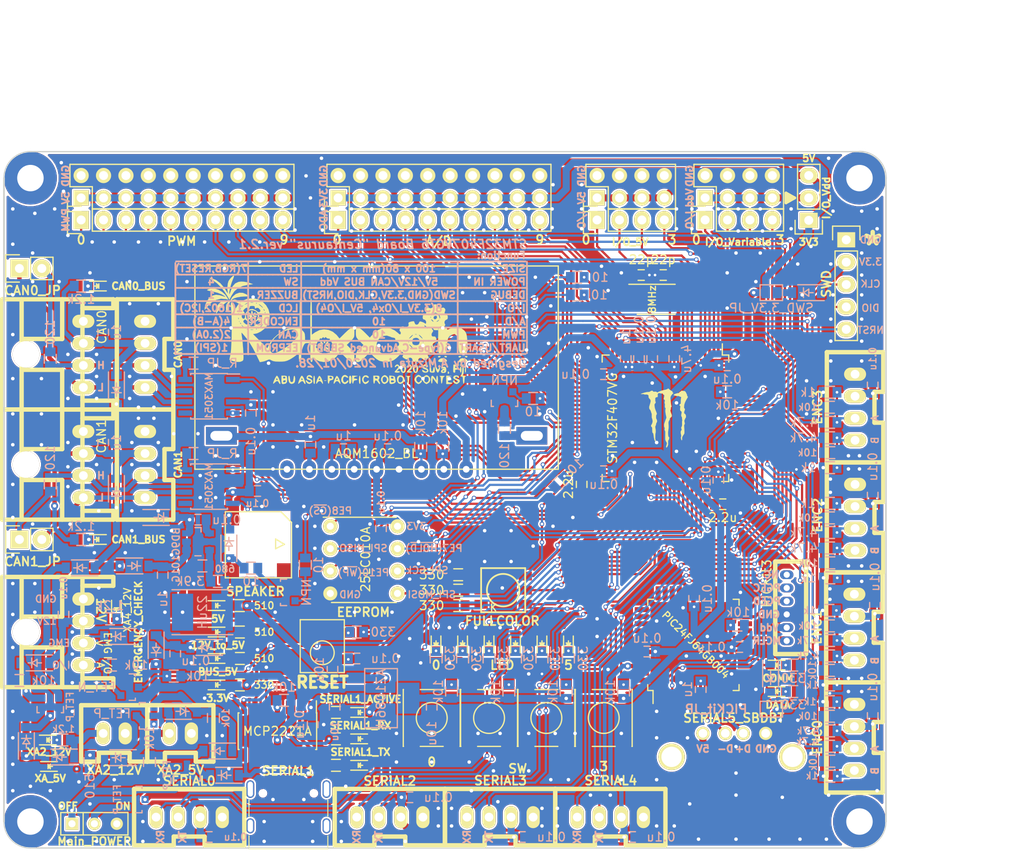
<source format=kicad_pcb>
(kicad_pcb (version 20171130) (host pcbnew "(5.1.4)-1")
  (layers (0 F.Cu signal) (31 B.Cu signal) (34 B.Paste user) (35 F.Paste user hide) (36 B.SilkS user) (37 F.SilkS user) (38 B.Mask user hide) (39 F.Mask user) (44 Edge.Cuts user))
  (net 0 "")
  (net 1 "Net-(C1-Pad1)")
  (net 2 GND)
  (net 3 +5V)
  (net 4 /OSC_OUT)
  (net 5 /NRST)
  (net 6 /OSC_IN)
  (net 7 "Net-(C18-Pad1)")
  (net 8 "Net-(C18-Pad2)")
  (net 9 +12V)
  (net 10 "Net-(D1-Pad2)")
  (net 11 "Net-(D2-Pad2)")
  (net 12 /BUS_5V)
  (net 13 "Net-(D15-Pad1)")
  (net 14 "Net-(IC1-Pad1)")
  (net 15 /USART1_TX)
  (net 16 /USART1_RX)
  (net 17 "Net-(IC1-Pad4)")
  (net 18 "Net-(IC1-Pad5)")
  (net 19 /D+)
  (net 20 /D-)
  (net 21 "Net-(IC1-Pad11)")
  (net 22 "Net-(IC1-Pad12)")
  (net 23 "Net-(IC1-Pad13)")
  (net 24 /MCLR)
  (net 25 "Net-(IC1-Pad19)")
  (net 26 "Net-(IC1-Pad20)")
  (net 27 /PGED1)
  (net 28 /PGEC1)
  (net 29 "Net-(IC1-Pad23)")
  (net 30 "Net-(IC1-Pad24)")
  (net 31 "Net-(IC1-Pad25)")
  (net 32 "Net-(IC1-Pad26)")
  (net 33 "Net-(IC1-Pad27)")
  (net 34 "Net-(IC1-Pad30)")
  (net 35 "Net-(IC1-Pad31)")
  (net 36 "Net-(IC1-Pad32)")
  (net 37 "Net-(IC1-Pad33)")
  (net 38 "Net-(IC1-Pad34)")
  (net 39 "Net-(IC1-Pad35)")
  (net 40 "Net-(IC1-Pad36)")
  (net 41 "Net-(IC1-Pad37)")
  (net 42 "Net-(IC1-Pad38)")
  (net 43 "Net-(IC1-Pad41)")
  (net 44 "Net-(IC1-Pad43)")
  (net 45 "Net-(IC1-Pad44)")
  (net 46 "Net-(P1-Pad6)")
  (net 47 "Net-(P2-Pad5)")
  (net 48 /USART3_TX)
  (net 49 /USART3_RX)
  (net 50 /TIM8_CH4)
  (net 51 /UART5_TX)
  (net 52 /UART5_RX)
  (net 53 "Net-(R25-Pad1)")
  (net 54 "Net-(C26-Pad1)")
  (net 55 "Net-(C27-Pad1)")
  (net 56 "Net-(U7-Pad1)")
  (net 57 "Net-(C29-Pad1)")
  (net 58 "Net-(C30-Pad2)")
  (net 59 "Net-(C30-Pad1)")
  (net 60 "Net-(D18-Pad1)")
  (net 61 "Net-(D20-Pad1)")
  (net 62 /CAN0_H)
  (net 63 /CAN1_H)
  (net 64 "Net-(LED1-Pad3)")
  (net 65 "Net-(P3-Pad3)")
  (net 66 "Net-(P3-Pad4)")
  (net 67 "Net-(P4-Pad4)")
  (net 68 "Net-(P4-Pad3)")
  (net 69 /D-_USB)
  (net 70 /D+_USB)
  (net 71 "Net-(P6-Pad4)")
  (net 72 "Net-(P6-Pad3)")
  (net 73 "Net-(P7-Pad3)")
  (net 74 "Net-(P7-Pad4)")
  (net 75 /CAN0_L)
  (net 76 /CAN1_L)
  (net 77 /SWCLK)
  (net 78 /SWDIO)
  (net 79 "Net-(Q4-Pad1)")
  (net 80 "Net-(Q5-Pad1)")
  (net 81 /TIM2_CH2)
  (net 82 /TIM2_CH1)
  (net 83 /TIM3_CH2)
  (net 84 /TIM3_CH1)
  (net 85 "Net-(R12-Pad1)")
  (net 86 /TIM4_CH2)
  (net 87 /TIM4_CH1)
  (net 88 /TIM5_CH2)
  (net 89 /TIM5_CH1)
  (net 90 /GP0)
  (net 91 /GP1)
  (net 92 /GP2)
  (net 93 /FB)
  (net 94 "Net-(R38-Pad2)")
  (net 95 "Net-(R39-Pad2)")
  (net 96 /I2C1_SDA)
  (net 97 /TIM10_CH1)
  (net 98 /I2C1_SCL)
  (net 99 /ADC12_IN10)
  (net 100 /ADC12_IN11)
  (net 101 /ADC12_IN2)
  (net 102 /ADC12_IN3)
  (net 103 /ADC12_IN4)
  (net 104 /TIM8_CH1)
  (net 105 /ADC12_IN14)
  (net 106 /ADC12_IN15)
  (net 107 /TIM8_CH2)
  (net 108 /ADC12_IN9)
  (net 109 /TIM1_CH1)
  (net 110 /TIM1_CH2)
  (net 111 /TIM1_CH3)
  (net 112 /TIM1_CH4)
  (net 113 /TIM12_CH1)
  (net 114 /TIM12_CH2)
  (net 115 /TIM8_CH3)
  (net 116 /TIM11_CH1)
  (net 117 "Net-(U3-Pad8)")
  (net 118 "Net-(U3-Pad9)")
  (net 119 "Net-(U3-Pad10)")
  (net 120 "Net-(U5-Pad5)")
  (net 121 /CAN1_RX)
  (net 122 /CAN1_TX)
  (net 123 /CAN2_TX)
  (net 124 /CAN2_RX)
  (net 125 "Net-(U6-Pad5)")
  (net 126 /PC15)
  (net 127 /PC13)
  (net 128 /PD11)
  (net 129 /TIM9_CH2)
  (net 130 /TIM9_CH1)
  (net 131 /PD3)
  (net 132 /PD10)
  (net 133 /PD14)
  (net 134 /PD15)
  (net 135 /PD4)
  (net 136 /PD7)
  (net 137 /PE0)
  (net 138 /PE1)
  (net 139 /PC14)
  (net 140 /PE2)
  (net 141 /PE3)
  (net 142 /PE4)
  (net 143 /SPI2_MISO)
  (net 144 /SPI2_MOSI)
  (net 145 /ADC12_IN5)
  (net 146 /ADC12_IN6)
  (net 147 /PB2)
  (net 148 /PE7)
  (net 149 /PE8)
  (net 150 /PE10)
  (net 151 /PE12)
  (net 152 /PE15)
  (net 153 /SPI2_SCK)
  (net 154 /PB11)
  (net 155 /USART6_TX)
  (net 156 /USART6_RX)
  (net 157 /USART2_TX)
  (net 158 /USART2_RX)
  (net 159 "Net-(R62-Pad1)")
  (net 160 "Net-(R63-Pad2)")
  (net 161 "Net-(R64-Pad2)")
  (net 162 /PA8)
  (net 163 "Net-(JP2-Pad1)")
  (net 164 "Net-(D26-Pad2)")
  (net 165 "Net-(D19-Pad2)")
  (net 166 "Net-(D21-Pad2)")
  (net 167 "Net-(D22-Pad2)")
  (net 168 "Net-(D23-Pad2)")
  (net 169 "Net-(D24-Pad2)")
  (net 170 "Net-(D25-Pad2)")
  (net 171 "Net-(JP1-Pad2)")
  (net 172 "Net-(R46-Pad2)")
  (net 173 "Net-(R47-Pad2)")
  (net 174 "Net-(R48-Pad2)")
  (net 175 /PD0)
  (net 176 /PD1)
  (net 177 "Net-(D3-Pad2)")
  (net 178 "Net-(D4-Pad2)")
  (net 179 "Net-(D5-Pad2)")
  (net 180 "Net-(C19-Pad1)")
  (net 181 /12V_TO_5V)
  (net 182 CAN0_BUS_Vdd)
  (net 183 CAN1_BUS_Vdd)
  (net 184 XA4_12V)
  (net 185 /CAN_BUS_12V)
  (net 186 "Net-(D35-Pad1)")
  (net 187 "Net-(D36-Pad1)")
  (net 188 "Net-(D37-Pad1)")
  (net 189 "Net-(D40-Pad1)")
  (net 190 /UART4_TX)
  (net 191 /UART4_RX)
  (net 192 /XA_12V)
  (net 193 "Net-(D7-Pad2)")
  (net 194 XA2_12V)
  (net 195 "Net-(D10-Pad2)")
  (net 196 XA2_5V)
  (net 197 "Net-(D12-Pad2)")
  (net 198 "Net-(D13-Pad1)")
  (net 199 "Net-(D16-Pad1)")
  (net 200 "Net-(D17-Pad1)")
  (net 201 "Net-(D30-Pad1)")
  (net 202 "Net-(Q5-Pad3)")
  (net 203 "Net-(Q6-Pad1)")
  (net 204 "Net-(P27-Pad4)")
  (net 205 "Net-(D40-Pad2)")
  (net 206 "Net-(D27-Pad1)")
  (net 207 "Net-(D11-Pad2)")
  (net 208 "Net-(D27-Pad2)")
  (net 209 "Net-(D28-Pad1)")
  (net 210 "Net-(D28-Pad2)")
  (net 211 "Net-(D1-Pad1)")
  (net 212 "Net-(D2-Pad1)")
  (net 213 "Net-(D31-Pad1)")
  (net 214 "Net-(R43-Pad1)")
  (net 215 "Net-(JP5-Pad2)")
  (net 216 "Net-(Q4-Pad3)")
  (net 217 +3V3)
  (net 218 "Net-(J1-PadS1)")
  (net 219 "Net-(J1-PadB8)")
  (net 220 "Net-(J1-PadA5)")
  (net 221 "Net-(J1-PadA8)")
  (net 222 "Net-(J1-PadB5)")
  (module Mizz_lib:UGCT7525AN4 (layer F.Cu) (at 81.5 103.25)
    (fp_text reference SP1 hide)
    (fp_text value SPEAKER (at 0 5.65) (layer F.SilkS) (effects (font (thickness 0.2))))
    (pad 3 smd rect (at 3.6 3.6) (size 2.3 2.3) (layers F.Cu F.Paste F.Mask))
    (pad 2 smd rect (at -3 3.6) (size 2.3 2.3) (layers F.Cu F.Paste F.Mask) (net 61 "Net-(D20-Pad1)"))
    (pad 1 smd rect (at -3 -3) (size 2.3 2.3) (layers F.Cu F.Paste F.Mask) (net 217 +3V3))
  )
  (module Mizz_lib:SOT-123 (layer B.Cu) (at 85 109 270)
    (fp_text reference Q4 hide)
    (fp_text value NPN (at 0 -2.3 270) (layer B.SilkS) (effects (justify mirror)))
    (pad 1 smd rect (at 0.95 -1.00076 270) (size 0.8001 0.8001) (layers B.Cu B.Paste B.Mask) (net 79 "Net-(Q4-Pad1)"))
    (pad 2 smd rect (at -0.95 -1.00076 270) (size 0.8001 0.8001) (layers B.Cu B.Paste B.Mask) (net 2 GND))
    (pad 3 smd rect (at 0 0.99822 270) (size 0.8001 0.8001) (layers B.Cu B.Paste B.Mask) (net 216 "Net-(Q4-Pad3)"))
  )
  (module Mizz_lib:SW_SPST_PTS645 (layer F.Cu) (at 114.5 123.25 90)
    (fp_text reference SW4 hide)
    (fp_text value SW2 hide)
    (pad 2 smd rect (at 3.975 2.25 90) (size 1.55 1.3) (layers F.Cu F.Paste F.Mask) (net 135 /PD4))
    (pad 1 smd rect (at 3.975 -2.25 90) (size 1.55 1.3) (layers F.Cu F.Paste F.Mask) (net 2 GND))
    (pad 1 smd rect (at -3.975 -2.25 90) (size 1.55 1.3) (layers F.Cu F.Paste F.Mask) (net 2 GND))
    (pad 2 smd rect (at -3.975 2.25 90) (size 1.55 1.3) (layers F.Cu F.Paste F.Mask) (net 135 /PD4))
  )
  (module Mizz_lib:LQFP-44_10x10mm_Pitch0.8mm (layer F.Cu) (at 131.17 114.96 90)
    (fp_text reference IC1 hide)
    (fp_text value PIC24FJ64GB004 (at 0 0.25 135) (layer F.SilkS) (effects (font (size 0.8 0.8))))
    (pad 1 smd rect (at -5.85 -4 90) (size 1.6 0.56) (layers F.Cu F.Paste F.Mask) (net 14 "Net-(IC1-Pad1)"))
    (pad 2 smd rect (at -5.85 -3.2 90) (size 1.6 0.56) (layers F.Cu F.Paste F.Mask) (net 158 /USART2_RX))
    (pad 3 smd rect (at -5.85 -2.4 90) (size 1.6 0.56) (layers F.Cu F.Paste F.Mask) (net 157 /USART2_TX))
    (pad 4 smd rect (at -5.85 -1.6 90) (size 1.6 0.56) (layers F.Cu F.Paste F.Mask) (net 17 "Net-(IC1-Pad4)"))
    (pad 5 smd rect (at -5.85 -0.8 90) (size 1.6 0.56) (layers F.Cu F.Paste F.Mask) (net 18 "Net-(IC1-Pad5)"))
    (pad 6 smd rect (at -5.85 0 90) (size 1.6 0.56) (layers F.Cu F.Paste F.Mask) (net 2 GND))
    (pad 7 smd rect (at -5.85 0.8 90) (size 1.6 0.56) (layers F.Cu F.Paste F.Mask) (net 1 "Net-(C1-Pad1)"))
    (pad 8 smd rect (at -5.85 1.6 90) (size 1.6 0.56) (layers F.Cu F.Paste F.Mask) (net 19 /D+))
    (pad 9 smd rect (at -5.85 2.4 90) (size 1.6 0.56) (layers F.Cu F.Paste F.Mask) (net 20 /D-))
    (pad 10 smd rect (at -5.85 3.2 90) (size 1.6 0.56) (layers F.Cu F.Paste F.Mask) (net 217 +3V3))
    (pad 11 smd rect (at -5.85 4 90) (size 1.6 0.56) (layers F.Cu F.Paste F.Mask) (net 21 "Net-(IC1-Pad11)"))
    (pad 12 smd rect (at -4 5.85 180) (size 1.6 0.56) (layers F.Cu F.Paste F.Mask) (net 22 "Net-(IC1-Pad12)"))
    (pad 13 smd rect (at -3.2 5.85 180) (size 1.6 0.56) (layers F.Cu F.Paste F.Mask) (net 23 "Net-(IC1-Pad13)"))
    (pad 14 smd rect (at -2.4 5.85 180) (size 1.6 0.56) (layers F.Cu F.Paste F.Mask) (net 10 "Net-(D1-Pad2)"))
    (pad 15 smd rect (at -1.6 5.85 180) (size 1.6 0.56) (layers F.Cu F.Paste F.Mask) (net 11 "Net-(D2-Pad2)"))
    (pad 16 smd rect (at -0.8 5.85 180) (size 1.6 0.56) (layers F.Cu F.Paste F.Mask) (net 2 GND))
    (pad 17 smd rect (at 0 5.85 180) (size 1.6 0.56) (layers F.Cu F.Paste F.Mask) (net 217 +3V3))
    (pad 18 smd rect (at 0.8 5.85 180) (size 1.6 0.56) (layers F.Cu F.Paste F.Mask) (net 24 /MCLR))
    (pad 19 smd rect (at 1.6 5.85 180) (size 1.6 0.56) (layers F.Cu F.Paste F.Mask) (net 25 "Net-(IC1-Pad19)"))
    (pad 20 smd rect (at 2.4 5.85 180) (size 1.6 0.56) (layers F.Cu F.Paste F.Mask) (net 26 "Net-(IC1-Pad20)"))
    (pad 21 smd rect (at 3.2 5.85 180) (size 1.6 0.56) (layers F.Cu F.Paste F.Mask) (net 27 /PGED1))
    (pad 22 smd rect (at 4 5.85 180) (size 1.6 0.56) (layers F.Cu F.Paste F.Mask) (net 28 /PGEC1))
    (pad 23 smd rect (at 5.85 4 90) (size 1.6 0.56) (layers F.Cu F.Paste F.Mask) (net 29 "Net-(IC1-Pad23)"))
    (pad 24 smd rect (at 5.85 3.2 90) (size 1.6 0.56) (layers F.Cu F.Paste F.Mask) (net 30 "Net-(IC1-Pad24)"))
    (pad 25 smd rect (at 5.85 2.4 90) (size 1.6 0.56) (layers F.Cu F.Paste F.Mask) (net 31 "Net-(IC1-Pad25)"))
    (pad 26 smd rect (at 5.85 1.6 90) (size 1.6 0.56) (layers F.Cu F.Paste F.Mask) (net 32 "Net-(IC1-Pad26)"))
    (pad 27 smd rect (at 5.85 0.8 90) (size 1.6 0.56) (layers F.Cu F.Paste F.Mask) (net 33 "Net-(IC1-Pad27)"))
    (pad 28 smd rect (at 5.85 0 90) (size 1.6 0.56) (layers F.Cu F.Paste F.Mask) (net 217 +3V3))
    (pad 29 smd rect (at 5.85 -0.8 90) (size 1.6 0.56) (layers F.Cu F.Paste F.Mask) (net 2 GND))
    (pad 30 smd rect (at 5.85 -1.6 90) (size 1.6 0.56) (layers F.Cu F.Paste F.Mask) (net 34 "Net-(IC1-Pad30)"))
    (pad 31 smd rect (at 5.85 -2.4 90) (size 1.6 0.56) (layers F.Cu F.Paste F.Mask) (net 35 "Net-(IC1-Pad31)"))
    (pad 32 smd rect (at 5.85 -3.2 90) (size 1.6 0.56) (layers F.Cu F.Paste F.Mask) (net 36 "Net-(IC1-Pad32)"))
    (pad 33 smd rect (at 5.85 -4 90) (size 1.6 0.56) (layers F.Cu F.Paste F.Mask) (net 37 "Net-(IC1-Pad33)"))
    (pad 34 smd rect (at 4 -5.85 180) (size 1.6 0.56) (layers F.Cu F.Paste F.Mask) (net 38 "Net-(IC1-Pad34)"))
    (pad 35 smd rect (at 3.2 -5.85 180) (size 1.6 0.56) (layers F.Cu F.Paste F.Mask) (net 39 "Net-(IC1-Pad35)"))
    (pad 36 smd rect (at 2.4 -5.85 180) (size 1.6 0.56) (layers F.Cu F.Paste F.Mask) (net 40 "Net-(IC1-Pad36)"))
    (pad 37 smd rect (at 1.6 -5.85 180) (size 1.6 0.56) (layers F.Cu F.Paste F.Mask) (net 41 "Net-(IC1-Pad37)"))
    (pad 38 smd rect (at 0.8 -5.85 180) (size 1.6 0.56) (layers F.Cu F.Paste F.Mask) (net 42 "Net-(IC1-Pad38)"))
    (pad 39 smd rect (at 0 -5.85 180) (size 1.6 0.56) (layers F.Cu F.Paste F.Mask) (net 2 GND))
    (pad 40 smd rect (at -0.8 -5.85 180) (size 1.6 0.56) (layers F.Cu F.Paste F.Mask) (net 217 +3V3))
    (pad 41 smd rect (at -1.6 -5.85 180) (size 1.6 0.56) (layers F.Cu F.Paste F.Mask) (net 43 "Net-(IC1-Pad41)"))
    (pad 42 smd rect (at -2.4 -5.85 180) (size 1.6 0.56) (layers F.Cu F.Paste F.Mask) (net 3 +5V))
    (pad 43 smd rect (at -3.2 -5.85 180) (size 1.6 0.56) (layers F.Cu F.Paste F.Mask) (net 44 "Net-(IC1-Pad43)"))
    (pad 44 smd rect (at -4 -5.85 180) (size 1.6 0.56) (layers F.Cu F.Paste F.Mask) (net 45 "Net-(IC1-Pad44)"))
  )
  (module Mizz_lib:Pin_Header_Straight_2x04 (layer F.Cu) (at 132.5 64.25 90)
    (fp_text reference P31 hide)
    (fp_text value I/O_Variable hide)
    (pad 8 thru_hole oval (at 2.54 7.62 90) (size 1.7272 1.7272) (drill 1.016) (layers *.Cu *.Mask F.SilkS) (net 2 GND))
    (pad 7 thru_hole oval (at 0 7.62 90) (size 1.7272 1.7272) (drill 1.016) (layers *.Cu *.Mask F.SilkS) (net 215 "Net-(JP5-Pad2)"))
    (pad 6 thru_hole oval (at 2.54 5.08 90) (size 1.7272 1.7272) (drill 1.016) (layers *.Cu *.Mask F.SilkS) (net 2 GND))
    (pad 5 thru_hole oval (at 0 5.08 90) (size 1.7272 1.7272) (drill 1.016) (layers *.Cu *.Mask F.SilkS) (net 215 "Net-(JP5-Pad2)"))
    (pad 4 thru_hole oval (at 2.54 2.54 90) (size 1.7272 1.7272) (drill 1.016) (layers *.Cu *.Mask F.SilkS) (net 2 GND))
    (pad 3 thru_hole oval (at 0 2.54 90) (size 1.7272 1.7272) (drill 1.016) (layers *.Cu *.Mask F.SilkS) (net 215 "Net-(JP5-Pad2)"))
    (pad 2 thru_hole oval (at 2.54 0 90) (size 1.7272 1.7272) (drill 1.016) (layers *.Cu *.Mask F.SilkS) (net 2 GND))
    (pad 1 thru_hole rect (at 0 0 90) (size 1.7272 1.7272) (drill 1.016) (layers *.Cu *.Mask F.SilkS) (net 215 "Net-(JP5-Pad2)"))
  )
  (module Mizz_lib:XA_4T (layer F.Cu) (at 149.42 116.71 90)
    (fp_text reference P7 hide)
    (fp_text value ENC1 (at 3.75 -4.25 90) (layer F.SilkS) (effects (font (thickness 0.2))))
    (pad 1 thru_hole oval (at 7.5 0 90) (size 1.5 2.5) (drill 1) (layers *.Cu *.Mask F.SilkS) (net 2 GND))
    (pad 2 thru_hole oval (at 5 0 90) (size 1.5 2.5) (drill 1) (layers *.Cu *.Mask F.SilkS) (net 3 +5V))
    (pad 3 thru_hole oval (at 2.5 0 90) (size 1.5 2.5) (drill 1) (layers *.Cu *.Mask F.SilkS) (net 73 "Net-(P7-Pad3)"))
    (pad 4 thru_hole oval (at 0 0 90) (size 1.5 2.5) (drill 1) (layers *.Cu *.Mask F.SilkS) (net 74 "Net-(P7-Pad4)"))
  )
  (module Mizz_lib:USB_A (layer F.Cu) (at 132.25 124.99788)
    (fp_text reference P2 hide)
    (fp_text value SERIAL5_SBDBT (at 3.5 -1.74788) (layer F.SilkS) (effects (font (thickness 0.2))))
    (pad 4 thru_hole circle (at 7.11286 -0.00212 270) (size 1.50114 1.50114) (drill 1.00076) (layers *.Cu *.Mask F.SilkS) (net 2 GND))
    (pad 3 thru_hole circle (at 4.57286 -0.00212 270) (size 1.50114 1.50114) (drill 1.00076) (layers *.Cu *.Mask F.SilkS) (net 19 /D+))
    (pad 2 thru_hole circle (at 2.54086 -0.00212 270) (size 1.50114 1.50114) (drill 1.00076) (layers *.Cu *.Mask F.SilkS) (net 20 /D-))
    (pad 1 thru_hole circle (at 0.00086 -0.00212 270) (size 1.50114 1.50114) (drill 1.00076) (layers *.Cu *.Mask F.SilkS) (net 3 +5V))
    (pad 5 thru_hole circle (at 10.16086 2.66488 270) (size 2.99974 2.99974) (drill 2.30124) (layers *.Cu *.Mask F.SilkS) (net 47 "Net-(P2-Pad5)"))
    (pad 5 thru_hole circle (at -3.55514 2.66488 270) (size 2.99974 2.99974) (drill 2.30124) (layers *.Cu *.Mask F.SilkS) (net 47 "Net-(P2-Pad5)"))
  )
  (module Mizz_lib:AQM1602_BL_Fad (layer F.Cu) (at 95.25 83.5)
    (fp_text reference U7 hide)
    (fp_text value AQM1602_BL (at 0 9.75) (layer F.SilkS))
    (pad 1 thru_hole oval (at -10.16 11.535) (size 1.5 2) (drill 0.762) (layers *.Cu *.Mask) (net 56 "Net-(U7-Pad1)"))
    (pad 2 thru_hole oval (at -7.62 11.535) (size 1.5 2) (drill 0.762) (layers *.Cu *.Mask) (net 57 "Net-(C29-Pad1)"))
    (pad 3 thru_hole oval (at -5.08 11.535) (size 1.5 2) (drill 0.762) (layers *.Cu *.Mask) (net 59 "Net-(C30-Pad1)"))
    (pad 4 thru_hole oval (at -2.54 11.535) (size 1.5 2) (drill 0.762) (layers *.Cu *.Mask) (net 58 "Net-(C30-Pad2)"))
    (pad 5 thru_hole oval (at 0 11.535) (size 1.5 2) (drill 0.762) (layers *.Cu *.Mask) (net 217 +3V3))
    (pad 6 thru_hole oval (at 2.54 11.535) (size 1.5 2) (drill 0.762) (layers *.Cu *.Mask) (net 2 GND))
    (pad 7 thru_hole oval (at 5.08 11.535) (size 1.5 2) (drill 0.762) (layers *.Cu *.Mask) (net 96 /I2C1_SDA))
    (pad 8 thru_hole oval (at 7.62 11.535) (size 1.5 2) (drill 0.762) (layers *.Cu *.Mask) (net 98 /I2C1_SCL))
    (pad 9 thru_hole oval (at 10.16 11.535) (size 1.5 2) (drill 0.762) (layers *.Cu *.Mask) (net 217 +3V3))
    (pad 10 thru_hole rect (at -17.6 7.735) (size 3.5 2) (drill oval 2.5 1.1) (layers *.Cu *.Mask) (net 217 +3V3))
    (pad 11 thru_hole rect (at 17.6 7.735) (size 3.5 2) (drill oval 2.5 1.1) (layers *.Cu *.Mask) (net 214 "Net-(R43-Pad1)"))
  )
  (module Mizz_lib:XA_4LC (layer F.Cu) (at 62 109.75 270)
    (fp_text reference P27 hide)
    (fp_text value EMERGENCY_CHECK (at 3.75 -6.25 270) (layer F.SilkS) (effects (font (size 0.8 0.8) (thickness 0.2))))
    (pad 1 thru_hole oval (at 0 0 270) (size 1.5 2.5) (drill 1) (layers *.Cu *.Mask F.SilkS) (net 2 GND))
    (pad 2 thru_hole oval (at 2.5 0 270) (size 1.5 2.5) (drill 1) (layers *.Cu *.Mask F.SilkS) (net 184 XA4_12V))
    (pad 3 thru_hole oval (at 5 0 270) (size 1.5 2.5) (drill 1) (layers *.Cu *.Mask F.SilkS) (net 164 "Net-(D26-Pad2)"))
    (pad 4 thru_hole oval (at 7.5 0 270) (size 1.5 2.5) (drill 1) (layers *.Cu *.Mask F.SilkS) (net 204 "Net-(P27-Pad4)"))
    (pad "" thru_hole circle (at 3.75 6.5 270) (size 3 3) (drill 3) (layers *.Cu *.Mask F.SilkS) (clearance -0.3))
  )
  (module Mizz_lib:SOIC-8_3.9x4.9mm_Pitch1.27mm (layer B.Cu) (at 76.25 86.75 180)
    (fp_text reference U5 hide)
    (fp_text value MAX3051 (at 0 0 270) (layer B.SilkS) (effects (font (size 0.8 0.8)) (justify mirror)))
    (pad 8 smd rect (at 2.7 1.905 180) (size 1.55 0.6) (layers B.Cu B.Paste B.Mask) (net 94 "Net-(R38-Pad2)"))
    (pad 7 smd rect (at 2.7 0.635 180) (size 1.55 0.6) (layers B.Cu B.Paste B.Mask) (net 62 /CAN0_H))
    (pad 6 smd rect (at 2.7 -0.635 180) (size 1.55 0.6) (layers B.Cu B.Paste B.Mask) (net 75 /CAN0_L))
    (pad 5 smd rect (at 2.7 -1.905 180) (size 1.55 0.6) (layers B.Cu B.Paste B.Mask) (net 120 "Net-(U5-Pad5)"))
    (pad 4 smd rect (at -2.7 -1.905 180) (size 1.55 0.6) (layers B.Cu B.Paste B.Mask) (net 121 /CAN1_RX))
    (pad 3 smd rect (at -2.7 -0.635 180) (size 1.55 0.6) (layers B.Cu B.Paste B.Mask) (net 217 +3V3))
    (pad 2 smd rect (at -2.7 0.635 180) (size 1.55 0.6) (layers B.Cu B.Paste B.Mask) (net 2 GND))
    (pad 1 smd rect (at -2.7 1.905 180) (size 1.55 0.6) (layers B.Cu B.Paste B.Mask) (net 122 /CAN1_TX))
  )
  (module Mizz_lib:Pin_Header_Straight_1x10 (layer F.Cu) (at 90.89 66.75 90)
    (fp_text reference P23 hide)
    (fp_text value A/D (at -2.4 11.4 180) (layer F.SilkS) (effects (font (thickness 0.2))))
    (pad 1 thru_hole rect (at 0 0 90) (size 2.032 1.7272) (drill 1.016) (layers *.Cu *.Mask F.SilkS) (net 108 /ADC12_IN9))
    (pad 2 thru_hole oval (at 0 2.54 90) (size 2.032 1.7272) (drill 1.016) (layers *.Cu *.Mask F.SilkS) (net 106 /ADC12_IN15))
    (pad 3 thru_hole oval (at 0 5.08 90) (size 2.032 1.7272) (drill 1.016) (layers *.Cu *.Mask F.SilkS) (net 105 /ADC12_IN14))
    (pad 4 thru_hole oval (at 0 7.62 90) (size 2.032 1.7272) (drill 1.016) (layers *.Cu *.Mask F.SilkS) (net 146 /ADC12_IN6))
    (pad 5 thru_hole oval (at 0 10.16 90) (size 2.032 1.7272) (drill 1.016) (layers *.Cu *.Mask F.SilkS) (net 145 /ADC12_IN5))
    (pad 6 thru_hole oval (at 0 12.7 90) (size 2.032 1.7272) (drill 1.016) (layers *.Cu *.Mask F.SilkS) (net 103 /ADC12_IN4))
    (pad 7 thru_hole oval (at 0 15.24 90) (size 2.032 1.7272) (drill 1.016) (layers *.Cu *.Mask F.SilkS) (net 102 /ADC12_IN3))
    (pad 8 thru_hole oval (at 0 17.78 90) (size 2.032 1.7272) (drill 1.016) (layers *.Cu *.Mask F.SilkS) (net 101 /ADC12_IN2))
    (pad 9 thru_hole oval (at 0 20.32 90) (size 2.032 1.7272) (drill 1.016) (layers *.Cu *.Mask F.SilkS) (net 100 /ADC12_IN11))
    (pad 10 thru_hole oval (at 0 22.86 90) (size 2.032 1.7272) (drill 1.016) (layers *.Cu *.Mask F.SilkS) (net 99 /ADC12_IN10))
  )
  (module Mizz_lib:XA_4T (layer F.Cu) (at 70.25 134.5)
    (fp_text reference P16 hide)
    (fp_text value SERIAL0 (at 3.75 -4.1) (layer F.SilkS) (effects (font (thickness 0.2))))
    (pad 1 thru_hole oval (at 7.5 0) (size 1.5 2.5) (drill 1) (layers *.Cu *.Mask F.SilkS) (net 2 GND))
    (pad 2 thru_hole oval (at 5 0) (size 1.5 2.5) (drill 1) (layers *.Cu *.Mask F.SilkS) (net 3 +5V))
    (pad 3 thru_hole oval (at 2.5 0) (size 1.5 2.5) (drill 1) (layers *.Cu *.Mask F.SilkS) (net 15 /USART1_TX))
    (pad 4 thru_hole oval (at 0 0) (size 1.5 2.5) (drill 1) (layers *.Cu *.Mask F.SilkS) (net 16 /USART1_RX))
  )
  (module Mizz_lib:Mini_Monster (layer F.Cu) (at 128 89.25)
    (fp_text reference U9 hide)
    (fp_text value LOGO hide)
  )
  (module Mizz_lib:TQFP-100_14x14mm_Pitch0.5mm (layer F.Cu) (at 128 89.25 270)
    (fp_text reference U1 hide)
    (fp_text value STM32F407VG (at 0 6 270) (layer F.SilkS))
    (pad 1 smd rect (at -7.7 -6 270) (size 1.5 0.3) (layers F.Cu F.Paste F.Mask) (net 140 /PE2))
    (pad 2 smd rect (at -7.7 -5.5 270) (size 1.5 0.3) (layers F.Cu F.Paste F.Mask) (net 141 /PE3))
    (pad 3 smd rect (at -7.7 -5 270) (size 1.5 0.3) (layers F.Cu F.Paste F.Mask) (net 142 /PE4))
    (pad 4 smd rect (at -7.7 -4.5 270) (size 1.5 0.3) (layers F.Cu F.Paste F.Mask) (net 130 /TIM9_CH1))
    (pad 5 smd rect (at -7.7 -4 270) (size 1.5 0.3) (layers F.Cu F.Paste F.Mask) (net 129 /TIM9_CH2))
    (pad 6 smd rect (at -7.7 -3.5 270) (size 1.5 0.3) (layers F.Cu F.Paste F.Mask) (net 217 +3V3))
    (pad 7 smd rect (at -7.7 -3 270) (size 1.5 0.3) (layers F.Cu F.Paste F.Mask) (net 127 /PC13))
    (pad 8 smd rect (at -7.7 -2.5 270) (size 1.5 0.3) (layers F.Cu F.Paste F.Mask) (net 139 /PC14))
    (pad 9 smd rect (at -7.7 -2 270) (size 1.5 0.3) (layers F.Cu F.Paste F.Mask) (net 126 /PC15))
    (pad 10 smd rect (at -7.7 -1.5 270) (size 1.5 0.3) (layers F.Cu F.Paste F.Mask) (net 2 GND))
    (pad 11 smd rect (at -7.7 -1 270) (size 1.5 0.3) (layers F.Cu F.Paste F.Mask) (net 217 +3V3))
    (pad 12 smd rect (at -7.7 -0.5 270) (size 1.5 0.3) (layers F.Cu F.Paste F.Mask) (net 6 /OSC_IN))
    (pad 13 smd rect (at -7.7 0 270) (size 1.5 0.3) (layers F.Cu F.Paste F.Mask) (net 4 /OSC_OUT))
    (pad 14 smd rect (at -7.7 0.5 270) (size 1.5 0.3) (layers F.Cu F.Paste F.Mask) (net 5 /NRST))
    (pad 15 smd rect (at -7.7 1 270) (size 1.5 0.3) (layers F.Cu F.Paste F.Mask) (net 99 /ADC12_IN10))
    (pad 16 smd rect (at -7.7 1.5 270) (size 1.5 0.3) (layers F.Cu F.Paste F.Mask) (net 100 /ADC12_IN11))
    (pad 17 smd rect (at -7.7 2 270) (size 1.5 0.3) (layers F.Cu F.Paste F.Mask) (net 143 /SPI2_MISO))
    (pad 18 smd rect (at -7.7 2.5 270) (size 1.5 0.3) (layers F.Cu F.Paste F.Mask) (net 144 /SPI2_MOSI))
    (pad 19 smd rect (at -7.7 3 270) (size 1.5 0.3) (layers F.Cu F.Paste F.Mask) (net 217 +3V3))
    (pad 20 smd rect (at -7.7 3.5 270) (size 1.5 0.3) (layers F.Cu F.Paste F.Mask) (net 2 GND))
    (pad 21 smd rect (at -7.7 4 270) (size 1.5 0.3) (layers F.Cu F.Paste F.Mask) (net 217 +3V3))
    (pad 22 smd rect (at -7.7 4.5 270) (size 1.5 0.3) (layers F.Cu F.Paste F.Mask) (net 217 +3V3))
    (pad 23 smd rect (at -7.7 5 270) (size 1.5 0.3) (layers F.Cu F.Paste F.Mask) (net 89 /TIM5_CH1))
    (pad 24 smd rect (at -7.7 5.5 270) (size 1.5 0.3) (layers F.Cu F.Paste F.Mask) (net 88 /TIM5_CH2))
    (pad 25 smd rect (at -7.7 6 270) (size 1.5 0.3) (layers F.Cu F.Paste F.Mask) (net 101 /ADC12_IN2))
    (pad 26 smd rect (at -6 7.7) (size 1.5 0.3) (layers F.Cu F.Paste F.Mask) (net 102 /ADC12_IN3))
    (pad 27 smd rect (at -5.5 7.7) (size 1.5 0.3) (layers F.Cu F.Paste F.Mask) (net 2 GND))
    (pad 28 smd rect (at -5 7.7) (size 1.5 0.3) (layers F.Cu F.Paste F.Mask) (net 217 +3V3))
    (pad 29 smd rect (at -4.5 7.7) (size 1.5 0.3) (layers F.Cu F.Paste F.Mask) (net 103 /ADC12_IN4))
    (pad 30 smd rect (at -4 7.7) (size 1.5 0.3) (layers F.Cu F.Paste F.Mask) (net 145 /ADC12_IN5))
    (pad 31 smd rect (at -3.5 7.7) (size 1.5 0.3) (layers F.Cu F.Paste F.Mask) (net 146 /ADC12_IN6))
    (pad 32 smd rect (at -3 7.7) (size 1.5 0.3) (layers F.Cu F.Paste F.Mask) (net 104 /TIM8_CH1))
    (pad 33 smd rect (at -2.5 7.7) (size 1.5 0.3) (layers F.Cu F.Paste F.Mask) (net 105 /ADC12_IN14))
    (pad 34 smd rect (at -2 7.7) (size 1.5 0.3) (layers F.Cu F.Paste F.Mask) (net 106 /ADC12_IN15))
    (pad 35 smd rect (at -1.5 7.7) (size 1.5 0.3) (layers F.Cu F.Paste F.Mask) (net 107 /TIM8_CH2))
    (pad 36 smd rect (at -1 7.7) (size 1.5 0.3) (layers F.Cu F.Paste F.Mask) (net 108 /ADC12_IN9))
    (pad 37 smd rect (at -0.5 7.7) (size 1.5 0.3) (layers F.Cu F.Paste F.Mask) (net 147 /PB2))
    (pad 38 smd rect (at 0 7.7) (size 1.5 0.3) (layers F.Cu F.Paste F.Mask) (net 148 /PE7))
    (pad 39 smd rect (at 0.5 7.7) (size 1.5 0.3) (layers F.Cu F.Paste F.Mask) (net 149 /PE8))
    (pad 40 smd rect (at 1 7.7) (size 1.5 0.3) (layers F.Cu F.Paste F.Mask) (net 109 /TIM1_CH1))
    (pad 41 smd rect (at 1.5 7.7) (size 1.5 0.3) (layers F.Cu F.Paste F.Mask) (net 150 /PE10))
    (pad 42 smd rect (at 2 7.7) (size 1.5 0.3) (layers F.Cu F.Paste F.Mask) (net 110 /TIM1_CH2))
    (pad 43 smd rect (at 2.5 7.7) (size 1.5 0.3) (layers F.Cu F.Paste F.Mask) (net 151 /PE12))
    (pad 44 smd rect (at 3 7.7) (size 1.5 0.3) (layers F.Cu F.Paste F.Mask) (net 111 /TIM1_CH3))
    (pad 45 smd rect (at 3.5 7.7) (size 1.5 0.3) (layers F.Cu F.Paste F.Mask) (net 112 /TIM1_CH4))
    (pad 46 smd rect (at 4 7.7) (size 1.5 0.3) (layers F.Cu F.Paste F.Mask) (net 152 /PE15))
    (pad 47 smd rect (at 4.5 7.7) (size 1.5 0.3) (layers F.Cu F.Paste F.Mask) (net 153 /SPI2_SCK))
    (pad 48 smd rect (at 5 7.7) (size 1.5 0.3) (layers F.Cu F.Paste F.Mask) (net 154 /PB11))
    (pad 49 smd rect (at 5.5 7.7) (size 1.5 0.3) (layers F.Cu F.Paste F.Mask) (net 54 "Net-(C26-Pad1)"))
    (pad 50 smd rect (at 6 7.7) (size 1.5 0.3) (layers F.Cu F.Paste F.Mask) (net 217 +3V3))
    (pad 51 smd rect (at 7.7 6 270) (size 1.5 0.3) (layers F.Cu F.Paste F.Mask) (net 124 /CAN2_RX))
    (pad 52 smd rect (at 7.7 5.5 270) (size 1.5 0.3) (layers F.Cu F.Paste F.Mask) (net 123 /CAN2_TX))
    (pad 53 smd rect (at 7.7 5 270) (size 1.5 0.3) (layers F.Cu F.Paste F.Mask) (net 113 /TIM12_CH1))
    (pad 54 smd rect (at 7.7 4.5 270) (size 1.5 0.3) (layers F.Cu F.Paste F.Mask) (net 114 /TIM12_CH2))
    (pad 55 smd rect (at 7.7 4 270) (size 1.5 0.3) (layers F.Cu F.Paste F.Mask) (net 48 /USART3_TX))
    (pad 56 smd rect (at 7.7 3.5 270) (size 1.5 0.3) (layers F.Cu F.Paste F.Mask) (net 49 /USART3_RX))
    (pad 57 smd rect (at 7.7 3 270) (size 1.5 0.3) (layers F.Cu F.Paste F.Mask) (net 132 /PD10))
    (pad 58 smd rect (at 7.7 2.5 270) (size 1.5 0.3) (layers F.Cu F.Paste F.Mask) (net 128 /PD11))
    (pad 59 smd rect (at 7.7 2 270) (size 1.5 0.3) (layers F.Cu F.Paste F.Mask) (net 87 /TIM4_CH1))
    (pad 60 smd rect (at 7.7 1.5 270) (size 1.5 0.3) (layers F.Cu F.Paste F.Mask) (net 86 /TIM4_CH2))
    (pad 61 smd rect (at 7.7 1 270) (size 1.5 0.3) (layers F.Cu F.Paste F.Mask) (net 133 /PD14))
    (pad 62 smd rect (at 7.7 0.5 270) (size 1.5 0.3) (layers F.Cu F.Paste F.Mask) (net 134 /PD15))
    (pad 63 smd rect (at 7.7 0 270) (size 1.5 0.3) (layers F.Cu F.Paste F.Mask) (net 155 /USART6_TX))
    (pad 64 smd rect (at 7.7 -0.5 270) (size 1.5 0.3) (layers F.Cu F.Paste F.Mask) (net 156 /USART6_RX))
    (pad 65 smd rect (at 7.7 -1 270) (size 1.5 0.3) (layers F.Cu F.Paste F.Mask) (net 115 /TIM8_CH3))
    (pad 66 smd rect (at 7.7 -1.5 270) (size 1.5 0.3) (layers F.Cu F.Paste F.Mask) (net 50 /TIM8_CH4))
    (pad 67 smd rect (at 7.7 -2 270) (size 1.5 0.3) (layers F.Cu F.Paste F.Mask) (net 162 /PA8))
    (pad 68 smd rect (at 7.7 -2.5 270) (size 1.5 0.3) (layers F.Cu F.Paste F.Mask) (net 15 /USART1_TX))
    (pad 69 smd rect (at 7.7 -3 270) (size 1.5 0.3) (layers F.Cu F.Paste F.Mask) (net 16 /USART1_RX))
    (pad 70 smd rect (at 7.7 -3.5 270) (size 1.5 0.3) (layers F.Cu F.Paste F.Mask) (net 121 /CAN1_RX))
    (pad 71 smd rect (at 7.7 -4 270) (size 1.5 0.3) (layers F.Cu F.Paste F.Mask) (net 122 /CAN1_TX))
    (pad 72 smd rect (at 7.7 -4.5 270) (size 1.5 0.3) (layers F.Cu F.Paste F.Mask) (net 78 /SWDIO))
    (pad 73 smd rect (at 7.7 -5 270) (size 1.5 0.3) (layers F.Cu F.Paste F.Mask) (net 55 "Net-(C27-Pad1)"))
    (pad 74 smd rect (at 7.7 -5.5 270) (size 1.5 0.3) (layers F.Cu F.Paste F.Mask) (net 2 GND))
    (pad 75 smd rect (at 7.7 -6 270) (size 1.5 0.3) (layers F.Cu F.Paste F.Mask) (net 217 +3V3))
    (pad 76 smd rect (at 6 -7.7) (size 1.5 0.3) (layers F.Cu F.Paste F.Mask) (net 77 /SWCLK))
    (pad 77 smd rect (at 5.5 -7.7) (size 1.5 0.3) (layers F.Cu F.Paste F.Mask) (net 82 /TIM2_CH1))
    (pad 78 smd rect (at 5 -7.7) (size 1.5 0.3) (layers F.Cu F.Paste F.Mask) (net 190 /UART4_TX))
    (pad 79 smd rect (at 4.5 -7.7) (size 1.5 0.3) (layers F.Cu F.Paste F.Mask) (net 191 /UART4_RX))
    (pad 80 smd rect (at 4 -7.7) (size 1.5 0.3) (layers F.Cu F.Paste F.Mask) (net 51 /UART5_TX))
    (pad 81 smd rect (at 3.5 -7.7) (size 1.5 0.3) (layers F.Cu F.Paste F.Mask) (net 175 /PD0))
    (pad 82 smd rect (at 3 -7.7) (size 1.5 0.3) (layers F.Cu F.Paste F.Mask) (net 176 /PD1))
    (pad 83 smd rect (at 2.5 -7.7) (size 1.5 0.3) (layers F.Cu F.Paste F.Mask) (net 52 /UART5_RX))
    (pad 84 smd rect (at 2 -7.7) (size 1.5 0.3) (layers F.Cu F.Paste F.Mask) (net 131 /PD3))
    (pad 85 smd rect (at 1.5 -7.7) (size 1.5 0.3) (layers F.Cu F.Paste F.Mask) (net 135 /PD4))
    (pad 86 smd rect (at 1 -7.7) (size 1.5 0.3) (layers F.Cu F.Paste F.Mask) (net 157 /USART2_TX))
    (pad 87 smd rect (at 0.5 -7.7) (size 1.5 0.3) (layers F.Cu F.Paste F.Mask) (net 158 /USART2_RX))
    (pad 88 smd rect (at 0 -7.7) (size 1.5 0.3) (layers F.Cu F.Paste F.Mask) (net 136 /PD7))
    (pad 89 smd rect (at -0.5 -7.7) (size 1.5 0.3) (layers F.Cu F.Paste F.Mask) (net 81 /TIM2_CH2))
    (pad 90 smd rect (at -1 -7.7) (size 1.5 0.3) (layers F.Cu F.Paste F.Mask) (net 84 /TIM3_CH1))
    (pad 91 smd rect (at -1.5 -7.7) (size 1.5 0.3) (layers F.Cu F.Paste F.Mask) (net 83 /TIM3_CH2))
    (pad 92 smd rect (at -2 -7.7) (size 1.5 0.3) (layers F.Cu F.Paste F.Mask) (net 98 /I2C1_SCL))
    (pad 93 smd rect (at -2.5 -7.7) (size 1.5 0.3) (layers F.Cu F.Paste F.Mask) (net 96 /I2C1_SDA))
    (pad 94 smd rect (at -3 -7.7) (size 1.5 0.3) (layers F.Cu F.Paste F.Mask) (net 53 "Net-(R25-Pad1)"))
    (pad 95 smd rect (at -3.5 -7.7) (size 1.5 0.3) (layers F.Cu F.Paste F.Mask) (net 97 /TIM10_CH1))
    (pad 96 smd rect (at -4 -7.7) (size 1.5 0.3) (layers F.Cu F.Paste F.Mask) (net 116 /TIM11_CH1))
    (pad 97 smd rect (at -4.5 -7.7) (size 1.5 0.3) (layers F.Cu F.Paste F.Mask) (net 137 /PE0))
    (pad 98 smd rect (at -5 -7.7) (size 1.5 0.3) (layers F.Cu F.Paste F.Mask) (net 138 /PE1))
    (pad 99 smd rect (at -5.5 -7.7) (size 1.5 0.3) (layers F.Cu F.Paste F.Mask) (net 2 GND))
    (pad 100 smd rect (at -6 -7.7) (size 1.5 0.3) (layers F.Cu F.Paste F.Mask) (net 217 +3V3))
  )
  (module Mizz_lib:R_0603 (layer F.Cu) (at 90.64 122.62 180)
    (fp_text reference R24 hide)
    (fp_text value 330 hide)
    (pad 2 smd rect (at 0.78 0 180) (size 1 1.2) (layers F.Cu F.Paste F.Mask) (net 92 /GP2))
    (pad 1 smd rect (at -0.78 0 180) (size 1 1.2) (layers F.Cu F.Paste F.Mask) (net 179 "Net-(D5-Pad2)"))
  )
  (module Mizz_lib:SOD-123 (layer B.Cu) (at 77.25 127 180)
    (fp_text reference D9)
    (fp_text value DIODE)
    (pad 1 smd rect (at -1.635 0 180) (size 0.91 1.22) (layers B.Cu B.Paste B.Mask) (net 207 "Net-(D11-Pad2)"))
    (pad 2 smd rect (at 1.635 0 180) (size 0.91 1.22) (layers B.Cu B.Paste B.Mask) (net 206 "Net-(D27-Pad1)"))
  )
  (module Mizz_lib:SOD-123 (layer B.Cu) (at 78.5 103.5 90)
    (fp_text reference D20 hide)
    (fp_text value DIODE)
    (pad 1 smd rect (at -1.635 0 90) (size 0.91 1.22) (layers B.Cu B.Paste B.Mask) (net 61 "Net-(D20-Pad1)"))
    (pad 2 smd rect (at 1.635 0 90) (size 0.91 1.22) (layers B.Cu B.Paste B.Mask) (net 217 +3V3))
  )
  (module Mizz_lib:TSOT-6-MK06A (layer B.Cu) (at 75 103.25 270)
    (fp_text reference U4 hide)
    (fp_text value BD9G101G (at 1.5 2.5 270) (layer B.SilkS) (effects (font (size 0.8 0.8)) (justify mirror)))
    (pad 1 smd rect (at -0.94996 -1.30048 270) (size 0.69088 1.00076) (layers B.Cu B.Paste B.Mask) (net 8 "Net-(C18-Pad2)"))
    (pad 2 smd rect (at 0 -1.30048 270) (size 0.69088 1.00076) (layers B.Cu B.Paste B.Mask) (net 2 GND))
    (pad 3 smd rect (at 0.94996 -1.30048 270) (size 0.69088 1.00076) (layers B.Cu B.Paste B.Mask) (net 93 /FB))
    (pad 4 smd rect (at 0.94996 1.30048 270) (size 0.69088 1.00076) (layers B.Cu B.Paste B.Mask) (net 180 "Net-(C19-Pad1)"))
    (pad 5 smd rect (at 0 1.30048 270) (size 0.69088 1.00076) (layers B.Cu B.Paste B.Mask) (net 180 "Net-(C19-Pad1)"))
    (pad 6 smd rect (at -0.94996 1.30048 270) (size 0.69088 1.00076) (layers B.Cu B.Paste B.Mask) (net 7 "Net-(C18-Pad1)"))
  )
  (module Mizz_lib:kitLogo_Mask_5.0x5.0 (layer B.Cu) (at 69.75 73.25 180)
    (fp_text reference U10 hide)
    (fp_text value LOGO hide)
  )
  (module Mizz_lib:SOD-123 (layer B.Cu) (at 67.75 106)
    (fp_text reference D29)
    (fp_text value DIODE)
    (pad 1 smd rect (at -1.635 0) (size 0.91 1.22) (layers B.Cu B.Paste B.Mask) (net 9 +12V))
    (pad 2 smd rect (at 1.635 0) (size 0.91 1.22) (layers B.Cu B.Paste B.Mask) (net 180 "Net-(C19-Pad1)"))
  )
  (module Buttons_Switches_ThroughHole:SW_Micro_SPST (layer F.Cu) (at 63.25 135.25)
    (fp_text reference SW1 hide)
    (fp_text value Main_POWER (at 0 2) (layer F.SilkS) (effects (font (size 0.9 0.9) (thickness 0.2))))
    (pad 1 thru_hole rect (at -2.54 0) (size 1.397 1.397) (drill 0.8128) (layers *.Cu *.Mask F.SilkS) (net 208 "Net-(D27-Pad2)"))
    (pad 2 thru_hole circle (at 0 0) (size 1.397 1.397) (drill 0.8128) (layers *.Cu *.Mask F.SilkS) (net 203 "Net-(Q6-Pad1)"))
    (pad 3 thru_hole circle (at 2.54 0) (size 1.397 1.397) (drill 0.8128) (layers *.Cu *.Mask F.SilkS) (net 2 GND))
  )
  (module Mizz_lib:SOD-123 (layer B.Cu) (at 56.5 117 180)
    (fp_text reference D32)
    (fp_text value DIODE hide)
    (pad 1 smd rect (at -1.635 0 180) (size 0.91 1.22) (layers B.Cu B.Paste B.Mask) (net 184 XA4_12V))
    (pad 2 smd rect (at 1.635 0 180) (size 0.91 1.22) (layers B.Cu B.Paste B.Mask) (net 192 /XA_12V))
  )
  (module Mizz_lib:LED_0603 (layer F.Cu) (at 63.5 74.25 180)
    (fp_text reference D36 hide)
    (fp_text value CAN0_BUS (at -4.75 0 180) (layer F.SilkS) (effects (font (size 0.8 0.8) (thickness 0.2))))
    (pad 2 smd rect (at -0.88 0) (size 1 1.2) (layers F.Cu F.Paste F.Mask) (net 2 GND))
    (pad 1 smd rect (at 0.88 0) (size 1 1.2) (layers F.Cu F.Paste F.Mask) (net 187 "Net-(D36-Pad1)"))
  )
  (module Mizz_lib:LED_0603 (layer F.Cu) (at 63.5 103 180)
    (fp_text reference D37 hide)
    (fp_text value CAN1_BUS (at -4.75 0 180) (layer F.SilkS) (effects (font (size 0.8 0.8) (thickness 0.2))))
    (pad 1 smd rect (at 0.88 0) (size 1 1.2) (layers F.Cu F.Paste F.Mask) (net 188 "Net-(D37-Pad1)"))
    (pad 2 smd rect (at -0.88 0) (size 1 1.2) (layers F.Cu F.Paste F.Mask) (net 2 GND))
  )
  (module Mizz_lib:SOD-123 (layer B.Cu) (at 65.75 86 270)
    (fp_text reference D38)
    (fp_text value DIODE hide)
    (pad 2 smd rect (at 1.635 0 270) (size 0.91 1.22) (layers B.Cu B.Paste B.Mask) (net 185 /CAN_BUS_12V))
    (pad 1 smd rect (at -1.635 0 270) (size 0.91 1.22) (layers B.Cu B.Paste B.Mask) (net 182 CAN0_BUS_Vdd))
  )
  (module Mizz_lib:SOD-123 (layer B.Cu) (at 65.75 97.75 270)
    (fp_text reference D39)
    (fp_text value DIODE hide)
    (pad 1 smd rect (at -1.635 0 270) (size 0.91 1.22) (layers B.Cu B.Paste B.Mask) (net 183 CAN1_BUS_Vdd))
    (pad 2 smd rect (at 1.635 0 270) (size 0.91 1.22) (layers B.Cu B.Paste B.Mask) (net 185 /CAN_BUS_12V))
  )
  (module Mizz_lib:SOD-123 (layer B.Cu) (at 144 75 180)
    (fp_text reference D40)
    (fp_text value DIODE hide)
    (pad 1 smd rect (at -1.635 0 180) (size 0.91 1.22) (layers B.Cu B.Paste B.Mask) (net 189 "Net-(D40-Pad1)"))
    (pad 2 smd rect (at 1.635 0 180) (size 0.91 1.22) (layers B.Cu B.Paste B.Mask) (net 205 "Net-(D40-Pad2)"))
  )
  (module Mizz_lib:SOD-123 (layer B.Cu) (at 55.54 125.92 90)
    (fp_text reference D6)
    (fp_text value DIODE hide)
    (pad 1 smd rect (at -1.635 0 90) (size 0.91 1.22) (layers B.Cu B.Paste B.Mask) (net 192 /XA_12V))
    (pad 2 smd rect (at 1.635 0 90) (size 0.91 1.22) (layers B.Cu B.Paste B.Mask) (net 9 +12V))
  )
  (module Mizz_lib:SOD-123 (layer B.Cu) (at 61.65 106.22 180)
    (fp_text reference D7)
    (fp_text value DIODE)
    (pad 2 smd rect (at 1.635 0 180) (size 0.91 1.22) (layers B.Cu B.Paste B.Mask) (net 193 "Net-(D7-Pad2)"))
    (pad 1 smd rect (at -1.635 0 180) (size 0.91 1.22) (layers B.Cu B.Paste B.Mask) (net 185 /CAN_BUS_12V))
  )
  (module Mizz_lib:SOD-123 (layer B.Cu) (at 59.32 127.68 180)
    (fp_text reference D8 hide)
    (fp_text value DIODE)
    (pad 1 smd rect (at -1.635 0 180) (size 0.91 1.22) (layers B.Cu B.Paste B.Mask) (net 194 XA2_12V))
    (pad 2 smd rect (at 1.635 0 180) (size 0.91 1.22) (layers B.Cu B.Paste B.Mask) (net 192 /XA_12V))
  )
  (module Mizz_lib:SOD-123 (layer B.Cu) (at 70.25 115.5 270)
    (fp_text reference D10)
    (fp_text value DIODE)
    (pad 2 smd rect (at 1.635 0 270) (size 0.91 1.22) (layers B.Cu B.Paste B.Mask) (net 195 "Net-(D10-Pad2)"))
    (pad 1 smd rect (at -1.635 0 270) (size 0.91 1.22) (layers B.Cu B.Paste B.Mask) (net 181 /12V_TO_5V))
  )
  (module Mizz_lib:SOD-123 (layer B.Cu) (at 73.25 122.5)
    (fp_text reference D11)
    (fp_text value DIODE)
    (pad 2 smd rect (at 1.635 0) (size 0.91 1.22) (layers B.Cu B.Paste B.Mask) (net 207 "Net-(D11-Pad2)"))
    (pad 1 smd rect (at -1.635 0) (size 0.91 1.22) (layers B.Cu B.Paste B.Mask) (net 196 XA2_5V))
  )
  (module Mizz_lib:LED_0603 (layer F.Cu) (at 58.12 125.75)
    (fp_text reference D13 hide)
    (fp_text value XA2_12V (at 0 1.35) (layer F.SilkS) (effects (font (size 0.8 0.8) (thickness 0.2))))
    (pad 1 smd rect (at 0.88 0 180) (size 1 1.2) (layers F.Cu F.Paste F.Mask) (net 198 "Net-(D13-Pad1)"))
    (pad 2 smd rect (at -0.88 0 180) (size 1 1.2) (layers F.Cu F.Paste F.Mask) (net 2 GND))
  )
  (module Mizz_lib:LED_0603 (layer F.Cu) (at 58.25 128.75)
    (fp_text reference D16 hide)
    (fp_text value XA_5V (at 0 1.35) (layer F.SilkS) (effects (font (size 0.8 0.8) (thickness 0.2))))
    (pad 2 smd rect (at -0.88 0 180) (size 1 1.2) (layers F.Cu F.Paste F.Mask) (net 2 GND))
    (pad 1 smd rect (at 0.88 0 180) (size 1 1.2) (layers F.Cu F.Paste F.Mask) (net 199 "Net-(D16-Pad1)"))
  )
  (module Mizz_lib:LED_0603 (layer F.Cu) (at 77.25 113.5)
    (fp_text reference D17 hide)
    (fp_text value 12V_to_5V (at 0 1.5) (layer F.SilkS) (effects (font (size 0.8 0.8) (thickness 0.2))))
    (pad 1 smd rect (at 0.88 0 180) (size 1 1.2) (layers F.Cu F.Paste F.Mask) (net 200 "Net-(D17-Pad1)"))
    (pad 2 smd rect (at -0.88 0 180) (size 1 1.2) (layers F.Cu F.Paste F.Mask) (net 2 GND))
  )
  (module Mizz_lib:LED_0603 (layer F.Cu) (at 77.25 116.5)
    (fp_text reference D18 hide)
    (fp_text value BUS_5V (at 0 1.5) (layer F.SilkS) (effects (font (size 0.8 0.8) (thickness 0.2))))
    (pad 2 smd rect (at -0.88 0 180) (size 1 1.2) (layers F.Cu F.Paste F.Mask) (net 2 GND))
    (pad 1 smd rect (at 0.88 0 180) (size 1 1.2) (layers F.Cu F.Paste F.Mask) (net 60 "Net-(D18-Pad1)"))
  )
  (module Mizz_lib:LED_0603 (layer F.Cu) (at 101.988703 114.75 90)
    (fp_text reference D19 hide)
    (fp_text value LED hide)
    (pad 1 smd rect (at 0.88 0 270) (size 1 1.2) (layers F.Cu F.Paste F.Mask) (net 132 /PD10))
    (pad 2 smd rect (at -0.88 0 270) (size 1 1.2) (layers F.Cu F.Paste F.Mask) (net 165 "Net-(D19-Pad2)"))
  )
  (module Mizz_lib:LED_0603 (layer F.Cu) (at 77.25 110.5)
    (fp_text reference D30 hide)
    (fp_text value 5V (at 0 1.5) (layer F.SilkS) (effects (font (size 0.8 0.8) (thickness 0.2))))
    (pad 2 smd rect (at -0.88 0 180) (size 1 1.2) (layers F.Cu F.Paste F.Mask) (net 2 GND))
    (pad 1 smd rect (at 0.88 0 180) (size 1 1.2) (layers F.Cu F.Paste F.Mask) (net 201 "Net-(D30-Pad1)"))
  )
  (module Mizz_lib:XA_2T (layer F.Cu) (at 64.25 125)
    (fp_text reference P10 hide)
    (fp_text value XA2_12V (at 1.25 4.15) (layer F.SilkS) (effects (font (thickness 0.2))))
    (pad 1 thru_hole oval (at 2.5 0) (size 1.5 2.5) (drill 1) (layers *.Cu *.Mask F.SilkS) (net 2 GND))
    (pad 2 thru_hole oval (at 0 0) (size 1.5 2.5) (drill 1) (layers *.Cu *.Mask F.SilkS) (net 194 XA2_12V))
  )
  (module Mizz_lib:XA_2T (layer F.Cu) (at 71.75 125)
    (fp_text reference P17 hide)
    (fp_text value XA2_5V (at 1.25 4.15) (layer F.SilkS) (effects (font (thickness 0.2))))
    (pad 2 thru_hole oval (at 0 0) (size 1.5 2.5) (drill 1) (layers *.Cu *.Mask F.SilkS) (net 196 XA2_5V))
    (pad 1 thru_hole oval (at 2.5 0) (size 1.5 2.5) (drill 1) (layers *.Cu *.Mask F.SilkS) (net 2 GND))
  )
  (module Mizz_lib:SOD-123 (layer B.Cu) (at 66 127.75 180)
    (fp_text reference D27 hide)
    (fp_text value DIODE)
    (pad 1 smd rect (at -1.635 0 180) (size 0.91 1.22) (layers B.Cu B.Paste B.Mask) (net 206 "Net-(D27-Pad1)"))
    (pad 2 smd rect (at 1.635 0 180) (size 0.91 1.22) (layers B.Cu B.Paste B.Mask) (net 208 "Net-(D27-Pad2)"))
  )
  (module Mizz_lib:SOD-123 (layer B.Cu) (at 139.92 118.71 270)
    (fp_text reference D28 hide)
    (fp_text value DIODE hide)
    (pad 1 smd rect (at -1.635 0 270) (size 0.91 1.22) (layers B.Cu B.Paste B.Mask) (net 209 "Net-(D28-Pad1)"))
    (pad 2 smd rect (at 1.635 0 270) (size 0.91 1.22) (layers B.Cu B.Paste B.Mask) (net 210 "Net-(D28-Pad2)"))
  )
  (module Mizz_lib:SW_SPST_PTS645 (layer F.Cu) (at 108 123.25 90)
    (fp_text reference SW2 hide)
    (fp_text value SW1 hide)
    (pad 2 smd rect (at -3.975 2.25 90) (size 1.55 1.3) (layers F.Cu F.Paste F.Mask) (net 131 /PD3))
    (pad 1 smd rect (at -3.975 -2.25 90) (size 1.55 1.3) (layers F.Cu F.Paste F.Mask) (net 2 GND))
    (pad 1 smd rect (at 3.975 -2.25 90) (size 1.55 1.3) (layers F.Cu F.Paste F.Mask) (net 2 GND))
    (pad 2 smd rect (at 3.975 2.25 90) (size 1.55 1.3) (layers F.Cu F.Paste F.Mask) (net 131 /PD3))
  )
  (module Mizz_lib:SW_SPST_PTS645 (layer F.Cu) (at 101.5 123.25 90)
    (fp_text reference SW3 hide)
    (fp_text value SW0 hide)
    (pad 2 smd rect (at 3.975 2.25 90) (size 1.55 1.3) (layers F.Cu F.Paste F.Mask) (net 176 /PD1))
    (pad 1 smd rect (at 3.975 -2.25 90) (size 1.55 1.3) (layers F.Cu F.Paste F.Mask) (net 2 GND))
    (pad 1 smd rect (at -3.975 -2.25 90) (size 1.55 1.3) (layers F.Cu F.Paste F.Mask) (net 2 GND))
    (pad 2 smd rect (at -3.975 2.25 90) (size 1.55 1.3) (layers F.Cu F.Paste F.Mask) (net 176 /PD1))
  )
  (module Mizz_lib:SW_SPST_PTS645 (layer F.Cu) (at 121 123.25 90)
    (fp_text reference SW5 hide)
    (fp_text value SW3 hide)
    (pad 2 smd rect (at -3.975 2.25 90) (size 1.55 1.3) (layers F.Cu F.Paste F.Mask) (net 136 /PD7))
    (pad 1 smd rect (at -3.975 -2.25 90) (size 1.55 1.3) (layers F.Cu F.Paste F.Mask) (net 2 GND))
    (pad 1 smd rect (at 3.975 -2.25 90) (size 1.55 1.3) (layers F.Cu F.Paste F.Mask) (net 2 GND))
    (pad 2 smd rect (at 3.975 2.25 90) (size 1.55 1.3) (layers F.Cu F.Paste F.Mask) (net 136 /PD7))
  )
  (module Mizz_lib:Pin_Header_Straight_1x02 (layer F.Cu) (at 54.75 72.25 90)
    (fp_text reference JP1 hide)
    (fp_text value CAN0_JP (at -2.5 1.5 180) (layer F.SilkS) (effects (font (thickness 0.2))))
    (pad 1 thru_hole rect (at 0 0 90) (size 2.032 2.032) (drill 1.016) (layers *.Cu *.Mask F.SilkS) (net 75 /CAN0_L))
    (pad 2 thru_hole oval (at 0 2.54 90) (size 2.032 2.032) (drill 1.016) (layers *.Cu *.Mask F.SilkS) (net 171 "Net-(JP1-Pad2)"))
  )
  (module Mizz_lib:Pin_Header_Straight_1x02 (layer F.Cu) (at 54.75 103 90)
    (fp_text reference JP2 hide)
    (fp_text value CAN1_JP (at -2.5 1.5 180) (layer F.SilkS) (effects (font (thickness 0.2))))
    (pad 2 thru_hole oval (at 0 2.54 90) (size 2.032 2.032) (drill 1.016) (layers *.Cu *.Mask F.SilkS) (net 76 /CAN1_L))
    (pad 1 thru_hole rect (at 0 0 90) (size 2.032 2.032) (drill 1.016) (layers *.Cu *.Mask F.SilkS) (net 163 "Net-(JP2-Pad1)"))
  )
  (module Mizz_lib:Inductor_Taiyo-Yuden_NR-50xx_HandSoldering (layer B.Cu) (at 75.5 111.25)
    (fp_text reference L1 hide)
    (fp_text value 22uH (at 0 0 -90) (layer B.SilkS) (effects (justify mirror)))
    (pad 2 smd rect (at 2.25 0) (size 2.4 4.2) (layers B.Cu B.Paste B.Mask) (net 13 "Net-(D15-Pad1)"))
    (pad 1 smd rect (at -2.25 0) (size 2.4 4.2) (layers B.Cu B.Paste B.Mask) (net 7 "Net-(C18-Pad1)"))
  )
  (module Mizz_lib:Pin_Header_Straight_1x05 (layer F.Cu) (at 148.5 69)
    (fp_text reference P18 hide)
    (fp_text value SWD (at -2.25 5 90) (layer F.SilkS) (effects (font (thickness 0.2))))
    (pad 5 thru_hole oval (at 0 10.16) (size 2.032 1.7272) (drill 1.016) (layers *.Cu *.Mask F.SilkS) (net 5 /NRST))
    (pad 4 thru_hole oval (at 0 7.62) (size 2.032 1.7272) (drill 1.016) (layers *.Cu *.Mask F.SilkS) (net 78 /SWDIO))
    (pad 3 thru_hole oval (at 0 5.08) (size 2.032 1.7272) (drill 1.016) (layers *.Cu *.Mask F.SilkS) (net 77 /SWCLK))
    (pad 2 thru_hole oval (at 0 2.54) (size 2.032 1.7272) (drill 1.016) (layers *.Cu *.Mask F.SilkS) (net 189 "Net-(D40-Pad1)"))
    (pad 1 thru_hole rect (at 0 0) (size 2.032 1.7272) (drill 1.016) (layers *.Cu *.Mask F.SilkS) (net 2 GND))
  )
  (module Mizz_lib:Pin_Header_Straight_1x10 (layer F.Cu) (at 61.75 66.75 90)
    (fp_text reference P24 hide)
    (fp_text value PWM (at -2.4 11.4 180) (layer F.SilkS) (effects (font (thickness 0.2))))
    (pad 10 thru_hole oval (at 0 22.86 90) (size 2.032 1.7272) (drill 1.016) (layers *.Cu *.Mask F.SilkS) (net 97 /TIM10_CH1))
    (pad 9 thru_hole oval (at 0 20.32 90) (size 2.032 1.7272) (drill 1.016) (layers *.Cu *.Mask F.SilkS) (net 116 /TIM11_CH1))
    (pad 8 thru_hole oval (at 0 17.78 90) (size 2.032 1.7272) (drill 1.016) (layers *.Cu *.Mask F.SilkS) (net 130 /TIM9_CH1))
    (pad 7 thru_hole oval (at 0 15.24 90) (size 2.032 1.7272) (drill 1.016) (layers *.Cu *.Mask F.SilkS) (net 129 /TIM9_CH2))
    (pad 6 thru_hole oval (at 0 12.7 90) (size 2.032 1.7272) (drill 1.016) (layers *.Cu *.Mask F.SilkS) (net 104 /TIM8_CH1))
    (pad 5 thru_hole oval (at 0 10.16 90) (size 2.032 1.7272) (drill 1.016) (layers *.Cu *.Mask F.SilkS) (net 107 /TIM8_CH2))
    (pad 4 thru_hole oval (at 0 7.62 90) (size 2.032 1.7272) (drill 1.016) (layers *.Cu *.Mask F.SilkS) (net 109 /TIM1_CH1))
    (pad 3 thru_hole oval (at 0 5.08 90) (size 2.032 1.7272) (drill 1.016) (layers *.Cu *.Mask F.SilkS) (net 110 /TIM1_CH2))
    (pad 2 thru_hole oval (at 0 2.54 90) (size 2.032 1.7272) (drill 1.016) (layers *.Cu *.Mask F.SilkS) (net 111 /TIM1_CH3))
    (pad 1 thru_hole rect (at 0 0 90) (size 2.032 1.7272) (drill 1.016) (layers *.Cu *.Mask F.SilkS) (net 112 /TIM1_CH4))
  )
  (module Mizz_lib:Pin_Header_Straight_2x10 (layer F.Cu) (at 90.89 64.25 90)
    (fp_text reference P25 hide)
    (fp_text value A/D_batt hide)
    (pad 20 thru_hole oval (at 2.54 22.86 90) (size 1.7272 1.7272) (drill 1.016) (layers *.Cu *.Mask F.SilkS) (net 2 GND))
    (pad 19 thru_hole oval (at 0 22.86 90) (size 1.7272 1.7272) (drill 1.016) (layers *.Cu *.Mask F.SilkS) (net 217 +3V3))
    (pad 18 thru_hole oval (at 2.54 20.32 90) (size 1.7272 1.7272) (drill 1.016) (layers *.Cu *.Mask F.SilkS) (net 2 GND))
    (pad 17 thru_hole oval (at 0 20.32 90) (size 1.7272 1.7272) (drill 1.016) (layers *.Cu *.Mask F.SilkS) (net 217 +3V3))
    (pad 16 thru_hole oval (at 2.54 17.78 90) (size 1.7272 1.7272) (drill 1.016) (layers *.Cu *.Mask F.SilkS) (net 2 GND))
    (pad 15 thru_hole oval (at 0 17.78 90) (size 1.7272 1.7272) (drill 1.016) (layers *.Cu *.Mask F.SilkS) (net 217 +3V3))
    (pad 14 thru_hole oval (at 2.54 15.24 90) (size 1.7272 1.7272) (drill 1.016) (layers *.Cu *.Mask F.SilkS) (net 2 GND))
    (pad 13 thru_hole oval (at 0 15.24 90) (size 1.7272 1.7272) (drill 1.016) (layers *.Cu *.Mask F.SilkS) (net 217 +3V3))
    (pad 12 thru_hole oval (at 2.54 12.7 90) (size 1.7272 1.7272) (drill 1.016) (layers *.Cu *.Mask F.SilkS) (net 2 GND))
    (pad 11 thru_hole oval (at 0 12.7 90) (size 1.7272 1.7272) (drill 1.016) (layers *.Cu *.Mask F.SilkS) (net 217 +3V3))
    (pad 10 thru_hole oval (at 2.54 10.16 90) (size 1.7272 1.7272) (drill 1.016) (layers *.Cu *.Mask F.SilkS) (net 2 GND))
    (pad 9 thru_hole oval (at 0 10.16 90) (size 1.7272 1.7272) (drill 1.016) (layers *.Cu *.Mask F.SilkS) (net 217 +3V3))
    (pad 8 thru_hole oval (at 2.54 7.62 90) (size 1.7272 1.7272) (drill 1.016) (layers *.Cu *.Mask F.SilkS) (net 2 GND))
    (pad 7 thru_hole oval (at 0 7.62 90) (size 1.7272 1.7272) (drill 1.016) (layers *.Cu *.Mask F.SilkS) (net 217 +3V3))
    (pad 6 thru_hole oval (at 2.54 5.08 90) (size 1.7272 1.7272) (drill 1.016) (layers *.Cu *.Mask F.SilkS) (net 2 GND))
    (pad 5 thru_hole oval (at 0 5.08 90) (size 1.7272 1.7272) (drill 1.016) (layers *.Cu *.Mask F.SilkS) (net 217 +3V3))
    (pad 4 thru_hole oval (at 2.54 2.54 90) (size 1.7272 1.7272) (drill 1.016) (layers *.Cu *.Mask F.SilkS) (net 2 GND))
    (pad 3 thru_hole oval (at 0 2.54 90) (size 1.7272 1.7272) (drill 1.016) (layers *.Cu *.Mask F.SilkS) (net 217 +3V3))
    (pad 2 thru_hole oval (at 2.54 0 90) (size 1.7272 1.7272) (drill 1.016) (layers *.Cu *.Mask F.SilkS) (net 2 GND))
    (pad 1 thru_hole rect (at 0 0 90) (size 1.7272 1.7272) (drill 1.016) (layers *.Cu *.Mask F.SilkS) (net 217 +3V3))
  )
  (module Mizz_lib:Pin_Header_Straight_2x10 (layer F.Cu) (at 61.75 64.25 90)
    (fp_text reference P26 hide)
    (fp_text value PWM_batt hide)
    (pad 1 thru_hole rect (at 0 0 90) (size 1.7272 1.7272) (drill 1.016) (layers *.Cu *.Mask F.SilkS) (net 3 +5V))
    (pad 2 thru_hole oval (at 2.54 0 90) (size 1.7272 1.7272) (drill 1.016) (layers *.Cu *.Mask F.SilkS) (net 2 GND))
    (pad 3 thru_hole oval (at 0 2.54 90) (size 1.7272 1.7272) (drill 1.016) (layers *.Cu *.Mask F.SilkS) (net 3 +5V))
    (pad 4 thru_hole oval (at 2.54 2.54 90) (size 1.7272 1.7272) (drill 1.016) (layers *.Cu *.Mask F.SilkS) (net 2 GND))
    (pad 5 thru_hole oval (at 0 5.08 90) (size 1.7272 1.7272) (drill 1.016) (layers *.Cu *.Mask F.SilkS) (net 3 +5V))
    (pad 6 thru_hole oval (at 2.54 5.08 90) (size 1.7272 1.7272) (drill 1.016) (layers *.Cu *.Mask F.SilkS) (net 2 GND))
    (pad 7 thru_hole oval (at 0 7.62 90) (size 1.7272 1.7272) (drill 1.016) (layers *.Cu *.Mask F.SilkS) (net 3 +5V))
    (pad 8 thru_hole oval (at 2.54 7.62 90) (size 1.7272 1.7272) (drill 1.016) (layers *.Cu *.Mask F.SilkS) (net 2 GND))
    (pad 9 thru_hole oval (at 0 10.16 90) (size 1.7272 1.7272) (drill 1.016) (layers *.Cu *.Mask F.SilkS) (net 3 +5V))
    (pad 10 thru_hole oval (at 2.54 10.16 90) (size 1.7272 1.7272) (drill 1.016) (layers *.Cu *.Mask F.SilkS) (net 2 GND))
    (pad 11 thru_hole oval (at 0 12.7 90) (size 1.7272 1.7272) (drill 1.016) (layers *.Cu *.Mask F.SilkS) (net 3 +5V))
    (pad 12 thru_hole oval (at 2.54 12.7 90) (size 1.7272 1.7272) (drill 1.016) (layers *.Cu *.Mask F.SilkS) (net 2 GND))
    (pad 13 thru_hole oval (at 0 15.24 90) (size 1.7272 1.7272) (drill 1.016) (layers *.Cu *.Mask F.SilkS) (net 3 +5V))
    (pad 14 thru_hole oval (at 2.54 15.24 90) (size 1.7272 1.7272) (drill 1.016) (layers *.Cu *.Mask F.SilkS) (net 2 GND))
    (pad 15 thru_hole oval (at 0 17.78 90) (size 1.7272 1.7272) (drill 1.016) (layers *.Cu *.Mask F.SilkS) (net 3 +5V))
    (pad 16 thru_hole oval (at 2.54 17.78 90) (size 1.7272 1.7272) (drill 1.016) (layers *.Cu *.Mask F.SilkS) (net 2 GND))
    (pad 17 thru_hole oval (at 0 20.32 90) (size 1.7272 1.7272) (drill 1.016) (layers *.Cu *.Mask F.SilkS) (net 3 +5V))
    (pad 18 thru_hole oval (at 2.54 20.32 90) (size 1.7272 1.7272) (drill 1.016) (layers *.Cu *.Mask F.SilkS) (net 2 GND))
    (pad 19 thru_hole oval (at 0 22.86 90) (size 1.7272 1.7272) (drill 1.016) (layers *.Cu *.Mask F.SilkS) (net 3 +5V))
    (pad 20 thru_hole oval (at 2.54 22.86 90) (size 1.7272 1.7272) (drill 1.016) (layers *.Cu *.Mask F.SilkS) (net 2 GND))
  )
  (module Mizz_lib:XA_4T (layer F.Cu) (at 149.42 129.21 90)
    (fp_text reference P3 hide)
    (fp_text value ENC0 (at 3.759999 -4.200001 90) (layer F.SilkS) (effects (font (thickness 0.2))))
    (pad 4 thru_hole oval (at 0 0 90) (size 1.5 2.5) (drill 1) (layers *.Cu *.Mask F.SilkS) (net 66 "Net-(P3-Pad4)"))
    (pad 3 thru_hole oval (at 2.5 0 90) (size 1.5 2.5) (drill 1) (layers *.Cu *.Mask F.SilkS) (net 65 "Net-(P3-Pad3)"))
    (pad 2 thru_hole oval (at 5 0 90) (size 1.5 2.5) (drill 1) (layers *.Cu *.Mask F.SilkS) (net 3 +5V))
    (pad 1 thru_hole oval (at 7.5 0 90) (size 1.5 2.5) (drill 1) (layers *.Cu *.Mask F.SilkS) (net 2 GND))
  )
  (module Mizz_lib:XA_4T (layer F.Cu) (at 149.5 104.25 90)
    (fp_text reference P4 hide)
    (fp_text value ENC2 (at 4 -4.25 90) (layer F.SilkS) (effects (font (thickness 0.2))))
    (pad 1 thru_hole oval (at 7.5 0 90) (size 1.5 2.5) (drill 1) (layers *.Cu *.Mask F.SilkS) (net 2 GND))
    (pad 2 thru_hole oval (at 5 0 90) (size 1.5 2.5) (drill 1) (layers *.Cu *.Mask F.SilkS) (net 3 +5V))
    (pad 3 thru_hole oval (at 2.5 0 90) (size 1.5 2.5) (drill 1) (layers *.Cu *.Mask F.SilkS) (net 68 "Net-(P4-Pad3)"))
    (pad 4 thru_hole oval (at 0 0 90) (size 1.5 2.5) (drill 1) (layers *.Cu *.Mask F.SilkS) (net 67 "Net-(P4-Pad4)"))
  )
  (module Mizz_lib:XA_4T (layer F.Cu) (at 149.5 91.75 90)
    (fp_text reference P6 hide)
    (fp_text value ENC3 (at 3.75 -4.25 90) (layer F.SilkS) (effects (font (thickness 0.2))))
    (pad 4 thru_hole oval (at 0 0 90) (size 1.5 2.5) (drill 1) (layers *.Cu *.Mask F.SilkS) (net 71 "Net-(P6-Pad4)"))
    (pad 3 thru_hole oval (at 2.5 0 90) (size 1.5 2.5) (drill 1) (layers *.Cu *.Mask F.SilkS) (net 72 "Net-(P6-Pad3)"))
    (pad 2 thru_hole oval (at 5 0 90) (size 1.5 2.5) (drill 1) (layers *.Cu *.Mask F.SilkS) (net 3 +5V))
    (pad 1 thru_hole oval (at 7.5 0 90) (size 1.5 2.5) (drill 1) (layers *.Cu *.Mask F.SilkS) (net 2 GND))
  )
  (module Mizz_lib:XA_4T (layer F.Cu) (at 118 134.5)
    (fp_text reference P8 hide)
    (fp_text value SERIAL4 (at 3.8 -4.15) (layer F.SilkS) (effects (font (thickness 0.2))))
    (pad 4 thru_hole oval (at 0 0) (size 1.5 2.5) (drill 1) (layers *.Cu *.Mask F.SilkS) (net 52 /UART5_RX))
    (pad 3 thru_hole oval (at 2.5 0) (size 1.5 2.5) (drill 1) (layers *.Cu *.Mask F.SilkS) (net 51 /UART5_TX))
    (pad 2 thru_hole oval (at 5 0) (size 1.5 2.5) (drill 1) (layers *.Cu *.Mask F.SilkS) (net 3 +5V))
    (pad 1 thru_hole oval (at 7.5 0) (size 1.5 2.5) (drill 1) (layers *.Cu *.Mask F.SilkS) (net 2 GND))
  )
  (module Mizz_lib:XA_4T (layer F.Cu) (at 105.5 134.5)
    (fp_text reference P9 hide)
    (fp_text value SERIAL3 (at 3.8 -4.15) (layer F.SilkS) (effects (font (thickness 0.2))))
    (pad 1 thru_hole oval (at 7.5 0) (size 1.5 2.5) (drill 1) (layers *.Cu *.Mask F.SilkS) (net 2 GND))
    (pad 2 thru_hole oval (at 5 0) (size 1.5 2.5) (drill 1) (layers *.Cu *.Mask F.SilkS) (net 3 +5V))
    (pad 3 thru_hole oval (at 2.5 0) (size 1.5 2.5) (drill 1) (layers *.Cu *.Mask F.SilkS) (net 190 /UART4_TX))
    (pad 4 thru_hole oval (at 0 0) (size 1.5 2.5) (drill 1) (layers *.Cu *.Mask F.SilkS) (net 191 /UART4_RX))
  )
  (module Mizz_lib:XA_4T (layer F.Cu) (at 69 85.75 90)
    (fp_text reference P11 hide)
    (fp_text value CAN0 (at 3.75 3.75 90) (layer F.SilkS) (effects (font (size 0.8 0.8) (thickness 0.2))))
    (pad 1 thru_hole oval (at 7.5 0 90) (size 1.5 2.5) (drill 1) (layers *.Cu *.Mask F.SilkS) (net 2 GND))
    (pad 2 thru_hole oval (at 5 0 90) (size 1.5 2.5) (drill 1) (layers *.Cu *.Mask F.SilkS) (net 182 CAN0_BUS_Vdd))
    (pad 3 thru_hole oval (at 2.5 0 90) (size 1.5 2.5) (drill 1) (layers *.Cu *.Mask F.SilkS) (net 62 /CAN0_H))
    (pad 4 thru_hole oval (at 0 0 90) (size 1.5 2.5) (drill 1) (layers *.Cu *.Mask F.SilkS) (net 75 /CAN0_L))
  )
  (module Mizz_lib:XA_4T (layer F.Cu) (at 69 98.25 90)
    (fp_text reference P12 hide)
    (fp_text value CAN1 (at 3.75 3.75 90) (layer F.SilkS) (effects (font (size 0.8 0.8) (thickness 0.2))))
    (pad 4 thru_hole oval (at 0 0 90) (size 1.5 2.5) (drill 1) (layers *.Cu *.Mask F.SilkS) (net 76 /CAN1_L))
    (pad 3 thru_hole oval (at 2.5 0 90) (size 1.5 2.5) (drill 1) (layers *.Cu *.Mask F.SilkS) (net 63 /CAN1_H))
    (pad 2 thru_hole oval (at 5 0 90) (size 1.5 2.5) (drill 1) (layers *.Cu *.Mask F.SilkS) (net 183 CAN1_BUS_Vdd))
    (pad 1 thru_hole oval (at 7.5 0 90) (size 1.5 2.5) (drill 1) (layers *.Cu *.Mask F.SilkS) (net 2 GND))
  )
  (module Mizz_lib:XA_4LC (layer F.Cu) (at 62 78.25 270)
    (fp_text reference P13 hide)
    (fp_text value CAN0 (at 0.65 -2.1 270) (layer F.SilkS))
    (pad "" thru_hole circle (at 3.75 6.5 270) (size 3 3) (drill 3) (layers *.Cu *.Mask F.SilkS) (clearance -0.3))
    (pad 4 thru_hole oval (at 7.5 0 270) (size 1.5 2.5) (drill 1) (layers *.Cu *.Mask F.SilkS) (net 75 /CAN0_L))
    (pad 3 thru_hole oval (at 5 0 270) (size 1.5 2.5) (drill 1) (layers *.Cu *.Mask F.SilkS) (net 62 /CAN0_H))
    (pad 2 thru_hole oval (at 2.5 0 270) (size 1.5 2.5) (drill 1) (layers *.Cu *.Mask F.SilkS) (net 182 CAN0_BUS_Vdd))
    (pad 1 thru_hole oval (at 0 0 270) (size 1.5 2.5) (drill 1) (layers *.Cu *.Mask F.SilkS) (net 2 GND))
  )
  (module Mizz_lib:XA_4LC (layer F.Cu) (at 62 90.75 270)
    (fp_text reference P14 hide)
    (fp_text value CAN1 (at 0.55 -2.05 270) (layer F.SilkS))
    (pad 1 thru_hole oval (at 0 0 270) (size 1.5 2.5) (drill 1) (layers *.Cu *.Mask F.SilkS) (net 2 GND))
    (pad 2 thru_hole oval (at 2.5 0 270) (size 1.5 2.5) (drill 1) (layers *.Cu *.Mask F.SilkS) (net 183 CAN1_BUS_Vdd))
    (pad 3 thru_hole oval (at 5 0 270) (size 1.5 2.5) (drill 1) (layers *.Cu *.Mask F.SilkS) (net 63 /CAN1_H))
    (pad 4 thru_hole oval (at 7.5 0 270) (size 1.5 2.5) (drill 1) (layers *.Cu *.Mask F.SilkS) (net 76 /CAN1_L))
    (pad "" thru_hole circle (at 3.75 6.5 270) (size 3 3) (drill 3) (layers *.Cu *.Mask F.SilkS) (clearance -0.3))
  )
  (module Mizz_lib:XA_4T (layer F.Cu) (at 93 134.5)
    (fp_text reference P15 hide)
    (fp_text value SERIAL2 (at 3.75 -4.1) (layer F.SilkS) (effects (font (thickness 0.2))))
    (pad 4 thru_hole oval (at 0 0) (size 1.5 2.5) (drill 1) (layers *.Cu *.Mask F.SilkS) (net 156 /USART6_RX))
    (pad 3 thru_hole oval (at 2.5 0) (size 1.5 2.5) (drill 1) (layers *.Cu *.Mask F.SilkS) (net 155 /USART6_TX))
    (pad 2 thru_hole oval (at 5 0) (size 1.5 2.5) (drill 1) (layers *.Cu *.Mask F.SilkS) (net 3 +5V))
    (pad 1 thru_hole oval (at 7.5 0) (size 1.5 2.5) (drill 1) (layers *.Cu *.Mask F.SilkS) (net 2 GND))
  )
  (module Mizz_lib:Pin_Header_Straight_1x04 (layer F.Cu) (at 120.25 66.75 90)
    (fp_text reference P28 hide)
    (fp_text value I/O_5V (at -2.5 3.75 180) (layer F.SilkS) (effects (font (size 0.8 0.8) (thickness 0.2))))
    (pad 1 thru_hole rect (at 0 0 90) (size 2.032 1.7272) (drill 1.016) (layers *.Cu *.Mask F.SilkS) (net 126 /PC15))
    (pad 2 thru_hole oval (at 0 2.54 90) (size 2.032 1.7272) (drill 1.016) (layers *.Cu *.Mask F.SilkS) (net 139 /PC14))
    (pad 3 thru_hole oval (at 0 5.08 90) (size 2.032 1.7272) (drill 1.016) (layers *.Cu *.Mask F.SilkS) (net 127 /PC13))
    (pad 4 thru_hole oval (at 0 7.62 90) (size 2.032 1.7272) (drill 1.016) (layers *.Cu *.Mask F.SilkS) (net 142 /PE4))
  )
  (module Mizz_lib:Pin_Header_Straight_1x04 (layer F.Cu) (at 132.5 66.75 90)
    (fp_text reference P29 hide)
    (fp_text value I/O_Variable (at -2.5 3.75 180) (layer F.SilkS) (effects (font (size 0.8 0.8) (thickness 0.2))))
    (pad 4 thru_hole oval (at 0 7.62 90) (size 2.032 1.7272) (drill 1.016) (layers *.Cu *.Mask F.SilkS) (net 137 /PE0))
    (pad 3 thru_hole oval (at 0 5.08 90) (size 2.032 1.7272) (drill 1.016) (layers *.Cu *.Mask F.SilkS) (net 138 /PE1))
    (pad 2 thru_hole oval (at 0 2.54 90) (size 2.032 1.7272) (drill 1.016) (layers *.Cu *.Mask F.SilkS) (net 140 /PE2))
    (pad 1 thru_hole rect (at 0 0 90) (size 2.032 1.7272) (drill 1.016) (layers *.Cu *.Mask F.SilkS) (net 141 /PE3))
  )
  (module Mizz_lib:Pin_Header_Straight_2x04 (layer F.Cu) (at 120.25 64.25 90)
    (fp_text reference P30 hide)
    (fp_text value I/O_5V_batt hide)
    (pad 1 thru_hole rect (at 0 0 90) (size 1.7272 1.7272) (drill 1.016) (layers *.Cu *.Mask F.SilkS) (net 3 +5V))
    (pad 2 thru_hole oval (at 2.54 0 90) (size 1.7272 1.7272) (drill 1.016) (layers *.Cu *.Mask F.SilkS) (net 2 GND))
    (pad 3 thru_hole oval (at 0 2.54 90) (size 1.7272 1.7272) (drill 1.016) (layers *.Cu *.Mask F.SilkS) (net 3 +5V))
    (pad 4 thru_hole oval (at 2.54 2.54 90) (size 1.7272 1.7272) (drill 1.016) (layers *.Cu *.Mask F.SilkS) (net 2 GND))
    (pad 5 thru_hole oval (at 0 5.08 90) (size 1.7272 1.7272) (drill 1.016) (layers *.Cu *.Mask F.SilkS) (net 3 +5V))
    (pad 6 thru_hole oval (at 2.54 5.08 90) (size 1.7272 1.7272) (drill 1.016) (layers *.Cu *.Mask F.SilkS) (net 2 GND))
    (pad 7 thru_hole oval (at 0 7.62 90) (size 1.7272 1.7272) (drill 1.016) (layers *.Cu *.Mask F.SilkS) (net 3 +5V))
    (pad 8 thru_hole oval (at 2.54 7.62 90) (size 1.7272 1.7272) (drill 1.016) (layers *.Cu *.Mask F.SilkS) (net 2 GND))
  )
  (module Mizz_lib:Crystal_SMD_5032_2Pads (layer F.Cu) (at 126.5 75.75)
    (fp_text reference X1 hide)
    (fp_text value 8MHz (at 0 0 -270) (layer F.SilkS) (effects (font (size 0.8 0.8))))
    (pad 1 smd rect (at -2.05 0) (size 2 2.4) (layers F.Cu F.Paste F.Mask) (net 4 /OSC_OUT))
    (pad 2 smd rect (at 2.05 0) (size 2 2.4) (layers F.Cu F.Paste F.Mask) (net 6 /OSC_IN))
  )
  (module Mizz_lib:LED_0603 (layer F.Cu) (at 140.75 120.25)
    (fp_text reference D1 hide)
    (fp_text value DATA (at 0 1.5) (layer F.SilkS) (effects (font (size 0.8 0.8) (thickness 0.2))))
    (pad 2 smd rect (at -0.88 0 180) (size 1 1.2) (layers F.Cu F.Paste F.Mask) (net 10 "Net-(D1-Pad2)"))
    (pad 1 smd rect (at 0.88 0 180) (size 1 1.2) (layers F.Cu F.Paste F.Mask) (net 211 "Net-(D1-Pad1)"))
  )
  (module Mizz_lib:LED_0603 (layer F.Cu) (at 140.75 117.25)
    (fp_text reference D2 hide)
    (fp_text value COMM (at 0 1.5) (layer F.SilkS) (effects (font (size 0.8 0.8) (thickness 0.2))))
    (pad 1 smd rect (at 0.88 0 180) (size 1 1.2) (layers F.Cu F.Paste F.Mask) (net 212 "Net-(D2-Pad1)"))
    (pad 2 smd rect (at -0.88 0 180) (size 1 1.2) (layers F.Cu F.Paste F.Mask) (net 11 "Net-(D2-Pad2)"))
  )
  (module Mizz_lib:LED_0603 (layer F.Cu) (at 93.42 128.62)
    (fp_text reference D3 hide)
    (fp_text value SERIAL1_TX (at 0 -1.5) (layer F.SilkS) (effects (font (size 0.8 0.8) (thickness 0.2))))
    (pad 2 smd rect (at -0.88 0 180) (size 1 1.2) (layers F.Cu F.Paste F.Mask) (net 177 "Net-(D3-Pad2)"))
    (pad 1 smd rect (at 0.88 0 180) (size 1 1.2) (layers F.Cu F.Paste F.Mask) (net 217 +3V3))
  )
  (module Mizz_lib:LED_0603 (layer F.Cu) (at 93.42 125.62)
    (fp_text reference D4 hide)
    (fp_text value SERIAL1_RX (at 0 -1.5) (layer F.SilkS) (effects (font (size 0.8 0.8) (thickness 0.2))))
    (pad 1 smd rect (at 0.88 0 180) (size 1 1.2) (layers F.Cu F.Paste F.Mask) (net 217 +3V3))
    (pad 2 smd rect (at -0.88 0 180) (size 1 1.2) (layers F.Cu F.Paste F.Mask) (net 178 "Net-(D4-Pad2)"))
  )
  (module Mizz_lib:LED_0603 (layer F.Cu) (at 93.42 122.62)
    (fp_text reference D5 hide)
    (fp_text value SERIAL1_ACTIVE (at 0 -1.5) (layer F.SilkS) (effects (font (size 0.8 0.8) (thickness 0.2))))
    (pad 1 smd rect (at 0.88 0 180) (size 1 1.2) (layers F.Cu F.Paste F.Mask) (net 217 +3V3))
    (pad 2 smd rect (at -0.88 0 180) (size 1 1.2) (layers F.Cu F.Paste F.Mask) (net 179 "Net-(D5-Pad2)"))
  )
  (module Mizz_lib:LED_0603 (layer F.Cu) (at 105 114.75 90)
    (fp_text reference D21 hide)
    (fp_text value LED hide)
    (pad 2 smd rect (at -0.88 0 270) (size 1 1.2) (layers F.Cu F.Paste F.Mask) (net 166 "Net-(D21-Pad2)"))
    (pad 1 smd rect (at 0.88 0 270) (size 1 1.2) (layers F.Cu F.Paste F.Mask) (net 128 /PD11))
  )
  (module Mizz_lib:LED_0603 (layer F.Cu) (at 108 114.75 90)
    (fp_text reference D22 hide)
    (fp_text value LED hide)
    (pad 1 smd rect (at 0.88 0 270) (size 1 1.2) (layers F.Cu F.Paste F.Mask) (net 133 /PD14))
    (pad 2 smd rect (at -0.88 0 270) (size 1 1.2) (layers F.Cu F.Paste F.Mask) (net 167 "Net-(D22-Pad2)"))
  )
  (module Mizz_lib:LED_0603 (layer F.Cu) (at 114 114.75 90)
    (fp_text reference D23 hide)
    (fp_text value LED hide)
    (pad 2 smd rect (at -0.88 0 270) (size 1 1.2) (layers F.Cu F.Paste F.Mask) (net 168 "Net-(D23-Pad2)"))
    (pad 1 smd rect (at 0.88 0 270) (size 1 1.2) (layers F.Cu F.Paste F.Mask) (net 162 /PA8))
  )
  (module Mizz_lib:LED_0603 (layer F.Cu) (at 111 114.75 90)
    (fp_text reference D24 hide)
    (fp_text value LED hide)
    (pad 2 smd rect (at -0.88 0 270) (size 1 1.2) (layers F.Cu F.Paste F.Mask) (net 169 "Net-(D24-Pad2)"))
    (pad 1 smd rect (at 0.88 0 270) (size 1 1.2) (layers F.Cu F.Paste F.Mask) (net 134 /PD15))
  )
  (module Mizz_lib:LED_0603 (layer F.Cu) (at 117 114.75 90)
    (fp_text reference D25 hide)
    (fp_text value LED hide)
    (pad 2 smd rect (at -0.88 0 270) (size 1 1.2) (layers F.Cu F.Paste F.Mask) (net 170 "Net-(D25-Pad2)"))
    (pad 1 smd rect (at 0.88 0 270) (size 1 1.2) (layers F.Cu F.Paste F.Mask) (net 175 /PD0))
  )
  (module Mizz_lib:LED_0603 (layer F.Cu) (at 65.75 111 270)
    (fp_text reference D35 hide)
    (fp_text value XA4_12V (at 0 -1.25 270) (layer F.SilkS) (effects (font (size 0.8 0.8))))
    (pad 1 smd rect (at 0.88 0 90) (size 1 1.2) (layers F.Cu F.Paste F.Mask) (net 186 "Net-(D35-Pad1)"))
    (pad 2 smd rect (at -0.88 0 90) (size 1 1.2) (layers F.Cu F.Paste F.Mask) (net 2 GND))
  )
  (module Mizz_lib:ZH_6T (layer F.Cu) (at 141.75 114.5 90)
    (fp_text reference P1 hide)
    (fp_text value PICKit3 (at 6.5 -2.25 90) (layer F.SilkS))
    (pad 1 thru_hole oval (at 0 0 90) (size 1 1.524) (drill 0.7) (layers *.Cu *.Mask) (net 24 /MCLR))
    (pad 2 thru_hole oval (at 1.5 0 90) (size 1 1.524) (drill 0.7) (layers *.Cu *.Mask) (net 209 "Net-(D28-Pad1)"))
    (pad 3 thru_hole oval (at 3 0 90) (size 1 1.524) (drill 0.7) (layers *.Cu *.Mask) (net 2 GND))
    (pad 4 thru_hole oval (at 4.5 0 90) (size 1 1.524) (drill 0.7) (layers *.Cu *.Mask) (net 27 /PGED1))
    (pad 5 thru_hole oval (at 6 0 90) (size 1 1.524) (drill 0.7) (layers *.Cu *.Mask) (net 28 /PGEC1))
    (pad 6 thru_hole oval (at 7.5 0 90) (size 1 1.524) (drill 0.7) (layers *.Cu *.Mask) (net 46 "Net-(P1-Pad6)"))
  )
  (module Mizz_lib:AZ1086H (layer B.Cu) (at 95.75 121 90)
    (fp_text reference U2 hide)
    (fp_text value AZ1086H (at 0 0 90) (layer B.SilkS) (effects (justify mirror)))
    (pad 2 smd rect (at 0 -2.9 90) (size 1.2 2) (layers B.Cu B.Paste B.Mask) (net 217 +3V3))
    (pad 1 smd rect (at -2.3 -2.9 90) (size 1.2 2) (layers B.Cu B.Paste B.Mask) (net 2 GND))
    (pad 3 smd rect (at 2.3 -2.9 90) (size 1.2 2) (layers B.Cu B.Paste B.Mask) (net 3 +5V))
    (pad 2 smd rect (at 0 3.1 90) (size 3.5 2.5) (layers B.Cu B.Paste B.Mask) (net 217 +3V3))
  )
  (module Mizz_lib:SOIC-14_3.9x8.7mm_Pitch1.27mm (layer F.Cu) (at 84 124.75 270)
    (fp_text reference U3 hide)
    (fp_text value MCP2221A (at 0 0) (layer F.SilkS))
    (pad 1 smd rect (at -2.7 -3.81 270) (size 1.5 0.6) (layers F.Cu F.Paste F.Mask) (net 217 +3V3))
    (pad 2 smd rect (at -2.7 -2.54 270) (size 1.5 0.6) (layers F.Cu F.Paste F.Mask) (net 90 /GP0))
    (pad 3 smd rect (at -2.7 -1.27 270) (size 1.5 0.6) (layers F.Cu F.Paste F.Mask) (net 91 /GP1))
    (pad 4 smd rect (at -2.7 0 270) (size 1.5 0.6) (layers F.Cu F.Paste F.Mask) (net 85 "Net-(R12-Pad1)"))
    (pad 5 smd rect (at -2.7 1.27 270) (size 1.5 0.6) (layers F.Cu F.Paste F.Mask) (net 48 /USART3_TX))
    (pad 6 smd rect (at -2.7 2.54 270) (size 1.5 0.6) (layers F.Cu F.Paste F.Mask) (net 49 /USART3_RX))
    (pad 7 smd rect (at -2.7 3.81 270) (size 1.5 0.6) (layers F.Cu F.Paste F.Mask) (net 92 /GP2))
    (pad 8 smd rect (at 2.7 3.81 270) (size 1.5 0.6) (layers F.Cu F.Paste F.Mask) (net 117 "Net-(U3-Pad8)"))
    (pad 9 smd rect (at 2.7 2.54 270) (size 1.5 0.6) (layers F.Cu F.Paste F.Mask) (net 118 "Net-(U3-Pad9)"))
    (pad 10 smd rect (at 2.7 1.27 270) (size 1.5 0.6) (layers F.Cu F.Paste F.Mask) (net 119 "Net-(U3-Pad10)"))
    (pad 11 smd rect (at 2.7 0 270) (size 1.5 0.6) (layers F.Cu F.Paste F.Mask) (net 217 +3V3))
    (pad 12 smd rect (at 2.7 -1.27 270) (size 1.5 0.6) (layers F.Cu F.Paste F.Mask) (net 69 /D-_USB))
    (pad 13 smd rect (at 2.7 -2.54 270) (size 1.5 0.6) (layers F.Cu F.Paste F.Mask) (net 70 /D+_USB))
    (pad 14 smd rect (at 2.7 -3.81 270) (size 1.5 0.6) (layers F.Cu F.Paste F.Mask) (net 2 GND))
  )
  (module Mizz_lib:SOIC-8_3.9x4.9mm_Pitch1.27mm (layer B.Cu) (at 76.25 97 180)
    (fp_text reference U6 hide)
    (fp_text value MAX3051 (at 0 0 270) (layer B.SilkS) (effects (font (size 0.8 0.8)) (justify mirror)))
    (pad 1 smd rect (at -2.7 1.905 180) (size 1.55 0.6) (layers B.Cu B.Paste B.Mask) (net 123 /CAN2_TX))
    (pad 2 smd rect (at -2.7 0.635 180) (size 1.55 0.6) (layers B.Cu B.Paste B.Mask) (net 2 GND))
    (pad 3 smd rect (at -2.7 -0.635 180) (size 1.55 0.6) (layers B.Cu B.Paste B.Mask) (net 217 +3V3))
    (pad 4 smd rect (at -2.7 -1.905 180) (size 1.55 0.6) (layers B.Cu B.Paste B.Mask) (net 124 /CAN2_RX))
    (pad 5 smd rect (at 2.7 -1.905 180) (size 1.55 0.6) (layers B.Cu B.Paste B.Mask) (net 125 "Net-(U6-Pad5)"))
    (pad 6 smd rect (at 2.7 -0.635 180) (size 1.55 0.6) (layers B.Cu B.Paste B.Mask) (net 76 /CAN1_L))
    (pad 7 smd rect (at 2.7 0.635 180) (size 1.55 0.6) (layers B.Cu B.Paste B.Mask) (net 63 /CAN1_H))
    (pad 8 smd rect (at 2.7 1.905 180) (size 1.55 0.6) (layers B.Cu B.Paste B.Mask) (net 95 "Net-(R39-Pad2)"))
  )
  (module Mizz_lib:OSTBABS4C2B (layer F.Cu) (at 109.5 108.75 90)
    (fp_text reference U8 hide)
    (fp_text value OSTBABS4C2B hide)
    (pad 6 smd rect (at -1.6 -2.4 90) (size 1 1.5) (layers F.Cu F.Paste F.Mask) (net 172 "Net-(R46-Pad2)"))
    (pad 5 smd rect (at 0 -2.4 90) (size 1 1.5) (layers F.Cu F.Paste F.Mask) (net 173 "Net-(R47-Pad2)"))
    (pad 4 smd rect (at 1.6 -2.4 90) (size 1 1.5) (layers F.Cu F.Paste F.Mask) (net 174 "Net-(R48-Pad2)"))
    (pad 3 smd rect (at 1.6 2.6 90) (size 1 1.5) (layers F.Cu F.Paste F.Mask) (net 114 /TIM12_CH2))
    (pad 2 smd rect (at 0 2.6 90) (size 1 1.5) (layers F.Cu F.Paste F.Mask) (net 115 /TIM8_CH3))
    (pad 1 smd rect (at -1.6 2.6 90) (size 1 1.5) (layers F.Cu F.Paste F.Mask) (net 50 /TIM8_CH4))
  )
  (module Mizz_lib:SOD-123 (layer B.Cu) (at 78 129.75 180)
    (fp_text reference D12)
    (fp_text value DIODE hide)
    (pad 1 smd rect (at -1.635 0 180) (size 0.91 1.22) (layers B.Cu B.Paste B.Mask) (net 12 /BUS_5V))
    (pad 2 smd rect (at 1.635 0 180) (size 0.91 1.22) (layers B.Cu B.Paste B.Mask) (net 197 "Net-(D12-Pad2)"))
  )
  (module Mizz_lib:C_0603 (layer B.Cu) (at 132 120 270)
    (fp_text reference C1 hide)
    (fp_text value 1u (at 0 1.5 270) (layer B.SilkS) (effects (justify mirror)))
    (pad 2 smd rect (at 0.93 0 270) (size 1 1.2) (layers B.Cu B.Paste B.Mask) (net 2 GND))
    (pad 1 smd rect (at -0.95 0 270) (size 1 1.2) (layers B.Cu B.Paste B.Mask) (net 1 "Net-(C1-Pad1)"))
  )
  (module Mizz_lib:C_0603 (layer B.Cu) (at 131.25 109.71 270)
    (fp_text reference C2 hide)
    (fp_text value 0.1u (at 0 -1.5 270) (layer B.SilkS) (effects (justify mirror)))
    (pad 1 smd rect (at -0.95 0 270) (size 1 1.2) (layers B.Cu B.Paste B.Mask) (net 2 GND))
    (pad 2 smd rect (at 0.93 0 270) (size 1 1.2) (layers B.Cu B.Paste B.Mask) (net 217 +3V3))
  )
  (module Mizz_lib:C_0603 (layer B.Cu) (at 125.92 115.71 180)
    (fp_text reference C3 hide)
    (fp_text value 0.1u (at 0 1.51) (layer B.SilkS) (effects (justify mirror)))
    (pad 1 smd rect (at -0.95 0 180) (size 1 1.2) (layers B.Cu B.Paste B.Mask) (net 217 +3V3))
    (pad 2 smd rect (at 0.93 0 180) (size 1 1.2) (layers B.Cu B.Paste B.Mask) (net 2 GND))
  )
  (module Mizz_lib:C_0603 (layer B.Cu) (at 136.4 115.2)
    (fp_text reference C4 hide)
    (fp_text value 0.1u (at -3.2 0 180) (layer B.SilkS) (effects (justify mirror)))
    (pad 2 smd rect (at 0.93 0) (size 1 1.2) (layers B.Cu B.Paste B.Mask) (net 2 GND))
    (pad 1 smd rect (at -0.95 0) (size 1 1.2) (layers B.Cu B.Paste B.Mask) (net 217 +3V3))
  )
  (module Mizz_lib:C_0603 (layer B.Cu) (at 72.42 115.96 270)
    (fp_text reference C5 hide)
    (fp_text value 0.1u (at 0.79 -2.33) (layer B.SilkS) (effects (justify mirror)))
    (pad 1 smd rect (at -0.95 0 270) (size 1 1.2) (layers B.Cu B.Paste B.Mask) (net 181 /12V_TO_5V))
    (pad 2 smd rect (at 0.93 0 270) (size 1 1.2) (layers B.Cu B.Paste B.Mask) (net 2 GND))
  )
  (module Mizz_lib:C_0603 (layer B.Cu) (at 90.25 117.75 90)
    (fp_text reference C6 hide)
    (fp_text value 10u (at 0 -1.5 90) (layer B.SilkS) (effects (justify mirror)))
    (pad 1 smd rect (at -0.95 0 90) (size 1 1.2) (layers B.Cu B.Paste B.Mask) (net 3 +5V))
    (pad 2 smd rect (at 0.93 0 90) (size 1 1.2) (layers B.Cu B.Paste B.Mask) (net 2 GND))
  )
  (module Mizz_lib:C_0603 (layer B.Cu) (at 101.5 122 270)
    (fp_text reference C7 hide)
    (fp_text value 10u (at 3 0 270) (layer B.SilkS) (effects (justify mirror)))
    (pad 2 smd rect (at 0.93 0 270) (size 1 1.2) (layers B.Cu B.Paste B.Mask) (net 2 GND))
    (pad 1 smd rect (at -0.95 0 270) (size 1 1.2) (layers B.Cu B.Paste B.Mask) (net 217 +3V3))
  )
  (module Mizz_lib:C_0603 (layer B.Cu) (at 151.75 110.5 270)
    (fp_text reference C8 hide)
    (fp_text value 0.1u (at -3.25 0 270) (layer B.SilkS) (effects (justify mirror)))
    (pad 1 smd rect (at -0.95 0 270) (size 1 1.2) (layers B.Cu B.Paste B.Mask) (net 2 GND))
    (pad 2 smd rect (at 0.93 0 270) (size 1 1.2) (layers B.Cu B.Paste B.Mask) (net 3 +5V))
  )
  (module Mizz_lib:C_0603 (layer B.Cu) (at 151.5 98 270)
    (fp_text reference C9 hide)
    (fp_text value 0.1u (at -3.25 0 270) (layer B.SilkS) (effects (justify mirror)))
    (pad 1 smd rect (at -0.95 0 270) (size 1 1.2) (layers B.Cu B.Paste B.Mask) (net 2 GND))
    (pad 2 smd rect (at 0.93 0 270) (size 1 1.2) (layers B.Cu B.Paste B.Mask) (net 3 +5V))
  )
  (module Mizz_lib:C_0603 (layer B.Cu) (at 88 124 270)
    (fp_text reference C10 hide)
    (fp_text value 0.1u (at 0 1.5 270) (layer B.SilkS) (effects (justify mirror)))
    (pad 2 smd rect (at 0.93 0 270) (size 1 1.2) (layers B.Cu B.Paste B.Mask) (net 2 GND))
    (pad 1 smd rect (at -0.95 0 270) (size 1 1.2) (layers B.Cu B.Paste B.Mask) (net 217 +3V3))
  )
  (module Mizz_lib:C_0603 (layer F.Cu) (at 125.25 73)
    (fp_text reference C11 hide)
    (fp_text value 22p (at 0 -1.75) (layer F.SilkS))
    (pad 2 smd rect (at 0.93 0) (size 1 1.2) (layers F.Cu F.Paste F.Mask) (net 2 GND))
    (pad 1 smd rect (at -0.95 0) (size 1 1.2) (layers F.Cu F.Paste F.Mask) (net 4 /OSC_OUT))
  )
  (module Mizz_lib:C_0603 (layer B.Cu) (at 93 116.5)
    (fp_text reference C12 hide)
    (fp_text value 0.1u (at 3.25 0) (layer B.SilkS) (effects (justify mirror)))
    (pad 2 smd rect (at 0.93 0) (size 1 1.2) (layers B.Cu B.Paste B.Mask) (net 2 GND))
    (pad 1 smd rect (at -0.95 0) (size 1 1.2) (layers B.Cu B.Paste B.Mask) (net 5 /NRST))
  )
  (module Mizz_lib:C_0603 (layer F.Cu) (at 127.75 73 180)
    (fp_text reference C13 hide)
    (fp_text value 22p (at 0 1.75 180) (layer F.SilkS))
    (pad 1 smd rect (at -0.95 0 180) (size 1 1.2) (layers F.Cu F.Paste F.Mask) (net 6 /OSC_IN))
    (pad 2 smd rect (at 0.93 0 180) (size 1 1.2) (layers F.Cu F.Paste F.Mask) (net 2 GND))
  )
  (module Mizz_lib:C_0603 (layer B.Cu) (at 151.5 85.5 270)
    (fp_text reference C14 hide)
    (fp_text value 0.1u (at -3 0 270) (layer B.SilkS) (effects (font (size 0.8 0.8)) (justify mirror)))
    (pad 2 smd rect (at 0.93 0 270) (size 1 1.2) (layers B.Cu B.Paste B.Mask) (net 3 +5V))
    (pad 1 smd rect (at -0.95 0 270) (size 1 1.2) (layers B.Cu B.Paste B.Mask) (net 2 GND))
  )
  (module Mizz_lib:C_0603 (layer B.Cu) (at 151.5 123 270)
    (fp_text reference C15 hide)
    (fp_text value 0.1u (at -3.25 0 270) (layer B.SilkS) (effects (justify mirror)))
    (pad 1 smd rect (at -0.95 0 270) (size 1 1.2) (layers B.Cu B.Paste B.Mask) (net 2 GND))
    (pad 2 smd rect (at 0.93 0 270) (size 1 1.2) (layers B.Cu B.Paste B.Mask) (net 3 +5V))
  )
  (module Mizz_lib:C_0603 (layer B.Cu) (at 124.25 136.75 180)
    (fp_text reference C16 hide)
    (fp_text value 0.1u (at -3.25 0 180) (layer B.SilkS) (effects (justify mirror)))
    (pad 2 smd rect (at 0.93 0 180) (size 1 1.2) (layers B.Cu B.Paste B.Mask) (net 3 +5V))
    (pad 1 smd rect (at -0.95 0 180) (size 1 1.2) (layers B.Cu B.Paste B.Mask) (net 2 GND))
  )
  (module Mizz_lib:C_0603 (layer B.Cu) (at 111.75 136.75 180)
    (fp_text reference C17 hide)
    (fp_text value 0.1u (at -3.32 0 180) (layer B.SilkS) (effects (justify mirror)))
    (pad 2 smd rect (at 0.93 0 180) (size 1 1.2) (layers B.Cu B.Paste B.Mask) (net 3 +5V))
    (pad 1 smd rect (at -0.95 0 180) (size 1 1.2) (layers B.Cu B.Paste B.Mask) (net 2 GND))
  )
  (module Mizz_lib:C_0603 (layer B.Cu) (at 75 100.75)
    (fp_text reference C18 hide)
    (fp_text value 0.1u (at 3.25 0) (layer B.SilkS) (effects (justify mirror)))
    (pad 2 smd rect (at 0.93 0) (size 1 1.2) (layers B.Cu B.Paste B.Mask) (net 8 "Net-(C18-Pad2)"))
    (pad 1 smd rect (at -0.95 0) (size 1 1.2) (layers B.Cu B.Paste B.Mask) (net 7 "Net-(C18-Pad1)"))
  )
  (module Mizz_lib:C_0603 (layer B.Cu) (at 71 107.05 270)
    (fp_text reference C19 hide)
    (fp_text value 1u (at 2.7 0 270) (layer B.SilkS) (effects (justify mirror)))
    (pad 2 smd rect (at 0.93 0 270) (size 1 1.2) (layers B.Cu B.Paste B.Mask) (net 2 GND))
    (pad 1 smd rect (at -0.95 0 270) (size 1 1.2) (layers B.Cu B.Paste B.Mask) (net 180 "Net-(C19-Pad1)"))
  )
  (module Mizz_lib:C_0603 (layer B.Cu) (at 80.995 88.655 90)
    (fp_text reference C20 hide)
    (fp_text value 0.1u (at -3.2 0 90) (layer B.SilkS) (effects (justify mirror)))
    (pad 2 smd rect (at 0.93 0 90) (size 1 1.2) (layers B.Cu B.Paste B.Mask) (net 217 +3V3))
    (pad 1 smd rect (at -0.95 0 90) (size 1 1.2) (layers B.Cu B.Paste B.Mask) (net 2 GND))
  )
  (module Mizz_lib:C_0603 (layer B.Cu) (at 81.75 97.5 180)
    (fp_text reference C21 hide)
    (fp_text value 0.1u (at 0 -1.4 180) (layer B.SilkS) (effects (font (size 0.8 0.8)) (justify mirror)))
    (pad 2 smd rect (at 0.93 0 180) (size 1 1.2) (layers B.Cu B.Paste B.Mask) (net 217 +3V3))
    (pad 1 smd rect (at -0.95 0 180) (size 1 1.2) (layers B.Cu B.Paste B.Mask) (net 2 GND))
  )
  (module Mizz_lib:C_0603 (layer B.Cu) (at 64.25 79.5 270)
    (fp_text reference C22 hide)
    (fp_text value 1u (at 0 -1.5 270) (layer B.SilkS) (effects (justify mirror)))
    (pad 1 smd rect (at -0.95 0 270) (size 1 1.2) (layers B.Cu B.Paste B.Mask) (net 2 GND))
    (pad 2 smd rect (at 0.93 0 270) (size 1 1.2) (layers B.Cu B.Paste B.Mask) (net 182 CAN0_BUS_Vdd))
  )
  (module Mizz_lib:C_0603 (layer B.Cu) (at 64.25 92 270)
    (fp_text reference C23 hide)
    (fp_text value 1u (at 0 -1.5 270) (layer B.SilkS) (effects (justify mirror)))
    (pad 2 smd rect (at 0.93 0 270) (size 1 1.2) (layers B.Cu B.Paste B.Mask) (net 183 CAN1_BUS_Vdd))
    (pad 1 smd rect (at -0.95 0 270) (size 1 1.2) (layers B.Cu B.Paste B.Mask) (net 2 GND))
  )
  (module Mizz_lib:C_0603 (layer B.Cu) (at 99 132.25 180)
    (fp_text reference C24 hide)
    (fp_text value 0.1u (at -3.25 0 180) (layer B.SilkS) (effects (justify mirror)))
    (pad 1 smd rect (at -0.95 0 180) (size 1 1.2) (layers B.Cu B.Paste B.Mask) (net 2 GND))
    (pad 2 smd rect (at 0.93 0 180) (size 1 1.2) (layers B.Cu B.Paste B.Mask) (net 3 +5V))
  )
  (module Mizz_lib:C_0603 (layer B.Cu) (at 76.25 136.75 180)
    (fp_text reference C25 hide)
    (fp_text value 0.1u (at -3 0 180) (layer B.SilkS) (effects (font (size 0.8 0.8)) (justify mirror)))
    (pad 1 smd rect (at -0.95 0 180) (size 1 1.2) (layers B.Cu B.Paste B.Mask) (net 2 GND))
    (pad 2 smd rect (at 0.93 0 180) (size 1 1.2) (layers B.Cu B.Paste B.Mask) (net 3 +5V))
  )
  (module Mizz_lib:C_0603 (layer F.Cu) (at 118.5 96.75 270)
    (fp_text reference C26 hide)
    (fp_text value 2.2u (at 0 1.5 270) (layer F.SilkS))
    (pad 2 smd rect (at 0.93 0 270) (size 1 1.2) (layers F.Cu F.Paste F.Mask) (net 2 GND))
    (pad 1 smd rect (at -0.95 0 270) (size 1 1.2) (layers F.Cu F.Paste F.Mask) (net 54 "Net-(C26-Pad1)"))
  )
  (module Mizz_lib:C_0603 (layer F.Cu) (at 134.5 99)
    (fp_text reference C27 hide)
    (fp_text value 2.2u (at 0 1.5) (layer F.SilkS))
    (pad 1 smd rect (at -0.95 0) (size 1 1.2) (layers F.Cu F.Paste F.Mask) (net 55 "Net-(C27-Pad1)"))
    (pad 2 smd rect (at 0.93 0) (size 1 1.2) (layers F.Cu F.Paste F.Mask) (net 2 GND))
  )
  (module Mizz_lib:C_0603 (layer B.Cu) (at 96.5 92.75 180)
    (fp_text reference C28 hide)
    (fp_text value 0.1u (at 0 1.5 180) (layer B.SilkS) (effects (justify mirror)))
    (pad 1 smd rect (at -0.95 0 180) (size 1 1.2) (layers B.Cu B.Paste B.Mask) (net 2 GND))
    (pad 2 smd rect (at 0.93 0 180) (size 1 1.2) (layers B.Cu B.Paste B.Mask) (net 217 +3V3))
  )
  (module Mizz_lib:C_0603 (layer B.Cu) (at 87.75 92.25 90)
    (fp_text reference C29 hide)
    (fp_text value 1u (at 2.5 0 90) (layer B.SilkS) (effects (justify mirror)))
    (pad 1 smd rect (at -0.95 0 90) (size 1 1.2) (layers B.Cu B.Paste B.Mask) (net 57 "Net-(C29-Pad1)"))
    (pad 2 smd rect (at 0.93 0 90) (size 1 1.2) (layers B.Cu B.Paste B.Mask) (net 217 +3V3))
  )
  (module Mizz_lib:C_0603 (layer B.Cu) (at 91.5 92.75)
    (fp_text reference C30 hide)
    (fp_text value 1u (at 0 -1.5) (layer B.SilkS) (effects (justify mirror)))
    (pad 2 smd rect (at 0.93 0) (size 1 1.2) (layers B.Cu B.Paste B.Mask) (net 58 "Net-(C30-Pad2)"))
    (pad 1 smd rect (at -0.95 0) (size 1 1.2) (layers B.Cu B.Paste B.Mask) (net 59 "Net-(C30-Pad1)"))
  )
  (module Mizz_lib:C_0603 (layer B.Cu) (at 125 82.5 90)
    (fp_text reference C33 hide)
    (fp_text value 0.1u (at 3.3 0 270) (layer B.SilkS) (effects (justify mirror)))
    (pad 1 smd rect (at -0.95 0 90) (size 1 1.2) (layers B.Cu B.Paste B.Mask) (net 217 +3V3))
    (pad 2 smd rect (at 0.93 0 90) (size 1 1.2) (layers B.Cu B.Paste B.Mask) (net 2 GND))
  )
  (module Mizz_lib:C_0603 (layer B.Cu) (at 123.5 82.5 90)
    (fp_text reference C34 hide)
    (fp_text value 1u (at 2.5 0 270) (layer B.SilkS) (effects (justify mirror)))
    (pad 1 smd rect (at -0.95 0 90) (size 1 1.2) (layers B.Cu B.Paste B.Mask) (net 217 +3V3))
    (pad 2 smd rect (at 0.93 0 90) (size 1 1.2) (layers B.Cu B.Paste B.Mask) (net 2 GND))
  )
  (module Mizz_lib:C_0603 (layer B.Cu) (at 129 82.5 90)
    (fp_text reference C35 hide)
    (fp_text value 4.7u (at 0 1.4 270) (layer B.SilkS) (effects (justify mirror)))
    (pad 2 smd rect (at 0.93 0 90) (size 1 1.2) (layers B.Cu B.Paste B.Mask) (net 2 GND))
    (pad 1 smd rect (at -0.95 0 90) (size 1 1.2) (layers B.Cu B.Paste B.Mask) (net 217 +3V3))
  )
  (module Mizz_lib:C_0603 (layer B.Cu) (at 126.5 82.5 90)
    (fp_text reference C36 hide)
    (fp_text value 0.1u (at 3.3 -0.1 270) (layer B.SilkS) (effects (justify mirror)))
    (pad 1 smd rect (at -0.95 0 90) (size 1 1.2) (layers B.Cu B.Paste B.Mask) (net 217 +3V3))
    (pad 2 smd rect (at 0.93 0 90) (size 1 1.2) (layers B.Cu B.Paste B.Mask) (net 2 GND))
  )
  (module Mizz_lib:C_0603 (layer B.Cu) (at 121 84.25 180)
    (fp_text reference C37 hide)
    (fp_text value 0.1u (at 3.2 0) (layer B.SilkS) (effects (justify mirror)))
    (pad 2 smd rect (at 0.93 0 180) (size 1 1.2) (layers B.Cu B.Paste B.Mask) (net 2 GND))
    (pad 1 smd rect (at -0.95 0 180) (size 1 1.2) (layers B.Cu B.Paste B.Mask) (net 217 +3V3))
  )
  (module Mizz_lib:C_0603 (layer B.Cu) (at 121 95.25 180)
    (fp_text reference C38 hide)
    (fp_text value 0.1u (at 0 -1.5) (layer B.SilkS) (effects (justify mirror)))
    (pad 1 smd rect (at -0.95 0 180) (size 1 1.2) (layers B.Cu B.Paste B.Mask) (net 217 +3V3))
    (pad 2 smd rect (at 0.93 0 180) (size 1 1.2) (layers B.Cu B.Paste B.Mask) (net 2 GND))
  )
  (module Mizz_lib:C_0603 (layer B.Cu) (at 134 96.25 270)
    (fp_text reference C39 hide)
    (fp_text value 0.1u (at 0 1.4 90) (layer B.SilkS) (effects (justify mirror)))
    (pad 2 smd rect (at 0.93 0 270) (size 1 1.2) (layers B.Cu B.Paste B.Mask) (net 2 GND))
    (pad 1 smd rect (at -0.95 0 270) (size 1 1.2) (layers B.Cu B.Paste B.Mask) (net 217 +3V3))
  )
  (module Mizz_lib:C_0603 (layer B.Cu) (at 135 83.25)
    (fp_text reference C40 hide)
    (fp_text value 0.1u (at 0 1.55 180) (layer B.SilkS) (effects (justify mirror)))
    (pad 1 smd rect (at -0.95 0) (size 1 1.2) (layers B.Cu B.Paste B.Mask) (net 217 +3V3))
    (pad 2 smd rect (at 0.93 0) (size 1 1.2) (layers B.Cu B.Paste B.Mask) (net 2 GND))
  )
  (module Mizz_lib:C_0603 (layer B.Cu) (at 95.75 101.75 90)
    (fp_text reference C41 hide)
    (fp_text value 0.1u (at 3 0 90) (layer B.SilkS) (effects (font (size 0.8 0.8)) (justify mirror)))
    (pad 2 smd rect (at 0.93 0 90) (size 1 1.2) (layers B.Cu B.Paste B.Mask) (net 217 +3V3))
    (pad 1 smd rect (at -0.95 0 90) (size 1 1.2) (layers B.Cu B.Paste B.Mask) (net 2 GND))
  )
  (module Mizz_lib:C_0603 (layer B.Cu) (at 59.75 111.5 270)
    (fp_text reference C42 hide)
    (fp_text value 0.1u (at -3 0 90) (layer B.SilkS) (effects (font (size 0.8 0.8)) (justify mirror)))
    (pad 2 smd rect (at 0.93 0 270) (size 1 1.2) (layers B.Cu B.Paste B.Mask) (net 184 XA4_12V))
    (pad 1 smd rect (at -0.95 0 270) (size 1 1.2) (layers B.Cu B.Paste B.Mask) (net 2 GND))
  )
  (module Mizz_lib:GS2 (layer B.Cu) (at 140 75 270)
    (fp_text reference JP3 hide)
    (fp_text value SWD_3.3V_JP (at 1.75 0 180) (layer B.SilkS) (effects (justify mirror)))
    (pad 1 smd rect (at 0 0.635 270) (size 1.27 0.9652) (layers B.Cu B.Paste B.Mask) (net 217 +3V3))
    (pad 2 smd rect (at 0 -0.635 270) (size 1.27 0.9652) (layers B.Cu B.Paste B.Mask) (net 205 "Net-(D40-Pad2)"))
  )
  (module Mizz_lib:GS2 (layer B.Cu) (at 140 122.25 90)
    (fp_text reference JP4 hide)
    (fp_text value PICKit_JP (at 0 -6.25 180) (layer B.SilkS) (effects (font (thickness 0.2)) (justify mirror)))
    (pad 2 smd rect (at 0 -0.635 90) (size 1.27 0.9652) (layers B.Cu B.Paste B.Mask) (net 210 "Net-(D28-Pad2)"))
    (pad 1 smd rect (at 0 0.635 90) (size 1.27 0.9652) (layers B.Cu B.Paste B.Mask) (net 217 +3V3))
  )
  (module Mizz_lib:SOT-23 (layer B.Cu) (at 58.25 122)
    (fp_text reference Q1 hide)
    (fp_text value FET_P (at 2.25 0 270) (layer B.SilkS) (effects (font (size 0.8 0.8)) (justify mirror)))
    (pad 3 smd rect (at 0 0.99822) (size 0.8001 0.8001) (layers B.Cu B.Paste B.Mask) (net 9 +12V))
    (pad 2 smd rect (at 0.95 -1.00076) (size 0.8001 0.8001) (layers B.Cu B.Paste B.Mask) (net 193 "Net-(D7-Pad2)"))
    (pad 1 smd rect (at -0.95 -1.00076) (size 0.8001 0.8001) (layers B.Cu B.Paste B.Mask) (net 192 /XA_12V))
  )
  (module Mizz_lib:SOT-23 (layer B.Cu) (at 69 123 270)
    (fp_text reference Q2 hide)
    (fp_text value FET_P (at -0.25 3.75) (layer B.SilkS) (effects (justify mirror)))
    (pad 1 smd rect (at -0.95 -1.00076 270) (size 0.8001 0.8001) (layers B.Cu B.Paste B.Mask) (net 207 "Net-(D11-Pad2)"))
    (pad 2 smd rect (at 0.95 -1.00076 270) (size 0.8001 0.8001) (layers B.Cu B.Paste B.Mask) (net 195 "Net-(D10-Pad2)"))
    (pad 3 smd rect (at 0 0.99822 270) (size 0.8001 0.8001) (layers B.Cu B.Paste B.Mask) (net 206 "Net-(D27-Pad1)"))
  )
  (module Mizz_lib:SOT-23 (layer B.Cu) (at 73.75 129.75)
    (fp_text reference Q3 hide)
    (fp_text value FET_P (at -2.25 0 90) (layer B.SilkS) (effects (font (size 0.8 0.8)) (justify mirror)))
    (pad 3 smd rect (at 0 0.99822) (size 0.8001 0.8001) (layers B.Cu B.Paste B.Mask) (net 208 "Net-(D27-Pad2)"))
    (pad 2 smd rect (at 0.95 -1.00076) (size 0.8001 0.8001) (layers B.Cu B.Paste B.Mask) (net 197 "Net-(D12-Pad2)"))
    (pad 1 smd rect (at -0.95 -1.00076) (size 0.8001 0.8001) (layers B.Cu B.Paste B.Mask) (net 206 "Net-(D27-Pad1)"))
  )
  (module Mizz_lib:SOT-23 (layer B.Cu) (at 68 132.5 90)
    (fp_text reference Q6 hide)
    (fp_text value FET_P (at 0 -2.15 90) (layer B.SilkS) (effects (font (size 0.8 0.8)) (justify mirror)))
    (pad 1 smd rect (at -0.95 -1.00076 90) (size 0.8001 0.8001) (layers B.Cu B.Paste B.Mask) (net 203 "Net-(Q6-Pad1)"))
    (pad 2 smd rect (at 0.95 -1.00076 90) (size 0.8001 0.8001) (layers B.Cu B.Paste B.Mask) (net 208 "Net-(D27-Pad2)"))
    (pad 3 smd rect (at 0 0.99822 90) (size 0.8001 0.8001) (layers B.Cu B.Paste B.Mask) (net 3 +5V))
  )
  (module Mizz_lib:SOT-23 (layer B.Cu) (at 67.25 119.75 90)
    (fp_text reference Q7 hide)
    (fp_text value FET_N (at 0 -3.75) (layer B.SilkS) (effects (justify mirror)))
    (pad 1 smd rect (at -0.95 -1.00076 90) (size 0.8001 0.8001) (layers B.Cu B.Paste B.Mask) (net 204 "Net-(P27-Pad4)"))
    (pad 2 smd rect (at 0.95 -1.00076 90) (size 0.8001 0.8001) (layers B.Cu B.Paste B.Mask) (net 2 GND))
    (pad 3 smd rect (at 0 0.99822 90) (size 0.8001 0.8001) (layers B.Cu B.Paste B.Mask) (net 154 /PB11))
  )
  (module Mizz_lib:R_0603 (layer B.Cu) (at 136.17 112.71)
    (fp_text reference R1 hide)
    (fp_text value 10k (at 0.08 -1.46) (layer B.SilkS) (effects (justify mirror)))
    (pad 1 smd rect (at -0.78 0) (size 1 1.2) (layers B.Cu B.Paste B.Mask) (net 24 /MCLR))
    (pad 2 smd rect (at 0.78 0) (size 1 1.2) (layers B.Cu B.Paste B.Mask) (net 217 +3V3))
  )
  (module Mizz_lib:R_0603 (layer B.Cu) (at 142.5 120.25 180)
    (fp_text reference R2 hide)
    (fp_text value 330 (at 0 -1.5 180) (layer B.SilkS) (effects (justify mirror)))
    (pad 1 smd rect (at -0.78 0 180) (size 1 1.2) (layers B.Cu B.Paste B.Mask) (net 217 +3V3))
    (pad 2 smd rect (at 0.78 0 180) (size 1 1.2) (layers B.Cu B.Paste B.Mask) (net 211 "Net-(D1-Pad1)"))
  )
  (module Mizz_lib:R_0603 (layer B.Cu) (at 142.5 117.25 180)
    (fp_text reference R3 hide)
    (fp_text value 330 (at 0 -1.5 180) (layer B.SilkS) (effects (justify mirror)))
    (pad 1 smd rect (at -0.78 0 180) (size 1 1.2) (layers B.Cu B.Paste B.Mask) (net 217 +3V3))
    (pad 2 smd rect (at 0.78 0 180) (size 1 1.2) (layers B.Cu B.Paste B.Mask) (net 212 "Net-(D2-Pad1)"))
  )
  (module Mizz_lib:R_0603 (layer B.Cu) (at 146.67 124.71 180)
    (fp_text reference R4 hide)
    (fp_text value 4.7k (at 2.5 0 180) (layer B.SilkS) (effects (font (size 0.8 0.8)) (justify mirror)))
    (pad 1 smd rect (at -0.78 0 180) (size 1 1.2) (layers B.Cu B.Paste B.Mask) (net 65 "Net-(P3-Pad3)"))
    (pad 2 smd rect (at 0.78 0 180) (size 1 1.2) (layers B.Cu B.Paste B.Mask) (net 81 /TIM2_CH2))
  )
  (module Mizz_lib:R_0603 (layer B.Cu) (at 146.67 126.46 180)
    (fp_text reference R5 hide)
    (fp_text value 4.7k (at 2.58 0.54 180) (layer B.SilkS) (effects (font (size 0.8 0.8)) (justify mirror)))
    (pad 1 smd rect (at -0.78 0 180) (size 1 1.2) (layers B.Cu B.Paste B.Mask) (net 66 "Net-(P3-Pad4)"))
    (pad 2 smd rect (at 0.78 0 180) (size 1 1.2) (layers B.Cu B.Paste B.Mask) (net 82 /TIM2_CH1))
  )
  (module Mizz_lib:R_0603 (layer B.Cu) (at 146.67 102.21 180)
    (fp_text reference R6 hide)
    (fp_text value 4.7k (at 3 0 180) (layer B.SilkS) (effects (justify mirror)))
    (pad 2 smd rect (at 0.78 0 180) (size 1 1.2) (layers B.Cu B.Paste B.Mask) (net 83 /TIM3_CH2))
    (pad 1 smd rect (at -0.78 0 180) (size 1 1.2) (layers B.Cu B.Paste B.Mask) (net 68 "Net-(P4-Pad3)"))
  )
  (module Mizz_lib:R_0603 (layer B.Cu) (at 146.67 103.96 180)
    (fp_text reference R7 hide)
    (fp_text value 4.7k (at 2.97 0 180) (layer B.SilkS) (effects (justify mirror)))
    (pad 1 smd rect (at -0.78 0 180) (size 1 1.2) (layers B.Cu B.Paste B.Mask) (net 67 "Net-(P4-Pad4)"))
    (pad 2 smd rect (at 0.78 0 180) (size 1 1.2) (layers B.Cu B.Paste B.Mask) (net 84 /TIM3_CH1))
  )
  (module Mizz_lib:R_0603 (layer B.Cu) (at 146.7 129.85 180)
    (fp_text reference R8 hide)
    (fp_text value 1k (at 2.08 0.04 180) (layer B.SilkS) (effects (font (size 0.8 0.8)) (justify mirror)))
    (pad 2 smd rect (at 0.78 0 180) (size 1 1.2) (layers B.Cu B.Paste B.Mask) (net 3 +5V))
    (pad 1 smd rect (at -0.78 0 180) (size 1 1.2) (layers B.Cu B.Paste B.Mask) (net 66 "Net-(P3-Pad4)"))
  )
  (module Mizz_lib:R_0603 (layer B.Cu) (at 146.7 107.35 180)
    (fp_text reference R9 hide)
    (fp_text value 1k (at 2.5 0 180) (layer B.SilkS) (effects (justify mirror)))
    (pad 1 smd rect (at -0.78 0 180) (size 1 1.2) (layers B.Cu B.Paste B.Mask) (net 67 "Net-(P4-Pad4)"))
    (pad 2 smd rect (at 0.78 0 180) (size 1 1.2) (layers B.Cu B.Paste B.Mask) (net 3 +5V))
  )
  (module Mizz_lib:R_0603 (layer B.Cu) (at 146.65 121.4 180)
    (fp_text reference R10 hide)
    (fp_text value 1k (at 2.25 0 180) (layer B.SilkS) (effects (font (size 0.8 0.8)) (justify mirror)))
    (pad 2 smd rect (at 0.78 0 180) (size 1 1.2) (layers B.Cu B.Paste B.Mask) (net 3 +5V))
    (pad 1 smd rect (at -0.78 0 180) (size 1 1.2) (layers B.Cu B.Paste B.Mask) (net 65 "Net-(P3-Pad3)"))
  )
  (module Mizz_lib:R_0603 (layer B.Cu) (at 146.65 98.9 180)
    (fp_text reference R11 hide)
    (fp_text value 1k (at 2.47 0 180) (layer B.SilkS) (effects (justify mirror)))
    (pad 2 smd rect (at 0.78 0 180) (size 1 1.2) (layers B.Cu B.Paste B.Mask) (net 3 +5V))
    (pad 1 smd rect (at -0.78 0 180) (size 1 1.2) (layers B.Cu B.Paste B.Mask) (net 68 "Net-(P4-Pad3)"))
  )
  (module Mizz_lib:R_0603 (layer B.Cu) (at 84.75 121.25)
    (fp_text reference R12 hide)
    (fp_text value 10k (at -0.03 -1.5) (layer B.SilkS) (effects (justify mirror)))
    (pad 1 smd rect (at -0.78 0) (size 1 1.2) (layers B.Cu B.Paste B.Mask) (net 85 "Net-(R12-Pad1)"))
    (pad 2 smd rect (at 0.78 0) (size 1 1.2) (layers B.Cu B.Paste B.Mask) (net 217 +3V3))
  )
  (module Mizz_lib:R_0603 (layer B.Cu) (at 146.67 89.71 180)
    (fp_text reference R13 hide)
    (fp_text value 4.7k (at 3 0 180) (layer B.SilkS) (effects (justify mirror)))
    (pad 1 smd rect (at -0.78 0 180) (size 1 1.2) (layers B.Cu B.Paste B.Mask) (net 72 "Net-(P6-Pad3)"))
    (pad 2 smd rect (at 0.78 0 180) (size 1 1.2) (layers B.Cu B.Paste B.Mask) (net 88 /TIM5_CH2))
  )
  (module Mizz_lib:R_0603 (layer B.Cu) (at 146.67 91.46 180)
    (fp_text reference R14 hide)
    (fp_text value 4.7k (at 3 0 180) (layer B.SilkS) (effects (justify mirror)))
    (pad 1 smd rect (at -0.78 0 180) (size 1 1.2) (layers B.Cu B.Paste B.Mask) (net 71 "Net-(P6-Pad4)"))
    (pad 2 smd rect (at 0.78 0 180) (size 1 1.2) (layers B.Cu B.Paste B.Mask) (net 89 /TIM5_CH1))
  )
  (module Mizz_lib:R_0603 (layer B.Cu) (at 146.67 114.46 180)
    (fp_text reference R15 hide)
    (fp_text value 4.7k (at 2.5 0 180) (layer B.SilkS) (effects (font (size 0.8 0.8)) (justify mirror)))
    (pad 1 smd rect (at -0.78 0 180) (size 1 1.2) (layers B.Cu B.Paste B.Mask) (net 73 "Net-(P7-Pad3)"))
    (pad 2 smd rect (at 0.78 0 180) (size 1 1.2) (layers B.Cu B.Paste B.Mask) (net 86 /TIM4_CH2))
  )
  (module Mizz_lib:R_0603 (layer B.Cu) (at 146.67 116.21 180)
    (fp_text reference R16 hide)
    (fp_text value 4.7k (at 2.5 0 180) (layer B.SilkS) (effects (font (size 0.8 0.8)) (justify mirror)))
    (pad 2 smd rect (at 0.78 0 180) (size 1 1.2) (layers B.Cu B.Paste B.Mask) (net 87 /TIM4_CH1))
    (pad 1 smd rect (at -0.78 0 180) (size 1 1.2) (layers B.Cu B.Paste B.Mask) (net 74 "Net-(P7-Pad4)"))
  )
  (module Mizz_lib:R_0603 (layer B.Cu) (at 93 113.5 180)
    (fp_text reference R17 hide)
    (fp_text value 330 (at -3 0 180) (layer B.SilkS) (effects (justify mirror)))
    (pad 2 smd rect (at 0.78 0 180) (size 1 1.2) (layers B.Cu B.Paste B.Mask) (net 64 "Net-(LED1-Pad3)"))
    (pad 1 smd rect (at -0.78 0 180) (size 1 1.2) (layers B.Cu B.Paste B.Mask) (net 151 /PE12))
  )
  (module Mizz_lib:R_0603 (layer B.Cu) (at 146.67 94.85 180)
    (fp_text reference R18 hide)
    (fp_text value 1k (at 2.464999 0.024999 180) (layer B.SilkS) (effects (justify mirror)))
    (pad 2 smd rect (at 0.78 0 180) (size 1 1.2) (layers B.Cu B.Paste B.Mask) (net 3 +5V))
    (pad 1 smd rect (at -0.78 0 180) (size 1 1.2) (layers B.Cu B.Paste B.Mask) (net 71 "Net-(P6-Pad4)"))
  )
  (module Mizz_lib:R_0603 (layer B.Cu) (at 146.67 119.5 180)
    (fp_text reference R19 hide)
    (fp_text value 1k (at 2 0 180) (layer B.SilkS) (effects (font (size 0.8 0.8)) (justify mirror)))
    (pad 2 smd rect (at 0.78 0 180) (size 1 1.2) (layers B.Cu B.Paste B.Mask) (net 3 +5V))
    (pad 1 smd rect (at -0.78 0 180) (size 1 1.2) (layers B.Cu B.Paste B.Mask) (net 74 "Net-(P7-Pad4)"))
  )
  (module Mizz_lib:R_0603 (layer B.Cu) (at 146.67 86.3 180)
    (fp_text reference R20 hide)
    (fp_text value 1k (at 2.5 0 180) (layer B.SilkS) (effects (justify mirror)))
    (pad 2 smd rect (at 0.78 0 180) (size 1 1.2) (layers B.Cu B.Paste B.Mask) (net 3 +5V))
    (pad 1 smd rect (at -0.78 0 180) (size 1 1.2) (layers B.Cu B.Paste B.Mask) (net 72 "Net-(P6-Pad3)"))
  )
  (module Mizz_lib:R_0603 (layer B.Cu) (at 146.6 111.05 180)
    (fp_text reference R21 hide)
    (fp_text value 1k (at 2.25 0 180) (layer B.SilkS) (effects (font (size 0.8 0.8)) (justify mirror)))
    (pad 1 smd rect (at -0.78 0 180) (size 1 1.2) (layers B.Cu B.Paste B.Mask) (net 73 "Net-(P7-Pad3)"))
    (pad 2 smd rect (at 0.78 0 180) (size 1 1.2) (layers B.Cu B.Paste B.Mask) (net 3 +5V))
  )
  (module Mizz_lib:R_0603 (layer F.Cu) (at 90.64 128.62 180)
    (fp_text reference R22 hide)
    (fp_text value 330 hide)
    (pad 1 smd rect (at -0.78 0 180) (size 1 1.2) (layers F.Cu F.Paste F.Mask) (net 177 "Net-(D3-Pad2)"))
    (pad 2 smd rect (at 0.78 0 180) (size 1 1.2) (layers F.Cu F.Paste F.Mask) (net 90 /GP0))
  )
  (module Mizz_lib:R_0603 (layer F.Cu) (at 90.64 125.62 180)
    (fp_text reference R23 hide)
    (fp_text value 330 hide)
    (pad 1 smd rect (at -0.78 0 180) (size 1 1.2) (layers F.Cu F.Paste F.Mask) (net 178 "Net-(D4-Pad2)"))
    (pad 2 smd rect (at 0.78 0 180) (size 1 1.2) (layers F.Cu F.Paste F.Mask) (net 91 /GP1))
  )
  (module Mizz_lib:R_0603 (layer B.Cu) (at 135 86.25)
    (fp_text reference R25 hide)
    (fp_text value 10k (at 0 1.5) (layer B.SilkS) (effects (justify mirror)))
    (pad 2 smd rect (at 0.78 0) (size 1 1.2) (layers B.Cu B.Paste B.Mask) (net 2 GND))
    (pad 1 smd rect (at -0.78 0) (size 1 1.2) (layers B.Cu B.Paste B.Mask) (net 53 "Net-(R25-Pad1)"))
  )
  (module Mizz_lib:R_0603 (layer B.Cu) (at 54.75 119 180)
    (fp_text reference R26 hide)
    (fp_text value 10k (at -2.75 0 180) (layer B.SilkS) (effects (justify mirror)))
    (pad 2 smd rect (at 0.78 0 180) (size 1 1.2) (layers B.Cu B.Paste B.Mask) (net 2 GND))
    (pad 1 smd rect (at -0.78 0 180) (size 1 1.2) (layers B.Cu B.Paste B.Mask) (net 192 /XA_12V))
  )
  (module Mizz_lib:R_0603 (layer B.Cu) (at 76.75 123.25 270)
    (fp_text reference R28 hide)
    (fp_text value 10k (at 0 -1.4 270) (layer B.SilkS) (effects (font (size 0.8 0.8)) (justify mirror)))
    (pad 1 smd rect (at -0.78 0 270) (size 1 1.2) (layers B.Cu B.Paste B.Mask) (net 207 "Net-(D11-Pad2)"))
    (pad 2 smd rect (at 0.78 0 270) (size 1 1.2) (layers B.Cu B.Paste B.Mask) (net 2 GND))
  )
  (module Mizz_lib:R_0603 (layer B.Cu) (at 69.5 128.25 270)
    (fp_text reference R30 hide)
    (fp_text value 10k (at -2.75 0 270) (layer B.SilkS) (effects (justify mirror)))
    (pad 2 smd rect (at 0.78 0 270) (size 1 1.2) (layers B.Cu B.Paste B.Mask) (net 2 GND))
    (pad 1 smd rect (at -0.78 0 270) (size 1 1.2) (layers B.Cu B.Paste B.Mask) (net 206 "Net-(D27-Pad1)"))
  )
  (module Mizz_lib:R_0603 (layer B.Cu) (at 59.75 125.75)
    (fp_text reference R33 hide)
    (fp_text value 1.2k (at 0 -1.25 180) (layer B.SilkS) (effects (font (size 0.8 0.8)) (justify mirror)))
    (pad 2 smd rect (at 0.78 0) (size 1 1.2) (layers B.Cu B.Paste B.Mask) (net 194 XA2_12V))
    (pad 1 smd rect (at -0.78 0) (size 1 1.2) (layers B.Cu B.Paste B.Mask) (net 198 "Net-(D13-Pad1)"))
  )
  (module Mizz_lib:R_0603 (layer B.Cu) (at 62.75 128.25 90)
    (fp_text reference R34 hide)
    (fp_text value 510 (at -2.75 0 90) (layer B.SilkS) (effects (justify mirror)))
    (pad 1 smd rect (at -0.78 0 90) (size 1 1.2) (layers B.Cu B.Paste B.Mask) (net 199 "Net-(D16-Pad1)"))
    (pad 2 smd rect (at 0.78 0 90) (size 1 1.2) (layers B.Cu B.Paste B.Mask) (net 196 XA2_5V))
  )
  (module Mizz_lib:R_0603 (layer B.Cu) (at 77.25 107.75 180)
    (fp_text reference R35 hide)
    (fp_text value 3.9k (at 3.1 0 180) (layer B.SilkS) (effects (justify mirror)))
    (pad 1 smd rect (at -0.78 0 180) (size 1 1.2) (layers B.Cu B.Paste B.Mask) (net 13 "Net-(D15-Pad1)"))
    (pad 2 smd rect (at 0.78 0 180) (size 1 1.2) (layers B.Cu B.Paste B.Mask) (net 93 /FB))
  )
  (module Mizz_lib:R_0603 (layer B.Cu) (at 75.5 106 180)
    (fp_text reference R36 hide)
    (fp_text value 680 (at -2.55 -0.35 180) (layer B.SilkS) (effects (font (size 0.8 0.8)) (justify mirror)))
    (pad 2 smd rect (at 0.78 0 180) (size 1 1.2) (layers B.Cu B.Paste B.Mask) (net 2 GND))
    (pad 1 smd rect (at -0.78 0 180) (size 1 1.2) (layers B.Cu B.Paste B.Mask) (net 93 /FB))
  )
  (module Mizz_lib:R_0603 (layer F.Cu) (at 79.75 113.5)
    (fp_text reference R37 hide)
    (fp_text value 510 (at 2.75 0) (layer F.SilkS) (effects (font (size 0.8 0.8))))
    (pad 2 smd rect (at 0.78 0) (size 1 1.2) (layers F.Cu F.Paste F.Mask) (net 181 /12V_TO_5V))
    (pad 1 smd rect (at -0.78 0) (size 1 1.2) (layers F.Cu F.Paste F.Mask) (net 200 "Net-(D17-Pad1)"))
  )
  (module Mizz_lib:R_0603 (layer B.Cu) (at 74.5 83 180)
    (fp_text reference R38 hide)
    (fp_text value R_JP (at -3.25 0 180) (layer B.SilkS) (effects (justify mirror)))
    (pad 1 smd rect (at -0.78 0 180) (size 1 1.2) (layers B.Cu B.Paste B.Mask) (net 2 GND))
    (pad 2 smd rect (at 0.78 0 180) (size 1 1.2) (layers B.Cu B.Paste B.Mask) (net 94 "Net-(R38-Pad2)"))
  )
  (module Mizz_lib:R_0603 (layer B.Cu) (at 74.5 93.25 180)
    (fp_text reference R39 hide)
    (fp_text value R_JP (at -3.25 0 180) (layer B.SilkS) (effects (justify mirror)))
    (pad 1 smd rect (at -0.78 0 180) (size 1 1.2) (layers B.Cu B.Paste B.Mask) (net 2 GND))
    (pad 2 smd rect (at 0.78 0 180) (size 1 1.2) (layers B.Cu B.Paste B.Mask) (net 95 "Net-(R39-Pad2)"))
  )
  (module Mizz_lib:R_0603 (layer B.Cu) (at 58.25 82.5 90)
    (fp_text reference R40 hide)
    (fp_text value 120 (at 3 0 90) (layer B.SilkS) (effects (justify mirror)))
    (pad 2 smd rect (at 0.78 0 90) (size 1 1.2) (layers B.Cu B.Paste B.Mask) (net 171 "Net-(JP1-Pad2)"))
    (pad 1 smd rect (at -0.78 0 90) (size 1 1.2) (layers B.Cu B.Paste B.Mask) (net 62 /CAN0_H))
  )
  (module Mizz_lib:R_0603 (layer B.Cu) (at 58.25 96.75 90)
    (fp_text reference R41 hide)
    (fp_text value 120 (at 3 0 270) (layer B.SilkS) (effects (justify mirror)))
    (pad 1 smd rect (at -0.78 0 90) (size 1 1.2) (layers B.Cu B.Paste B.Mask) (net 163 "Net-(JP2-Pad1)"))
    (pad 2 smd rect (at 0.78 0 90) (size 1 1.2) (layers B.Cu B.Paste B.Mask) (net 63 /CAN1_H))
  )
  (module Mizz_lib:R_0603 (layer B.Cu) (at 113 87)
    (fp_text reference R42 hide)
    (fp_text value 10 (at 0 1.5) (layer B.SilkS) (effects (justify mirror)))
    (pad 2 smd rect (at 0.78 0) (size 1 1.2) (layers B.Cu B.Paste B.Mask) (net 147 /PB2))
    (pad 1 smd rect (at -0.78 0) (size 1 1.2) (layers B.Cu B.Paste B.Mask) (net 80 "Net-(Q5-Pad1)"))
  )
  (module Mizz_lib:R_0603 (layer B.Cu) (at 109.75 90.45 90)
    (fp_text reference R43 hide)
    (fp_text value 120 (at -3.05 0 90) (layer B.SilkS) (effects (justify mirror)))
    (pad 2 smd rect (at 0.78 0 90) (size 1 1.2) (layers B.Cu B.Paste B.Mask) (net 202 "Net-(Q5-Pad3)"))
    (pad 1 smd rect (at -0.78 0 90) (size 1 1.2) (layers B.Cu B.Paste B.Mask) (net 214 "Net-(R43-Pad1)"))
  )
  (module Mizz_lib:R_0603 (layer F.Cu) (at 79.75 116.5)
    (fp_text reference R44 hide)
    (fp_text value 510 (at 2.75 0) (layer F.SilkS) (effects (font (size 0.8 0.8))))
    (pad 1 smd rect (at -0.78 0) (size 1 1.2) (layers F.Cu F.Paste F.Mask) (net 60 "Net-(D18-Pad1)"))
    (pad 2 smd rect (at 0.78 0) (size 1 1.2) (layers F.Cu F.Paste F.Mask) (net 12 /BUS_5V))
  )
  (module Mizz_lib:R_0603 (layer B.Cu) (at 110.25 120.25 90)
    (fp_text reference R45 hide)
    (fp_text value 10k (at 0 -1.5 90) (layer B.SilkS) (effects (justify mirror)))
    (pad 1 smd rect (at -0.78 0 90) (size 1 1.2) (layers B.Cu B.Paste B.Mask) (net 217 +3V3))
    (pad 2 smd rect (at 0.78 0 90) (size 1 1.2) (layers B.Cu B.Paste B.Mask) (net 131 /PD3))
  )
  (module Mizz_lib:R_0603 (layer F.Cu) (at 104.5 110.5)
    (fp_text reference R46 hide)
    (fp_text value 330 (at -3 0) (layer F.SilkS))
    (pad 1 smd rect (at -0.78 0) (size 1 1.2) (layers F.Cu F.Paste F.Mask) (net 2 GND))
    (pad 2 smd rect (at 0.78 0) (size 1 1.2) (layers F.Cu F.Paste F.Mask) (net 172 "Net-(R46-Pad2)"))
  )
  (module Mizz_lib:R_0603 (layer F.Cu) (at 104.5 108.75)
    (fp_text reference R47 hide)
    (fp_text value 330 (at -3 0) (layer F.SilkS))
    (pad 2 smd rect (at 0.78 0) (size 1 1.2) (layers F.Cu F.Paste F.Mask) (net 173 "Net-(R47-Pad2)"))
    (pad 1 smd rect (at -0.78 0) (size 1 1.2) (layers F.Cu F.Paste F.Mask) (net 2 GND))
  )
  (module Mizz_lib:R_0603 (layer F.Cu) (at 104.5 107)
    (fp_text reference R48 hide)
    (fp_text value 330 (at -3 0) (layer F.SilkS))
    (pad 1 smd rect (at -0.78 0) (size 1 1.2) (layers F.Cu F.Paste F.Mask) (net 2 GND))
    (pad 2 smd rect (at 0.78 0) (size 1 1.2) (layers F.Cu F.Paste F.Mask) (net 174 "Net-(R48-Pad2)"))
  )
  (module Mizz_lib:R_0603 (layer B.Cu) (at 102 116.5 270)
    (fp_text reference R49 hide)
    (fp_text value 330 (at -0.02 -1.6 270) (layer B.SilkS) (effects (justify mirror)))
    (pad 2 smd rect (at 0.78 0 270) (size 1 1.2) (layers B.Cu B.Paste B.Mask) (net 2 GND))
    (pad 1 smd rect (at -0.78 0 270) (size 1 1.2) (layers B.Cu B.Paste B.Mask) (net 165 "Net-(D19-Pad2)"))
  )
  (module Mizz_lib:R_0603 (layer B.Cu) (at 100.25 92.5 270)
    (fp_text reference R50 hide)
    (fp_text value 10k (at -2.78 0 270) (layer B.SilkS) (effects (justify mirror)))
    (pad 1 smd rect (at -0.78 0 270) (size 1 1.2) (layers B.Cu B.Paste B.Mask) (net 217 +3V3))
    (pad 2 smd rect (at 0.78 0 270) (size 1 1.2) (layers B.Cu B.Paste B.Mask) (net 96 /I2C1_SDA))
  )
  (module Mizz_lib:R_0603 (layer B.Cu) (at 87.17 105.88 90)
    (fp_text reference R51 hide)
    (fp_text value 10 (at 0 1.5 90) (layer B.SilkS) (effects (justify mirror)))
    (pad 2 smd rect (at 0.78 0 90) (size 1 1.2) (layers B.Cu B.Paste B.Mask) (net 113 /TIM12_CH1))
    (pad 1 smd rect (at -0.78 0 90) (size 1 1.2) (layers B.Cu B.Paste B.Mask) (net 79 "Net-(Q4-Pad1)"))
  )
  (module Mizz_lib:R_0603 (layer B.Cu) (at 102.75 92.5 270)
    (fp_text reference R52 hide)
    (fp_text value 10k (at -2.75 0 270) (layer B.SilkS) (effects (justify mirror)))
    (pad 2 smd rect (at 0.78 0 270) (size 1 1.2) (layers B.Cu B.Paste B.Mask) (net 98 /I2C1_SCL))
    (pad 1 smd rect (at -0.78 0 270) (size 1 1.2) (layers B.Cu B.Paste B.Mask) (net 217 +3V3))
  )
  (module Mizz_lib:R_0603 (layer B.Cu) (at 81 106.25)
    (fp_text reference R53 hide)
    (fp_text value 10 (at 0 1.5) (layer B.SilkS) (effects (justify mirror)))
    (pad 2 smd rect (at 0.78 0) (size 1 1.2) (layers B.Cu B.Paste B.Mask) (net 216 "Net-(Q4-Pad3)"))
    (pad 1 smd rect (at -0.78 0) (size 1 1.2) (layers B.Cu B.Paste B.Mask) (net 61 "Net-(D20-Pad1)"))
  )
  (module Mizz_lib:R_0603 (layer B.Cu) (at 103.75 120.25 90)
    (fp_text reference R54 hide)
    (fp_text value 10k (at 0 -1.5 90) (layer B.SilkS) (effects (justify mirror)))
    (pad 1 smd rect (at -0.78 0 90) (size 1 1.2) (layers B.Cu B.Paste B.Mask) (net 217 +3V3))
    (pad 2 smd rect (at 0.78 0 90) (size 1 1.2) (layers B.Cu B.Paste B.Mask) (net 176 /PD1))
  )
  (module Mizz_lib:R_0603 (layer B.Cu) (at 116.75 120.25 90)
    (fp_text reference R55 hide)
    (fp_text value 10k (at 0 -1.5 90) (layer B.SilkS) (effects (justify mirror)))
    (pad 2 smd rect (at 0.78 0 90) (size 1 1.2) (layers B.Cu B.Paste B.Mask) (net 135 /PD4))
    (pad 1 smd rect (at -0.78 0 90) (size 1 1.2) (layers B.Cu B.Paste B.Mask) (net 217 +3V3))
  )
  (module Mizz_lib:R_0603 (layer B.Cu) (at 123.25 120.25 90)
    (fp_text reference R56 hide)
    (fp_text value 10k (at 0 -1.5 90) (layer B.SilkS) (effects (justify mirror)))
    (pad 2 smd rect (at 0.78 0 90) (size 1 1.2) (layers B.Cu B.Paste B.Mask) (net 136 /PD7))
    (pad 1 smd rect (at -0.78 0 90) (size 1 1.2) (layers B.Cu B.Paste B.Mask) (net 217 +3V3))
  )
  (module Mizz_lib:R_0603 (layer B.Cu) (at 105 116.5 270)
    (fp_text reference R57 hide)
    (fp_text value 330 (at 0.02 -1.6 270) (layer B.SilkS) (effects (justify mirror)))
    (pad 1 smd rect (at -0.78 0 270) (size 1 1.2) (layers B.Cu B.Paste B.Mask) (net 166 "Net-(D21-Pad2)"))
    (pad 2 smd rect (at 0.78 0 270) (size 1 1.2) (layers B.Cu B.Paste B.Mask) (net 2 GND))
  )
  (module Mizz_lib:R_0603 (layer B.Cu) (at 108 116.5 270)
    (fp_text reference R58 hide)
    (fp_text value 330 (at -0.02 -1.6 270) (layer B.SilkS) (effects (justify mirror)))
    (pad 1 smd rect (at -0.78 0 270) (size 1 1.2) (layers B.Cu B.Paste B.Mask) (net 167 "Net-(D22-Pad2)"))
    (pad 2 smd rect (at 0.78 0 270) (size 1 1.2) (layers B.Cu B.Paste B.Mask) (net 2 GND))
  )
  (module Mizz_lib:R_0603 (layer B.Cu) (at 114 116.5 270)
    (fp_text reference R59 hide)
    (fp_text value 330 (at 0 -1.5 270) (layer B.SilkS) (effects (justify mirror)))
    (pad 1 smd rect (at -0.78 0 270) (size 1 1.2) (layers B.Cu B.Paste B.Mask) (net 168 "Net-(D23-Pad2)"))
    (pad 2 smd rect (at 0.78 0 270) (size 1 1.2) (layers B.Cu B.Paste B.Mask) (net 2 GND))
  )
  (module Mizz_lib:R_0603 (layer B.Cu) (at 111 116.5 270)
    (fp_text reference R60 hide)
    (fp_text value 330 (at -0.03 -1.5 270) (layer B.SilkS) (effects (justify mirror)))
    (pad 2 smd rect (at 0.78 0 270) (size 1 1.2) (layers B.Cu B.Paste B.Mask) (net 2 GND))
    (pad 1 smd rect (at -0.78 0 270) (size 1 1.2) (layers B.Cu B.Paste B.Mask) (net 169 "Net-(D24-Pad2)"))
  )
  (module Mizz_lib:R_0603 (layer B.Cu) (at 117 116.5 270)
    (fp_text reference R61 hide)
    (fp_text value 330 (at 0 -1.674999 270) (layer B.SilkS) (effects (justify mirror)))
    (pad 1 smd rect (at -0.78 0 270) (size 1 1.2) (layers B.Cu B.Paste B.Mask) (net 170 "Net-(D25-Pad2)"))
    (pad 2 smd rect (at 0.78 0 270) (size 1 1.2) (layers B.Cu B.Paste B.Mask) (net 2 GND))
  )
  (module Mizz_lib:R_0603 (layer B.Cu) (at 118 73.25)
    (fp_text reference R62 hide)
    (fp_text value 10 (at 2.6 0) (layer B.SilkS) (effects (justify mirror)))
    (pad 2 smd rect (at 0.78 0) (size 1 1.2) (layers B.Cu B.Paste B.Mask) (net 143 /SPI2_MISO))
    (pad 1 smd rect (at -0.78 0) (size 1 1.2) (layers B.Cu B.Paste B.Mask) (net 159 "Net-(R62-Pad1)"))
  )
  (module Mizz_lib:R_0603 (layer B.Cu) (at 116 96.5 225)
    (fp_text reference R63 hide)
    (fp_text value 10 (at -2.55 0 225) (layer B.SilkS) (effects (justify mirror)))
    (pad 1 smd rect (at -0.78 0 225) (size 1 1.2) (layers B.Cu B.Paste B.Mask) (net 153 /SPI2_SCK))
    (pad 2 smd rect (at 0.78 0 225) (size 1 1.2) (layers B.Cu B.Paste B.Mask) (net 160 "Net-(R63-Pad2)"))
  )
  (module Mizz_lib:R_0603 (layer B.Cu) (at 118 75.25 180)
    (fp_text reference R64 hide)
    (fp_text value 10 (at -2.5 0 180) (layer B.SilkS) (effects (justify mirror)))
    (pad 2 smd rect (at 0.78 0 180) (size 1 1.2) (layers B.Cu B.Paste B.Mask) (net 161 "Net-(R64-Pad2)"))
    (pad 1 smd rect (at -0.78 0 180) (size 1 1.2) (layers B.Cu B.Paste B.Mask) (net 144 /SPI2_MOSI))
  )
  (module Mizz_lib:R_0603 (layer F.Cu) (at 79.75 110.5)
    (fp_text reference R65 hide)
    (fp_text value 510 (at 2.75 0) (layer F.SilkS) (effects (font (size 0.8 0.8))))
    (pad 1 smd rect (at -0.78 0) (size 1 1.2) (layers F.Cu F.Paste F.Mask) (net 201 "Net-(D30-Pad1)"))
    (pad 2 smd rect (at 0.78 0) (size 1 1.2) (layers F.Cu F.Paste F.Mask) (net 3 +5V))
  )
  (module Mizz_lib:R_0603 (layer B.Cu) (at 65.03 112 180)
    (fp_text reference R66 hide)
    (fp_text value 1.2k (at 0 1.5 180) (layer B.SilkS) (effects (justify mirror)))
    (pad 2 smd rect (at 0.78 0 180) (size 1 1.2) (layers B.Cu B.Paste B.Mask) (net 184 XA4_12V))
    (pad 1 smd rect (at -0.78 0 180) (size 1 1.2) (layers B.Cu B.Paste B.Mask) (net 186 "Net-(D35-Pad1)"))
  )
  (module Mizz_lib:R_0603 (layer B.Cu) (at 61.75 74.25 180)
    (fp_text reference R67 hide)
    (fp_text value 1.2k (at 0 -1.5 180) (layer B.SilkS) (effects (justify mirror)))
    (pad 2 smd rect (at 0.78 0 180) (size 1 1.2) (layers B.Cu B.Paste B.Mask) (net 182 CAN0_BUS_Vdd))
    (pad 1 smd rect (at -0.78 0 180) (size 1 1.2) (layers B.Cu B.Paste B.Mask) (net 187 "Net-(D36-Pad1)"))
  )
  (module Mizz_lib:R_0603 (layer B.Cu) (at 61.75 103 180)
    (fp_text reference R68 hide)
    (fp_text value 1.2k (at 0 1.5 180) (layer B.SilkS) (effects (justify mirror)))
    (pad 1 smd rect (at -0.78 0 180) (size 1 1.2) (layers B.Cu B.Paste B.Mask) (net 188 "Net-(D37-Pad1)"))
    (pad 2 smd rect (at 0.78 0 180) (size 1 1.2) (layers B.Cu B.Paste B.Mask) (net 183 CAN1_BUS_Vdd))
  )
  (module Mizz_lib:R_0603 (layer B.Cu) (at 72.25 118.5 180)
    (fp_text reference R69 hide)
    (fp_text value 10k (at -2.75 0 180) (layer B.SilkS) (effects (justify mirror)))
    (pad 1 smd rect (at -0.78 0 180) (size 1 1.2) (layers B.Cu B.Paste B.Mask) (net 217 +3V3))
    (pad 2 smd rect (at 0.78 0 180) (size 1 1.2) (layers B.Cu B.Paste B.Mask) (net 154 /PB11))
  )
  (module Mizz_lib:R_0603 (layer B.Cu) (at 65.25 117.25)
    (fp_text reference R71 hide)
    (fp_text value 10k (at 2.75 0) (layer B.SilkS) (effects (justify mirror)))
    (pad 1 smd rect (at -0.78 0) (size 1 1.2) (layers B.Cu B.Paste B.Mask) (net 204 "Net-(P27-Pad4)"))
    (pad 2 smd rect (at 0.78 0) (size 1 1.2) (layers B.Cu B.Paste B.Mask) (net 2 GND))
  )
  (module Mizz_lib:SOD-123 (layer B.Cu) (at 70.75 100.5)
    (fp_text reference D14)
    (fp_text value DIODE)
    (pad 1 smd rect (at -1.635 0) (size 0.91 1.22) (layers B.Cu B.Paste B.Mask) (net 2 GND))
    (pad 2 smd rect (at 1.635 0) (size 0.91 1.22) (layers B.Cu B.Paste B.Mask) (net 7 "Net-(C18-Pad1)"))
  )
  (module Mizz_lib:SOD-123 (layer B.Cu) (at 75.775001 115.25 180)
    (fp_text reference D15)
    (fp_text value DIODE hide)
    (pad 1 smd rect (at -1.635 0 180) (size 0.91 1.22) (layers B.Cu B.Paste B.Mask) (net 13 "Net-(D15-Pad1)"))
    (pad 2 smd rect (at 1.635 0 180) (size 0.91 1.22) (layers B.Cu B.Paste B.Mask) (net 181 /12V_TO_5V))
  )
  (module Mizz_lib:LED_0603 (layer F.Cu) (at 77.25 119.5)
    (fp_text reference D31 hide)
    (fp_text value 3.3V (at 0 1.5) (layer F.SilkS) (effects (font (size 0.8 0.8) (thickness 0.2))))
    (pad 2 smd rect (at -0.88 0 180) (size 1 1.2) (layers F.Cu F.Paste F.Mask) (net 2 GND))
    (pad 1 smd rect (at 0.88 0 180) (size 1 1.2) (layers F.Cu F.Paste F.Mask) (net 213 "Net-(D31-Pad1)"))
  )
  (module Mizz_lib:R_0603 (layer F.Cu) (at 79.75 119.5)
    (fp_text reference R72 hide)
    (fp_text value 330 (at 2.75 0) (layer F.SilkS) (effects (font (size 0.8 0.8))))
    (pad 1 smd rect (at -0.78 0) (size 1 1.2) (layers F.Cu F.Paste F.Mask) (net 213 "Net-(D31-Pad1)"))
    (pad 2 smd rect (at 0.78 0) (size 1 1.2) (layers F.Cu F.Paste F.Mask) (net 217 +3V3))
  )
  (module Mizz_lib:SOT-123 (layer B.Cu) (at 109.75 87.25)
    (fp_text reference Q5 hide)
    (fp_text value NPN (at 0 -2.3) (layer B.SilkS) (effects (justify mirror)))
    (pad 1 smd rect (at 0.95 -1.00076) (size 0.8001 0.8001) (layers B.Cu B.Paste B.Mask) (net 80 "Net-(Q5-Pad1)"))
    (pad 2 smd rect (at -0.95 -1.00076) (size 0.8001 0.8001) (layers B.Cu B.Paste B.Mask) (net 2 GND))
    (pad 3 smd rect (at 0 0.99822) (size 0.8001 0.8001) (layers B.Cu B.Paste B.Mask) (net 202 "Net-(Q5-Pad3)"))
  )
  (module Mizz_lib:DIP-8_W7.62mm (layer F.Cu) (at 90 101.5)
    (fp_text reference U12 hide)
    (fp_text value 25LC010A (at 4 3.75 270) (layer F.SilkS))
    (pad 8 thru_hole oval (at 7.62 0) (size 1.6 1.6) (drill 0.8) (layers *.Cu *.Mask F.SilkS) (net 217 +3V3))
    (pad 7 thru_hole oval (at 7.62 2.54) (size 1.6 1.6) (drill 0.8) (layers *.Cu *.Mask F.SilkS) (net 148 /PE7))
    (pad 6 thru_hole oval (at 7.62 5.08) (size 1.6 1.6) (drill 0.8) (layers *.Cu *.Mask F.SilkS) (net 160 "Net-(R63-Pad2)"))
    (pad 5 thru_hole oval (at 7.62 7.62) (size 1.6 1.6) (drill 0.8) (layers *.Cu *.Mask F.SilkS) (net 161 "Net-(R64-Pad2)"))
    (pad 4 thru_hole oval (at 0 7.62) (size 1.6 1.6) (drill 0.8) (layers *.Cu *.Mask F.SilkS) (net 2 GND))
    (pad 3 thru_hole oval (at 0 5.08) (size 1.6 1.6) (drill 0.8) (layers *.Cu *.Mask F.SilkS) (net 150 /PE10))
    (pad 2 thru_hole oval (at 0 2.54) (size 1.6 1.6) (drill 0.8) (layers *.Cu *.Mask F.SilkS) (net 159 "Net-(R62-Pad1)"))
    (pad 1 thru_hole oval (at 0 0) (size 1.6 1.6) (drill 0.8) (layers *.Cu *.Mask F.SilkS) (net 149 /PE8))
  )
  (module Mizz_lib:SOD-123 (layer B.Cu) (at 66 114 180)
    (fp_text reference D26)
    (fp_text value DIODE hide)
    (pad 1 smd rect (at -1.635 0 180) (size 0.91 1.22) (layers B.Cu B.Paste B.Mask) (net 152 /PE15))
    (pad 2 smd rect (at 1.635 0 180) (size 0.91 1.22) (layers B.Cu B.Paste B.Mask) (net 164 "Net-(D26-Pad2)"))
  )
  (module Mizz_lib:C_0603 (layer B.Cu) (at 90.5 122 270)
    (fp_text reference C31 hide)
    (fp_text value 10u (at 2.75 0 270) (layer B.SilkS) (effects (font (size 0.8 0.8)) (justify mirror)))
    (pad 1 smd rect (at -0.95 0 270) (size 1 1.2) (layers B.Cu B.Paste B.Mask) (net 217 +3V3))
    (pad 2 smd rect (at 0.93 0 270) (size 1 1.2) (layers B.Cu B.Paste B.Mask) (net 2 GND))
  )
  (module Mizz_lib:Pin_Header_Straight_1x03 (layer F.Cu) (at 144.25 66.79 180)
    (fp_text reference JP5 hide)
    (fp_text value I/O_Vdd (at -2 2.54 270) (layer F.SilkS) (effects (font (size 0.8 0.8) (thickness 0.2))))
    (pad 3 thru_hole oval (at 0 5.08 180) (size 2.032 1.7272) (drill 1.016) (layers *.Cu *.Mask F.SilkS) (net 3 +5V))
    (pad 2 thru_hole oval (at 0 2.54 180) (size 2.032 1.7272) (drill 1.016) (layers *.Cu *.Mask F.SilkS) (net 215 "Net-(JP5-Pad2)"))
    (pad 1 thru_hole rect (at 0 0 180) (size 2.032 1.7272) (drill 1.016) (layers *.Cu *.Mask F.SilkS) (net 217 +3V3))
  )
  (module Mizz_lib:TSHD (layer F.Cu) (at 89 115 90)
    (fp_text reference LED1 hide)
    (fp_text value RESET hide)
    (pad 1 smd rect (at -1.6 3.04 90) (size 1.1 1.5) (layers F.Cu F.Paste F.Mask) (net 5 /NRST))
    (pad 3 smd rect (at 1.4 3.04 90) (size 1.1 1.5) (layers F.Cu F.Paste F.Mask) (net 64 "Net-(LED1-Pad3)"))
    (pad 2 smd rect (at -1.6 -2.86 90) (size 1.1 1.5) (layers F.Cu F.Paste F.Mask) (net 2 GND))
    (pad 4 smd rect (at 1.4 -2.86 90) (size 1.1 1.5) (layers F.Cu F.Paste F.Mask) (net 2 GND))
  )
  (module Mizz_lib:Robocon2020_30.0x12.5_silk (layer F.Cu) (at 90.75 79.25)
    (fp_text reference U13 hide)
    (fp_text value LOGO hide)
  )
  (module Mizz_lib:R_0603 (layer B.Cu) (at 146.65 100.55)
    (fp_text reference R27 hide)
    (fp_text value 10k (at -2.5 0) (layer B.SilkS) (effects (font (size 0.8 0.8)) (justify mirror)))
    (pad 2 smd rect (at 0.78 0) (size 1 1.2) (layers B.Cu B.Paste B.Mask) (net 2 GND))
    (pad 1 smd rect (at -0.78 0) (size 1 1.2) (layers B.Cu B.Paste B.Mask) (net 83 /TIM3_CH2))
  )
  (module Mizz_lib:R_0603 (layer B.Cu) (at 146.7 105.65)
    (fp_text reference R29 hide)
    (fp_text value 10k (at -2.5 0) (layer B.SilkS) (effects (font (size 0.8 0.8)) (justify mirror)))
    (pad 1 smd rect (at -0.78 0) (size 1 1.2) (layers B.Cu B.Paste B.Mask) (net 84 /TIM3_CH1))
    (pad 2 smd rect (at 0.78 0) (size 1 1.2) (layers B.Cu B.Paste B.Mask) (net 2 GND))
  )
  (module Mizz_lib:R_0603 (layer B.Cu) (at 146.65 112.8)
    (fp_text reference R31 hide)
    (fp_text value 10k (at -2.5 0) (layer B.SilkS) (effects (font (size 0.8 0.8)) (justify mirror)))
    (pad 2 smd rect (at 0.78 0) (size 1 1.2) (layers B.Cu B.Paste B.Mask) (net 2 GND))
    (pad 1 smd rect (at -0.78 0) (size 1 1.2) (layers B.Cu B.Paste B.Mask) (net 86 /TIM4_CH2))
  )
  (module Mizz_lib:R_0603 (layer B.Cu) (at 146.65 117.85)
    (fp_text reference R32 hide)
    (fp_text value 10k (at -2 0 90) (layer B.SilkS) (effects (font (size 0.8 0.8)) (justify mirror)))
    (pad 1 smd rect (at -0.78 0) (size 1 1.2) (layers B.Cu B.Paste B.Mask) (net 87 /TIM4_CH1))
    (pad 2 smd rect (at 0.78 0) (size 1 1.2) (layers B.Cu B.Paste B.Mask) (net 2 GND))
  )
  (module Mizz_lib:R_0603 (layer B.Cu) (at 146.65 123.05)
    (fp_text reference R70 hide)
    (fp_text value 10k (at -2.5 0) (layer B.SilkS) (effects (font (size 0.8 0.8)) (justify mirror)))
    (pad 2 smd rect (at 0.78 0) (size 1 1.2) (layers B.Cu B.Paste B.Mask) (net 2 GND))
    (pad 1 smd rect (at -0.78 0) (size 1 1.2) (layers B.Cu B.Paste B.Mask) (net 81 /TIM2_CH2))
  )
  (module Mizz_lib:R_0603 (layer B.Cu) (at 146.7 128.15)
    (fp_text reference R73 hide)
    (fp_text value 10k (at -1.95 0 90) (layer B.SilkS) (effects (font (size 0.8 0.8)) (justify mirror)))
    (pad 1 smd rect (at -0.78 0) (size 1 1.2) (layers B.Cu B.Paste B.Mask) (net 82 /TIM2_CH1))
    (pad 2 smd rect (at 0.78 0) (size 1 1.2) (layers B.Cu B.Paste B.Mask) (net 2 GND))
  )
  (module Mizz_lib:R_0603 (layer B.Cu) (at 146.65 88)
    (fp_text reference R74 hide)
    (fp_text value 10k (at -2.5 0) (layer B.SilkS) (effects (font (size 0.8 0.8)) (justify mirror)))
    (pad 2 smd rect (at 0.78 0) (size 1 1.2) (layers B.Cu B.Paste B.Mask) (net 2 GND))
    (pad 1 smd rect (at -0.78 0) (size 1 1.2) (layers B.Cu B.Paste B.Mask) (net 88 /TIM5_CH2))
  )
  (module Mizz_lib:R_0603 (layer B.Cu) (at 146.7 93.15)
    (fp_text reference R75 hide)
    (fp_text value 10k (at -2.6 0) (layer B.SilkS) (effects (font (size 0.8 0.8)) (justify mirror)))
    (pad 1 smd rect (at -0.78 0) (size 1 1.2) (layers B.Cu B.Paste B.Mask) (net 89 /TIM5_CH1))
    (pad 2 smd rect (at 0.78 0) (size 1 1.2) (layers B.Cu B.Paste B.Mask) (net 2 GND))
  )
  (module Connector_USB:USB_C_Receptacle_Palconn_UTC16-G (layer F.Cu) (at 85.25 133.25)
    (fp_text reference J1 hide)
    (fp_text value SERIAL1)
    (pad S1 thru_hole oval (at -4.32 -1.93 90) (size 2 0.9) (drill oval 1.7 0.6) (layers *.Cu *.Mask) (net 218 "Net-(J1-PadS1)"))
    (pad S1 thru_hole oval (at 4.32 -1.93 90) (size 2 0.9) (drill oval 1.7 0.6) (layers *.Cu *.Mask) (net 218 "Net-(J1-PadS1)"))
    (pad S1 thru_hole oval (at -4.32 2.24 90) (size 1.7 0.9) (drill oval 1.4 0.6) (layers *.Cu *.Mask) (net 218 "Net-(J1-PadS1)"))
    (pad S1 thru_hole oval (at 4.32 2.24 90) (size 1.7 0.9) (drill oval 1.4 0.6) (layers *.Cu *.Mask) (net 218 "Net-(J1-PadS1)"))
    (pad B7 smd rect (at -0.75 -2.51 180) (size 0.3 1.16) (layers F.Cu F.Paste F.Mask) (net 69 /D-_USB))
    (pad A6 smd rect (at -0.25 -2.51 180) (size 0.3 1.16) (layers F.Cu F.Paste F.Mask) (net 70 /D+_USB))
    (pad A7 smd rect (at 0.25 -2.51 180) (size 0.3 1.16) (layers F.Cu F.Paste F.Mask) (net 69 /D-_USB))
    (pad B8 smd rect (at -1.75 -2.51 180) (size 0.3 1.16) (layers F.Cu F.Paste F.Mask) (net 219 "Net-(J1-PadB8)"))
    (pad A5 smd rect (at -1.25 -2.51 180) (size 0.3 1.16) (layers F.Cu F.Paste F.Mask) (net 220 "Net-(J1-PadA5)"))
    (pad A8 smd rect (at 1.25 -2.51 180) (size 0.3 1.16) (layers F.Cu F.Paste F.Mask) (net 221 "Net-(J1-PadA8)"))
    (pad B6 smd rect (at 0.75 -2.51 180) (size 0.3 1.16) (layers F.Cu F.Paste F.Mask) (net 70 /D+_USB))
    (pad B5 smd rect (at 1.75 -2.51 180) (size 0.3 1.16) (layers F.Cu F.Paste F.Mask) (net 222 "Net-(J1-PadB5)"))
    (pad "" np_thru_hole circle (at 2.89 -1.45 180) (size 0.6 0.6) (drill 0.6) (layers *.Cu *.Mask))
    (pad "" np_thru_hole circle (at -2.89 -1.45 180) (size 0.6 0.6) (drill 0.6) (layers *.Cu *.Mask))
    (pad A4 smd rect (at -2.4 -2.51) (size 0.6 1.16) (layers F.Cu F.Paste F.Mask) (net 12 /BUS_5V))
    (pad B9 smd rect (at -2.4 -2.51) (size 0.6 1.16) (layers F.Cu F.Paste F.Mask) (net 12 /BUS_5V))
    (pad A1 smd rect (at -3.2 -2.51) (size 0.6 1.16) (layers F.Cu F.Paste F.Mask) (net 2 GND))
    (pad B12 smd rect (at -3.2 -2.51) (size 0.6 1.16) (layers F.Cu F.Paste F.Mask) (net 2 GND))
    (pad B4 smd rect (at 2.4 -2.51) (size 0.6 1.16) (layers F.Cu F.Paste F.Mask) (net 12 /BUS_5V))
    (pad B1 smd rect (at 3.2 -2.51) (size 0.6 1.16) (layers F.Cu F.Paste F.Mask) (net 2 GND))
    (pad A9 smd rect (at 2.4 -2.51) (size 0.6 1.16) (layers F.Cu F.Paste F.Mask) (net 12 /BUS_5V))
    (pad A12 smd rect (at 3.2 -2.51) (size 0.6 1.16) (layers F.Cu F.Paste F.Mask) (net 2 GND))
  )
  (gr_text "PE8(~CS~)" (at 90 99.75) (layer B.SilkS) (effects (font (size 0.8 0.8)) (justify mirror)))
  (gr_text SPI_MISO (at 93.75 104) (layer B.SilkS) (effects (font (size 0.8 0.8)) (justify mirror)))
  (gr_text "PE10(~WP~)" (at 93.75 106.75) (layer B.SilkS) (effects (font (size 0.8 0.8)) (justify mirror)))
  (gr_text GND (at 92.25 109.25) (layer B.SilkS) (effects (font (size 0.8 0.8)) (justify mirror)))
  (gr_text 3V3 (at 99.75 101.5) (layer B.SilkS) (effects (font (size 0.8 0.8)) (justify mirror)))
  (gr_text "PE7(~HOLD~)" (at 101.75 104) (layer B.SilkS) (effects (font (size 0.8 0.8)) (justify mirror)))
  (gr_text SPI_SCk (at 101 106.5) (layer B.SilkS) (effects (font (size 0.8 0.8)) (justify mirror)))
  (gr_text SPI_MOSI (at 101.5 109.25) (layer B.SilkS) (effects (font (size 0.8 0.8)) (justify mirror)))
  (gr_text SERIAL1 (at 85.25 129.25) (layer F.SilkS) (effects (font (size 1 1) (thickness 0.2))))
  (gr_text ▲ (at 142.25 64.25 270) (layer F.SilkS) (effects (font (size 1.3 1.3) (thickness 0.325))))
  (gr_text RESET (at 89.1 119.2) (layer F.SilkS) (effects (font (size 1.3 1.3) (thickness 0.325))))
  (gr_text 5V (at 132.25 126.75) (layer B.SilkS) (effects (font (size 0.8 0.8) (thickness 0.2)) (justify mirror)))
  (gr_text D- (at 134.8 126.75) (layer B.SilkS) (effects (font (size 0.8 0.8) (thickness 0.2)) (justify mirror)))
  (gr_text D+ (at 136.8 126.75) (layer B.SilkS) (effects (font (size 0.8 0.8) (thickness 0.2)) (justify mirror)))
  (gr_text GND (at 139.4 126.75) (layer B.SilkS) (effects (font (size 0.8 0.8) (thickness 0.2)) (justify mirror)))
  (gr_text 5V (at 144.25 59.75) (layer F.SilkS) (effects (font (size 0.8 0.8) (thickness 0.2))))
  (gr_text 3V3 (at 144.25 69.25) (layer F.SilkS) (effects (font (size 0.8 0.8) (thickness 0.2))))
  (gr_text H (at 64 83.25) (layer B.SilkS) (effects (font (size 0.8 0.8) (thickness 0.2)) (justify mirror)))
  (gr_text L (at 64 85.75) (layer B.SilkS) (effects (font (size 0.8 0.8) (thickness 0.2)) (justify mirror)))
  (gr_text L (at 64 98.25) (layer B.SilkS) (effects (font (size 0.8 0.8) (thickness 0.2)) (justify mirror)))
  (gr_text H (at 64 95.75) (layer B.SilkS) (effects (font (size 0.8 0.8) (thickness 0.2)) (justify mirror)))
  (gr_text OFF (at 60.25 133.25) (layer F.SilkS) (effects (font (size 0.8 0.8) (thickness 0.2))))
  (gr_text ON (at 66.5 133.25) (layer F.SilkS) (effects (font (size 0.8 0.8) (thickness 0.2))))
  (gr_text RX (at 70.75 136.75 90) (layer B.SilkS) (effects (font (size 0.8 0.8) (thickness 0.2)) (justify mirror)))
  (gr_text TX (at 73.25 136.75 90) (layer B.SilkS) (effects (font (size 0.8 0.8) (thickness 0.2)) (justify mirror)))
  (gr_text RX (at 93 136.75 90) (layer B.SilkS) (effects (font (size 0.8 0.8) (thickness 0.2)) (justify mirror)))
  (gr_text TX (at 95.5 136.75 90) (layer B.SilkS) (effects (font (size 0.8 0.8) (thickness 0.2)) (justify mirror)))
  (gr_text RX (at 105.5 136.75 90) (layer B.SilkS) (effects (font (size 0.8 0.8) (thickness 0.2)) (justify mirror)))
  (gr_text TX (at 108 136.75 90) (layer B.SilkS) (effects (font (size 0.8 0.8) (thickness 0.2)) (justify mirror)))
  (gr_text RX (at 118 136.75 90) (layer B.SilkS) (effects (font (size 0.8 0.8) (thickness 0.2)) (justify mirror)))
  (gr_text TX (at 120.5 136.75 90) (layer B.SilkS) (effects (font (size 0.8 0.8) (thickness 0.2)) (justify mirror)))
  (gr_text 5V (at 118.5 64.25 90) (layer B.SilkS) (effects (font (size 0.8 0.8) (thickness 0.2)) (justify mirror)))
  (gr_text I/O (at 118.5 66.75 90) (layer B.SilkS) (effects (font (size 0.8 0.8) (thickness 0.2)) (justify mirror)))
  (gr_text I/O (at 130.75 66.75 90) (layer B.SilkS) (effects (font (size 0.8 0.8) (thickness 0.2)) (justify mirror)))
  (gr_text Vdd (at 130.75 64.25 90) (layer B.SilkS) (effects (font (size 0.8 0.8) (thickness 0.2)) (justify mirror)))
  (gr_text GND (at 130.75 61.75 90) (layer B.SilkS) (effects (font (size 0.8 0.8) (thickness 0.2)) (justify mirror)))
  (gr_text GND (at 118.5 61.75 90) (layer B.SilkS) (effects (font (size 0.8 0.8) (thickness 0.2)) (justify mirror)))
  (gr_text GND (at 89.25 61.75 90) (layer B.SilkS) (effects (font (size 0.8 0.8) (thickness 0.2)) (justify mirror)))
  (gr_text 3V3 (at 89.25 64.25 90) (layer B.SilkS) (effects (font (size 0.8 0.8) (thickness 0.2)) (justify mirror)))
  (gr_text ADC (at 89.25 66.75 90) (layer B.SilkS) (effects (font (size 0.8 0.8) (thickness 0.2)) (justify mirror)))
  (gr_text PWM (at 60 66.75 90) (layer B.SilkS) (effects (font (size 0.8 0.8) (thickness 0.2)) (justify mirror)))
  (gr_text GND (at 60 61.75 90) (layer B.SilkS) (effects (font (size 0.8 0.8) (thickness 0.2)) (justify mirror)))
  (gr_text 5V (at 60 64.25 90) (layer B.SilkS) (effects (font (size 0.8 0.8) (thickness 0.2)) (justify mirror)))
  (gr_text "STM32F407VGT6 Board \"Centaurus\" ver.2.1" (at 112.51 69.52) (layer B.SilkS) (effects (font (size 1 1) (thickness 0.2) italic) (justify left mirror)))
  (gr_text * (at 151.5 69.75) (layer F.SilkS) (effects (font (size 3 3) (thickness 0.5))))
  (gr_line (start 153 135) (end 153 62) (layer Edge.Cuts) (width 0.2))
  (gr_line (start 53 62) (end 53 135) (layer Edge.Cuts) (width 0.2))
  (gr_text MCLR (at 139.5 114.5) (layer B.SilkS) (effects (font (size 0.8 0.8) (thickness 0.2)) (justify mirror)))
  (gr_text Vdd (at 139.75 113) (layer B.SilkS) (effects (font (size 0.8 0.8) (thickness 0.2)) (justify mirror)))
  (gr_text GND (at 139.75 111.5) (layer B.SilkS) (effects (font (size 0.8 0.8) (thickness 0.2)) (justify mirror)))
  (gr_text PGED (at 139.5 110) (layer B.SilkS) (effects (font (size 0.8 0.8) (thickness 0.2)) (justify mirror)))
  (gr_text PGEC (at 139.5 108.5) (layer B.SilkS) (effects (font (size 0.8 0.8) (thickness 0.2)) (justify mirror)))
  (gr_text NC (at 140 107) (layer B.SilkS) (effects (font (size 0.8 0.8) (thickness 0.2)) (justify mirror)))
  (gr_text B (at 151.75 129.25 90) (layer B.SilkS) (effects (font (size 0.8 0.8) (thickness 0.2)) (justify mirror)))
  (gr_text 3 (at 141 69) (layer F.SilkS) (effects (font (size 1 1) (thickness 0.2))))
  (gr_text 0 (at 131.5 69) (layer F.SilkS) (effects (font (size 1 1) (thickness 0.2))))
  (gr_text 3 (at 128.75 69) (layer F.SilkS) (effects (font (size 1 1) (thickness 0.2))))
  (gr_text 0 (at 119 69) (layer F.SilkS) (effects (font (size 1 1) (thickness 0.2))))
  (gr_text 9 (at 113.75 69) (layer F.SilkS) (effects (font (size 1 1) (thickness 0.2))))
  (gr_text 0 (at 90.75 69) (layer F.SilkS) (effects (font (size 1 1) (thickness 0.2))))
  (gr_text 9 (at 84.75 69) (layer F.SilkS) (effects (font (size 1 1) (thickness 0.2))))
  (gr_text 0 (at 61.75 69) (layer F.SilkS) (effects (font (size 1 1) (thickness 0.2))))
  (gr_line (start 56 138) (end 150 138) (layer Edge.Cuts) (width 0.15))
  (gr_arc (start 150 135) (end 150 138) (angle -90) (layer Edge.Cuts) (width 0.15))
  (gr_arc (start 56 135) (end 53 135) (angle -90) (layer Edge.Cuts) (width 0.15))
  (gr_arc (start 56 62) (end 56 59) (angle -90) (layer Edge.Cuts) (width 0.15))
  (gr_line (start 150 59) (end 56 59) (layer Edge.Cuts) (width 0.15))
  (gr_arc (start 150 62) (end 153 62) (angle -90) (layer Edge.Cuts) (width 0.2))
  (gr_text 3 (at 121 128.75) (layer F.SilkS) (effects (font (size 1 1) (thickness 0.2))))
  (gr_text 0 (at 101.5 128.25) (layer F.SilkS) (effects (font (size 1 1) (thickness 0.2))))
  (gr_text SW (at 111.25 129) (layer F.SilkS) (effects (font (size 1 1) (thickness 0.2))))
  (gr_text LED (at 109.5 117.25) (layer F.SilkS) (effects (font (size 1 1) (thickness 0.2))))
  (gr_text K (at 108.5 110.75) (layer F.SilkS) (effects (font (size 0.8 0.8))))
  (gr_text 5 (at 117 117.25) (layer F.SilkS) (effects (font (size 1 1) (thickness 0.2))))
  (gr_text 0 (at 102 117.25) (layer F.SilkS) (effects (font (size 1 1) (thickness 0.2))))
  (gr_text A (at 151.75 126.75 90) (layer B.SilkS) (effects (font (size 0.8 0.8) (thickness 0.2)) (justify mirror)))
  (gr_text B (at 151.75 116.75 90) (layer B.SilkS) (effects (font (size 0.8 0.8) (thickness 0.2)) (justify mirror)))
  (gr_text A (at 151.75 114.25 90) (layer B.SilkS) (effects (font (size 0.8 0.8) (thickness 0.2)) (justify mirror)))
  (gr_text B (at 151.75 104.25 90) (layer B.SilkS) (effects (font (size 0.8 0.8) (thickness 0.2)) (justify mirror)))
  (gr_text A (at 151.75 101.75 90) (layer B.SilkS) (effects (font (size 0.8 0.8) (thickness 0.2)) (justify mirror)))
  (gr_text "1(SPI)" (at 76.5 81.25) (layer B.SilkS) (effects (font (size 0.8 0.8) (thickness 0.2)) (justify mirror)))
  (gr_text "2(2.0A)" (at 76.5 79.75) (layer B.SilkS) (effects (font (size 0.8 0.8) (thickness 0.2)) (justify mirror)))
  (gr_text _________________ (at 80.25 71.5 90) (layer B.SilkS) (effects (font (size 0.8 0.8) (thickness 0.2)) (justify left mirror)))
  (gr_text _________________ (at 111.86 71.37 90) (layer B.SilkS) (effects (font (size 0.8 0.8) (thickness 0.2)) (justify left mirror)))
  (gr_text _________________________________________________________________ (at 112.26 81.52) (layer B.SilkS) (effects (font (size 0.8 0.8) (thickness 0.2)) (justify left mirror)))
  (gr_text _________________________________________________________________ (at 112.26 80.02) (layer B.SilkS) (effects (font (size 0.8 0.8) (thickness 0.2)) (justify left mirror)))
  (gr_text _________________________________________________________________ (at 112.26 78.52) (layer B.SilkS) (effects (font (size 0.8 0.8) (thickness 0.2)) (justify left mirror)))
  (gr_text _________________________________________________________________ (at 112.26 77.02) (layer B.SilkS) (effects (font (size 0.8 0.8) (thickness 0.2)) (justify left mirror)))
  (gr_text _________________________________________________________________ (at 112.26 75.52) (layer B.SilkS) (effects (font (size 0.8 0.8) (thickness 0.2)) (justify left mirror)))
  (gr_text _________________________________________________________________ (at 112.26 74.02) (layer B.SilkS) (effects (font (size 0.8 0.8) (thickness 0.2)) (justify left mirror)))
  (gr_text _________________________________________________________________ (at 112.26 72.52) (layer B.SilkS) (effects (font (size 0.8 0.8) (thickness 0.2)) (justify left mirror)))
  (gr_text _________________________________________________________________ (at 112.26 71.02) (layer B.SilkS) (effects (font (size 0.8 0.8) (thickness 0.2)) (justify left mirror)))
  (gr_text _________________ (at 72 71.5 90) (layer B.SilkS) (effects (font (size 0.8 0.8) (thickness 0.2)) (justify left mirror)))
  (gr_text "4(A-B)" (at 76.5 78.25) (layer B.SilkS) (effects (font (size 0.8 0.8) (thickness 0.2)) (justify mirror)))
  (gr_text "1(1602,I2C)" (at 76.5 76.75) (layer B.SilkS) (effects (font (size 0.8 0.8) (thickness 0.2)) (justify mirror)))
  (gr_text 1 (at 76.5 75.25) (layer B.SilkS) (effects (font (size 0.8 0.8) (thickness 0.2)) (justify mirror)))
  (gr_text 4 (at 76.5 73.75) (layer B.SilkS) (effects (font (size 0.8 0.8) (thickness 0.2)) (justify mirror)))
  (gr_text "7(RGB,RESET)" (at 76.5 72.25) (layer B.SilkS) (effects (font (size 0.8 0.8) (thickness 0.2)) (justify mirror)))
  (gr_text _________________ (at 86.26 71.37 90) (layer B.SilkS) (effects (font (size 0.8 0.8) (thickness 0.2)) (justify left mirror)))
  (gr_text _________________ (at 104.01 71.37 90) (layer B.SilkS) (effects (font (size 0.8 0.8) (thickness 0.2)) (justify left mirror)))
  (gr_text "6(type-C,Advanced SBDBT)" (at 95.51 81.27) (layer B.SilkS) (effects (font (size 0.8 0.8) (thickness 0.2)) (justify mirror)))
  (gr_text 10 (at 95.51 79.77) (layer B.SilkS) (effects (font (size 0.8 0.8) (thickness 0.2)) (justify mirror)))
  (gr_text 10 (at 95.51 78.27) (layer B.SilkS) (effects (font (size 0.8 0.8) (thickness 0.2)) (justify mirror)))
  (gr_text "8(3.3V_I/Ox4, 5V_I/O4)" (at 95.51 76.77) (layer B.SilkS) (effects (font (size 0.8 0.8) (thickness 0.2)) (justify mirror)))
  (gr_text "SWD(GND,3.3V,CLK,DIO,NRST)" (at 95.51 75.27) (layer B.SilkS) (effects (font (size 0.8 0.8) (thickness 0.2)) (justify mirror)))
  (gr_text "5V/12V/CAN BUS Vdd" (at 95.51 73.77) (layer B.SilkS) (effects (font (size 0.8 0.8) (thickness 0.2)) (justify mirror)))
  (gr_text "100 x 80(mm x mm)" (at 95.51 72.27) (layer B.SilkS) (effects (font (size 0.8 0.8) (thickness 0.2)) (justify mirror)))
  (gr_text EEPROM (at 86.51 81.27) (layer B.SilkS) (effects (font (size 0.8 0.8) (thickness 0.2)) (justify left mirror)))
  (gr_text CAN (at 86.51 79.77) (layer B.SilkS) (effects (font (size 0.8 0.8) (thickness 0.2)) (justify left mirror)))
  (gr_text ENCODER (at 86.51 78.27) (layer B.SilkS) (effects (font (size 0.8 0.8) (thickness 0.2)) (justify left mirror)))
  (gr_text LCD (at 86.51 76.77) (layer B.SilkS) (effects (font (size 0.8 0.8) (thickness 0.2)) (justify left mirror)))
  (gr_text BUZZER (at 86.51 75.27) (layer B.SilkS) (effects (font (size 0.8 0.8) (thickness 0.2)) (justify left mirror)))
  (gr_text SW (at 86.51 73.77) (layer B.SilkS) (effects (font (size 0.8 0.8) (thickness 0.2)) (justify left mirror)))
  (gr_text LED (at 86.51 72.27) (layer B.SilkS) (effects (font (size 0.8 0.8) (thickness 0.2)) (justify left mirror)))
  (gr_text UART/USART (at 112.26 81.27) (layer B.SilkS) (effects (font (size 0.8 0.8) (thickness 0.2)) (justify left mirror)))
  (gr_text PWM (at 112.26 79.77) (layer B.SilkS) (effects (font (size 0.8 0.8) (thickness 0.2)) (justify left mirror)))
  (gr_text A/D (at 112.26 78.27) (layer B.SilkS) (effects (font (size 0.8 0.8) (thickness 0.2)) (justify left mirror)))
  (gr_text I/O (at 112.26 76.77) (layer B.SilkS) (effects (font (size 0.8 0.8) (thickness 0.2)) (justify left mirror)))
  (gr_text DEBUG (at 112.26 75.27) (layer B.SilkS) (effects (font (size 0.8 0.8) (thickness 0.2)) (justify left mirror)))
  (gr_text "POWER IN" (at 112.26 73.77) (layer B.SilkS) (effects (font (size 0.8 0.8) (thickness 0.2)) (justify left mirror)))
  (gr_text SIZE (at 112.26 72.27) (layer B.SilkS) (effects (font (size 0.8 0.8) (thickness 0.2)) (justify left mirror)))
  (gr_text FULLCOLOR (at 109.5 112.25) (layer F.SilkS) (effects (font (size 1 1) (thickness 0.2))))
  (gr_text Function: (at 112.26 70.77) (layer B.SilkS) (effects (font (size 0.8 0.8) (thickness 0.2)) (justify left mirror)))
  (gr_text "Desgined by A.Mizuta in 2020/01/28." (at 112.4 83) (layer B.SilkS) (effects (font (size 0.9 0.9) (thickness 0.2) italic) (justify left mirror)))
  (gr_text B (at 151.75 91.75 90) (layer B.SilkS) (effects (font (size 0.8 0.8)) (justify mirror)))
  (gr_text A (at 151.75 89.25 90) (layer B.SilkS) (effects (font (size 0.8 0.8)) (justify mirror)))
  (gr_text EEPROM (at 93.75 111.25) (layer F.SilkS) (effects (font (size 1 1) (thickness 0.2))))
  (gr_text NRST (at 151.25 79.25) (layer B.SilkS) (effects (font (size 0.8 0.8)) (justify mirror)))
  (gr_text 3.3V (at 151.25 71.5) (layer B.SilkS) (effects (font (size 0.8 0.8)) (justify mirror)))
  (gr_text GND (at 151.25 69) (layer B.SilkS) (effects (font (size 0.8 0.8)) (justify mirror)))
  (gr_text DIO (at 151.25 76.75) (layer B.SilkS) (effects (font (size 0.8 0.8)) (justify mirror)))
  (gr_text CLK (at 151.25 74) (layer B.SilkS) (effects (font (size 0.8 0.8)) (justify mirror)))
  (gr_text I/O (at 59.5 117.25) (layer B.SilkS) (effects (font (size 0.8 0.8)) (justify mirror)))
  (gr_text EMG (at 59.25 114.75) (layer B.SilkS) (effects (font (size 0.8 0.8)) (justify mirror)))
  (gr_text 12V (at 57.85 112.25) (layer B.SilkS) (effects (font (size 0.8 0.8)) (justify mirror)))
  (gr_text GND (at 57.75 109.75) (layer B.SilkS) (effects (font (size 0.8 0.8)) (justify mirror)))
  (gr_text A (at 63.95 117.25 -90) (layer F.SilkS) (effects (font (size 0.8 0.8))))
  (gr_text I/O (at 64.75 117.25 -90) (layer F.SilkS) (effects (font (size 0.8 0.8))))
  (gr_text V (at 63.75 114.75 -90) (layer F.SilkS) (effects (font (size 0.8 0.8))))
  (gr_text EMG (at 64.75 114.75 -90) (layer F.SilkS) (effects (font (size 0.8 0.8))))
  (gr_text 12V (at 64 111 -90) (layer F.SilkS) (effects (font (size 1 1) (thickness 0.2))))
  (via (at 56 62) (size 6) (drill 3) (layers F.Cu B.Cu) (net 0))
  (via (at 56 135) (size 6) (drill 3) (layers F.Cu B.Cu) (net 0))
  (via (at 150 135) (size 6) (drill 3) (layers F.Cu B.Cu) (net 0))
  (via (at 150 62) (size 6) (drill 3) (layers F.Cu B.Cu) (net 0))
  (via (at 132 119.05) (size 0.5) (drill 0.3) (layers F.Cu B.Cu) (net 1))
  (segment (start 131.97 119.08) (end 132 119.05) (width 0.35) (layer F.Cu) (net 1))
  (segment (start 131.97 120.81) (end 131.97 119.08) (width 0.35) (layer F.Cu) (net 1))
  (via (at 142.85 95.05) (size 0.5) (drill 0.3) (layers F.Cu B.Cu) (net 2))
  (segment (start 133.5 97.95) (end 133.51 97.96) (width 0.25) (layer F.Cu) (net 2))
  (segment (start 133.5 96.95) (end 133.5 97.95) (width 0.25) (layer F.Cu) (net 2))
  (segment (start 133.524999 97.960001) (end 133.604998 98.04) (width 0.25) (layer F.Cu) (net 2))
  (segment (start 133.51 97.96) (end 133.524999 97.960001) (width 0.25) (layer F.Cu) (net 2))
  (segment (start 133.604998 98.04) (end 133.86 98.04) (width 0.25) (layer F.Cu) (net 2))
  (segment (start 133.5 96.95) (end 133.5 95.78) (width 0.25) (layer F.Cu) (net 2))
  (segment (start 133.5 95.78) (end 133.26 95.54) (width 0.25) (layer F.Cu) (net 2))
  (segment (start 133.26 95.54) (end 133.26 95.05) (width 0.25) (layer F.Cu) (net 2))
  (via (at 114 118.25) (size 0.5) (drill 0.3) (layers F.Cu B.Cu) (net 2))
  (segment (start 121.3 83.75) (end 121.48 83.57) (width 0.25) (layer F.Cu) (net 2))
  (segment (start 120.3 83.75) (end 121.3 83.75) (width 0.25) (layer F.Cu) (net 2))
  (segment (start 121.48 83.57) (end 121.88 83.57) (width 0.25) (layer F.Cu) (net 2))
  (via (at 126.82 73) (size 0.5) (drill 0.3) (layers F.Cu B.Cu) (net 2))
  (via (at 126.18 73) (size 0.5) (drill 0.3) (layers F.Cu B.Cu) (net 2))
  (via (at 76 125.25) (size 0.8) (drill 0.4) (layers F.Cu B.Cu) (net 2))
  (via (at 77.75 125.25) (size 0.8) (drill 0.4) (layers F.Cu B.Cu) (net 2))
  (via (at 89.25 124) (size 0.8) (drill 0.4) (layers F.Cu B.Cu) (net 2))
  (via (at 121.5 117.75) (size 0.8) (drill 0.4) (layers F.Cu B.Cu) (net 2))
  (via (at 135.5 96.25) (size 0.8) (drill 0.4) (layers F.Cu B.Cu) (net 2))
  (via (at 130.37 116.22) (size 0.8) (drill 0.4) (layers F.Cu B.Cu) (net 2))
  (via (at 134.31 116.22) (size 0.8) (drill 0.4) (layers F.Cu B.Cu) (net 2))
  (via (at 107.5 102) (size 0.8) (drill 0.4) (layers F.Cu B.Cu) (net 2))
  (via (at 110.5 102) (size 0.8) (drill 0.4) (layers F.Cu B.Cu) (net 2))
  (via (at 113 103.75) (size 0.8) (drill 0.4) (layers F.Cu B.Cu) (net 2))
  (via (at 106 131.5) (size 0.8) (drill 0.4) (layers F.Cu B.Cu) (net 2))
  (via (at 109 132.75) (size 0.8) (drill 0.4) (layers F.Cu B.Cu) (net 2))
  (via (at 115 130.25) (size 0.8) (drill 0.4) (layers F.Cu B.Cu) (net 2))
  (via (at 117 130.25) (size 0.8) (drill 0.4) (layers F.Cu B.Cu) (net 2))
  (via (at 112.5 129.25) (size 0.8) (drill 0.4) (layers F.Cu B.Cu) (net 2))
  (via (at 108.5 129.25) (size 0.8) (drill 0.4) (layers F.Cu B.Cu) (net 2))
  (via (at 91.75 131) (size 0.8) (drill 0.4) (layers F.Cu B.Cu) (net 2))
  (via (at 65.5 130.25) (size 0.8) (drill 0.4) (layers F.Cu B.Cu) (net 2))
  (via (at 61.5 130.5) (size 0.8) (drill 0.4) (layers F.Cu B.Cu) (net 2))
  (via (at 62.75 133) (size 0.8) (drill 0.4) (layers F.Cu B.Cu) (net 2))
  (via (at 60.25 137.25) (size 0.8) (drill 0.4) (layers F.Cu B.Cu) (net 2))
  (via (at 63.5 137.25) (size 0.8) (drill 0.4) (layers F.Cu B.Cu) (net 2))
  (via (at 67 137.25) (size 0.8) (drill 0.4) (layers F.Cu B.Cu) (net 2))
  (via (at 146.25 137) (size 0.8) (drill 0.4) (layers F.Cu B.Cu) (net 2))
  (via (at 143.25 137) (size 0.8) (drill 0.4) (layers F.Cu B.Cu) (net 2))
  (via (at 139.75 137) (size 0.8) (drill 0.4) (layers F.Cu B.Cu) (net 2))
  (via (at 136 137) (size 0.8) (drill 0.4) (layers F.Cu B.Cu) (net 2))
  (via (at 131.75 137) (size 0.8) (drill 0.4) (layers F.Cu B.Cu) (net 2))
  (via (at 129 135.5) (size 0.8) (drill 0.4) (layers F.Cu B.Cu) (net 2))
  (via (at 136 132) (size 0.8) (drill 0.4) (layers F.Cu B.Cu) (net 2))
  (via (at 146.5 132) (size 0.8) (drill 0.4) (layers F.Cu B.Cu) (net 2))
  (via (at 152 131.5) (size 0.8) (drill 0.4) (layers F.Cu B.Cu) (net 2))
  (via (at 136 129.5) (size 0.8) (drill 0.4) (layers F.Cu B.Cu) (net 2))
  (via (at 130.5 125.5) (size 0.8) (drill 0.4) (layers F.Cu B.Cu) (net 2))
  (via (at 130.75 133) (size 0.8) (drill 0.4) (layers F.Cu B.Cu) (net 2))
  (via (at 117.75 125) (size 0.8) (drill 0.4) (layers F.Cu B.Cu) (net 2))
  (via (at 123 125) (size 0.8) (drill 0.4) (layers F.Cu B.Cu) (net 2))
  (via (at 115.5 125) (size 0.8) (drill 0.4) (layers F.Cu B.Cu) (net 2))
  (via (at 112.5 125) (size 0.8) (drill 0.4) (layers F.Cu B.Cu) (net 2))
  (via (at 109.25 125) (size 0.8) (drill 0.4) (layers F.Cu B.Cu) (net 2))
  (via (at 106.75 125) (size 0.8) (drill 0.4) (layers F.Cu B.Cu) (net 2))
  (via (at 112.5 115.75) (size 0.8) (drill 0.4) (layers F.Cu B.Cu) (net 2))
  (via (at 89 99.75) (size 0.8) (drill 0.4) (layers F.Cu B.Cu) (net 2))
  (via (at 87 99.25) (size 0.8) (drill 0.4) (layers F.Cu B.Cu) (net 2))
  (via (at 83.5 90) (size 0.8) (drill 0.4) (layers F.Cu B.Cu) (net 2))
  (via (at 86.75 90) (size 0.8) (drill 0.4) (layers F.Cu B.Cu) (net 2))
  (via (at 81 86.25) (size 0.8) (drill 0.4) (layers F.Cu B.Cu) (net 2))
  (via (at 83.5 86.25) (size 0.8) (drill 0.4) (layers F.Cu B.Cu) (net 2))
  (via (at 92.4 65.5) (size 0.8) (drill 0.4) (layers F.Cu B.Cu) (net 2))
  (via (at 94.7 65.5) (size 0.8) (drill 0.4) (layers F.Cu B.Cu) (net 2))
  (via (at 97.2 65.5) (size 0.8) (drill 0.4) (layers F.Cu B.Cu) (net 2))
  (via (at 99.7 65.5) (size 0.8) (drill 0.4) (layers F.Cu B.Cu) (net 2))
  (via (at 102.3 65.5) (size 0.8) (drill 0.4) (layers F.Cu B.Cu) (net 2))
  (via (at 104.9 65.5) (size 0.8) (drill 0.4) (layers F.Cu B.Cu) (net 2))
  (via (at 107.4 65.5) (size 0.8) (drill 0.4) (layers F.Cu B.Cu) (net 2))
  (via (at 109.95 65.5) (size 0.8) (drill 0.4) (layers F.Cu B.Cu) (net 2))
  (via (at 112.5 65.5) (size 0.8) (drill 0.4) (layers F.Cu B.Cu) (net 2))
  (via (at 115.15 65.5) (size 0.8) (drill 0.4) (layers F.Cu B.Cu) (net 2))
  (via (at 115.15 67.6) (size 0.8) (drill 0.4) (layers F.Cu B.Cu) (net 2))
  (via (at 112.5 67.9) (size 0.8) (drill 0.4) (layers F.Cu B.Cu) (net 2))
  (via (at 109.95 67.9) (size 0.8) (drill 0.4) (layers F.Cu B.Cu) (net 2))
  (via (at 107.4 67.9) (size 0.8) (drill 0.4) (layers F.Cu B.Cu) (net 2))
  (via (at 104.9 67.9) (size 0.8) (drill 0.4) (layers F.Cu B.Cu) (net 2))
  (via (at 102.3 67.9) (size 0.8) (drill 0.4) (layers F.Cu B.Cu) (net 2))
  (via (at 99.8 67.9) (size 0.8) (drill 0.4) (layers F.Cu B.Cu) (net 2))
  (via (at 97.2 67.9) (size 0.8) (drill 0.4) (layers F.Cu B.Cu) (net 2))
  (via (at 94.7 67.9) (size 0.8) (drill 0.4) (layers F.Cu B.Cu) (net 2))
  (via (at 92.4 68) (size 0.8) (drill 0.4) (layers F.Cu B.Cu) (net 2))
  (via (at 89.1 67.9) (size 0.8) (drill 0.4) (layers F.Cu B.Cu) (net 2))
  (via (at 89.1 65.5) (size 0.8) (drill 0.4) (layers F.Cu B.Cu) (net 2))
  (via (at 87.75 64.25) (size 0.8) (drill 0.4) (layers F.Cu B.Cu) (net 2))
  (via (at 120.25 112) (size 0.8) (drill 0.4) (layers F.Cu B.Cu) (net 2))
  (via (at 120.25 114) (size 0.8) (drill 0.4) (layers F.Cu B.Cu) (net 2))
  (via (at 118.5 115.75) (size 0.8) (drill 0.4) (layers F.Cu B.Cu) (net 2))
  (via (at 112.5 118.25) (size 0.8) (drill 0.4) (layers F.Cu B.Cu) (net 2))
  (via (at 100.25 117) (size 0.8) (drill 0.4) (layers F.Cu B.Cu) (net 2))
  (via (at 103.5 117) (size 0.8) (drill 0.4) (layers F.Cu B.Cu) (net 2))
  (via (at 106.5 117.75) (size 0.8) (drill 0.4) (layers F.Cu B.Cu) (net 2))
  (via (at 106.5 116) (size 0.8) (drill 0.4) (layers F.Cu B.Cu) (net 2))
  (via (at 109.25 113) (size 0.8) (drill 0.4) (layers F.Cu B.Cu) (net 2))
  (via (at 109.5 108.5) (size 0.8) (drill 0.4) (layers F.Cu B.Cu) (net 2))
  (via (at 103.5 105.5) (size 0.8) (drill 0.4) (layers F.Cu B.Cu) (net 2))
  (via (at 106.5 113) (size 0.8) (drill 0.4) (layers F.Cu B.Cu) (net 2))
  (via (at 103.5 113) (size 0.8) (drill 0.4) (layers F.Cu B.Cu) (net 2))
  (via (at 99 114.25) (size 0.8) (drill 0.4) (layers F.Cu B.Cu) (net 2))
  (via (at 97.75 116.25) (size 0.8) (drill 0.4) (layers F.Cu B.Cu) (net 2))
  (via (at 59.5 133.25) (size 0.8) (drill 0.4) (layers F.Cu B.Cu) (net 2))
  (via (at 58.25 131.5) (size 0.8) (drill 0.4) (layers F.Cu B.Cu) (net 2))
  (via (at 56 131) (size 0.8) (drill 0.4) (layers F.Cu B.Cu) (net 2))
  (via (at 54 131.5) (size 0.8) (drill 0.4) (layers F.Cu B.Cu) (net 2))
  (via (at 54 128.5) (size 0.8) (drill 0.4) (layers F.Cu B.Cu) (net 2))
  (via (at 54 125.5) (size 0.8) (drill 0.4) (layers F.Cu B.Cu) (net 2))
  (via (at 54 122.5) (size 0.8) (drill 0.4) (layers F.Cu B.Cu) (net 2))
  (via (at 54 115.25) (size 0.8) (drill 0.4) (layers F.Cu B.Cu) (net 2))
  (via (at 54 111.5) (size 0.8) (drill 0.4) (layers F.Cu B.Cu) (net 2))
  (via (at 54 108) (size 0.8) (drill 0.4) (layers F.Cu B.Cu) (net 2))
  (via (at 54 104.75) (size 0.8) (drill 0.4) (layers F.Cu B.Cu) (net 2))
  (via (at 54 100.5) (size 0.8) (drill 0.4) (layers F.Cu B.Cu) (net 2))
  (via (at 54 96.75) (size 0.8) (drill 0.4) (layers F.Cu B.Cu) (net 2))
  (via (at 54 92.25) (size 0.8) (drill 0.4) (layers F.Cu B.Cu) (net 2))
  (via (at 54 88.75) (size 0.8) (drill 0.4) (layers F.Cu B.Cu) (net 2))
  (via (at 54 84.75) (size 0.8) (drill 0.4) (layers F.Cu B.Cu) (net 2))
  (via (at 54 79.75) (size 0.8) (drill 0.4) (layers F.Cu B.Cu) (net 2))
  (via (at 54 75.25) (size 0.8) (drill 0.4) (layers F.Cu B.Cu) (net 2))
  (via (at 54 69.5) (size 0.8) (drill 0.4) (layers F.Cu B.Cu) (net 2))
  (via (at 54 65.5) (size 0.8) (drill 0.4) (layers F.Cu B.Cu) (net 2))
  (via (at 56.5 66) (size 0.8) (drill 0.4) (layers F.Cu B.Cu) (net 2))
  (via (at 58.75 65.5) (size 0.8) (drill 0.4) (layers F.Cu B.Cu) (net 2))
  (via (at 59.75 63.5) (size 0.8) (drill 0.4) (layers F.Cu B.Cu) (net 2))
  (via (at 59.5 60.25) (size 0.8) (drill 0.4) (layers F.Cu B.Cu) (net 2))
  (via (at 146.5 59.75) (size 0.8) (drill 0.4) (layers F.Cu B.Cu) (net 2))
  (via (at 150.25 65.75) (size 0.8) (drill 0.4) (layers F.Cu B.Cu) (net 2))
  (via (at 152 65.5) (size 0.8) (drill 0.4) (layers F.Cu B.Cu) (net 2))
  (via (at 152 67.75) (size 0.8) (drill 0.4) (layers F.Cu B.Cu) (net 2))
  (via (at 150.25 70.5) (size 0.8) (drill 0.4) (layers F.Cu B.Cu) (net 2))
  (via (at 150.25 73) (size 0.8) (drill 0.4) (layers F.Cu B.Cu) (net 2))
  (via (at 150.25 75.25) (size 0.8) (drill 0.4) (layers F.Cu B.Cu) (net 2))
  (via (at 150.25 78) (size 0.8) (drill 0.4) (layers F.Cu B.Cu) (net 2))
  (via (at 150.25 80.5) (size 0.8) (drill 0.4) (layers F.Cu B.Cu) (net 2))
  (via (at 150 93.5) (size 0.8) (drill 0.4) (layers F.Cu B.Cu) (net 2))
  (via (at 150.25 106) (size 0.8) (drill 0.4) (layers F.Cu B.Cu) (net 2))
  (via (at 150.25 118.75) (size 0.8) (drill 0.4) (layers F.Cu B.Cu) (net 2))
  (via (at 105.75 73.25) (size 0.8) (drill 0.4) (layers F.Cu B.Cu) (net 2))
  (via (at 101 73.25) (size 0.8) (drill 0.4) (layers F.Cu B.Cu) (net 2))
  (via (at 107.75 77.75) (size 0.8) (drill 0.4) (layers F.Cu B.Cu) (net 2))
  (via (at 115 76.5) (size 0.8) (drill 0.4) (layers F.Cu B.Cu) (net 2))
  (via (at 113.25 73.25) (size 0.8) (drill 0.4) (layers F.Cu B.Cu) (net 2))
  (via (at 114.75 80.75) (size 0.8) (drill 0.4) (layers F.Cu B.Cu) (net 2))
  (via (at 106 78) (size 0.8) (drill 0.4) (layers F.Cu B.Cu) (net 2))
  (via (at 105 75) (size 0.8) (drill 0.4) (layers F.Cu B.Cu) (net 2))
  (via (at 102.75 79) (size 0.8) (drill 0.4) (layers F.Cu B.Cu) (net 2))
  (via (at 84.75 79) (size 0.8) (drill 0.4) (layers F.Cu B.Cu) (net 2))
  (via (at 75.75 69.25) (size 0.8) (drill 0.4) (layers F.Cu B.Cu) (net 2))
  (via (at 86 65.5) (size 0.8) (drill 0.4) (layers F.Cu B.Cu) (net 2))
  (via (at 90.5 71.5) (size 0.8) (drill 0.4) (layers F.Cu B.Cu) (net 2))
  (via (at 95 73.25) (size 0.8) (drill 0.4) (layers F.Cu B.Cu) (net 2))
  (via (at 82 69.25) (size 0.8) (drill 0.4) (layers F.Cu B.Cu) (net 2))
  (via (at 78.5 69.25) (size 0.8) (drill 0.4) (layers F.Cu B.Cu) (net 2))
  (via (at 73.25 69.25) (size 0.8) (drill 0.4) (layers F.Cu B.Cu) (net 2))
  (via (at 70.75 69.25) (size 0.8) (drill 0.4) (layers F.Cu B.Cu) (net 2))
  (via (at 68.25 69.25) (size 0.8) (drill 0.4) (layers F.Cu B.Cu) (net 2))
  (via (at 65.5 69.25) (size 0.8) (drill 0.4) (layers F.Cu B.Cu) (net 2))
  (via (at 63 69.25) (size 0.8) (drill 0.4) (layers F.Cu B.Cu) (net 2))
  (via (at 60.25 68.5) (size 0.8) (drill 0.4) (layers F.Cu B.Cu) (net 2))
  (via (at 73.75 73.75) (size 0.8) (drill 0.4) (layers F.Cu B.Cu) (net 2))
  (via (at 98.25 90) (size 0.8) (drill 0.4) (layers F.Cu B.Cu) (net 2))
  (via (at 83 83) (size 0.8) (drill 0.4) (layers F.Cu B.Cu) (net 2))
  (via (at 78 72.25) (size 0.8) (drill 0.4) (layers F.Cu B.Cu) (net 2))
  (via (at 82 71.5) (size 0.8) (drill 0.4) (layers F.Cu B.Cu) (net 2))
  (via (at 94.75 75.25) (size 0.8) (drill 0.4) (layers F.Cu B.Cu) (net 2))
  (via (at 92.75 79) (size 0.8) (drill 0.4) (layers F.Cu B.Cu) (net 2))
  (via (at 103.5 84.75) (size 0.8) (drill 0.4) (layers F.Cu B.Cu) (net 2))
  (via (at 105 86.5) (size 0.8) (drill 0.4) (layers F.Cu B.Cu) (net 2))
  (via (at 104.25 89) (size 0.8) (drill 0.4) (layers F.Cu B.Cu) (net 2))
  (via (at 107.5 86) (size 0.8) (drill 0.4) (layers F.Cu B.Cu) (net 2))
  (via (at 107.5 88.5) (size 0.8) (drill 0.4) (layers F.Cu B.Cu) (net 2))
  (via (at 113.75 88.75) (size 0.8) (drill 0.4) (layers F.Cu B.Cu) (net 2))
  (via (at 112.25 81.5) (size 0.8) (drill 0.4) (layers F.Cu B.Cu) (net 2))
  (via (at 107.5 75) (size 0.8) (drill 0.4) (layers F.Cu B.Cu) (net 2))
  (via (at 120.75 72) (size 0.8) (drill 0.4) (layers F.Cu B.Cu) (net 2))
  (via (at 121.5 74.75) (size 0.8) (drill 0.4) (layers F.Cu B.Cu) (net 2))
  (via (at 123 72.75) (size 0.8) (drill 0.4) (layers F.Cu B.Cu) (net 2))
  (via (at 118.5 67.75) (size 0.8) (drill 0.4) (layers F.Cu B.Cu) (net 2))
  (via (at 118.5 65.5) (size 0.8) (drill 0.4) (layers F.Cu B.Cu) (net 2))
  (via (at 129.25 65.5) (size 0.8) (drill 0.4) (layers F.Cu B.Cu) (net 2))
  (via (at 129.25 67.75) (size 0.8) (drill 0.4) (layers F.Cu B.Cu) (net 2))
  (via (at 131 67.75) (size 0.8) (drill 0.4) (layers F.Cu B.Cu) (net 2))
  (via (at 131 65.5) (size 0.8) (drill 0.4) (layers F.Cu B.Cu) (net 2))
  (via (at 142.25 65.5) (size 0.8) (drill 0.4) (layers F.Cu B.Cu) (net 2))
  (via (at 142.25 67.75) (size 0.8) (drill 0.4) (layers F.Cu B.Cu) (net 2))
  (via (at 147 65.75) (size 0.8) (drill 0.4) (layers F.Cu B.Cu) (net 2))
  (via (at 143 71.75) (size 0.8) (drill 0.4) (layers F.Cu B.Cu) (net 2))
  (via (at 146.75 71.75) (size 0.8) (drill 0.4) (layers F.Cu B.Cu) (net 2))
  (via (at 147 75.25) (size 0.8) (drill 0.4) (layers F.Cu B.Cu) (net 2))
  (via (at 146.75 78) (size 0.8) (drill 0.4) (layers F.Cu B.Cu) (net 2))
  (via (at 146.75 80.5) (size 0.8) (drill 0.4) (layers F.Cu B.Cu) (net 2))
  (via (at 135 76.75) (size 0.8) (drill 0.4) (layers F.Cu B.Cu) (net 2))
  (via (at 138.25 73.75) (size 0.8) (drill 0.4) (layers F.Cu B.Cu) (net 2))
  (via (at 135 72.75) (size 0.8) (drill 0.4) (layers F.Cu B.Cu) (net 2))
  (via (at 138.75 70.5) (size 0.8) (drill 0.4) (layers F.Cu B.Cu) (net 2))
  (via (at 136 70.5) (size 0.8) (drill 0.4) (layers F.Cu B.Cu) (net 2))
  (via (at 136.25 68) (size 0.8) (drill 0.4) (layers F.Cu B.Cu) (net 2))
  (via (at 139 68) (size 0.8) (drill 0.4) (layers F.Cu B.Cu) (net 2))
  (via (at 136.25 65.5) (size 0.8) (drill 0.4) (layers F.Cu B.Cu) (net 2))
  (via (at 138.75 65.5) (size 0.8) (drill 0.4) (layers F.Cu B.Cu) (net 2))
  (via (at 134 65.5) (size 0.8) (drill 0.4) (layers F.Cu B.Cu) (net 2))
  (via (at 92.75 90) (size 0.8) (drill 0.4) (layers F.Cu B.Cu) (net 2))
  (via (at 83.75 111.25) (size 0.8) (drill 0.4) (layers F.Cu B.Cu) (net 2))
  (via (at 92.75 111.25) (size 0.8) (drill 0.4) (layers F.Cu B.Cu) (net 2))
  (via (at 97 111.25) (size 0.8) (drill 0.4) (layers F.Cu B.Cu) (net 2))
  (via (at 99 107.5) (size 0.8) (drill 0.4) (layers F.Cu B.Cu) (net 2))
  (via (at 100 105.75) (size 0.8) (drill 0.4) (layers F.Cu B.Cu) (net 2))
  (via (at 100 103.25) (size 0.8) (drill 0.4) (layers F.Cu B.Cu) (net 2))
  (via (at 100 101) (size 0.8) (drill 0.4) (layers F.Cu B.Cu) (net 2))
  (via (at 94.5 101.25) (size 0.8) (drill 0.4) (layers F.Cu B.Cu) (net 2))
  (via (at 88.25 104) (size 0.8) (drill 0.4) (layers F.Cu B.Cu) (net 2))
  (via (at 91.75 106.25) (size 0.8) (drill 0.4) (layers F.Cu B.Cu) (net 2))
  (via (at 82.25 99.25) (size 0.8) (drill 0.4) (layers F.Cu B.Cu) (net 2))
  (via (at 81.75 113.25) (size 0.8) (drill 0.4) (layers F.Cu B.Cu) (net 2))
  (via (at 82.75 117.5) (size 0.8) (drill 0.4) (layers F.Cu B.Cu) (net 2))
  (via (at 71.25 111.25) (size 0.8) (drill 0.4) (layers F.Cu B.Cu) (net 2))
  (via (at 63.25 104.5) (size 0.8) (drill 0.4) (layers F.Cu B.Cu) (net 2))
  (via (at 60.75 113.5) (size 0.8) (drill 0.4) (layers F.Cu B.Cu) (net 2))
  (via (at 60.75 116) (size 0.8) (drill 0.4) (layers F.Cu B.Cu) (net 2))
  (via (at 60.25 97) (size 0.8) (drill 0.4) (layers F.Cu B.Cu) (net 2))
  (via (at 60.25 94.75) (size 0.8) (drill 0.4) (layers F.Cu B.Cu) (net 2))
  (via (at 67.5 94.5) (size 0.8) (drill 0.4) (layers F.Cu B.Cu) (net 2))
  (via (at 70.5 94.5) (size 0.8) (drill 0.4) (layers F.Cu B.Cu) (net 2))
  (via (at 67.5 99.75) (size 0.8) (drill 0.4) (layers F.Cu B.Cu) (net 2))
  (via (at 70.5 99.75) (size 0.8) (drill 0.4) (layers F.Cu B.Cu) (net 2))
  (via (at 63.75 99.75) (size 0.8) (drill 0.4) (layers F.Cu B.Cu) (net 2))
  (via (at 63.5 94.5) (size 0.8) (drill 0.4) (layers F.Cu B.Cu) (net 2))
  (via (at 63.5 84.5) (size 0.8) (drill 0.4) (layers F.Cu B.Cu) (net 2))
  (via (at 63.5 87) (size 0.8) (drill 0.4) (layers F.Cu B.Cu) (net 2))
  (via (at 60.25 87) (size 0.8) (drill 0.4) (layers F.Cu B.Cu) (net 2))
  (via (at 67.25 87) (size 0.8) (drill 0.4) (layers F.Cu B.Cu) (net 2))
  (via (at 67.25 84.5) (size 0.8) (drill 0.4) (layers F.Cu B.Cu) (net 2))
  (via (at 72 84.5) (size 0.8) (drill 0.4) (layers F.Cu B.Cu) (net 2))
  (via (at 63.5 82) (size 0.8) (drill 0.4) (layers F.Cu B.Cu) (net 2))
  (via (at 60.25 82) (size 0.8) (drill 0.4) (layers F.Cu B.Cu) (net 2))
  (via (at 60.25 92) (size 0.8) (drill 0.4) (layers F.Cu B.Cu) (net 2))
  (via (at 67.5 92) (size 0.8) (drill 0.4) (layers F.Cu B.Cu) (net 2))
  (via (at 70.5 92) (size 0.8) (drill 0.4) (layers F.Cu B.Cu) (net 2))
  (via (at 62.75 72.75) (size 0.8) (drill 0.4) (layers F.Cu B.Cu) (net 2))
  (via (at 56.25 73.75) (size 0.8) (drill 0.4) (layers F.Cu B.Cu) (net 2))
  (via (at 56.25 70.5) (size 0.8) (drill 0.4) (layers F.Cu B.Cu) (net 2))
  (via (at 59.25 73.75) (size 0.8) (drill 0.4) (layers F.Cu B.Cu) (net 2))
  (via (at 58.75 104.75) (size 0.8) (drill 0.4) (layers F.Cu B.Cu) (net 2))
  (via (at 77 83.25) (size 0.8) (drill 0.4) (layers F.Cu B.Cu) (net 2))
  (via (at 67.25 73.75) (size 0.8) (drill 0.4) (layers F.Cu B.Cu) (net 2))
  (via (at 132.5 84.5) (size 0.8) (drill 0.4) (layers F.Cu B.Cu) (net 2))
  (via (at 129.25 87.5) (size 0.8) (drill 0.4) (layers F.Cu B.Cu) (net 2))
  (via (at 129.25 93) (size 0.8) (drill 0.4) (layers F.Cu B.Cu) (net 2))
  (via (at 130.75 95) (size 0.8) (drill 0.4) (layers F.Cu B.Cu) (net 2))
  (via (at 127 92) (size 0.8) (drill 0.4) (layers F.Cu B.Cu) (net 2))
  (via (at 122 93.5) (size 0.8) (drill 0.4) (layers F.Cu B.Cu) (net 2))
  (via (at 119.25 81.25) (size 0.8) (drill 0.4) (layers F.Cu B.Cu) (net 2))
  (via (at 120.25 82.25) (size 0.8) (drill 0.4) (layers F.Cu B.Cu) (net 2))
  (via (at 126.5 85.25) (size 0.8) (drill 0.4) (layers F.Cu B.Cu) (net 2))
  (via (at 129.15 84.55) (size 0.8) (drill 0.4) (layers F.Cu B.Cu) (net 2))
  (via (at 124.25 92) (size 0.8) (drill 0.4) (layers F.Cu B.Cu) (net 2))
  (via (at 103.5 81.25) (size 0.8) (drill 0.4) (layers F.Cu B.Cu) (net 2))
  (via (at 100.5 81) (size 0.8) (drill 0.4) (layers F.Cu B.Cu) (net 2))
  (via (at 95.5 81) (size 0.8) (drill 0.4) (layers F.Cu B.Cu) (net 2))
  (via (at 98 83.5) (size 0.8) (drill 0.4) (layers F.Cu B.Cu) (net 2))
  (via (at 100.5 84.75) (size 0.8) (drill 0.4) (layers F.Cu B.Cu) (net 2))
  (via (at 92.75 83) (size 0.8) (drill 0.4) (layers F.Cu B.Cu) (net 2))
  (via (at 97.75 87.75) (size 0.8) (drill 0.4) (layers F.Cu B.Cu) (net 2))
  (via (at 89 59.75) (size 0.8) (drill 0.4) (layers F.Cu B.Cu) (net 2))
  (via (at 87.25 61.75) (size 0.8) (drill 0.4) (layers F.Cu B.Cu) (net 2))
  (via (at 97.5 128.25) (size 0.8) (drill 0.4) (layers F.Cu B.Cu) (net 2))
  (via (at 105.75 128.25) (size 0.8) (drill 0.4) (layers F.Cu B.Cu) (net 2))
  (via (at 72 104.75) (size 0.8) (drill 0.4) (layers F.Cu B.Cu) (net 2))
  (via (at 146.75 82.75) (size 0.8) (drill 0.4) (layers F.Cu B.Cu) (net 2))
  (via (at 150.25 82.75) (size 0.8) (drill 0.4) (layers F.Cu B.Cu) (net 2))
  (via (at 146.75 85) (size 0.8) (drill 0.4) (layers F.Cu B.Cu) (net 2))
  (via (at 150 95) (size 0.8) (drill 0.4) (layers F.Cu B.Cu) (net 2))
  (via (at 150.25 107.75) (size 0.8) (drill 0.4) (layers F.Cu B.Cu) (net 2))
  (via (at 150.25 120.25) (size 0.8) (drill 0.4) (layers F.Cu B.Cu) (net 2))
  (via (at 95.5 105.25) (size 0.8) (drill 0.4) (layers F.Cu B.Cu) (net 2))
  (via (at 93 103) (size 0.8) (drill 0.4) (layers F.Cu B.Cu) (net 2))
  (via (at 107.5 105.5) (size 0.8) (drill 0.4) (layers F.Cu B.Cu) (net 2))
  (via (at 110.5 105.5) (size 0.8) (drill 0.4) (layers F.Cu B.Cu) (net 2))
  (via (at 117.5 100.5) (size 0.8) (drill 0.4) (layers F.Cu B.Cu) (net 2))
  (via (at 115.25 101.5) (size 0.8) (drill 0.4) (layers F.Cu B.Cu) (net 2))
  (via (at 73.75 80.25) (size 0.8) (drill 0.4) (layers F.Cu B.Cu) (net 2))
  (via (at 81.25 75.5) (size 0.8) (drill 0.4) (layers F.Cu B.Cu) (net 2))
  (via (at 70.5 76.25) (size 0.8) (drill 0.4) (layers F.Cu B.Cu) (net 2))
  (via (at 67.25 76.25) (size 0.8) (drill 0.4) (layers F.Cu B.Cu) (net 2))
  (via (at 57.25 84.75) (size 0.8) (drill 0.4) (layers F.Cu B.Cu) (net 2))
  (via (at 57.25 88.75) (size 0.8) (drill 0.4) (layers F.Cu B.Cu) (net 2))
  (via (at 57.25 92.25) (size 0.8) (drill 0.4) (layers F.Cu B.Cu) (net 2))
  (via (at 68.25 88) (size 0.8) (drill 0.4) (layers F.Cu B.Cu) (net 2))
  (via (at 70 88) (size 0.8) (drill 0.4) (layers F.Cu B.Cu) (net 2))
  (via (at 70 89.25) (size 0.8) (drill 0.4) (layers F.Cu B.Cu) (net 2))
  (via (at 68.25 89.25) (size 0.8) (drill 0.4) (layers F.Cu B.Cu) (net 2))
  (via (at 60.5 101.25) (size 0.8) (drill 0.4) (layers F.Cu B.Cu) (net 2))
  (via (at 66.75 104.5) (size 0.8) (drill 0.4) (layers F.Cu B.Cu) (net 2))
  (via (at 63.75 108.5) (size 0.8) (drill 0.4) (layers F.Cu B.Cu) (net 2))
  (via (at 56.5 108) (size 0.8) (drill 0.4) (layers F.Cu B.Cu) (net 2))
  (via (at 56.5 111.25) (size 0.8) (drill 0.4) (layers F.Cu B.Cu) (net 2))
  (via (at 60.75 122.5) (size 0.8) (drill 0.4) (layers F.Cu B.Cu) (net 2))
  (via (at 60.75 119.25) (size 0.8) (drill 0.4) (layers F.Cu B.Cu) (net 2))
  (via (at 63.5 119.25) (size 0.8) (drill 0.4) (layers F.Cu B.Cu) (net 2))
  (via (at 66.5 122.5) (size 0.8) (drill 0.4) (layers F.Cu B.Cu) (net 2))
  (via (at 75.75 121) (size 0.8) (drill 0.4) (layers F.Cu B.Cu) (net 2))
  (via (at 78.5 129) (size 0.8) (drill 0.4) (layers F.Cu B.Cu) (net 2))
  (via (at 102.25 135.5) (size 0.8) (drill 0.4) (layers F.Cu B.Cu) (net 2))
  (via (at 102.25 133.5) (size 0.8) (drill 0.4) (layers F.Cu B.Cu) (net 2))
  (via (at 103.75 133.5) (size 0.8) (drill 0.4) (layers F.Cu B.Cu) (net 2))
  (via (at 103.75 135.5) (size 0.8) (drill 0.4) (layers F.Cu B.Cu) (net 2))
  (via (at 114 135.5) (size 0.8) (drill 0.4) (layers F.Cu B.Cu) (net 2))
  (via (at 114 133.5) (size 0.8) (drill 0.4) (layers F.Cu B.Cu) (net 2))
  (via (at 115.75 133.5) (size 0.8) (drill 0.4) (layers F.Cu B.Cu) (net 2))
  (via (at 115.75 135.5) (size 0.8) (drill 0.4) (layers F.Cu B.Cu) (net 2))
  (via (at 127 135.5) (size 0.8) (drill 0.4) (layers F.Cu B.Cu) (net 2))
  (via (at 127 130.25) (size 0.8) (drill 0.4) (layers F.Cu B.Cu) (net 2))
  (via (at 127 125.5) (size 0.8) (drill 0.4) (layers F.Cu B.Cu) (net 2))
  (via (at 127 122.5) (size 0.8) (drill 0.4) (layers F.Cu B.Cu) (net 2))
  (via (at 130.5 122.5) (size 0.8) (drill 0.4) (layers F.Cu B.Cu) (net 2))
  (via (at 127 112.25) (size 0.8) (drill 0.4) (layers F.Cu B.Cu) (net 2))
  (via (at 130 110.75) (size 0.8) (drill 0.4) (layers F.Cu B.Cu) (net 2))
  (via (at 132.75 114) (size 0.8) (drill 0.4) (layers F.Cu B.Cu) (net 2))
  (via (at 136.5 109) (size 0.8) (drill 0.4) (layers F.Cu B.Cu) (net 2))
  (via (at 135.5 118.25) (size 0.8) (drill 0.4) (layers F.Cu B.Cu) (net 2))
  (via (at 136.5 121.75) (size 0.8) (drill 0.4) (layers F.Cu B.Cu) (net 2))
  (via (at 138.25 120) (size 0.8) (drill 0.4) (layers F.Cu B.Cu) (net 2))
  (via (at 129.75 119.25) (size 0.8) (drill 0.4) (layers F.Cu B.Cu) (net 2))
  (via (at 136 126.5) (size 0.8) (drill 0.4) (layers F.Cu B.Cu) (net 2))
  (via (at 139.75 126.5) (size 0.8) (drill 0.4) (layers F.Cu B.Cu) (net 2))
  (via (at 143 123.5) (size 0.8) (drill 0.4) (layers F.Cu B.Cu) (net 2))
  (via (at 141 123.5) (size 0.8) (drill 0.4) (layers F.Cu B.Cu) (net 2))
  (via (at 144.5 127.25) (size 0.8) (drill 0.4) (layers F.Cu B.Cu) (net 2))
  (via (at 148.75 106) (size 0.8) (drill 0.4) (layers F.Cu B.Cu) (net 2))
  (via (at 148.75 93.5) (size 0.8) (drill 0.4) (layers F.Cu B.Cu) (net 2))
  (via (at 144 85) (size 0.8) (drill 0.4) (layers F.Cu B.Cu) (net 2))
  (via (at 144 88.75) (size 0.8) (drill 0.4) (layers F.Cu B.Cu) (net 2))
  (via (at 143.5 75.25) (size 0.8) (drill 0.4) (layers F.Cu B.Cu) (net 2))
  (via (at 144.5 69.75) (size 0.8) (drill 0.4) (layers F.Cu B.Cu) (net 2))
  (via (at 118.5 62.75) (size 0.8) (drill 0.4) (layers F.Cu B.Cu) (net 2))
  (via (at 115.25 62.75) (size 0.8) (drill 0.4) (layers F.Cu B.Cu) (net 2))
  (via (at 86 67.9) (size 0.8) (drill 0.4) (layers F.Cu B.Cu) (net 2))
  (via (at 98.25 73.25) (size 0.8) (drill 0.4) (layers F.Cu B.Cu) (net 2))
  (via (at 108.5 73.25) (size 0.8) (drill 0.4) (layers F.Cu B.Cu) (net 2))
  (via (at 112.25 77.75) (size 0.8) (drill 0.4) (layers F.Cu B.Cu) (net 2))
  (via (at 79.5 93.5) (size 0.8) (drill 0.4) (layers F.Cu B.Cu) (net 2))
  (via (at 77 93.5) (size 0.8) (drill 0.4) (layers F.Cu B.Cu) (net 2))
  (via (at 72 102) (size 0.8) (drill 0.4) (layers F.Cu B.Cu) (net 2))
  (via (at 67.5 102) (size 0.8) (drill 0.4) (layers F.Cu B.Cu) (net 2))
  (via (at 71.25 109) (size 0.8) (drill 0.4) (layers F.Cu B.Cu) (net 2))
  (via (at 68.5 115.5) (size 0.8) (drill 0.4) (layers F.Cu B.Cu) (net 2))
  (via (at 68.5 117.5) (size 0.8) (drill 0.4) (layers F.Cu B.Cu) (net 2))
  (via (at 74.25 117) (size 0.8) (drill 0.4) (layers F.Cu B.Cu) (net 2))
  (via (at 81.75 115.5) (size 0.8) (drill 0.4) (layers F.Cu B.Cu) (net 2))
  (via (at 101.5 128.25) (size 0.8) (drill 0.4) (layers F.Cu B.Cu) (net 2))
  (via (at 101.5 125) (size 0.8) (drill 0.4) (layers F.Cu B.Cu) (net 2))
  (via (at 97.5 125) (size 0.8) (drill 0.4) (layers F.Cu B.Cu) (net 2))
  (via (at 123 130.25) (size 0.8) (drill 0.4) (layers F.Cu B.Cu) (net 2))
  (via (at 77 95.75) (size 0.8) (drill 0.4) (layers F.Cu B.Cu) (net 2))
  (via (at 77 98.25) (size 0.8) (drill 0.4) (layers F.Cu B.Cu) (net 2))
  (via (at 75.25 98.25) (size 0.8) (drill 0.4) (layers F.Cu B.Cu) (net 2))
  (via (at 75.25 95.75) (size 0.8) (drill 0.4) (layers F.Cu B.Cu) (net 2))
  (via (at 83.5 92.5) (size 0.8) (drill 0.4) (layers F.Cu B.Cu) (net 2))
  (via (at 83.5 95) (size 0.8) (drill 0.4) (layers F.Cu B.Cu) (net 2))
  (via (at 86.25 92.5) (size 0.8) (drill 0.4) (layers F.Cu B.Cu) (net 2))
  (via (at 89.25 92.5) (size 0.8) (drill 0.4) (layers F.Cu B.Cu) (net 2))
  (via (at 94 92.5) (size 0.8) (drill 0.4) (layers F.Cu B.Cu) (net 2))
  (via (at 98.75 93) (size 0.8) (drill 0.4) (layers F.Cu B.Cu) (net 2))
  (via (at 123.25 84.5) (size 0.8) (drill 0.4) (layers F.Cu B.Cu) (net 2))
  (via (at 134 89.25) (size 0.8) (drill 0.4) (layers F.Cu B.Cu) (net 2))
  (via (at 131.5 93) (size 0.8) (drill 0.4) (layers F.Cu B.Cu) (net 2))
  (via (at 124.5 94.25) (size 0.8) (drill 0.4) (layers F.Cu B.Cu) (net 2))
  (via (at 127 94.25) (size 0.8) (drill 0.4) (layers F.Cu B.Cu) (net 2))
  (via (at 136.5 100) (size 0.8) (drill 0.4) (layers F.Cu B.Cu) (net 2))
  (via (at 86.25 101.5) (size 0.8) (drill 0.4) (layers F.Cu B.Cu) (net 2))
  (via (at 88.25 101.5) (size 0.8) (drill 0.4) (layers F.Cu B.Cu) (net 2))
  (via (at 88.25 108) (size 0.8) (drill 0.4) (layers F.Cu B.Cu) (net 2))
  (via (at 81.25 108) (size 0.8) (drill 0.4) (layers F.Cu B.Cu) (net 2))
  (via (at 74.5 108) (size 0.8) (drill 0.4) (layers F.Cu B.Cu) (net 2))
  (via (at 148.75 95) (size 0.8) (drill 0.4) (layers F.Cu B.Cu) (net 2))
  (via (at 148.75 107.75) (size 0.8) (drill 0.4) (layers F.Cu B.Cu) (net 2))
  (via (at 148.75 120.25) (size 0.8) (drill 0.4) (layers F.Cu B.Cu) (net 2))
  (via (at 148.75 118.75) (size 0.8) (drill 0.4) (layers F.Cu B.Cu) (net 2))
  (via (at 68.5 112.5) (size 0.8) (drill 0.4) (layers F.Cu B.Cu) (net 2))
  (via (at 56.25 101.25) (size 0.8) (drill 0.4) (layers F.Cu B.Cu) (net 2))
  (via (at 72.25 91) (size 0.8) (drill 0.4) (layers F.Cu B.Cu) (net 2))
  (via (at 75 91) (size 0.8) (drill 0.4) (layers F.Cu B.Cu) (net 2))
  (via (at 78.75 79) (size 0.8) (drill 0.4) (layers F.Cu B.Cu) (net 2))
  (via (at 146.65 120.45) (size 0.5) (drill 0.3) (layers F.Cu B.Cu) (net 2))
  (via (at 146.65 108.6) (size 0.8) (drill 0.4) (layers F.Cu B.Cu) (net 2))
  (via (at 146.7 97.65) (size 0.8) (drill 0.4) (layers F.Cu B.Cu) (net 2))
  (via (at 146.7 96.15) (size 0.8) (drill 0.4) (layers F.Cu B.Cu) (net 2))
  (via (at 146.65 109.8) (size 0.8) (drill 0.4) (layers F.Cu B.Cu) (net 2))
  (via (at 121.75 132) (size 0.8) (drill 0.4) (layers F.Cu B.Cu) (net 2))
  (via (at 119.5 132) (size 0.8) (drill 0.4) (layers F.Cu B.Cu) (net 2))
  (via (at 82.5 135) (size 0.8) (drill 0.4) (layers F.Cu B.Cu) (net 2))
  (via (at 88 135) (size 0.8) (drill 0.4) (layers F.Cu B.Cu) (net 2))
  (via (at 87 132.5) (size 0.8) (drill 0.4) (layers F.Cu B.Cu) (net 2))
  (via (at 83.5 132.5) (size 0.8) (drill 0.4) (layers F.Cu B.Cu) (net 2))
  (via (at 82.5 137.25) (size 0.8) (drill 0.4) (layers F.Cu B.Cu) (net 2))
  (via (at 88 137.25) (size 0.8) (drill 0.4) (layers F.Cu B.Cu) (net 2))
  (via (at 91.25 137.25) (size 0.8) (drill 0.4) (layers F.Cu B.Cu) (net 2))
  (via (at 91.25 135) (size 0.8) (drill 0.4) (layers F.Cu B.Cu) (net 2))
  (via (at 98.5 137.25) (size 0.8) (drill 0.4) (layers F.Cu B.Cu) (net 2))
  (via (at 68.75 137.25) (size 0.8) (drill 0.4) (layers F.Cu B.Cu) (net 2))
  (via (at 68.75 135) (size 0.8) (drill 0.4) (layers F.Cu B.Cu) (net 2))
  (via (at 70.5 130.25) (size 0.8) (drill 0.4) (layers F.Cu B.Cu) (net 2))
  (via (at 141.25 132.25) (size 0.8) (drill 0.4) (layers F.Cu B.Cu) (net 2))
  (segment (start 149.42 124.21) (end 148.49 124.21) (width 0.25) (layer B.Cu) (net 3))
  (segment (start 148.49 124.21) (end 148.275001 124.424999) (width 0.25) (layer B.Cu) (net 3))
  (segment (start 84.61 64.25) (end 82.07 64.25) (width 0.8) (layer F.Cu) (net 3))
  (segment (start 82.07 64.25) (end 79.53 64.25) (width 0.8) (layer F.Cu) (net 3))
  (segment (start 79.53 64.25) (end 76.99 64.25) (width 0.8) (layer F.Cu) (net 3))
  (segment (start 76.99 64.25) (end 74.45 64.25) (width 0.8) (layer F.Cu) (net 3))
  (segment (start 151.22 124.21) (end 151.5 123.93) (width 0.8) (layer B.Cu) (net 3))
  (segment (start 149.42 124.21) (end 151.22 124.21) (width 0.8) (layer B.Cu) (net 3))
  (via (at 151.5 123.93) (size 0.8) (drill 0.4) (layers F.Cu B.Cu) (net 3))
  (segment (start 151.47 111.71) (end 151.75 111.43) (width 0.8) (layer B.Cu) (net 3))
  (segment (start 149.42 111.71) (end 151.47 111.71) (width 0.8) (layer B.Cu) (net 3))
  (via (at 151.75 111.43) (size 0.8) (drill 0.4) (layers F.Cu B.Cu) (net 3))
  (via (at 151.5 98.93) (size 0.8) (drill 0.4) (layers F.Cu B.Cu) (net 3))
  (segment (start 149.82 98.93) (end 149.5 99.25) (width 0.8) (layer B.Cu) (net 3))
  (segment (start 151.5 98.93) (end 149.82 98.93) (width 0.8) (layer B.Cu) (net 3))
  (via (at 151.5 86.43) (size 0.8) (drill 0.4) (layers F.Cu B.Cu) (net 3))
  (segment (start 149.82 86.43) (end 149.5 86.75) (width 0.8) (layer B.Cu) (net 3))
  (segment (start 151.5 86.43) (end 149.82 86.43) (width 0.8) (layer B.Cu) (net 3))
  (via (at 123.72 117.36) (size 0.8) (drill 0.4) (layers F.Cu B.Cu) (net 3))
  (segment (start 125.32 117.36) (end 123.72 117.36) (width 0.5) (layer F.Cu) (net 3))
  (segment (start 123.154315 117.36) (end 121.76501 118.749305) (width 0.5) (layer B.Cu) (net 3))
  (segment (start 123.72 117.36) (end 123.154315 117.36) (width 0.5) (layer B.Cu) (net 3))
  (segment (start 132.00086 134.29914) (end 130.79 135.51) (width 0.8) (layer F.Cu) (net 3))
  (segment (start 92.85 118.7) (end 90.25 118.7) (width 0.8) (layer B.Cu) (net 3))
  (via (at 80.53 110.5) (size 0.8) (drill 0.4) (layers F.Cu B.Cu) (net 3))
  (segment (start 80.54 110.51) (end 80.53 110.5) (width 0.8) (layer B.Cu) (net 3))
  (segment (start 81.39 110.51) (end 80.54 110.51) (width 0.8) (layer B.Cu) (net 3))
  (segment (start 90.25 118.7) (end 89.58 118.7) (width 0.8) (layer B.Cu) (net 3))
  (segment (start 89.58 118.7) (end 81.39 110.51) (width 0.8) (layer B.Cu) (net 3))
  (via (at 68.99822 132.5) (size 0.8) (drill 0.4) (layers F.Cu B.Cu) (net 3))
  (segment (start 86.18387 64.25) (end 84.61 64.25) (width 0.8) (layer F.Cu) (net 3))
  (segment (start 90.26387 60.17) (end 86.18387 64.25) (width 0.8) (layer F.Cu) (net 3))
  (segment (start 142.434 61.71) (end 140.894 60.17) (width 0.8) (layer F.Cu) (net 3))
  (segment (start 144.25 61.71) (end 142.434 61.71) (width 0.8) (layer F.Cu) (net 3))
  (segment (start 144.25 61.71) (end 144.4024 61.71) (width 0.8) (layer F.Cu) (net 3))
  (segment (start 135.43 130.87) (end 130.79 135.51) (width 0.8) (layer F.Cu) (net 3))
  (segment (start 144.4024 61.71) (end 151.5 68.8076) (width 0.8) (layer F.Cu) (net 3))
  (segment (start 151.5 68.8076) (end 151.5 111.48) (width 0.8) (layer F.Cu) (net 3))
  (segment (start 151.5 111.48) (end 151.61201 111.59201) (width 0.8) (layer F.Cu) (net 3))
  (segment (start 151.61201 111.59201) (end 151.61201 130.10799) (width 0.8) (layer F.Cu) (net 3))
  (segment (start 151.61201 130.10799) (end 150.85 130.87) (width 0.8) (layer F.Cu) (net 3))
  (segment (start 131.95 60.17) (end 127.87 64.25) (width 0.8) (layer F.Cu) (net 3))
  (segment (start 133.75 60.17) (end 131.95 60.17) (width 0.8) (layer F.Cu) (net 3))
  (segment (start 133.75 60.17) (end 90.26387 60.17) (width 0.8) (layer F.Cu) (net 3))
  (segment (start 140.894 60.17) (end 133.75 60.17) (width 0.8) (layer F.Cu) (net 3))
  (segment (start 127.87 64.25) (end 125.33 64.25) (width 0.8) (layer F.Cu) (net 3))
  (segment (start 125.33 64.25) (end 122.79 64.25) (width 0.8) (layer F.Cu) (net 3))
  (segment (start 122.79 64.25) (end 120.25 64.25) (width 0.8) (layer F.Cu) (net 3))
  (segment (start 74.45 64.25) (end 71.91 64.25) (width 0.8) (layer B.Cu) (net 3))
  (segment (start 71.91 64.25) (end 69.37 64.25) (width 0.8) (layer B.Cu) (net 3))
  (segment (start 69.37 64.25) (end 66.83 64.25) (width 0.8) (layer B.Cu) (net 3))
  (segment (start 66.83 64.25) (end 64.29 64.25) (width 0.8) (layer B.Cu) (net 3))
  (segment (start 64.29 64.25) (end 61.75 64.25) (width 0.8) (layer B.Cu) (net 3))
  (via (at 145.92 129.85) (size 0.8) (drill 0.4) (layers F.Cu B.Cu) (net 3))
  (segment (start 145.89 129.85) (end 144.87 130.87) (width 0.8) (layer F.Cu) (net 3))
  (segment (start 145.92 129.85) (end 145.89 129.85) (width 0.8) (layer F.Cu) (net 3))
  (segment (start 150.85 130.87) (end 144.87 130.87) (width 0.8) (layer F.Cu) (net 3))
  (segment (start 144.87 130.87) (end 135.43 130.87) (width 0.8) (layer F.Cu) (net 3))
  (via (at 145.87 121.4) (size 0.8) (drill 0.4) (layers F.Cu B.Cu) (net 3))
  (segment (start 145.92 129.85) (end 145.92 121.45) (width 0.8) (layer F.Cu) (net 3))
  (segment (start 145.92 121.45) (end 145.87 121.4) (width 0.8) (layer F.Cu) (net 3))
  (via (at 145.87 98.9) (size 0.8) (drill 0.4) (layers F.Cu B.Cu) (net 3))
  (segment (start 145.92 107.35) (end 145.92 98.95) (width 0.8) (layer F.Cu) (net 3))
  (segment (start 145.92 98.95) (end 145.87 98.9) (width 0.8) (layer F.Cu) (net 3))
  (segment (start 145.87 94.87) (end 145.89 94.85) (width 0.8) (layer B.Cu) (net 3))
  (segment (start 145.87 98.9) (end 145.87 94.87) (width 0.8) (layer B.Cu) (net 3))
  (via (at 145.89 94.85) (size 0.8) (drill 0.4) (layers F.Cu B.Cu) (net 3))
  (via (at 145.89 86.3) (size 0.8) (drill 0.4) (layers F.Cu B.Cu) (net 3))
  (segment (start 145.89 94.85) (end 145.89 86.3) (width 0.8) (layer F.Cu) (net 3))
  (segment (start 145.87 119.52) (end 145.89 119.5) (width 0.8) (layer B.Cu) (net 3))
  (segment (start 145.87 121.4) (end 145.87 119.52) (width 0.8) (layer B.Cu) (net 3))
  (via (at 145.82 111.05) (size 0.8) (drill 0.4) (layers F.Cu B.Cu) (net 3))
  (via (at 145.89 119.5) (size 0.8) (drill 0.4) (layers F.Cu B.Cu) (net 3))
  (segment (start 145.82 111.05) (end 145.82 119.43) (width 0.8) (layer F.Cu) (net 3))
  (segment (start 145.82 119.43) (end 145.89 119.5) (width 0.8) (layer F.Cu) (net 3))
  (segment (start 145.82 107.45) (end 145.92 107.35) (width 0.8) (layer B.Cu) (net 3))
  (segment (start 145.82 111.05) (end 145.82 107.45) (width 0.8) (layer B.Cu) (net 3))
  (via (at 145.92 107.35) (size 0.8) (drill 0.4) (layers F.Cu B.Cu) (net 3))
  (segment (start 132.25086 134.04914) (end 130.79 135.51) (width 0.8) (layer F.Cu) (net 3))
  (segment (start 132.25086 124.99576) (end 132.25086 134.04914) (width 0.8) (layer F.Cu) (net 3))
  (segment (start 110.5 136.43) (end 110.82 136.75) (width 0.8) (layer B.Cu) (net 3))
  (segment (start 110.5 134.5) (end 110.5 136.43) (width 0.8) (layer B.Cu) (net 3))
  (via (at 110.82 136.75) (size 0.8) (drill 0.4) (layers F.Cu B.Cu) (net 3))
  (segment (start 121.76501 118.749305) (end 121.76501 129.73499) (width 0.5) (layer B.Cu) (net 3))
  (segment (start 123 131.508002) (end 123 134.5) (width 0.5) (layer B.Cu) (net 3))
  (segment (start 121.76501 129.73499) (end 121.76501 130.273012) (width 0.5) (layer B.Cu) (net 3))
  (segment (start 121.76501 130.273012) (end 123 131.508002) (width 0.5) (layer B.Cu) (net 3))
  (segment (start 129.55 136.75) (end 100.27 136.75) (width 0.8) (layer F.Cu) (net 3))
  (segment (start 130.79 135.51) (end 129.55 136.75) (width 0.8) (layer F.Cu) (net 3))
  (segment (start 100.27 136.75) (end 100.25753 136.76247) (width 0.8) (layer F.Cu) (net 3))
  (via (at 98.07 132.25) (size 0.8) (drill 0.4) (layers F.Cu B.Cu) (net 3))
  (segment (start 68.99822 132.5) (end 69.49822 132) (width 0.8) (layer F.Cu) (net 3))
  (segment (start 79.035062 132) (end 80.785062 133.75) (width 0.8) (layer F.Cu) (net 3))
  (segment (start 80.785062 133.75) (end 90.25 133.75) (width 0.8) (layer F.Cu) (net 3))
  (segment (start 90.25 133.75) (end 91.75 132.25) (width 0.8) (layer F.Cu) (net 3))
  (segment (start 98.07 134.43) (end 98 134.5) (width 0.8) (layer B.Cu) (net 3))
  (segment (start 98.07 132.25) (end 98.07 134.43) (width 0.8) (layer B.Cu) (net 3))
  (segment (start 92.85 118.7) (end 96.29 118.7) (width 0.8) (layer B.Cu) (net 3))
  (via (at 96.29 118.7) (size 0.8) (drill 0.4) (layers F.Cu B.Cu) (net 3))
  (segment (start 96.29 130.71) (end 94.75 132.25) (width 0.8) (layer F.Cu) (net 3))
  (segment (start 96.29 118.7) (end 96.29 130.71) (width 0.8) (layer F.Cu) (net 3))
  (segment (start 91.75 132.25) (end 94.75 132.25) (width 0.8) (layer F.Cu) (net 3))
  (segment (start 94.75 132.25) (end 98.07 132.25) (width 0.8) (layer F.Cu) (net 3))
  (segment (start 99.75 136.75) (end 100.27 136.75) (width 0.8) (layer F.Cu) (net 3))
  (segment (start 98 135) (end 99.75 136.75) (width 0.8) (layer F.Cu) (net 3))
  (segment (start 98 134.5) (end 98 135) (width 0.8) (layer F.Cu) (net 3))
  (segment (start 75.25 136.68) (end 75.32 136.75) (width 0.8) (layer B.Cu) (net 3))
  (segment (start 75.25 134.5) (end 75.25 136.68) (width 0.8) (layer B.Cu) (net 3))
  (segment (start 73.75 132) (end 74 132) (width 0.8) (layer F.Cu) (net 3))
  (segment (start 73.75 132) (end 79.035062 132) (width 0.8) (layer F.Cu) (net 3))
  (segment (start 69.49822 132) (end 73.75 132) (width 0.8) (layer F.Cu) (net 3))
  (segment (start 74 132) (end 75.25 133.25) (width 0.8) (layer F.Cu) (net 3))
  (segment (start 75.25 133.25) (end 75.25 134.5) (width 0.8) (layer F.Cu) (net 3))
  (segment (start 123.32 134.82) (end 123 134.5) (width 0.8) (layer B.Cu) (net 3))
  (segment (start 123.32 136.75) (end 123.32 134.82) (width 0.8) (layer B.Cu) (net 3))
  (via (at 123.32 136.75) (size 0.8) (drill 0.4) (layers F.Cu B.Cu) (net 3))
  (segment (start 124.66 75.75) (end 124.45 75.75) (width 0.25) (layer F.Cu) (net 4))
  (segment (start 128 81.55) (end 128 79.09) (width 0.25) (layer F.Cu) (net 4))
  (segment (start 128 79.09) (end 124.66 75.75) (width 0.25) (layer F.Cu) (net 4))
  (segment (start 124.45 73.4) (end 124.05 73) (width 0.25) (layer F.Cu) (net 4))
  (segment (start 124.45 75.75) (end 124.45 73.4) (width 0.25) (layer F.Cu) (net 4))
  (segment (start 148.5 79.16) (end 143.79 79.16) (width 0.25) (layer B.Cu) (net 5))
  (via (at 126.89 78.83) (size 0.5) (drill 0.3) (layers F.Cu B.Cu) (net 5))
  (segment (start 127.5 79.44) (end 126.89 78.83) (width 0.25) (layer F.Cu) (net 5))
  (segment (start 127.5 79.57) (end 127.5 79.44) (width 0.25) (layer F.Cu) (net 5))
  (segment (start 127.5 81.55) (end 127.5 79.57) (width 0.25) (layer F.Cu) (net 5))
  (segment (start 126.89 78.83) (end 135.56 78.83) (width 0.25) (layer B.Cu) (net 5))
  (segment (start 143.46 78.83) (end 143.67 79.04) (width 0.25) (layer B.Cu) (net 5))
  (segment (start 138.71 78.83) (end 143.46 78.83) (width 0.25) (layer B.Cu) (net 5))
  (segment (start 143.79 79.16) (end 143.67 79.04) (width 0.25) (layer B.Cu) (net 5))
  (segment (start 126.89 78.83) (end 121.23 78.83) (width 0.25) (layer B.Cu) (net 5))
  (via (at 120.51 78.83) (size 0.5) (drill 0.3) (layers F.Cu B.Cu) (net 5))
  (segment (start 121.23 78.83) (end 120.51 78.83) (width 0.25) (layer B.Cu) (net 5))
  (via (at 118 82.3) (size 0.5) (drill 0.3) (layers F.Cu B.Cu) (net 5))
  (segment (start 118 82.67) (end 118 82.3) (width 0.25) (layer B.Cu) (net 5))
  (segment (start 118 82.67) (end 118 92.62) (width 0.25) (layer B.Cu) (net 5))
  (via (at 118 93.335) (size 0.5) (drill 0.3) (layers F.Cu B.Cu) (net 5))
  (segment (start 118 93.23) (end 118 93.335) (width 0.25) (layer B.Cu) (net 5))
  (segment (start 118 92.62) (end 118 93.23) (width 0.25) (layer B.Cu) (net 5))
  (segment (start 100.07 110.88) (end 100.28001 110.66999) (width 0.25) (layer F.Cu) (net 5))
  (segment (start 94.85 116.1) (end 100.07 110.88) (width 0.25) (layer F.Cu) (net 5))
  (segment (start 117.40141 93.335) (end 118 93.335) (width 0.25) (layer F.Cu) (net 5))
  (segment (start 116.880009 93.856401) (end 117.40141 93.335) (width 0.25) (layer F.Cu) (net 5))
  (segment (start 116.880009 93.866401) (end 116.880009 93.856401) (width 0.25) (layer F.Cu) (net 5))
  (segment (start 114.05641 96.69) (end 116.880009 93.866401) (width 0.25) (layer F.Cu) (net 5))
  (segment (start 100.07 110.88) (end 102.4 108.55) (width 0.25) (layer F.Cu) (net 5))
  (segment (start 102.4 108.55) (end 102.59 108.36) (width 0.25) (layer F.Cu) (net 5))
  (segment (start 102.59 108.36) (end 102.65 108.3) (width 0.25) (layer F.Cu) (net 5))
  (via (at 103.05 102.37) (size 0.5) (drill 0.3) (layers F.Cu B.Cu) (net 5))
  (segment (start 102.65 108.3) (end 102.65 102.77) (width 0.25) (layer F.Cu) (net 5))
  (segment (start 102.65 102.77) (end 103.05 102.37) (width 0.25) (layer F.Cu) (net 5))
  (via (at 108.040914 97.685913) (size 0.5) (drill 0.3) (layers F.Cu B.Cu) (net 5))
  (segment (start 108.070001 97.715) (end 108.040914 97.685913) (width 0.25) (layer B.Cu) (net 5))
  (segment (start 108.070001 97.749999) (end 108.070001 97.715) (width 0.25) (layer B.Cu) (net 5))
  (segment (start 103.45 102.37) (end 108.070001 97.749999) (width 0.25) (layer B.Cu) (net 5))
  (segment (start 103.05 102.37) (end 103.45 102.37) (width 0.25) (layer B.Cu) (net 5))
  (segment (start 108.394467 97.685913) (end 108.398554 97.69) (width 0.25) (layer F.Cu) (net 5))
  (segment (start 108.040914 97.685913) (end 108.394467 97.685913) (width 0.25) (layer F.Cu) (net 5))
  (segment (start 113.05641 97.69) (end 114.05641 96.69) (width 0.25) (layer F.Cu) (net 5))
  (segment (start 108.398554 97.69) (end 113.05641 97.69) (width 0.25) (layer F.Cu) (net 5))
  (segment (start 135.56 78.83) (end 138.71 78.83) (width 0.25) (layer B.Cu) (net 5))
  (segment (start 118 82.3) (end 118 80.53) (width 0.25) (layer F.Cu) (net 5))
  (segment (start 119.7 78.83) (end 118 80.53) (width 0.25) (layer F.Cu) (net 5))
  (segment (start 120.51 78.83) (end 119.7 78.83) (width 0.25) (layer F.Cu) (net 5))
  (via (at 92.04 116.6) (size 0.5) (drill 0.3) (layers F.Cu B.Cu) (net 5))
  (segment (start 94.35 116.6) (end 94.85 116.1) (width 0.25) (layer F.Cu) (net 5))
  (segment (start 92.04 116.6) (end 94.35 116.6) (width 0.25) (layer F.Cu) (net 5))
  (segment (start 128.5 75.8) (end 128.55 75.75) (width 0.25) (layer F.Cu) (net 6))
  (segment (start 128.5 81.55) (end 128.5 75.8) (width 0.25) (layer F.Cu) (net 6))
  (segment (start 128.55 73.4) (end 128.95 73) (width 0.25) (layer F.Cu) (net 6))
  (segment (start 128.55 75.75) (end 128.55 73.4) (width 0.25) (layer F.Cu) (net 6))
  (segment (start 73.8 100.5) (end 74.05 100.75) (width 0.8) (layer B.Cu) (net 7))
  (segment (start 72.385 100.5) (end 73.8 100.5) (width 0.8) (layer B.Cu) (net 7))
  (segment (start 74.05 102.15) (end 73.95001 102.24999) (width 0.8) (layer B.Cu) (net 7))
  (segment (start 74.05 100.75) (end 74.05 102.15) (width 0.8) (layer B.Cu) (net 7))
  (via (at 73.25 111.25) (size 0.8) (drill 0.4) (layers F.Cu B.Cu) (net 7))
  (via (at 74.05 100.75) (size 0.8) (drill 0.4) (layers F.Cu B.Cu) (net 7))
  (segment (start 73.25 108.35) (end 73.26 108.34) (width 0.8) (layer F.Cu) (net 7))
  (segment (start 73.25 111.25) (end 73.25 108.35) (width 0.8) (layer F.Cu) (net 7))
  (segment (start 73.25 108.35) (end 73.25 101.55) (width 0.8) (layer F.Cu) (net 7))
  (segment (start 73.25 101.55) (end 74.05 100.75) (width 0.8) (layer F.Cu) (net 7))
  (segment (start 75.93 101.92956) (end 76.30048 102.30004) (width 0.8) (layer B.Cu) (net 8))
  (segment (start 75.93 100.75) (end 75.93 101.92956) (width 0.8) (layer B.Cu) (net 8))
  (via (at 58.25 122.99822) (size 0.8) (drill 0.4) (layers F.Cu B.Cu) (net 9))
  (segment (start 58.25 121.79817) (end 58.26 121.78817) (width 0.8) (layer F.Cu) (net 9))
  (segment (start 58.25 122.99822) (end 58.25 121.79817) (width 0.8) (layer F.Cu) (net 9))
  (segment (start 58.26 121.78817) (end 58.26 109.84) (width 0.8) (layer F.Cu) (net 9))
  (via (at 66.115 106) (size 0.8) (drill 0.4) (layers F.Cu B.Cu) (net 9))
  (segment (start 58.26 109.84) (end 62.1 106) (width 0.8) (layer F.Cu) (net 9))
  (segment (start 62.1 106) (end 66.115 106) (width 0.8) (layer F.Cu) (net 9))
  (segment (start 56.96322 124.285) (end 58.25 122.99822) (width 0.8) (layer B.Cu) (net 9))
  (segment (start 55.54 124.285) (end 56.96322 124.285) (width 0.8) (layer B.Cu) (net 9))
  (segment (start 138.07 117.36) (end 137.02 117.36) (width 0.25) (layer F.Cu) (net 10))
  (segment (start 139.87 119.16) (end 138.07 117.36) (width 0.25) (layer F.Cu) (net 10))
  (segment (start 139.87 120.25) (end 139.87 119.16) (width 0.25) (layer F.Cu) (net 10))
  (segment (start 138.07 116.56) (end 137.02 116.56) (width 0.25) (layer F.Cu) (net 11))
  (segment (start 138.43 116.56) (end 138.07 116.56) (width 0.25) (layer F.Cu) (net 11))
  (segment (start 139.12 117.25) (end 138.43 116.56) (width 0.25) (layer F.Cu) (net 11))
  (segment (start 139.87 117.25) (end 139.12 117.25) (width 0.25) (layer F.Cu) (net 11))
  (segment (start 82.72 130.33) (end 81.845685 130.33) (width 0.35) (layer F.Cu) (net 12))
  (via (at 78.82 120.74) (size 0.5) (drill 0.3) (layers F.Cu B.Cu) (net 12))
  (segment (start 79.69 120.74) (end 78.82 120.74) (width 0.35) (layer F.Cu) (net 12))
  (segment (start 79.855001 120.574999) (end 79.69 120.74) (width 0.35) (layer F.Cu) (net 12))
  (segment (start 81.205001 120.574999) (end 79.855001 120.574999) (width 0.35) (layer F.Cu) (net 12))
  (segment (start 81.65 120.13) (end 81.205001 120.574999) (width 0.35) (layer F.Cu) (net 12))
  (segment (start 80.53 116.5) (end 81.65 117.62) (width 0.35) (layer F.Cu) (net 12))
  (segment (start 81.65 117.62) (end 81.65 120.13) (width 0.35) (layer F.Cu) (net 12))
  (via (at 82.5 129.25) (size 0.8) (drill 0.4) (layers F.Cu B.Cu) (net 12))
  (segment (start 82.85 130.74) (end 82.85 129.6) (width 0.5) (layer F.Cu) (net 12))
  (segment (start 82.85 129.6) (end 82.5 129.25) (width 0.5) (layer F.Cu) (net 12))
  (segment (start 81 129.75) (end 79.635 129.75) (width 0.5) (layer B.Cu) (net 12))
  (segment (start 82.5 129.25) (end 81.5 129.25) (width 0.5) (layer B.Cu) (net 12))
  (segment (start 81.5 129.25) (end 81 129.75) (width 0.5) (layer B.Cu) (net 12))
  (segment (start 80.4 123.23) (end 80.4 122.32) (width 0.35) (layer B.Cu) (net 12))
  (segment (start 80.4 122.32) (end 78.82 120.74) (width 0.35) (layer B.Cu) (net 12))
  (segment (start 80.4 128.78) (end 80.4 123.23) (width 0.35) (layer B.Cu) (net 12))
  (segment (start 80.4 128.78) (end 80.4 128.9) (width 0.35) (layer B.Cu) (net 12))
  (segment (start 81 129.75) (end 80.75 129.75) (width 0.35) (layer B.Cu) (net 12))
  (segment (start 80.4 129.4) (end 80.4 128.78) (width 0.35) (layer B.Cu) (net 12))
  (segment (start 80.75 129.75) (end 80.4 129.4) (width 0.35) (layer B.Cu) (net 12))
  (via (at 87.5 129.5) (size 0.8) (drill 0.4) (layers F.Cu B.Cu) (net 12))
  (segment (start 82.5 129.25) (end 87.25 129.25) (width 0.5) (layer B.Cu) (net 12))
  (segment (start 87.25 129.25) (end 87.5 129.5) (width 0.5) (layer B.Cu) (net 12))
  (segment (start 87.65 129.65) (end 87.65 130.74) (width 0.5) (layer F.Cu) (net 12))
  (segment (start 87.5 129.5) (end 87.65 129.65) (width 0.5) (layer F.Cu) (net 12))
  (segment (start 78.03 110.97) (end 77.75 111.25) (width 0.8) (layer B.Cu) (net 13))
  (segment (start 78.03 107.75) (end 78.03 110.97) (width 0.8) (layer B.Cu) (net 13))
  (segment (start 77.75 114.910001) (end 77.410001 115.25) (width 0.8) (layer B.Cu) (net 13))
  (segment (start 77.75 111.25) (end 77.75 114.910001) (width 0.8) (layer B.Cu) (net 13))
  (segment (start 121.24 106.44) (end 117.73 109.95) (width 0.25) (layer F.Cu) (net 15))
  (segment (start 124.93 106.44) (end 121.24 106.44) (width 0.25) (layer F.Cu) (net 15))
  (segment (start 130.5 101.47) (end 129.84 102.13) (width 0.25) (layer F.Cu) (net 15))
  (segment (start 130.5 96.95) (end 130.5 101.47) (width 0.25) (layer F.Cu) (net 15))
  (segment (start 129.84 102.13) (end 127.47 102.13) (width 0.25) (layer F.Cu) (net 15))
  (segment (start 127.47 102.13) (end 125.84 103.76) (width 0.25) (layer F.Cu) (net 15))
  (segment (start 125.84 103.76) (end 125.84 105.53) (width 0.25) (layer F.Cu) (net 15))
  (segment (start 125.84 105.53) (end 124.93 106.44) (width 0.25) (layer F.Cu) (net 15))
  (via (at 117.25 110.21) (size 0.5) (drill 0.3) (layers F.Cu B.Cu) (net 15))
  (segment (start 117.73 109.95) (end 117.51 109.95) (width 0.25) (layer F.Cu) (net 15))
  (segment (start 117.51 109.95) (end 117.25 110.21) (width 0.25) (layer F.Cu) (net 15))
  (via (at 108.36 118.46) (size 0.5) (drill 0.3) (layers F.Cu B.Cu) (net 15))
  (segment (start 108.36 120.151002) (end 108.35 120.161002) (width 0.25) (layer F.Cu) (net 15))
  (segment (start 108.36 118.46) (end 108.36 120.151002) (width 0.25) (layer F.Cu) (net 15))
  (via (at 108.35 127.94) (size 0.5) (drill 0.3) (layers F.Cu B.Cu) (net 15))
  (segment (start 108.35 120.161002) (end 108.35 127.94) (width 0.25) (layer F.Cu) (net 15))
  (segment (start 73.25 134.5) (end 73.25 134.18) (width 0.25) (layer B.Cu) (net 15))
  (segment (start 108.505002 118.46) (end 108.36 118.46) (width 0.25) (layer B.Cu) (net 15))
  (segment (start 117.25 110.21) (end 114.36 110.21) (width 0.25) (layer B.Cu) (net 15))
  (segment (start 114.36 110.21) (end 111.15 113.42) (width 0.25) (layer B.Cu) (net 15))
  (segment (start 111.15 113.42) (end 110.07 113.42) (width 0.25) (layer B.Cu) (net 15))
  (segment (start 110.07 113.42) (end 109.19 114.3) (width 0.25) (layer B.Cu) (net 15))
  (segment (start 109.19 114.3) (end 109.19 117.775002) (width 0.25) (layer B.Cu) (net 15))
  (segment (start 109.19 117.775002) (end 108.505002 118.46) (width 0.25) (layer B.Cu) (net 15))
  (segment (start 106.99 129.3) (end 108.35 127.94) (width 0.25) (layer B.Cu) (net 15))
  (segment (start 106.66 129.63) (end 106.99 129.3) (width 0.25) (layer B.Cu) (net 15))
  (segment (start 95.37 129.63) (end 106.66 129.63) (width 0.25) (layer B.Cu) (net 15))
  (segment (start 72.75 134.5) (end 72.75 133.75) (width 0.25) (layer B.Cu) (net 15))
  (segment (start 74.25 132.25) (end 78.5 132.25) (width 0.25) (layer B.Cu) (net 15))
  (segment (start 78.5 132.25) (end 80 133.75) (width 0.25) (layer B.Cu) (net 15))
  (segment (start 72.75 133.75) (end 74.25 132.25) (width 0.25) (layer B.Cu) (net 15))
  (segment (start 80 133.75) (end 91.25 133.75) (width 0.25) (layer B.Cu) (net 15))
  (segment (start 91.25 133.75) (end 95.37 129.63) (width 0.25) (layer B.Cu) (net 15))
  (segment (start 121.42 106.93) (end 117.89 110.46) (width 0.25) (layer F.Cu) (net 16))
  (segment (start 131 96.95) (end 131 101.67) (width 0.25) (layer F.Cu) (net 16))
  (segment (start 125.13 106.93) (end 121.42 106.93) (width 0.25) (layer F.Cu) (net 16))
  (segment (start 130.06 102.61) (end 127.73 102.61) (width 0.25) (layer F.Cu) (net 16))
  (segment (start 127.73 102.61) (end 126.31 104.03) (width 0.25) (layer F.Cu) (net 16))
  (segment (start 126.31 104.03) (end 126.31 105.75) (width 0.25) (layer F.Cu) (net 16))
  (segment (start 126.31 105.75) (end 125.13 106.93) (width 0.25) (layer F.Cu) (net 16))
  (segment (start 117.89 110.46) (end 117.68 110.67) (width 0.25) (layer F.Cu) (net 16))
  (via (at 116.86 110.84) (size 0.5) (drill 0.3) (layers F.Cu B.Cu) (net 16))
  (segment (start 117.68 110.67) (end 117.51 110.84) (width 0.25) (layer F.Cu) (net 16))
  (segment (start 117.51 110.84) (end 116.86 110.84) (width 0.25) (layer F.Cu) (net 16))
  (via (at 107.77 119.89) (size 0.5) (drill 0.3) (layers F.Cu B.Cu) (net 16))
  (via (at 107.77 127.54) (size 0.5) (drill 0.3) (layers F.Cu B.Cu) (net 16))
  (segment (start 107.77 119.89) (end 107.77 127.54) (width 0.25) (layer F.Cu) (net 16))
  (segment (start 131 101.67) (end 130.06 102.61) (width 0.25) (layer F.Cu) (net 16))
  (segment (start 70.75 134.5) (end 70.75 134) (width 0.25) (layer B.Cu) (net 16))
  (segment (start 114.510009 110.84) (end 111.48 113.870009) (width 0.25) (layer B.Cu) (net 16))
  (segment (start 116.86 110.84) (end 114.510009 110.84) (width 0.25) (layer B.Cu) (net 16))
  (segment (start 109.74 117.92) (end 107.77 119.89) (width 0.25) (layer B.Cu) (net 16))
  (segment (start 109.74 114.39) (end 109.74 117.92) (width 0.25) (layer B.Cu) (net 16))
  (segment (start 110.259991 113.870009) (end 109.74 114.39) (width 0.25) (layer B.Cu) (net 16))
  (segment (start 111.48 113.870009) (end 110.259991 113.870009) (width 0.25) (layer B.Cu) (net 16))
  (segment (start 106.15 129.16) (end 106.49 128.82) (width 0.25) (layer B.Cu) (net 16))
  (segment (start 95.06 129.16) (end 106.15 129.16) (width 0.25) (layer B.Cu) (net 16))
  (segment (start 90.97 133.25) (end 95.06 129.16) (width 0.25) (layer B.Cu) (net 16))
  (segment (start 80.25 133.25) (end 90.97 133.25) (width 0.25) (layer B.Cu) (net 16))
  (segment (start 70.25 134) (end 71.32501 132.92499) (width 0.25) (layer B.Cu) (net 16))
  (segment (start 70.25 134.5) (end 70.25 134) (width 0.25) (layer B.Cu) (net 16))
  (segment (start 71.32501 132.92499) (end 72.9386 132.92499) (width 0.25) (layer B.Cu) (net 16))
  (segment (start 72.9386 132.92499) (end 74.0636 131.79999) (width 0.25) (layer B.Cu) (net 16))
  (segment (start 74.0636 131.79999) (end 78.79999 131.79999) (width 0.25) (layer B.Cu) (net 16))
  (segment (start 106.49 128.82) (end 107.77 127.54) (width 0.25) (layer B.Cu) (net 16))
  (segment (start 78.79999 131.79999) (end 80.25 133.25) (width 0.25) (layer B.Cu) (net 16))
  (segment (start 132.77 122.53) (end 132.77 120.81) (width 0.35) (layer F.Cu) (net 19))
  (via (at 132.77 123.55) (size 0.5) (drill 0.3) (layers F.Cu B.Cu) (net 19))
  (segment (start 132.77 123.55) (end 132.77 122.53) (width 0.35) (layer F.Cu) (net 19))
  (segment (start 135.3771 123.55) (end 136.82286 124.99576) (width 0.35) (layer B.Cu) (net 19))
  (segment (start 132.77 123.55) (end 135.3771 123.55) (width 0.35) (layer B.Cu) (net 19))
  (segment (start 133.57 123.7749) (end 134.79086 124.99576) (width 0.35) (layer F.Cu) (net 20))
  (segment (start 133.57 120.81) (end 133.57 123.7749) (width 0.35) (layer F.Cu) (net 20))
  (via (at 135.39 112.71) (size 0.5) (drill 0.3) (layers F.Cu B.Cu) (net 24))
  (segment (start 135.39 113.68) (end 135.39 112.71) (width 0.35) (layer F.Cu) (net 24))
  (segment (start 135.87 114.16) (end 135.39 113.68) (width 0.35) (layer F.Cu) (net 24))
  (segment (start 137.02 114.16) (end 135.87 114.16) (width 0.35) (layer F.Cu) (net 24))
  (segment (start 141.41 114.16) (end 141.75 114.5) (width 0.35) (layer F.Cu) (net 24))
  (segment (start 137.02 114.16) (end 141.41 114.16) (width 0.35) (layer F.Cu) (net 24))
  (segment (start 139.93 110) (end 140.34 110) (width 0.35) (layer F.Cu) (net 27))
  (segment (start 138.17 111.76) (end 139.93 110) (width 0.35) (layer F.Cu) (net 27))
  (segment (start 137.02 111.76) (end 138.17 111.76) (width 0.35) (layer F.Cu) (net 27))
  (segment (start 140.34 110) (end 141.75 110) (width 0.35) (layer F.Cu) (net 27))
  (segment (start 137.54 110.96) (end 140.01 108.49) (width 0.35) (layer F.Cu) (net 28))
  (segment (start 137.02 110.96) (end 137.54 110.96) (width 0.35) (layer F.Cu) (net 28))
  (segment (start 140.02 108.5) (end 141.75 108.5) (width 0.35) (layer F.Cu) (net 28))
  (segment (start 140.01 108.49) (end 140.02 108.5) (width 0.35) (layer F.Cu) (net 28))
  (segment (start 82.73 119.658998) (end 83.198998 119.19) (width 0.25) (layer F.Cu) (net 48))
  (segment (start 83.198998 119.19) (end 94.774682 119.19) (width 0.25) (layer F.Cu) (net 48))
  (segment (start 96.174682 117.79) (end 98.13 117.79) (width 0.25) (layer F.Cu) (net 48))
  (segment (start 94.774682 119.19) (end 96.174682 117.79) (width 0.25) (layer F.Cu) (net 48))
  (via (at 100.72 115.2) (size 0.5) (drill 0.3) (layers F.Cu B.Cu) (net 48))
  (segment (start 98.13 117.79) (end 100.72 115.2) (width 0.25) (layer F.Cu) (net 48))
  (via (at 115.743413 103.623413) (size 0.5) (drill 0.3) (layers F.Cu B.Cu) (net 48))
  (segment (start 124 96.95) (end 124 95.58) (width 0.25) (layer F.Cu) (net 48))
  (segment (start 120.7 100.17) (end 119.14 100.17) (width 0.25) (layer F.Cu) (net 48))
  (segment (start 119.14 100.17) (end 115.7 103.61) (width 0.25) (layer F.Cu) (net 48))
  (segment (start 124 96.87) (end 120.7 100.17) (width 0.25) (layer B.Cu) (net 48))
  (segment (start 124 95.58) (end 124 96.87) (width 0.25) (layer B.Cu) (net 48))
  (via (at 120.7 100.17) (size 0.5) (drill 0.3) (layers F.Cu B.Cu) (net 48))
  (via (at 124 95.58) (size 0.5) (drill 0.3) (layers F.Cu B.Cu) (net 48))
  (segment (start 115.743413 104.236587) (end 115.743413 103.623413) (width 0.25) (layer B.Cu) (net 48))
  (segment (start 110.04 109.94) (end 115.743413 104.236587) (width 0.25) (layer B.Cu) (net 48))
  (segment (start 107.14 109.94) (end 110.04 109.94) (width 0.25) (layer B.Cu) (net 48))
  (segment (start 100.72 115.15) (end 100.884999 114.985001) (width 0.25) (layer B.Cu) (net 48))
  (segment (start 100.72 115.2) (end 100.72 115.15) (width 0.25) (layer B.Cu) (net 48))
  (segment (start 100.884999 114.985001) (end 100.884999 111.093999) (width 0.25) (layer B.Cu) (net 48))
  (segment (start 100.884999 111.093999) (end 101.818998 110.16) (width 0.25) (layer B.Cu) (net 48))
  (segment (start 101.818998 110.16) (end 106.92 110.16) (width 0.25) (layer B.Cu) (net 48))
  (segment (start 106.92 110.16) (end 107.14 109.94) (width 0.25) (layer B.Cu) (net 48))
  (segment (start 82.73 119.658998) (end 82.73 122.05) (width 0.25) (layer F.Cu) (net 48))
  (segment (start 83 118.68) (end 94.56 118.68) (width 0.25) (layer F.Cu) (net 49))
  (segment (start 94.56 118.68) (end 95.99 117.25) (width 0.25) (layer F.Cu) (net 49))
  (segment (start 99.99 113.76) (end 101.46 112.29) (width 0.25) (layer F.Cu) (net 49))
  (segment (start 95.99 117.25) (end 98 117.25) (width 0.25) (layer F.Cu) (net 49))
  (segment (start 99.99 115.26) (end 99.99 113.76) (width 0.25) (layer F.Cu) (net 49))
  (segment (start 98 117.25) (end 99.99 115.26) (width 0.25) (layer F.Cu) (net 49))
  (segment (start 124.5 96.95) (end 124.5 98.01) (width 0.25) (layer F.Cu) (net 49))
  (segment (start 124.5 98.01) (end 122.82 99.69) (width 0.25) (layer F.Cu) (net 49))
  (segment (start 122.82 99.69) (end 122.5 100.01) (width 0.25) (layer F.Cu) (net 49))
  (segment (start 122.5 100.01) (end 120 102.51) (width 0.25) (layer F.Cu) (net 49))
  (via (at 115.738449 105.298378) (size 0.5) (drill 0.3) (layers F.Cu B.Cu) (net 49))
  (segment (start 120 102.51) (end 118.526827 102.51) (width 0.25) (layer F.Cu) (net 49))
  (segment (start 118.526827 102.51) (end 115.738449 105.298378) (width 0.25) (layer F.Cu) (net 49))
  (segment (start 115.384896 105.298378) (end 110.243274 110.44) (width 0.25) (layer B.Cu) (net 49))
  (segment (start 115.738449 105.298378) (end 115.384896 105.298378) (width 0.25) (layer B.Cu) (net 49))
  (segment (start 107.45 110.44) (end 107.24 110.65) (width 0.25) (layer B.Cu) (net 49))
  (segment (start 110.243274 110.44) (end 107.45 110.44) (width 0.25) (layer B.Cu) (net 49))
  (segment (start 107.08 110.81) (end 107.24 110.65) (width 0.25) (layer B.Cu) (net 49))
  (via (at 101.46 111.37) (size 0.5) (drill 0.3) (layers F.Cu B.Cu) (net 49))
  (segment (start 101.46 111.6) (end 101.46 111.37) (width 0.25) (layer F.Cu) (net 49))
  (segment (start 101.46 112.29) (end 101.46 111.6) (width 0.25) (layer F.Cu) (net 49))
  (segment (start 102.02 110.81) (end 102.05 110.81) (width 0.25) (layer B.Cu) (net 49))
  (segment (start 101.46 111.37) (end 102.02 110.81) (width 0.25) (layer B.Cu) (net 49))
  (segment (start 102.05 110.81) (end 107.08 110.81) (width 0.25) (layer B.Cu) (net 49))
  (segment (start 82.24 119.44) (end 83 118.68) (width 0.25) (layer F.Cu) (net 49))
  (segment (start 82.24 120.27) (end 82.24 119.51) (width 0.25) (layer F.Cu) (net 49))
  (segment (start 81.46 121.05) (end 82.24 120.27) (width 0.25) (layer F.Cu) (net 49))
  (segment (start 81.46 122.05) (end 81.46 121.05) (width 0.25) (layer F.Cu) (net 49))
  (segment (start 82.24 119.51) (end 82.24 119.44) (width 0.25) (layer F.Cu) (net 49))
  (segment (start 112.35 110.35) (end 112.1 110.35) (width 0.25) (layer F.Cu) (net 50))
  (segment (start 115.51 110.35) (end 112.1 110.35) (width 0.25) (layer F.Cu) (net 50))
  (segment (start 124.32 105.48) (end 120.38 105.48) (width 0.25) (layer F.Cu) (net 50))
  (segment (start 129.5 96.95) (end 129.5 100.65) (width 0.25) (layer F.Cu) (net 50))
  (segment (start 129.01 101.14) (end 127.18718 101.14) (width 0.25) (layer F.Cu) (net 50))
  (segment (start 129.5 100.65) (end 129.01 101.14) (width 0.25) (layer F.Cu) (net 50))
  (segment (start 127.18718 101.14) (end 124.86718 103.46) (width 0.25) (layer F.Cu) (net 50))
  (segment (start 124.86718 103.46) (end 124.86718 104.93282) (width 0.25) (layer F.Cu) (net 50))
  (segment (start 120.38 105.48) (end 115.51 110.35) (width 0.25) (layer F.Cu) (net 50))
  (segment (start 124.86718 104.93282) (end 124.32 105.48) (width 0.25) (layer F.Cu) (net 50))
  (segment (start 141.51 96.14) (end 141.71 96.14) (width 0.25) (layer B.Cu) (net 51))
  (segment (start 141.71 96.14) (end 141.88 96.14) (width 0.25) (layer B.Cu) (net 51))
  (via (at 142.096587 103.633413) (size 0.5) (drill 0.3) (layers F.Cu B.Cu) (net 51))
  (segment (start 142.096587 103.663413) (end 142.096587 103.633413) (width 0.25) (layer B.Cu) (net 51))
  (segment (start 139.23 106.53) (end 142.096587 103.663413) (width 0.25) (layer B.Cu) (net 51))
  (via (at 120 129.4) (size 0.5) (drill 0.3) (layers F.Cu B.Cu) (net 51))
  (segment (start 142.74 102.99) (end 142.096587 103.633413) (width 0.25) (layer F.Cu) (net 51))
  (segment (start 142.864991 102.865009) (end 142.74 102.99) (width 0.25) (layer F.Cu) (net 51))
  (segment (start 142.864991 97.478544) (end 142.864991 97.174983) (width 0.25) (layer F.Cu) (net 51))
  (segment (start 142.864991 97.174983) (end 142.866189 97.173785) (width 0.25) (layer F.Cu) (net 51))
  (segment (start 140.69 96.14) (end 141.51 96.14) (width 0.25) (layer B.Cu) (net 51))
  (segment (start 140.27 96.05) (end 140.36 96.14) (width 0.25) (layer B.Cu) (net 51))
  (segment (start 140.36 96.14) (end 140.69 96.14) (width 0.25) (layer B.Cu) (net 51))
  (segment (start 140.07 95.85) (end 140.27 96.05) (width 0.25) (layer B.Cu) (net 51))
  (via (at 137.358414 93.325) (size 0.5) (drill 0.3) (layers F.Cu B.Cu) (net 51))
  (segment (start 137.435001 93.248413) (end 137.358414 93.325) (width 0.25) (layer B.Cu) (net 51))
  (segment (start 137.358414 93.325) (end 140.07 95.85) (width 0.25) (layer B.Cu) (net 51))
  (segment (start 137.283414 93.25) (end 137.358414 93.325) (width 0.25) (layer F.Cu) (net 51))
  (segment (start 135.9 93.25) (end 137.283414 93.25) (width 0.25) (layer F.Cu) (net 51))
  (via (at 142.915 97.203782) (size 0.5) (drill 0.3) (layers F.Cu B.Cu) (net 51))
  (segment (start 142.864991 97.253791) (end 142.915 97.203782) (width 0.25) (layer F.Cu) (net 51))
  (segment (start 142.864991 97.64) (end 142.864991 97.253791) (width 0.25) (layer F.Cu) (net 51))
  (segment (start 142.864991 97.64) (end 142.864991 102.865009) (width 0.25) (layer F.Cu) (net 51))
  (segment (start 142.864991 97.478544) (end 142.864991 97.64) (width 0.25) (layer F.Cu) (net 51))
  (segment (start 141.851218 96.14) (end 141.71 96.14) (width 0.25) (layer B.Cu) (net 51))
  (segment (start 142.915 97.203782) (end 141.851218 96.14) (width 0.25) (layer B.Cu) (net 51))
  (via (at 130.34049 107.073498) (size 0.5) (drill 0.3) (layers F.Cu B.Cu) (net 51))
  (segment (start 130.694043 107.073498) (end 130.697541 107.07) (width 0.25) (layer F.Cu) (net 51))
  (segment (start 130.34049 107.073498) (end 130.694043 107.073498) (width 0.25) (layer F.Cu) (net 51))
  (via (at 138.68 107.06) (size 0.5) (drill 0.3) (layers F.Cu B.Cu) (net 51))
  (segment (start 130.697541 107.07) (end 138.67 107.07) (width 0.25) (layer F.Cu) (net 51))
  (segment (start 138.67 107.07) (end 138.68 107.06) (width 0.25) (layer F.Cu) (net 51))
  (segment (start 138.7 107.06) (end 139.23 106.53) (width 0.25) (layer B.Cu) (net 51))
  (segment (start 138.68 107.06) (end 138.7 107.06) (width 0.25) (layer B.Cu) (net 51))
  (segment (start 130.313988 107.1) (end 130.34049 107.073498) (width 0.25) (layer B.Cu) (net 51))
  (segment (start 130.14 107.1) (end 130.313988 107.1) (width 0.25) (layer B.Cu) (net 51))
  (segment (start 120 129.4) (end 120 117.24) (width 0.25) (layer B.Cu) (net 51))
  (segment (start 120 117.24) (end 130.14 107.1) (width 0.25) (layer B.Cu) (net 51))
  (segment (start 120 129.4) (end 120.5 129.9) (width 0.25) (layer F.Cu) (net 51))
  (segment (start 120.5 129.9) (end 120.5 134.5) (width 0.25) (layer F.Cu) (net 51))
  (segment (start 141.67 95.64) (end 142.06 95.64) (width 0.25) (layer B.Cu) (net 52))
  (segment (start 142.259293 95.64) (end 141.15 95.64) (width 0.25) (layer B.Cu) (net 52))
  (segment (start 140.72 95.64) (end 141.15 95.64) (width 0.25) (layer B.Cu) (net 52))
  (segment (start 141.15 95.64) (end 141.67 95.64) (width 0.25) (layer B.Cu) (net 52))
  (via (at 142.85 103.72) (size 0.5) (drill 0.3) (layers F.Cu B.Cu) (net 52))
  (segment (start 142.85 103.72) (end 143.49 103.08) (width 0.25) (layer F.Cu) (net 52))
  (segment (start 143.49 96.80765) (end 143.362819 96.680469) (width 0.25) (layer F.Cu) (net 52))
  (segment (start 143.49 103.08) (end 143.49 96.80765) (width 0.25) (layer F.Cu) (net 52))
  (segment (start 142.32 95.64) (end 142.259293 95.64) (width 0.25) (layer B.Cu) (net 52))
  (segment (start 135.9 91.75) (end 138.4 91.75) (width 0.25) (layer F.Cu) (net 52))
  (via (at 143.27 96.58765) (size 0.5) (drill 0.3) (layers F.Cu B.Cu) (net 52))
  (segment (start 143.27 96.58765) (end 143.362819 96.680469) (width 0.25) (layer F.Cu) (net 52))
  (segment (start 142.32235 95.64) (end 142.259293 95.64) (width 0.25) (layer B.Cu) (net 52))
  (segment (start 143.27 96.58765) (end 142.32235 95.64) (width 0.25) (layer B.Cu) (net 52))
  (via (at 139.55 94.47) (size 0.5) (drill 0.3) (layers F.Cu B.Cu) (net 52))
  (segment (start 139.55 94.47) (end 140.72 95.64) (width 0.25) (layer B.Cu) (net 52))
  (segment (start 139 91.75) (end 138.4 91.75) (width 0.25) (layer F.Cu) (net 52))
  (segment (start 139.55 94.47) (end 139.55 92.3) (width 0.25) (layer F.Cu) (net 52))
  (segment (start 139.55 92.3) (end 139 91.75) (width 0.25) (layer F.Cu) (net 52))
  (via (at 130.69 107.68) (size 0.5) (drill 0.3) (layers F.Cu B.Cu) (net 52))
  (segment (start 130.69 107.68) (end 131.043553 107.68) (width 0.25) (layer F.Cu) (net 52))
  (via (at 139.02 107.68) (size 0.5) (drill 0.3) (layers F.Cu B.Cu) (net 52))
  (segment (start 131.043553 107.68) (end 139.02 107.68) (width 0.25) (layer F.Cu) (net 52))
  (segment (start 142.85 103.85) (end 142.85 103.72) (width 0.25) (layer B.Cu) (net 52))
  (segment (start 139.02 107.68) (end 142.85 103.85) (width 0.25) (layer B.Cu) (net 52))
  (segment (start 130.24 107.68) (end 130.69 107.68) (width 0.25) (layer B.Cu) (net 52))
  (segment (start 120.58 117.34) (end 130.24 107.68) (width 0.25) (layer B.Cu) (net 52))
  (segment (start 120.58 129.671002) (end 120.58 117.34) (width 0.25) (layer B.Cu) (net 52))
  (segment (start 118 132.251002) (end 120.58 129.671002) (width 0.25) (layer B.Cu) (net 52))
  (segment (start 118 134.5) (end 118 132.251002) (width 0.25) (layer B.Cu) (net 52))
  (via (at 134.22 86.25) (size 0.5) (drill 0.3) (layers F.Cu B.Cu) (net 53))
  (segment (start 135.7 86.25) (end 134.22 86.25) (width 0.25) (layer F.Cu) (net 53))
  (segment (start 118.5 95.66) (end 118.5 95.8) (width 0.25) (layer F.Cu) (net 54))
  (segment (start 120.3 94.75) (end 119.41 94.75) (width 0.25) (layer F.Cu) (net 54))
  (segment (start 119.41 94.75) (end 118.5 95.66) (width 0.25) (layer F.Cu) (net 54))
  (segment (start 133 98.45) (end 133.55 99) (width 0.25) (layer F.Cu) (net 55))
  (segment (start 133 96.95) (end 133 98.45) (width 0.25) (layer F.Cu) (net 55))
  (segment (start 87.63 93.32) (end 87.75 93.2) (width 0.5) (layer B.Cu) (net 57))
  (segment (start 87.63 95.035) (end 87.63 93.32) (width 0.5) (layer B.Cu) (net 57))
  (segment (start 92.71 93.03) (end 92.43 92.75) (width 0.35) (layer B.Cu) (net 58))
  (segment (start 92.71 95.035) (end 92.71 93.03) (width 0.35) (layer B.Cu) (net 58))
  (segment (start 90.17 93.13) (end 90.55 92.75) (width 0.35) (layer B.Cu) (net 59))
  (segment (start 90.17 95.035) (end 90.17 93.13) (width 0.35) (layer B.Cu) (net 59))
  (segment (start 78.97 116.5) (end 78.13 116.5) (width 0.5) (layer F.Cu) (net 60))
  (segment (start 78.5 106.85) (end 78.5 105.135) (width 0.5) (layer F.Cu) (net 61))
  (via (at 78.5 105.135) (size 0.8) (drill 0.4) (layers F.Cu B.Cu) (net 61))
  (segment (start 79.105 105.135) (end 80.22 106.25) (width 0.5) (layer B.Cu) (net 61))
  (segment (start 78.5 105.135) (end 79.105 105.135) (width 0.5) (layer B.Cu) (net 61))
  (segment (start 69.4 83.25) (end 69 83.25) (width 0.5) (layer B.Cu) (net 62))
  (segment (start 71.59 85.44) (end 69.4 83.25) (width 0.5) (layer B.Cu) (net 62))
  (segment (start 71.6 85.44) (end 71.59 85.44) (width 0.5) (layer B.Cu) (net 62))
  (segment (start 73.55 86.115) (end 72.275 86.115) (width 0.5) (layer B.Cu) (net 62))
  (segment (start 72.275 86.115) (end 71.6 85.44) (width 0.5) (layer B.Cu) (net 62))
  (segment (start 67.25 83.25) (end 62 83.25) (width 0.5) (layer F.Cu) (net 62))
  (segment (start 69 83.25) (end 67.25 83.25) (width 0.5) (layer F.Cu) (net 62))
  (segment (start 58.28 83.25) (end 58.25 83.28) (width 0.5) (layer B.Cu) (net 62))
  (segment (start 62 83.25) (end 58.28 83.25) (width 0.5) (layer B.Cu) (net 62))
  (segment (start 69.615 96.365) (end 69 95.75) (width 0.5) (layer B.Cu) (net 63))
  (segment (start 73.55 96.365) (end 69.615 96.365) (width 0.5) (layer B.Cu) (net 63))
  (segment (start 58.47 95.75) (end 58.25 95.97) (width 0.5) (layer B.Cu) (net 63))
  (segment (start 62 95.75) (end 58.47 95.75) (width 0.5) (layer B.Cu) (net 63))
  (segment (start 62.5 95.75) (end 64.1 97.35) (width 0.5) (layer B.Cu) (net 63))
  (segment (start 62 95.75) (end 62.5 95.75) (width 0.5) (layer B.Cu) (net 63))
  (segment (start 68.5 95.75) (end 69 95.75) (width 0.5) (layer B.Cu) (net 63))
  (segment (start 66.9 97.35) (end 68.5 95.75) (width 0.5) (layer B.Cu) (net 63))
  (segment (start 64.1 97.35) (end 66.9 97.35) (width 0.5) (layer B.Cu) (net 63))
  (via (at 92.04 113.6) (size 0.5) (drill 0.3) (layers F.Cu B.Cu) (net 64))
  (segment (start 149.14 126.71) (end 149.42 126.71) (width 0.25) (layer B.Cu) (net 65))
  (segment (start 147.28 124.75) (end 147.28 124.85) (width 0.25) (layer B.Cu) (net 65))
  (segment (start 147.45 124.81) (end 147.45 124.71) (width 0.25) (layer B.Cu) (net 65))
  (segment (start 149.35 126.71) (end 147.45 124.81) (width 0.25) (layer B.Cu) (net 65))
  (segment (start 149.42 126.71) (end 149.35 126.71) (width 0.25) (layer B.Cu) (net 65))
  (via (at 147.43 121.4) (size 0.5) (drill 0.3) (layers F.Cu B.Cu) (net 65))
  (via (at 147.45 124.71) (size 0.5) (drill 0.3) (layers F.Cu B.Cu) (net 65))
  (segment (start 147.45 121.42) (end 147.43 121.4) (width 0.35) (layer F.Cu) (net 65))
  (segment (start 147.45 124.71) (end 147.45 121.42) (width 0.35) (layer F.Cu) (net 65))
  (segment (start 148.99 129.21) (end 149.42 129.21) (width 0.25) (layer B.Cu) (net 66))
  (via (at 147.45 126.46) (size 0.5) (drill 0.3) (layers F.Cu B.Cu) (net 66))
  (via (at 147.48 129.85) (size 0.5) (drill 0.3) (layers F.Cu B.Cu) (net 66))
  (segment (start 147.48 126.49) (end 147.45 126.46) (width 0.35) (layer F.Cu) (net 66))
  (segment (start 147.48 129.85) (end 147.48 126.49) (width 0.35) (layer F.Cu) (net 66))
  (segment (start 148.78 129.85) (end 149.42 129.21) (width 0.35) (layer B.Cu) (net 66))
  (segment (start 147.48 129.85) (end 148.78 129.85) (width 0.35) (layer B.Cu) (net 66))
  (segment (start 147.74 104.25) (end 147.45 103.96) (width 0.25) (layer B.Cu) (net 67))
  (segment (start 149.5 104.25) (end 147.74 104.25) (width 0.25) (layer B.Cu) (net 67))
  (via (at 147.48 107.35) (size 0.5) (drill 0.3) (layers F.Cu B.Cu) (net 67))
  (via (at 147.45 103.96) (size 0.5) (drill 0.3) (layers F.Cu B.Cu) (net 67))
  (segment (start 147.48 107.35) (end 147.48 103.99) (width 0.35) (layer F.Cu) (net 67))
  (segment (start 147.48 103.99) (end 147.45 103.96) (width 0.35) (layer F.Cu) (net 67))
  (segment (start 147.91 101.75) (end 147.45 102.21) (width 0.25) (layer B.Cu) (net 68))
  (segment (start 149.5 101.75) (end 147.91 101.75) (width 0.25) (layer B.Cu) (net 68))
  (via (at 147.45 102.21) (size 0.5) (drill 0.3) (layers F.Cu B.Cu) (net 68))
  (via (at 147.43 98.9) (size 0.5) (drill 0.3) (layers F.Cu B.Cu) (net 68))
  (segment (start 147.45 102.21) (end 147.45 98.92) (width 0.35) (layer F.Cu) (net 68))
  (segment (start 147.45 98.92) (end 147.43 98.9) (width 0.35) (layer F.Cu) (net 68))
  (segment (start 85.27 129.02) (end 85.27 127.45) (width 0.25) (layer F.Cu) (net 69))
  (segment (start 85.5 129.25) (end 85.27 129.02) (width 0.25) (layer F.Cu) (net 69))
  (segment (start 84.5 129.91) (end 84.66 129.75) (width 0.25) (layer F.Cu) (net 69))
  (segment (start 84.5 130.74) (end 84.5 129.91) (width 0.25) (layer F.Cu) (net 69))
  (segment (start 85.25 129.75) (end 85.5 130) (width 0.25) (layer F.Cu) (net 69))
  (segment (start 84.66 129.75) (end 85.25 129.75) (width 0.25) (layer F.Cu) (net 69))
  (segment (start 85.5 130.74) (end 85.5 130) (width 0.25) (layer F.Cu) (net 69))
  (segment (start 85.5 130) (end 85.5 129.25) (width 0.25) (layer F.Cu) (net 69))
  (segment (start 86 130.74) (end 86 129.5) (width 0.25) (layer F.Cu) (net 70))
  (segment (start 86.54 128.96) (end 86.54 127.45) (width 0.25) (layer F.Cu) (net 70))
  (segment (start 86 129.5) (end 86.54 128.96) (width 0.25) (layer F.Cu) (net 70))
  (segment (start 86 131.57) (end 86 130.74) (width 0.25) (layer F.Cu) (net 70))
  (segment (start 85.82 131.75) (end 86 131.57) (width 0.25) (layer F.Cu) (net 70))
  (segment (start 85.18 131.75) (end 85.82 131.75) (width 0.25) (layer F.Cu) (net 70))
  (segment (start 85 131.57) (end 85.18 131.75) (width 0.25) (layer F.Cu) (net 70))
  (segment (start 85 130.74) (end 85 131.57) (width 0.25) (layer F.Cu) (net 70))
  (segment (start 147.74 91.75) (end 147.45 91.46) (width 0.25) (layer B.Cu) (net 71))
  (segment (start 149.5 91.75) (end 147.74 91.75) (width 0.25) (layer B.Cu) (net 71))
  (via (at 147.45 91.46) (size 0.5) (drill 0.3) (layers F.Cu B.Cu) (net 71))
  (via (at 147.45 94.85) (size 0.5) (drill 0.3) (layers F.Cu B.Cu) (net 71))
  (segment (start 147.45 94.85) (end 147.45 91.46) (width 0.25) (layer F.Cu) (net 71))
  (segment (start 147.91 89.25) (end 147.45 89.71) (width 0.25) (layer B.Cu) (net 72))
  (segment (start 149.5 89.25) (end 147.91 89.25) (width 0.25) (layer B.Cu) (net 72))
  (via (at 147.45 89.71) (size 0.5) (drill 0.3) (layers F.Cu B.Cu) (net 72))
  (via (at 147.45 86.3) (size 0.5) (drill 0.3) (layers F.Cu B.Cu) (net 72))
  (segment (start 147.45 86.3) (end 147.45 89.71) (width 0.25) (layer F.Cu) (net 72))
  (segment (start 147.7 114.21) (end 147.45 114.46) (width 0.25) (layer B.Cu) (net 73))
  (segment (start 149.42 114.21) (end 147.7 114.21) (width 0.25) (layer B.Cu) (net 73))
  (via (at 147.45 114.46) (size 0.5) (drill 0.3) (layers F.Cu B.Cu) (net 73))
  (via (at 147.38 111.05) (size 0.5) (drill 0.3) (layers F.Cu B.Cu) (net 73))
  (segment (start 147.45 114.46) (end 147.45 111.12) (width 0.35) (layer F.Cu) (net 73))
  (segment (start 147.45 111.12) (end 147.38 111.05) (width 0.35) (layer F.Cu) (net 73))
  (segment (start 147.95 116.71) (end 147.45 116.21) (width 0.25) (layer B.Cu) (net 74))
  (segment (start 149.42 116.71) (end 147.95 116.71) (width 0.25) (layer B.Cu) (net 74))
  (via (at 147.45 119.5) (size 0.5) (drill 0.3) (layers F.Cu B.Cu) (net 74))
  (via (at 147.45 116.21) (size 0.5) (drill 0.3) (layers F.Cu B.Cu) (net 74))
  (segment (start 147.45 119.5) (end 147.45 116.21) (width 0.25) (layer F.Cu) (net 74))
  (segment (start 69.5 85.75) (end 69 85.75) (width 0.5) (layer B.Cu) (net 75))
  (segment (start 71.135 87.385) (end 69.5 85.75) (width 0.5) (layer B.Cu) (net 75))
  (segment (start 73.55 87.385) (end 71.135 87.385) (width 0.5) (layer B.Cu) (net 75))
  (segment (start 63.75 85.75) (end 69 85.75) (width 0.5) (layer F.Cu) (net 75))
  (segment (start 62 85.75) (end 63.75 85.75) (width 0.5) (layer F.Cu) (net 75))
  (segment (start 61.5 85.75) (end 58.15 82.4) (width 0.5) (layer F.Cu) (net 75))
  (segment (start 62 85.75) (end 61.5 85.75) (width 0.5) (layer F.Cu) (net 75))
  (segment (start 54.75 73.766) (end 54.75 72.25) (width 0.5) (layer F.Cu) (net 75))
  (segment (start 58.15 77.166) (end 54.75 73.766) (width 0.5) (layer F.Cu) (net 75))
  (segment (start 58.15 82.4) (end 58.15 77.166) (width 0.5) (layer F.Cu) (net 75))
  (segment (start 69.615 97.635) (end 69 98.25) (width 0.5) (layer B.Cu) (net 76))
  (segment (start 73.55 97.635) (end 69.615 97.635) (width 0.5) (layer B.Cu) (net 76))
  (segment (start 62 98.29) (end 62 98.25) (width 0.5) (layer F.Cu) (net 76))
  (segment (start 57.29 103) (end 62 98.29) (width 0.5) (layer F.Cu) (net 76))
  (segment (start 69 98.25) (end 62 98.25) (width 0.5) (layer B.Cu) (net 76))
  (segment (start 148.5 74.33) (end 148.3476 74.33) (width 0.25) (layer B.Cu) (net 77))
  (segment (start 135.7 95.25) (end 134.781002 95.25) (width 0.25) (layer F.Cu) (net 77))
  (segment (start 133.518998 93.988998) (end 133.01 93.48) (width 0.25) (layer F.Cu) (net 77))
  (segment (start 133.52 93.988998) (end 133.518998 93.988998) (width 0.25) (layer F.Cu) (net 77))
  (segment (start 133.52 93.988998) (end 133.251002 93.72) (width 0.25) (layer F.Cu) (net 77))
  (segment (start 134.781002 95.25) (end 133.52 93.988998) (width 0.25) (layer F.Cu) (net 77))
  (segment (start 133.01 93.48) (end 133.01 93.29) (width 0.25) (layer F.Cu) (net 77))
  (via (at 133.01 93.29) (size 0.5) (drill 0.3) (layers F.Cu B.Cu) (net 77))
  (segment (start 133.01 93.29) (end 133.01 91.55) (width 0.25) (layer B.Cu) (net 77))
  (segment (start 133.01 91.55) (end 136.29 88.27) (width 0.25) (layer B.Cu) (net 77))
  (via (at 139.09 85.95) (size 0.5) (drill 0.3) (layers F.Cu B.Cu) (net 77))
  (segment (start 136.29 88.27) (end 136.77 88.27) (width 0.25) (layer B.Cu) (net 77))
  (segment (start 136.77 88.27) (end 139.09 85.95) (width 0.25) (layer B.Cu) (net 77))
  (segment (start 145.85 74.08) (end 148.5 74.08) (width 0.25) (layer F.Cu) (net 77))
  (segment (start 139.443553 85.95) (end 139.613553 85.78) (width 0.25) (layer F.Cu) (net 77))
  (segment (start 139.613553 85.78) (end 139.613553 85.776447) (width 0.25) (layer F.Cu) (net 77))
  (segment (start 139.09 85.95) (end 139.443553 85.95) (width 0.25) (layer F.Cu) (net 77))
  (segment (start 139.613553 85.776447) (end 143.48 81.91) (width 0.25) (layer F.Cu) (net 77))
  (segment (start 143.48 81.91) (end 143.48 76.45) (width 0.25) (layer F.Cu) (net 77))
  (segment (start 143.48 76.45) (end 145.85 74.08) (width 0.25) (layer F.Cu) (net 77))
  (segment (start 132.5 95.34) (end 132.5 94.4) (width 0.25) (layer F.Cu) (net 78))
  (segment (start 132.5 96.95) (end 132.5 95.34) (width 0.25) (layer F.Cu) (net 78))
  (segment (start 132.5 95.34) (end 132.5 93.921863) (width 0.25) (layer F.Cu) (net 78))
  (via (at 132.504999 93.865001) (size 0.5) (drill 0.3) (layers F.Cu B.Cu) (net 78))
  (segment (start 132.504999 93.865001) (end 133.286001 93.865001) (width 0.25) (layer B.Cu) (net 78))
  (segment (start 133.286001 93.865001) (end 133.585001 93.566001) (width 0.25) (layer B.Cu) (net 78))
  (segment (start 133.585001 93.566001) (end 133.585001 91.644999) (width 0.25) (layer B.Cu) (net 78))
  (segment (start 133.585001 91.644999) (end 136.45 88.78) (width 0.25) (layer B.Cu) (net 78))
  (segment (start 136.45 88.78) (end 137.88 88.78) (width 0.25) (layer B.Cu) (net 78))
  (via (at 140.87 86.77) (size 0.5) (drill 0.3) (layers F.Cu B.Cu) (net 78))
  (segment (start 137.88 88.78) (end 138.86 88.78) (width 0.25) (layer B.Cu) (net 78))
  (segment (start 138.86 88.78) (end 140.87 86.77) (width 0.25) (layer B.Cu) (net 78))
  (segment (start 140.87 86.77) (end 145.37 82.27) (width 0.25) (layer F.Cu) (net 78))
  (segment (start 145.37 82.27) (end 145.37 78.17) (width 0.25) (layer F.Cu) (net 78))
  (segment (start 146.92 76.62) (end 148.5 76.62) (width 0.25) (layer F.Cu) (net 78))
  (segment (start 145.37 78.17) (end 146.92 76.62) (width 0.25) (layer F.Cu) (net 78))
  (segment (start 86.65081 109.95) (end 86.00076 109.95) (width 0.25) (layer B.Cu) (net 79))
  (segment (start 87.17 109.43081) (end 86.65081 109.95) (width 0.25) (layer B.Cu) (net 79))
  (segment (start 87.17 106.66) (end 87.17 109.43081) (width 0.25) (layer B.Cu) (net 79))
  (segment (start 112.21924 86.99924) (end 112.22 87) (width 0.25) (layer B.Cu) (net 80))
  (segment (start 111.45076 87) (end 110.7 86.24924) (width 0.25) (layer B.Cu) (net 80))
  (segment (start 112.22 87) (end 111.45076 87) (width 0.25) (layer B.Cu) (net 80))
  (segment (start 144.71 111.56) (end 144.71 111.17) (width 0.25) (layer F.Cu) (net 81))
  (via (at 144.24 124.71) (size 0.5) (drill 0.3) (layers F.Cu B.Cu) (net 81))
  (segment (start 145.12 124.71) (end 144.24 124.71) (width 0.25) (layer B.Cu) (net 81))
  (segment (start 145.12 124.71) (end 144.75 124.71) (width 0.25) (layer B.Cu) (net 81))
  (segment (start 145.89 124.71) (end 145.12 124.71) (width 0.25) (layer B.Cu) (net 81))
  (segment (start 144.489999 124.460001) (end 144.71 124.24) (width 0.25) (layer F.Cu) (net 81))
  (segment (start 144.24 124.71) (end 144.489999 124.460001) (width 0.25) (layer F.Cu) (net 81))
  (segment (start 144.71 124.24) (end 144.71 111.56) (width 0.25) (layer F.Cu) (net 81))
  (segment (start 144.71 110.6) (end 144.71 111.56) (width 0.25) (layer F.Cu) (net 81))
  (segment (start 144.71 106.2) (end 144.71 110.6) (width 0.25) (layer F.Cu) (net 81))
  (segment (start 143.98 105.47) (end 144.71 106.2) (width 0.25) (layer F.Cu) (net 81))
  (segment (start 143.98 104.511002) (end 143.98 105.47) (width 0.25) (layer F.Cu) (net 81))
  (segment (start 135.9 88.75) (end 140.57 88.75) (width 0.25) (layer F.Cu) (net 81))
  (segment (start 140.57 88.75) (end 143.45 91.63) (width 0.25) (layer F.Cu) (net 81))
  (segment (start 143.45 91.63) (end 143.45 95.41) (width 0.25) (layer F.Cu) (net 81))
  (segment (start 143.45 95.41) (end 144 95.96) (width 0.25) (layer F.Cu) (net 81))
  (segment (start 144 95.96) (end 144 104.491002) (width 0.25) (layer F.Cu) (net 81))
  (segment (start 144 104.491002) (end 143.98 104.511002) (width 0.25) (layer F.Cu) (net 81))
  (segment (start 145.89 123.07) (end 145.87 123.05) (width 0.25) (layer B.Cu) (net 81))
  (segment (start 145.89 124.71) (end 145.89 123.07) (width 0.25) (layer B.Cu) (net 81))
  (segment (start 144.12 108.47) (end 143.58 107.93) (width 0.25) (layer F.Cu) (net 82))
  (via (at 143.27 107.62) (size 0.5) (drill 0.3) (layers F.Cu B.Cu) (net 82))
  (segment (start 144.12 108.47) (end 143.27 107.62) (width 0.25) (layer F.Cu) (net 82))
  (segment (start 145.89 126.46) (end 144.16 126.46) (width 0.25) (layer B.Cu) (net 82))
  (via (at 143.57 126) (size 0.5) (drill 0.3) (layers F.Cu B.Cu) (net 82))
  (segment (start 144.16 126.46) (end 144.03 126.46) (width 0.25) (layer B.Cu) (net 82))
  (segment (start 144.03 126.46) (end 143.57 126) (width 0.25) (layer B.Cu) (net 82))
  (segment (start 143.57 124.53) (end 143.57 126) (width 0.25) (layer F.Cu) (net 82))
  (segment (start 144.12 123.98) (end 143.57 124.53) (width 0.25) (layer F.Cu) (net 82))
  (segment (start 144.12 108.47) (end 144.12 123.98) (width 0.25) (layer F.Cu) (net 82))
  (segment (start 135.91 94.74) (end 135.9 94.75) (width 0.25) (layer F.Cu) (net 82))
  (via (at 137.545 94.75) (size 0.5) (drill 0.3) (layers F.Cu B.Cu) (net 82))
  (segment (start 135.9 94.75) (end 137.545 94.75) (width 0.25) (layer F.Cu) (net 82))
  (segment (start 143.77 105.588998) (end 143.27 106.088998) (width 0.25) (layer B.Cu) (net 82))
  (segment (start 137.794999 94.999999) (end 137.809999 94.999999) (width 0.25) (layer B.Cu) (net 82))
  (segment (start 137.545 94.75) (end 137.794999 94.999999) (width 0.25) (layer B.Cu) (net 82))
  (segment (start 143.27 106.088998) (end 143.27 107.62) (width 0.25) (layer B.Cu) (net 82))
  (segment (start 137.809999 94.999999) (end 139.49 96.68) (width 0.25) (layer B.Cu) (net 82))
  (segment (start 139.49 96.68) (end 141.25 96.68) (width 0.25) (layer B.Cu) (net 82))
  (segment (start 141.25 96.68) (end 143.77 99.2) (width 0.25) (layer B.Cu) (net 82))
  (segment (start 143.77 99.2) (end 143.77 105.588998) (width 0.25) (layer B.Cu) (net 82))
  (segment (start 145.89 128.12) (end 145.92 128.15) (width 0.25) (layer B.Cu) (net 82))
  (segment (start 145.89 126.46) (end 145.89 128.12) (width 0.25) (layer B.Cu) (net 82))
  (segment (start 145.89 102.21) (end 145.14 102.21) (width 0.25) (layer B.Cu) (net 83))
  (segment (start 145.14 102.21) (end 144.67002 101.74002) (width 0.25) (layer B.Cu) (net 83))
  (segment (start 144.67002 101.74002) (end 144.67002 95.92) (width 0.25) (layer B.Cu) (net 83))
  (via (at 144.67 94.64) (size 0.5) (drill 0.3) (layers F.Cu B.Cu) (net 83))
  (segment (start 144.67002 95.92) (end 144.67002 94.64002) (width 0.25) (layer B.Cu) (net 83))
  (segment (start 144.67002 94.64002) (end 144.67 94.64) (width 0.25) (layer B.Cu) (net 83))
  (segment (start 140.97641 87.75) (end 135.9 87.75) (width 0.25) (layer F.Cu) (net 83))
  (segment (start 144.67 91.44359) (end 140.97641 87.75) (width 0.25) (layer F.Cu) (net 83))
  (segment (start 144.67 94.64) (end 144.67 91.44359) (width 0.25) (layer F.Cu) (net 83))
  (segment (start 145.87 102.19) (end 145.89 102.21) (width 0.25) (layer B.Cu) (net 83))
  (segment (start 145.87 100.55) (end 145.87 102.19) (width 0.25) (layer B.Cu) (net 83))
  (segment (start 145.14 103.96) (end 144.47001 103.29001) (width 0.25) (layer B.Cu) (net 84))
  (segment (start 145.89 103.96) (end 145.14 103.96) (width 0.25) (layer B.Cu) (net 84))
  (segment (start 144.47001 103.29001) (end 144.24 103.06) (width 0.25) (layer B.Cu) (net 84))
  (segment (start 144.24 103.06) (end 144.22001 103.04001) (width 0.25) (layer B.Cu) (net 84))
  (segment (start 144.22001 103.04001) (end 144.22001 95.72001) (width 0.25) (layer B.Cu) (net 84))
  (via (at 144.07 95.18) (size 0.5) (drill 0.3) (layers F.Cu B.Cu) (net 84))
  (segment (start 144.22001 95.72001) (end 144.22001 95.33001) (width 0.25) (layer B.Cu) (net 84))
  (segment (start 144.22001 95.33001) (end 144.07 95.18) (width 0.25) (layer B.Cu) (net 84))
  (segment (start 140.84 88.25) (end 135.9 88.25) (width 0.25) (layer F.Cu) (net 84))
  (segment (start 144.07 95.18) (end 144.07 91.48) (width 0.25) (layer F.Cu) (net 84))
  (segment (start 144.07 91.48) (end 140.84 88.25) (width 0.25) (layer F.Cu) (net 84))
  (segment (start 145.89 105.62) (end 145.92 105.65) (width 0.25) (layer B.Cu) (net 84))
  (segment (start 145.89 103.96) (end 145.89 105.62) (width 0.25) (layer B.Cu) (net 84))
  (via (at 84 122.05) (size 0.8) (drill 0.4) (layers F.Cu B.Cu) (net 85))
  (segment (start 83.97 121.25) (end 83.97 122.02) (width 0.8) (layer B.Cu) (net 85))
  (segment (start 83.97 122.02) (end 84 122.05) (width 0.8) (layer B.Cu) (net 85))
  (segment (start 145.89 114.46) (end 145.14 114.46) (width 0.25) (layer B.Cu) (net 86))
  (via (at 143.93 106.28) (size 0.5) (drill 0.3) (layers F.Cu B.Cu) (net 86))
  (segment (start 141.02 103.37) (end 140.68 103.37) (width 0.25) (layer F.Cu) (net 86))
  (segment (start 143.93 106.28) (end 141.02 103.37) (width 0.25) (layer F.Cu) (net 86))
  (segment (start 145.14 114.46) (end 144.69001 114.01001) (width 0.25) (layer B.Cu) (net 86))
  (segment (start 144.69001 107.04001) (end 144.49 106.84) (width 0.25) (layer B.Cu) (net 86))
  (segment (start 144.69001 114.01001) (end 144.69001 107.04001) (width 0.25) (layer B.Cu) (net 86))
  (segment (start 144.49 106.84) (end 143.93 106.28) (width 0.25) (layer B.Cu) (net 86))
  (via (at 126.5 95.57) (size 0.5) (drill 0.3) (layers F.Cu B.Cu) (net 86))
  (segment (start 126.5 96.95) (end 126.5 95.57) (width 0.25) (layer F.Cu) (net 86))
  (segment (start 128.52 97.59) (end 126.5 95.57) (width 0.25) (layer B.Cu) (net 86))
  (segment (start 132.783174 101.02) (end 132.776587 101.013413) (width 0.25) (layer F.Cu) (net 86))
  (segment (start 128.68 97.75) (end 128.52 97.59) (width 0.25) (layer B.Cu) (net 86))
  (segment (start 129.51 97.75) (end 128.68 97.75) (width 0.25) (layer B.Cu) (net 86))
  (segment (start 132.776587 101.013413) (end 132.663174 100.9) (width 0.25) (layer B.Cu) (net 86))
  (segment (start 132.663174 100.9) (end 132.66 100.9) (width 0.25) (layer B.Cu) (net 86))
  (via (at 132.661587 100.898413) (size 0.5) (drill 0.3) (layers F.Cu B.Cu) (net 86))
  (segment (start 132.66 100.9) (end 132.661587 100.898413) (width 0.25) (layer B.Cu) (net 86))
  (segment (start 132.661587 100.898413) (end 129.51 97.75) (width 0.25) (layer B.Cu) (net 86))
  (segment (start 132.661587 100.898413) (end 136.478413 100.898413) (width 0.25) (layer F.Cu) (net 86))
  (segment (start 136.478413 100.898413) (end 137.008413 100.898413) (width 0.25) (layer F.Cu) (net 86))
  (segment (start 139.48 103.37) (end 139.81 103.37) (width 0.25) (layer F.Cu) (net 86))
  (segment (start 137.008413 100.898413) (end 139.48 103.37) (width 0.25) (layer F.Cu) (net 86))
  (segment (start 140.68 103.37) (end 139.81 103.37) (width 0.25) (layer F.Cu) (net 86))
  (segment (start 145.89 112.82) (end 145.87 112.8) (width 0.25) (layer B.Cu) (net 86))
  (segment (start 145.89 114.46) (end 145.89 112.82) (width 0.25) (layer B.Cu) (net 86))
  (segment (start 145.14 116.21) (end 144.42 115.49) (width 0.25) (layer B.Cu) (net 87))
  (segment (start 145.89 116.21) (end 145.14 116.21) (width 0.25) (layer B.Cu) (net 87))
  (via (at 143.88 107.07) (size 0.5) (drill 0.3) (layers F.Cu B.Cu) (net 87))
  (segment (start 144.24 107.43) (end 144.13 107.32) (width 0.25) (layer B.Cu) (net 87))
  (segment (start 144.24 115.31) (end 144.24 107.43) (width 0.25) (layer B.Cu) (net 87))
  (segment (start 144.42 115.49) (end 144.24 115.31) (width 0.25) (layer B.Cu) (net 87))
  (segment (start 144.13 107.32) (end 143.88 107.07) (width 0.25) (layer B.Cu) (net 87))
  (segment (start 129.185 98.235) (end 132.77 101.82) (width 0.25) (layer B.Cu) (net 87))
  (via (at 132.77 101.82) (size 0.5) (drill 0.3) (layers F.Cu B.Cu) (net 87))
  (via (at 126.38 98.235) (size 0.5) (drill 0.3) (layers F.Cu B.Cu) (net 87))
  (segment (start 126.38 98.235) (end 129.185 98.235) (width 0.25) (layer B.Cu) (net 87))
  (segment (start 126 97.855) (end 126.38 98.235) (width 0.25) (layer F.Cu) (net 87))
  (segment (start 126 96.95) (end 126 97.855) (width 0.25) (layer F.Cu) (net 87))
  (segment (start 140.63001 103.82001) (end 143.88 107.07) (width 0.25) (layer F.Cu) (net 87))
  (segment (start 139.28001 103.82001) (end 140.63001 103.82001) (width 0.25) (layer F.Cu) (net 87))
  (segment (start 136.808423 101.348423) (end 139.28001 103.82001) (width 0.25) (layer F.Cu) (net 87))
  (segment (start 133.631577 101.348423) (end 136.808423 101.348423) (width 0.25) (layer F.Cu) (net 87))
  (segment (start 133.16 101.82) (end 133.631577 101.348423) (width 0.25) (layer F.Cu) (net 87))
  (segment (start 132.77 101.82) (end 133.16 101.82) (width 0.25) (layer F.Cu) (net 87))
  (segment (start 145.89 117.83) (end 145.87 117.85) (width 0.25) (layer B.Cu) (net 87))
  (segment (start 145.89 116.21) (end 145.89 117.83) (width 0.25) (layer B.Cu) (net 87))
  (via (at 122.73 79.89) (size 0.5) (drill 0.3) (layers F.Cu B.Cu) (net 88))
  (segment (start 122.5 81.55) (end 122.5 80.12) (width 0.25) (layer F.Cu) (net 88))
  (segment (start 122.5 80.12) (end 122.73 79.89) (width 0.25) (layer F.Cu) (net 88))
  (segment (start 143.57 89.71) (end 145.89 89.71) (width 0.25) (layer B.Cu) (net 88))
  (segment (start 142.48 88.62) (end 143.57 89.71) (width 0.25) (layer B.Cu) (net 88))
  (segment (start 142.48 82.74) (end 142.48 88.62) (width 0.25) (layer B.Cu) (net 88))
  (segment (start 139.26 79.52) (end 142.48 82.74) (width 0.25) (layer B.Cu) (net 88))
  (segment (start 122.73 79.89) (end 123.1 79.52) (width 0.25) (layer B.Cu) (net 88))
  (segment (start 139.1 79.52) (end 139.26 79.52) (width 0.25) (layer B.Cu) (net 88))
  (segment (start 123.1 79.52) (end 135.24 79.52) (width 0.25) (layer B.Cu) (net 88))
  (segment (start 135.24 79.52) (end 139.1 79.52) (width 0.25) (layer B.Cu) (net 88))
  (segment (start 145.87 89.69) (end 145.89 89.71) (width 0.25) (layer B.Cu) (net 88))
  (segment (start 145.87 88) (end 145.87 89.69) (width 0.25) (layer B.Cu) (net 88))
  (via (at 123.49 80.14) (size 0.5) (drill 0.3) (layers F.Cu B.Cu) (net 89))
  (segment (start 123 81.55) (end 123 80.63) (width 0.25) (layer F.Cu) (net 89))
  (segment (start 123 80.63) (end 123.49 80.14) (width 0.25) (layer F.Cu) (net 89))
  (segment (start 143.79 91.46) (end 145.89 91.46) (width 0.25) (layer B.Cu) (net 89))
  (segment (start 141.93 89.6) (end 143.79 91.46) (width 0.25) (layer B.Cu) (net 89))
  (segment (start 141.93 83.01) (end 141.93 89.6) (width 0.25) (layer B.Cu) (net 89))
  (segment (start 139.06 80.14) (end 141.93 83.01) (width 0.25) (layer B.Cu) (net 89))
  (segment (start 138.77 80.14) (end 139.06 80.14) (width 0.25) (layer B.Cu) (net 89))
  (segment (start 123.49 80.14) (end 134.68 80.14) (width 0.25) (layer B.Cu) (net 89))
  (segment (start 134.68 80.14) (end 138.702708 80.14) (width 0.25) (layer B.Cu) (net 89))
  (segment (start 145.92 91.49) (end 145.89 91.46) (width 0.25) (layer B.Cu) (net 89))
  (segment (start 145.92 93.15) (end 145.92 91.49) (width 0.25) (layer B.Cu) (net 89))
  (segment (start 86.54 123.05) (end 86.54 125.27) (width 0.35) (layer F.Cu) (net 90))
  (segment (start 89.86 128.62) (end 89.68 128.62) (width 0.35) (layer F.Cu) (net 90))
  (segment (start 86.54 125.48) (end 86.54 125.27) (width 0.35) (layer F.Cu) (net 90))
  (segment (start 89.68 128.62) (end 86.54 125.48) (width 0.35) (layer F.Cu) (net 90))
  (segment (start 86.54 122.05) (end 86.54 125.48) (width 0.35) (layer F.Cu) (net 90))
  (via (at 89.86 125.62) (size 0.5) (drill 0.3) (layers F.Cu B.Cu) (net 91))
  (segment (start 89.86 125.62) (end 89.86 125.76) (width 0.35) (layer B.Cu) (net 91))
  (segment (start 89.86 125.76) (end 89.49 126.13) (width 0.35) (layer B.Cu) (net 91))
  (segment (start 89.49 126.13) (end 86.25 126.13) (width 0.35) (layer B.Cu) (net 91))
  (segment (start 86.25 126.13) (end 85.27 125.15) (width 0.35) (layer B.Cu) (net 91))
  (segment (start 85.27 123.05) (end 85.27 124.15) (width 0.35) (layer F.Cu) (net 91))
  (via (at 85.27 125.15) (size 0.5) (drill 0.3) (layers F.Cu B.Cu) (net 91))
  (segment (start 85.27 124.15) (end 85.27 125.15) (width 0.35) (layer F.Cu) (net 91))
  (segment (start 85.27 122.05) (end 85.27 125.15) (width 0.35) (layer F.Cu) (net 91))
  (segment (start 89.86 122.62) (end 89.86 121.69) (width 0.35) (layer F.Cu) (net 92))
  (segment (start 89.86 121.87) (end 89.86 121.69) (width 0.35) (layer F.Cu) (net 92))
  (segment (start 82.32 120.91) (end 83.46 119.77) (width 0.35) (layer B.Cu) (net 92))
  (segment (start 80.19 121.2) (end 82.03 121.2) (width 0.35) (layer B.Cu) (net 92))
  (segment (start 82.03 121.2) (end 82.32 120.91) (width 0.35) (layer B.Cu) (net 92))
  (segment (start 83.46 119.77) (end 83.47 119.77) (width 0.35) (layer B.Cu) (net 92))
  (segment (start 83.47 119.77) (end 88.71 119.77) (width 0.35) (layer F.Cu) (net 92))
  (segment (start 89.86 121.69) (end 89.86 120.92) (width 0.35) (layer F.Cu) (net 92))
  (segment (start 89.86 120.92) (end 89.12 120.18) (width 0.35) (layer F.Cu) (net 92))
  (segment (start 88.71 119.77) (end 89.12 120.18) (width 0.35) (layer F.Cu) (net 92))
  (via (at 83.47 119.77) (size 0.5) (drill 0.3) (layers F.Cu B.Cu) (net 92))
  (via (at 80.19 121.2) (size 0.5) (drill 0.3) (layers F.Cu B.Cu) (net 92))
  (segment (start 80.19 122.05) (end 80.19 121.2) (width 0.25) (layer F.Cu) (net 92))
  (segment (start 76.30048 105.97952) (end 76.28 106) (width 0.8) (layer B.Cu) (net 93))
  (segment (start 76.30048 104.19996) (end 76.30048 105.97952) (width 0.8) (layer B.Cu) (net 93))
  (segment (start 76.28 107.56) (end 76.47 107.75) (width 0.8) (layer B.Cu) (net 93))
  (segment (start 76.28 106) (end 76.28 107.56) (width 0.8) (layer B.Cu) (net 93))
  (segment (start 73.55 83.17) (end 73.72 83) (width 0.5) (layer B.Cu) (net 94))
  (segment (start 73.55 84.845) (end 73.55 83.17) (width 0.5) (layer B.Cu) (net 94))
  (segment (start 73.55 93.42) (end 73.72 93.25) (width 0.5) (layer B.Cu) (net 95))
  (segment (start 73.55 95.095) (end 73.55 93.42) (width 0.5) (layer B.Cu) (net 95))
  (segment (start 142.95 78.255) (end 139.235 78.255) (width 0.25) (layer B.Cu) (net 96))
  (segment (start 139.235 78.255) (end 139.23 78.25) (width 0.25) (layer B.Cu) (net 96))
  (segment (start 139.235 78.255) (end 139.082062 78.255) (width 0.25) (layer B.Cu) (net 96))
  (segment (start 139.082062 78.255) (end 139.039413 78.212351) (width 0.25) (layer B.Cu) (net 96))
  (segment (start 135.22 78.2) (end 118.65 78.2) (width 0.25) (layer B.Cu) (net 96))
  (segment (start 118.65 78.2) (end 115.58 78.2) (width 0.25) (layer B.Cu) (net 96))
  (segment (start 103.45 79.98) (end 99.21 84.22) (width 0.25) (layer B.Cu) (net 96))
  (segment (start 100.33 93.36) (end 100.25 93.28) (width 0.25) (layer B.Cu) (net 96))
  (segment (start 100.33 95.035) (end 100.33 93.36) (width 0.25) (layer B.Cu) (net 96))
  (via (at 100.25 93.28) (size 0.5) (drill 0.3) (layers F.Cu B.Cu) (net 96))
  (via (at 99.21 90.17) (size 0.5) (drill 0.3) (layers F.Cu B.Cu) (net 96))
  (segment (start 99.21 89.14) (end 99.21 90.17) (width 0.25) (layer B.Cu) (net 96))
  (segment (start 99.21 89.14) (end 99.21 89.65) (width 0.25) (layer B.Cu) (net 96))
  (segment (start 99.21 84.22) (end 99.21 89.14) (width 0.25) (layer B.Cu) (net 96))
  (segment (start 99.459999 90.419999) (end 100.25 91.21) (width 0.25) (layer F.Cu) (net 96))
  (segment (start 99.21 90.17) (end 99.459999 90.419999) (width 0.25) (layer F.Cu) (net 96))
  (segment (start 100.25 93.28) (end 100.25 91.21) (width 0.25) (layer F.Cu) (net 96))
  (segment (start 108.220003 79.530003) (end 108.22 79.53) (width 0.25) (layer F.Cu) (net 96))
  (segment (start 103.9 79.53) (end 103.45 79.98) (width 0.25) (layer B.Cu) (net 96))
  (via (at 144.085 78.25) (size 0.5) (drill 0.3) (layers F.Cu B.Cu) (net 96))
  (segment (start 142.955 78.25) (end 142.95 78.255) (width 0.25) (layer B.Cu) (net 96))
  (segment (start 144.085 78.25) (end 142.955 78.25) (width 0.25) (layer B.Cu) (net 96))
  (via (at 113.15 79.530003) (size 0.5) (drill 0.3) (layers F.Cu B.Cu) (net 96))
  (segment (start 113.15 79.530003) (end 108.220003 79.530003) (width 0.25) (layer F.Cu) (net 96))
  (segment (start 114.641002 78.2) (end 115.58 78.2) (width 0.25) (layer B.Cu) (net 96))
  (segment (start 113.310999 79.530003) (end 114.641002 78.2) (width 0.25) (layer B.Cu) (net 96))
  (segment (start 113.15 79.530003) (end 113.310999 79.530003) (width 0.25) (layer B.Cu) (net 96))
  (via (at 107.61 79.53) (size 0.5) (drill 0.3) (layers F.Cu B.Cu) (net 96))
  (segment (start 107.61 79.53) (end 103.9 79.53) (width 0.25) (layer B.Cu) (net 96))
  (segment (start 107.61 79.53) (end 108.22 79.53) (width 0.25) (layer F.Cu) (net 96))
  (segment (start 144.085 81.88) (end 144.085 78.25) (width 0.25) (layer F.Cu) (net 96))
  (segment (start 144.085 81.973998) (end 144.085 81.88) (width 0.25) (layer F.Cu) (net 96))
  (segment (start 139.308998 86.75) (end 144.085 81.973998) (width 0.25) (layer F.Cu) (net 96))
  (segment (start 135.7 86.75) (end 139.308998 86.75) (width 0.25) (layer F.Cu) (net 96))
  (segment (start 139.027062 78.2) (end 139.039413 78.212351) (width 0.25) (layer B.Cu) (net 96))
  (segment (start 135.22 78.2) (end 139.027062 78.2) (width 0.25) (layer B.Cu) (net 96))
  (segment (start 130.73 68.52) (end 116.25 68.52) (width 0.25) (layer B.Cu) (net 97))
  (segment (start 84.61 68.04) (end 84.61 66.75) (width 0.25) (layer B.Cu) (net 97))
  (segment (start 85.09 68.52) (end 84.61 68.04) (width 0.25) (layer B.Cu) (net 97))
  (segment (start 85.09 68.52) (end 85.31 68.74) (width 0.25) (layer B.Cu) (net 97))
  (segment (start 85.31 68.74) (end 85.32 68.75) (width 0.25) (layer B.Cu) (net 97))
  (segment (start 85.31 68.74) (end 103.76 68.74) (width 0.25) (layer B.Cu) (net 97))
  (segment (start 114.81 68.52) (end 116.25 68.52) (width 0.25) (layer B.Cu) (net 97))
  (segment (start 114.59 68.74) (end 114.81 68.52) (width 0.25) (layer B.Cu) (net 97))
  (segment (start 113.47 68.74) (end 114.59 68.74) (width 0.25) (layer B.Cu) (net 97))
  (segment (start 109.96 68.74) (end 113.47 68.74) (width 0.25) (layer B.Cu) (net 97))
  (segment (start 106.57 68.74) (end 109.96 68.74) (width 0.25) (layer B.Cu) (net 97))
  (segment (start 104.47 68.74) (end 106.57 68.74) (width 0.25) (layer B.Cu) (net 97))
  (segment (start 103.76 68.74) (end 104.47 68.74) (width 0.25) (layer B.Cu) (net 97))
  (segment (start 133.675 68.52) (end 133.79 68.52) (width 0.25) (layer B.Cu) (net 97))
  (segment (start 133.79 68.52) (end 134.41 69.14) (width 0.25) (layer B.Cu) (net 97))
  (segment (start 135.7 85.75) (end 137.4 85.75) (width 0.25) (layer F.Cu) (net 97))
  (segment (start 142.14 81.66) (end 142.14 69.14) (width 0.25) (layer F.Cu) (net 97))
  (segment (start 138.05 85.75) (end 142.14 81.66) (width 0.25) (layer F.Cu) (net 97))
  (segment (start 137.4 85.75) (end 138.05 85.75) (width 0.25) (layer F.Cu) (net 97))
  (via (at 142.14 69.14) (size 0.5) (drill 0.3) (layers F.Cu B.Cu) (net 97))
  (segment (start 134.41 69.14) (end 142.14 69.14) (width 0.25) (layer B.Cu) (net 97))
  (segment (start 130.73 68.52) (end 133.675 68.52) (width 0.25) (layer B.Cu) (net 97))
  (segment (start 143.176447 77.59) (end 139.09 77.59) (width 0.25) (layer B.Cu) (net 98))
  (segment (start 139.09 77.59) (end 138.99 77.49) (width 0.25) (layer B.Cu) (net 98))
  (segment (start 102.87 93.4) (end 102.75 93.28) (width 0.25) (layer B.Cu) (net 98))
  (segment (start 102.87 95.035) (end 102.87 93.4) (width 0.25) (layer B.Cu) (net 98))
  (via (at 102.75 93.28) (size 0.5) (drill 0.3) (layers F.Cu B.Cu) (net 98))
  (segment (start 102.78359 80.01) (end 102.78 80.01) (width 0.25) (layer B.Cu) (net 98))
  (segment (start 102.78 80.01) (end 98.58 84.21) (width 0.25) (layer B.Cu) (net 98))
  (segment (start 98.58 84.21) (end 98.58 88.24) (width 0.25) (layer B.Cu) (net 98))
  (via (at 98.58 88.37) (size 0.5) (drill 0.3) (layers F.Cu B.Cu) (net 98))
  (segment (start 98.58 88.24) (end 98.58 88.37) (width 0.25) (layer B.Cu) (net 98))
  (segment (start 98.58 88.37) (end 98.829999 88.619999) (width 0.25) (layer F.Cu) (net 98))
  (segment (start 102.75 92.53) (end 102.75 93.28) (width 0.25) (layer F.Cu) (net 98))
  (segment (start 98.839999 88.619999) (end 102.75 92.53) (width 0.25) (layer F.Cu) (net 98))
  (segment (start 98.829999 88.619999) (end 98.839999 88.619999) (width 0.25) (layer F.Cu) (net 98))
  (segment (start 135.61 77.49) (end 115.28 77.49) (width 0.25) (layer B.Cu) (net 98))
  (segment (start 103.41359 79.38) (end 103.19 79.60359) (width 0.25) (layer B.Cu) (net 98))
  (segment (start 103.19 79.60359) (end 102.78359 80.01) (width 0.25) (layer B.Cu) (net 98))
  (segment (start 103.96359 78.83) (end 103.41359 79.38) (width 0.25) (layer B.Cu) (net 98))
  (via (at 144.66 77.59) (size 0.5) (drill 0.3) (layers F.Cu B.Cu) (net 98))
  (segment (start 143.176447 77.59) (end 144.66 77.59) (width 0.25) (layer B.Cu) (net 98))
  (via (at 113.16 78.83) (size 0.5) (drill 0.3) (layers F.Cu B.Cu) (net 98))
  (segment (start 114.5 77.49) (end 113.16 78.83) (width 0.25) (layer B.Cu) (net 98))
  (segment (start 115.28 77.49) (end 114.5 77.49) (width 0.25) (layer B.Cu) (net 98))
  (via (at 107.55 78.83) (size 0.5) (drill 0.3) (layers F.Cu B.Cu) (net 98))
  (segment (start 107.55 78.83) (end 103.96359 78.83) (width 0.25) (layer B.Cu) (net 98))
  (segment (start 107.55 78.83) (end 108.77 78.83) (width 0.25) (layer F.Cu) (net 98))
  (segment (start 113.16 78.83) (end 108.77 78.83) (width 0.25) (layer F.Cu) (net 98))
  (segment (start 108.77 78.83) (end 108.35 78.83) (width 0.25) (layer F.Cu) (net 98))
  (segment (start 144.66 81.95) (end 144.66 77.59) (width 0.25) (layer F.Cu) (net 98))
  (segment (start 144.66 82.11) (end 144.66 81.95) (width 0.25) (layer F.Cu) (net 98))
  (segment (start 139.52 87.25) (end 144.66 82.11) (width 0.25) (layer F.Cu) (net 98))
  (segment (start 135.7 87.25) (end 139.52 87.25) (width 0.25) (layer F.Cu) (net 98))
  (segment (start 135.61 77.49) (end 138.99 77.49) (width 0.25) (layer B.Cu) (net 98))
  (segment (start 127 79.86077) (end 127 81.55) (width 0.25) (layer F.Cu) (net 99))
  (segment (start 125.02923 77.89) (end 127 79.86077) (width 0.25) (layer F.Cu) (net 99))
  (segment (start 123.42 77.89) (end 125.02923 77.89) (width 0.25) (layer F.Cu) (net 99))
  (segment (start 123.01 77.48) (end 123.42 77.89) (width 0.25) (layer F.Cu) (net 99))
  (segment (start 113.75 68.09) (end 114.92 69.26) (width 0.25) (layer F.Cu) (net 99))
  (segment (start 113.75 66.75) (end 113.75 68.09) (width 0.25) (layer F.Cu) (net 99))
  (segment (start 114.92 69.26) (end 116.73641 69.26) (width 0.25) (layer F.Cu) (net 99))
  (segment (start 116.73641 69.26) (end 120.58 73.10359) (width 0.25) (layer F.Cu) (net 99))
  (segment (start 123 77.48) (end 123.01 77.48) (width 0.25) (layer F.Cu) (net 99))
  (segment (start 120.58 73.10359) (end 120.58 75.06) (width 0.25) (layer F.Cu) (net 99))
  (segment (start 120.58 75.06) (end 123 77.48) (width 0.25) (layer F.Cu) (net 99))
  (segment (start 126.5 79.99718) (end 126.5 81.55) (width 0.25) (layer F.Cu) (net 100))
  (segment (start 124.84283 78.34001) (end 126.5 79.99718) (width 0.25) (layer F.Cu) (net 100))
  (segment (start 123.21001 78.34001) (end 124.84283 78.34001) (width 0.25) (layer F.Cu) (net 100))
  (segment (start 111.21 68.66) (end 112.31 69.76) (width 0.25) (layer F.Cu) (net 100))
  (segment (start 111.21 66.75) (end 111.21 68.66) (width 0.25) (layer F.Cu) (net 100))
  (segment (start 112.31 69.76) (end 116.6 69.76) (width 0.25) (layer F.Cu) (net 100))
  (segment (start 116.6 69.76) (end 120.08 73.24) (width 0.25) (layer F.Cu) (net 100))
  (segment (start 120.08 73.24) (end 120.08 75.21) (width 0.25) (layer F.Cu) (net 100))
  (segment (start 120.08 75.21) (end 123.21001 78.34001) (width 0.25) (layer F.Cu) (net 100))
  (segment (start 108.67 69.44) (end 108.67 66.75) (width 0.25) (layer F.Cu) (net 101))
  (segment (start 116.26 70.34) (end 109.57 70.34) (width 0.25) (layer F.Cu) (net 101))
  (segment (start 109.57 70.34) (end 108.67 69.44) (width 0.25) (layer F.Cu) (net 101))
  (segment (start 117.96 72.04) (end 116.26 70.34) (width 0.25) (layer F.Cu) (net 101))
  (segment (start 117.96 75.41) (end 117.96 75.28) (width 0.25) (layer F.Cu) (net 101))
  (segment (start 122 79.45) (end 117.96 75.41) (width 0.25) (layer F.Cu) (net 101))
  (segment (start 122 81.55) (end 122 79.45) (width 0.25) (layer F.Cu) (net 101))
  (segment (start 117.96 75.28) (end 117.96 72.04) (width 0.25) (layer F.Cu) (net 101))
  (segment (start 120.3 83.25) (end 119.3 83.25) (width 0.25) (layer F.Cu) (net 102))
  (segment (start 119.3 83.25) (end 117.94 83.25) (width 0.25) (layer F.Cu) (net 102))
  (segment (start 117.94 83.25) (end 117.91 83.22) (width 0.25) (layer F.Cu) (net 102))
  (segment (start 117.91 83.22) (end 117.32 82.63) (width 0.25) (layer F.Cu) (net 102))
  (segment (start 106.13 69.36) (end 106.13 66.75) (width 0.25) (layer F.Cu) (net 102))
  (segment (start 107.63 70.86) (end 106.13 69.36) (width 0.25) (layer F.Cu) (net 102))
  (segment (start 115.99 70.86) (end 107.63 70.86) (width 0.25) (layer F.Cu) (net 102))
  (segment (start 117.31 72.18) (end 115.99 70.86) (width 0.25) (layer F.Cu) (net 102))
  (segment (start 117.91 83.22) (end 117.31 82.62) (width 0.25) (layer F.Cu) (net 102))
  (segment (start 117.31 82.62) (end 117.31 72.18) (width 0.25) (layer F.Cu) (net 102))
  (segment (start 120.3 84.75) (end 118.18 84.75) (width 0.25) (layer F.Cu) (net 103))
  (segment (start 118.18 84.75) (end 116.85 83.42) (width 0.25) (layer F.Cu) (net 103))
  (segment (start 116.85 83.42) (end 116.85 73.7) (width 0.25) (layer F.Cu) (net 103))
  (segment (start 116.85 73.7) (end 114.59 71.44) (width 0.25) (layer F.Cu) (net 103))
  (segment (start 114.59 71.44) (end 105.22 71.44) (width 0.25) (layer F.Cu) (net 103))
  (segment (start 103.59 69.81) (end 103.59 66.75) (width 0.25) (layer F.Cu) (net 103))
  (segment (start 105.22 71.44) (end 103.59 69.81) (width 0.25) (layer F.Cu) (net 103))
  (via (at 107.56 80.95) (size 0.5) (drill 0.3) (layers F.Cu B.Cu) (net 104))
  (segment (start 107.56 80.95) (end 107.206447 80.95) (width 0.25) (layer B.Cu) (net 104))
  (via (at 105.181587 80.928413) (size 0.5) (drill 0.3) (layers F.Cu B.Cu) (net 104))
  (segment (start 105.16 80.95) (end 105.181587 80.928413) (width 0.25) (layer B.Cu) (net 104))
  (segment (start 107.206447 80.95) (end 105.181587 80.928413) (width 0.25) (layer B.Cu) (net 104))
  (segment (start 74.45 66.9024) (end 74.45 66.75) (width 0.25) (layer F.Cu) (net 104))
  (segment (start 105.181587 80.928413) (end 104.733172 80.48) (width 0.25) (layer F.Cu) (net 104))
  (segment (start 104.73 80.48) (end 104.04 79.79) (width 0.25) (layer F.Cu) (net 104))
  (segment (start 104.04 79.79) (end 84.3 79.79) (width 0.25) (layer F.Cu) (net 104))
  (segment (start 104.733172 80.48) (end 104.73 80.48) (width 0.25) (layer F.Cu) (net 104))
  (segment (start 84.3 79.79) (end 74.45 69.94) (width 0.25) (layer F.Cu) (net 104))
  (segment (start 74.45 69.94) (end 74.45 66.9024) (width 0.25) (layer F.Cu) (net 104))
  (segment (start 107.809999 81.199999) (end 107.56 80.95) (width 0.25) (layer F.Cu) (net 104))
  (segment (start 108.869999 82.259999) (end 107.809999 81.199999) (width 0.25) (layer F.Cu) (net 104))
  (segment (start 113.379999 82.259999) (end 108.869999 82.259999) (width 0.25) (layer F.Cu) (net 104))
  (segment (start 117.37 86.25) (end 113.379999 82.259999) (width 0.25) (layer F.Cu) (net 104))
  (segment (start 120.3 86.25) (end 117.37 86.25) (width 0.25) (layer F.Cu) (net 104))
  (via (at 96.79 71.215) (size 0.5) (drill 0.3) (layers F.Cu B.Cu) (net 105))
  (segment (start 96.79 71.27) (end 96.79 71.215) (width 0.25) (layer B.Cu) (net 105))
  (segment (start 96.025 70.45) (end 96.79 71.215) (width 0.25) (layer F.Cu) (net 105))
  (segment (start 95.97 70.395) (end 96.025 70.45) (width 0.25) (layer F.Cu) (net 105))
  (segment (start 95.97 69.86) (end 95.97 70.395) (width 0.25) (layer F.Cu) (net 105))
  (segment (start 95.97 66.75) (end 95.97 69.86) (width 0.25) (layer F.Cu) (net 105))
  (segment (start 116.92 86.75) (end 120.3 86.75) (width 0.25) (layer F.Cu) (net 105))
  (via (at 112.035023 82.835) (size 0.5) (drill 0.3) (layers F.Cu B.Cu) (net 105))
  (segment (start 112.110023 82.91) (end 112.035023 82.835) (width 0.25) (layer F.Cu) (net 105))
  (segment (start 113.08 82.91) (end 112.110023 82.91) (width 0.25) (layer F.Cu) (net 105))
  (segment (start 113.08 82.91) (end 116.92 86.75) (width 0.25) (layer F.Cu) (net 105))
  (segment (start 108.400202 71.260202) (end 108.23 71.260202) (width 0.25) (layer B.Cu) (net 105))
  (segment (start 111.35 74.21) (end 108.400202 71.260202) (width 0.25) (layer B.Cu) (net 105))
  (segment (start 108.23 71.260202) (end 96.79 71.215) (width 0.25) (layer B.Cu) (net 105))
  (segment (start 111.785024 82.585001) (end 111.785001 82.585001) (width 0.25) (layer B.Cu) (net 105))
  (segment (start 111.785001 82.585001) (end 111.35 82.15) (width 0.25) (layer B.Cu) (net 105))
  (segment (start 112.035023 82.835) (end 111.785024 82.585001) (width 0.25) (layer B.Cu) (net 105))
  (segment (start 111.35 82.15) (end 111.35 74.21) (width 0.25) (layer B.Cu) (net 105))
  (segment (start 114.76 85.55) (end 113.56 84.35) (width 0.25) (layer F.Cu) (net 106))
  (segment (start 116.46 87.25) (end 114.76 85.55) (width 0.25) (layer F.Cu) (net 106))
  (segment (start 116.71 87.25) (end 116.46 87.25) (width 0.25) (layer F.Cu) (net 106))
  (segment (start 119.36 87.25) (end 116.71 87.25) (width 0.25) (layer F.Cu) (net 106))
  (via (at 94.75 71.79) (size 0.5) (drill 0.3) (layers F.Cu B.Cu) (net 106))
  (segment (start 93.43 70.47) (end 94.75 71.79) (width 0.25) (layer F.Cu) (net 106))
  (segment (start 93.43 66.75) (end 93.43 70.47) (width 0.25) (layer F.Cu) (net 106))
  (segment (start 112.606398 83.41) (end 113.553199 84.356801) (width 0.25) (layer F.Cu) (net 106))
  (segment (start 120.3 87.25) (end 119.36 87.25) (width 0.25) (layer F.Cu) (net 106))
  (segment (start 112.15 83.41) (end 112.606398 83.41) (width 0.25) (layer F.Cu) (net 106))
  (segment (start 110.86 74.38) (end 108.27 71.79) (width 0.25) (layer B.Cu) (net 106))
  (segment (start 108.27 71.79) (end 94.75 71.79) (width 0.25) (layer B.Cu) (net 106))
  (via (at 111.27 83.41) (size 0.5) (drill 0.3) (layers F.Cu B.Cu) (net 106))
  (segment (start 112.15 83.41) (end 111.27 83.41) (width 0.25) (layer F.Cu) (net 106))
  (segment (start 110.86 83) (end 111.27 83.41) (width 0.25) (layer B.Cu) (net 106))
  (segment (start 110.86 82.14) (end 110.86 83) (width 0.25) (layer B.Cu) (net 106))
  (segment (start 110.86 82.14) (end 110.86 74.38) (width 0.25) (layer B.Cu) (net 106))
  (via (at 107.41 81.66) (size 0.5) (drill 0.3) (layers F.Cu B.Cu) (net 107))
  (segment (start 106.16 81.66) (end 105.46 81.66) (width 0.25) (layer B.Cu) (net 107))
  (segment (start 107.41 81.66) (end 106.16 81.66) (width 0.25) (layer B.Cu) (net 107))
  (segment (start 105.91 81.66) (end 105.46 81.66) (width 0.25) (layer B.Cu) (net 107))
  (segment (start 112.56 84) (end 111.69 84) (width 0.25) (layer F.Cu) (net 107))
  (segment (start 116.31 87.75) (end 112.56 84) (width 0.25) (layer F.Cu) (net 107))
  (segment (start 120.1 87.75) (end 116.31 87.75) (width 0.25) (layer F.Cu) (net 107))
  (segment (start 111.85 84) (end 111.69 84) (width 0.25) (layer F.Cu) (net 107))
  (segment (start 84.09282 80.27) (end 103.71 80.27) (width 0.25) (layer F.Cu) (net 107))
  (segment (start 105.1 81.66) (end 103.71 80.27) (width 0.25) (layer F.Cu) (net 107))
  (segment (start 71.91 66.75) (end 71.91 69.25) (width 0.25) (layer F.Cu) (net 107))
  (segment (start 73.46 70.8) (end 74.62282 70.8) (width 0.25) (layer F.Cu) (net 107))
  (segment (start 71.91 69.25) (end 73.46 70.8) (width 0.25) (layer F.Cu) (net 107))
  (segment (start 74.62282 70.8) (end 84.09282 80.27) (width 0.25) (layer F.Cu) (net 107))
  (via (at 105.1 81.66) (size 0.5) (drill 0.3) (layers F.Cu B.Cu) (net 107))
  (segment (start 105.1 81.66) (end 105.46 81.66) (width 0.25) (layer B.Cu) (net 107))
  (segment (start 108.51 82.76) (end 107.41 81.66) (width 0.25) (layer F.Cu) (net 107))
  (segment (start 111.69 84) (end 109.75 84) (width 0.25) (layer F.Cu) (net 107))
  (segment (start 109.75 84) (end 108.51 82.76) (width 0.25) (layer F.Cu) (net 107))
  (segment (start 90.89 70.37) (end 90.89 66.75) (width 0.25) (layer F.Cu) (net 108))
  (segment (start 105.48 74.21) (end 94.73 74.21) (width 0.25) (layer F.Cu) (net 108))
  (segment (start 120.3 88.25) (end 116.17359 88.25) (width 0.25) (layer F.Cu) (net 108))
  (segment (start 112.42359 84.5) (end 109.131002 84.5) (width 0.25) (layer F.Cu) (net 108))
  (segment (start 109.131002 84.5) (end 106.834999 82.203997) (width 0.25) (layer F.Cu) (net 108))
  (segment (start 94.73 74.21) (end 90.89 70.37) (width 0.25) (layer F.Cu) (net 108))
  (segment (start 106.834999 82.203997) (end 106.834999 75.564999) (width 0.25) (layer F.Cu) (net 108))
  (segment (start 116.17359 88.25) (end 112.42359 84.5) (width 0.25) (layer F.Cu) (net 108))
  (segment (start 106.834999 75.564999) (end 105.48 74.21) (width 0.25) (layer F.Cu) (net 108))
  (segment (start 69.37 69.41) (end 69.37 66.75) (width 0.25) (layer F.Cu) (net 109))
  (segment (start 74.61641 71.43) (end 71.39 71.43) (width 0.25) (layer F.Cu) (net 109))
  (segment (start 115.14 90.25) (end 114.64 89.75) (width 0.25) (layer F.Cu) (net 109))
  (segment (start 114.64 89.75) (end 102.87 89.75) (width 0.25) (layer F.Cu) (net 109))
  (segment (start 102.87 89.75) (end 93.89 80.77) (width 0.25) (layer F.Cu) (net 109))
  (segment (start 71.39 71.43) (end 69.37 69.41) (width 0.25) (layer F.Cu) (net 109))
  (segment (start 120.3 90.25) (end 115.14 90.25) (width 0.25) (layer F.Cu) (net 109))
  (segment (start 93.89 80.77) (end 83.95641 80.77) (width 0.25) (layer F.Cu) (net 109))
  (segment (start 83.95641 80.77) (end 74.61641 71.43) (width 0.25) (layer F.Cu) (net 109))
  (segment (start 101.20641 88.77) (end 93.66641 81.23) (width 0.25) (layer F.Cu) (net 110))
  (segment (start 102.326419 89.879991) (end 102.32641 89.88) (width 0.25) (layer F.Cu) (net 110))
  (segment (start 108.12 93.58) (end 108.12 93.57) (width 0.25) (layer F.Cu) (net 110))
  (segment (start 102.32641 89.88) (end 101.21641 88.77) (width 0.25) (layer F.Cu) (net 110))
  (segment (start 109.78 95.24) (end 108.12 93.58) (width 0.25) (layer F.Cu) (net 110))
  (segment (start 104.826428 92.38) (end 102.326419 89.879991) (width 0.25) (layer F.Cu) (net 110))
  (segment (start 120.1 91.25) (end 116.83 91.25) (width 0.25) (layer F.Cu) (net 110))
  (segment (start 74.5 71.95) (end 68.78 71.95) (width 0.25) (layer F.Cu) (net 110))
  (segment (start 112.5 95.24) (end 109.78 95.24) (width 0.25) (layer F.Cu) (net 110))
  (segment (start 116.83 91.25) (end 114.51 93.57) (width 0.25) (layer F.Cu) (net 110))
  (segment (start 101.21641 88.77) (end 101.20641 88.77) (width 0.25) (layer F.Cu) (net 110))
  (segment (start 106.93 92.38) (end 104.826428 92.38) (width 0.25) (layer F.Cu) (net 110))
  (segment (start 114.51 93.57) (end 114.17 93.57) (width 0.25) (layer F.Cu) (net 110))
  (segment (start 114.17 93.57) (end 112.5 95.24) (width 0.25) (layer F.Cu) (net 110))
  (segment (start 108.12 93.57) (end 106.93 92.38) (width 0.25) (layer F.Cu) (net 110))
  (segment (start 93.66641 81.23) (end 83.78 81.23) (width 0.25) (layer F.Cu) (net 110))
  (segment (start 83.78 81.23) (end 74.5 71.95) (width 0.25) (layer F.Cu) (net 110))
  (segment (start 68.78 71.95) (end 66.83 70) (width 0.25) (layer F.Cu) (net 110))
  (segment (start 66.83 70) (end 66.83 66.75) (width 0.25) (layer F.Cu) (net 110))
  (segment (start 65.95 72.42) (end 64.29 70.76) (width 0.25) (layer F.Cu) (net 111))
  (segment (start 104.69359 92.88359) (end 101.1 89.29) (width 0.25) (layer F.Cu) (net 111))
  (segment (start 93.5 81.7) (end 83.48641 81.7) (width 0.25) (layer F.Cu) (net 111))
  (segment (start 101.1 89.29) (end 101.09 89.29) (width 0.25) (layer F.Cu) (net 111))
  (segment (start 101.09 89.29) (end 93.5 81.7) (width 0.25) (layer F.Cu) (net 111))
  (segment (start 83.48641 81.7) (end 74.20641 72.42) (width 0.25) (layer F.Cu) (net 111))
  (segment (start 113.68 95.74) (end 109.61641 95.74) (width 0.25) (layer F.Cu) (net 111))
  (segment (start 109.61641 95.74) (end 106.76 92.88359) (width 0.25) (layer F.Cu) (net 111))
  (segment (start 117.17 92.25) (end 113.68 95.74) (width 0.25) (layer F.Cu) (net 111))
  (segment (start 74.20641 72.42) (end 65.95 72.42) (width 0.25) (layer F.Cu) (net 111))
  (segment (start 64.29 70.76) (end 64.29 66.75) (width 0.25) (layer F.Cu) (net 111))
  (segment (start 120.3 92.25) (end 117.17 92.25) (width 0.25) (layer F.Cu) (net 111))
  (segment (start 106.76 92.88359) (end 104.69359 92.88359) (width 0.25) (layer F.Cu) (net 111))
  (segment (start 113.84 96.22) (end 115.54999 94.51001) (width 0.25) (layer F.Cu) (net 112))
  (segment (start 105.53 93.42) (end 106.66 93.42) (width 0.25) (layer F.Cu) (net 112))
  (segment (start 115.54999 94.51001) (end 115.55999 94.51001) (width 0.25) (layer F.Cu) (net 112))
  (segment (start 115.55999 94.51001) (end 117.31 92.76) (width 0.25) (layer F.Cu) (net 112))
  (segment (start 105.53 93.42) (end 105.94 93.42) (width 0.25) (layer F.Cu) (net 112))
  (segment (start 93.29 82.2) (end 104.51 93.42) (width 0.25) (layer F.Cu) (net 112))
  (segment (start 117.31 92.76) (end 119.38 92.76) (width 0.25) (layer F.Cu) (net 112))
  (segment (start 104.51 93.42) (end 105.53 93.42) (width 0.25) (layer F.Cu) (net 112))
  (segment (start 83.35 82.2) (end 93.29 82.2) (width 0.25) (layer F.Cu) (net 112))
  (segment (start 74.04 72.89) (end 83.35 82.2) (width 0.25) (layer F.Cu) (net 112))
  (segment (start 109.46 96.22) (end 113.84 96.22) (width 0.25) (layer F.Cu) (net 112))
  (segment (start 61.75 66.75) (end 61.75 70.29) (width 0.25) (layer F.Cu) (net 112))
  (segment (start 61.75 70.29) (end 64.35 72.89) (width 0.25) (layer F.Cu) (net 112))
  (segment (start 106.66 93.42) (end 109.46 96.22) (width 0.25) (layer F.Cu) (net 112))
  (segment (start 64.35 72.89) (end 74.04 72.89) (width 0.25) (layer F.Cu) (net 112))
  (segment (start 119.38 92.76) (end 119.39 92.75) (width 0.25) (layer F.Cu) (net 112))
  (segment (start 119.39 92.75) (end 120.3 92.75) (width 0.25) (layer F.Cu) (net 112))
  (via (at 87.18 100.41) (size 0.5) (drill 0.3) (layers F.Cu B.Cu) (net 113))
  (segment (start 123 98.08641) (end 123 96.95) (width 0.25) (layer F.Cu) (net 113))
  (segment (start 121.49641 99.59) (end 123 98.08641) (width 0.25) (layer F.Cu) (net 113))
  (segment (start 120.97 99.59) (end 120.428998 99.59) (width 0.25) (layer F.Cu) (net 113))
  (segment (start 120.97 99.59) (end 121.49641 99.59) (width 0.25) (layer F.Cu) (net 113))
  (segment (start 120.79 99.59) (end 120.31 99.59) (width 0.25) (layer F.Cu) (net 113))
  (segment (start 120.79 99.59) (end 120.97 99.59) (width 0.25) (layer F.Cu) (net 113))
  (segment (start 107.33999 101.08001) (end 103.18001 101.08001) (width 0.25) (layer F.Cu) (net 113))
  (segment (start 103.18001 101.08001) (end 100.93 98.83) (width 0.25) (layer F.Cu) (net 113))
  (segment (start 120.79 99.59) (end 115.79002 99.59) (width 0.25) (layer F.Cu) (net 113))
  (segment (start 100.93 98.83) (end 88.76 98.83) (width 0.25) (layer F.Cu) (net 113))
  (segment (start 88.76 98.83) (end 87.18 100.41) (width 0.25) (layer F.Cu) (net 113))
  (segment (start 115.79002 99.59) (end 114.71 100.67002) (width 0.25) (layer F.Cu) (net 113))
  (segment (start 107.34 101.08) (end 107.33999 101.08001) (width 0.25) (layer F.Cu) (net 113))
  (segment (start 112.16002 101.08) (end 107.34 101.08) (width 0.25) (layer F.Cu) (net 113))
  (segment (start 112.57 100.67002) (end 112.16002 101.08) (width 0.25) (layer F.Cu) (net 113))
  (segment (start 114.71 100.67002) (end 112.57 100.67002) (width 0.25) (layer F.Cu) (net 113))
  (segment (start 87.18 104.55) (end 87.18 105) (width 0.25) (layer B.Cu) (net 113))
  (segment (start 87.18 104.55) (end 87.18 100.41) (width 0.25) (layer B.Cu) (net 113))
  (segment (start 123.5 98.22282) (end 123.5 96.95) (width 0.25) (layer F.Cu) (net 114))
  (segment (start 119.76282 101.96) (end 123.5 98.22282) (width 0.25) (layer F.Cu) (net 114))
  (segment (start 118.22 101.96) (end 119.76282 101.96) (width 0.25) (layer F.Cu) (net 114))
  (segment (start 112.1 107.15) (end 113.03 107.15) (width 0.25) (layer F.Cu) (net 114))
  (segment (start 113.03 107.15) (end 118.22 101.96) (width 0.25) (layer F.Cu) (net 114))
  (segment (start 116.42 108.75) (end 112.1 108.75) (width 0.25) (layer F.Cu) (net 115))
  (segment (start 123.83 104.99) (end 120.18 104.99) (width 0.25) (layer F.Cu) (net 115))
  (segment (start 120.18 104.99) (end 116.42 108.75) (width 0.25) (layer F.Cu) (net 115))
  (segment (start 129 100.4) (end 128.73 100.67) (width 0.25) (layer F.Cu) (net 115))
  (segment (start 129 96.95) (end 129 100.4) (width 0.25) (layer F.Cu) (net 115))
  (segment (start 128.73 100.67) (end 126.97 100.67) (width 0.25) (layer F.Cu) (net 115))
  (segment (start 126.97 100.67) (end 124.39 103.25) (width 0.25) (layer F.Cu) (net 115))
  (segment (start 124.39 103.25) (end 124.39 104.43) (width 0.25) (layer F.Cu) (net 115))
  (segment (start 124.39 104.43) (end 123.83 104.99) (width 0.25) (layer F.Cu) (net 115))
  (segment (start 135.7 85.25) (end 136.7 85.25) (width 0.25) (layer F.Cu) (net 116))
  (segment (start 136.7 85.25) (end 137.43 85.25) (width 0.25) (layer F.Cu) (net 116))
  (segment (start 134.165 69.75) (end 133.675 69.26) (width 0.25) (layer B.Cu) (net 116))
  (segment (start 134.34 69.75) (end 134.165 69.75) (width 0.25) (layer B.Cu) (net 116))
  (segment (start 141.396447 69.75) (end 134.34 69.75) (width 0.25) (layer B.Cu) (net 116))
  (segment (start 130.166447 69.26) (end 130.52 69.26) (width 0.25) (layer B.Cu) (net 116))
  (segment (start 130.131448 69.225001) (end 130.166447 69.26) (width 0.25) (layer B.Cu) (net 116))
  (segment (start 83.279001 69.225001) (end 130.131448 69.225001) (width 0.25) (layer B.Cu) (net 116))
  (segment (start 82.07 68.016) (end 83.279001 69.225001) (width 0.25) (layer B.Cu) (net 116))
  (segment (start 82.07 66.75) (end 82.07 68.016) (width 0.25) (layer B.Cu) (net 116))
  (via (at 141.55 69.75) (size 0.5) (drill 0.3) (layers F.Cu B.Cu) (net 116))
  (segment (start 141.55 81.53641) (end 141.55 69.75) (width 0.25) (layer F.Cu) (net 116))
  (segment (start 137.83641 85.25) (end 141.55 81.53641) (width 0.25) (layer F.Cu) (net 116))
  (segment (start 137.43 85.25) (end 137.83641 85.25) (width 0.25) (layer F.Cu) (net 116))
  (segment (start 141.55 69.75) (end 141.396447 69.75) (width 0.25) (layer B.Cu) (net 116))
  (segment (start 130.52 69.26) (end 133.675 69.26) (width 0.25) (layer B.Cu) (net 116))
  (segment (start 131.5 96.95) (end 131.5 99.28) (width 0.25) (layer F.Cu) (net 121))
  (segment (start 131.5 99.28) (end 131.5 100.327957) (width 0.25) (layer F.Cu) (net 121))
  (segment (start 100.53 97.38) (end 100.52 97.39) (width 0.25) (layer F.Cu) (net 121))
  (via (at 78.95 88.655) (size 0.5) (drill 0.3) (layers F.Cu B.Cu) (net 121))
  (segment (start 131.5 102.02) (end 131.23 102.29) (width 0.25) (layer F.Cu) (net 121))
  (segment (start 131.5 101.78) (end 131.5 102.02) (width 0.25) (layer F.Cu) (net 121))
  (segment (start 131.5 100.327957) (end 131.5 101.78) (width 0.25) (layer F.Cu) (net 121))
  (via (at 131.02 102.5) (size 0.5) (drill 0.3) (layers F.Cu B.Cu) (net 121))
  (segment (start 131.23 102.29) (end 131.02 102.5) (width 0.25) (layer F.Cu) (net 121))
  (segment (start 100.52 97.39) (end 100.24 97.39) (width 0.25) (layer F.Cu) (net 121))
  (segment (start 112.798754 102.749999) (end 112.45 102.401245) (width 0.25) (layer B.Cu) (net 121))
  (segment (start 130.770001 102.749999) (end 112.798754 102.749999) (width 0.25) (layer B.Cu) (net 121))
  (segment (start 131.02 102.5) (end 130.770001 102.749999) (width 0.25) (layer B.Cu) (net 121))
  (via (at 110.17 99.599037) (size 0.5) (drill 0.3) (layers F.Cu B.Cu) (net 121))
  (segment (start 110.169999 99.599036) (end 110.17 99.599037) (width 0.25) (layer F.Cu) (net 121))
  (segment (start 110.168755 99.953835) (end 110.168755 100.12) (width 0.25) (layer B.Cu) (net 121))
  (segment (start 110.17 99.95259) (end 110.168755 99.953835) (width 0.25) (layer B.Cu) (net 121))
  (segment (start 110.17 99.599037) (end 110.17 99.95259) (width 0.25) (layer B.Cu) (net 121))
  (segment (start 110.168755 100.12) (end 112.45 102.401245) (width 0.25) (layer B.Cu) (net 121))
  (segment (start 109.816447 99.599037) (end 110.17 99.599037) (width 0.25) (layer F.Cu) (net 121))
  (segment (start 103.719036 99.599036) (end 109.816447 99.599037) (width 0.25) (layer F.Cu) (net 121))
  (segment (start 100.24 97.39) (end 101.51 97.39) (width 0.25) (layer F.Cu) (net 121))
  (segment (start 101.51 97.39) (end 103.719036 99.599036) (width 0.25) (layer F.Cu) (net 121))
  (segment (start 79.975 88.655) (end 78.95 88.655) (width 0.25) (layer F.Cu) (net 121))
  (segment (start 81.81 90.49) (end 79.975 88.655) (width 0.25) (layer F.Cu) (net 121))
  (segment (start 81.81 95.448998) (end 81.81 90.49) (width 0.25) (layer F.Cu) (net 121))
  (segment (start 100.24 97.39) (end 83.751002 97.39) (width 0.25) (layer F.Cu) (net 121))
  (segment (start 83.751002 97.39) (end 81.81 95.448998) (width 0.25) (layer F.Cu) (net 121))
  (segment (start 132 96.95) (end 132 97.95) (width 0.25) (layer F.Cu) (net 122))
  (segment (start 132 97.95) (end 132 98.57) (width 0.25) (layer F.Cu) (net 122))
  (segment (start 132 98.79) (end 132 99.943174) (width 0.25) (layer F.Cu) (net 122))
  (segment (start 132 98.57) (end 132 98.79) (width 0.25) (layer F.Cu) (net 122))
  (via (at 82.44 89.89) (size 0.5) (drill 0.3) (layers F.Cu B.Cu) (net 122))
  (segment (start 132 102.33) (end 132.01 102.34) (width 0.25) (layer F.Cu) (net 122))
  (segment (start 132 101.14) (end 132 101.42) (width 0.25) (layer F.Cu) (net 122))
  (segment (start 132 99.943174) (end 132 101.14) (width 0.25) (layer F.Cu) (net 122))
  (segment (start 132 102.333174) (end 131.886587 102.446587) (width 0.25) (layer F.Cu) (net 122))
  (segment (start 132 101.88) (end 132 102.333174) (width 0.25) (layer F.Cu) (net 122))
  (segment (start 132 101.88) (end 132 102.33) (width 0.25) (layer F.Cu) (net 122))
  (segment (start 82.44 89.536447) (end 82.44 89.89) (width 0.25) (layer B.Cu) (net 122))
  (segment (start 82.44 86.02) (end 82.44 89.536447) (width 0.25) (layer B.Cu) (net 122))
  (segment (start 78.95 84.845) (end 81.265 84.845) (width 0.25) (layer B.Cu) (net 122))
  (segment (start 81.265 84.845) (end 82.44 86.02) (width 0.25) (layer B.Cu) (net 122))
  (via (at 131.886587 102.446587) (size 0.5) (drill 0.3) (layers F.Cu B.Cu) (net 122))
  (segment (start 132 101.68) (end 132 102.333174) (width 0.25) (layer F.Cu) (net 122))
  (segment (start 132 101.68) (end 132 101.88) (width 0.25) (layer F.Cu) (net 122))
  (segment (start 132 101.14) (end 132 101.68) (width 0.25) (layer F.Cu) (net 122))
  (segment (start 130.65 101.924999) (end 131.354999 101.924999) (width 0.25) (layer B.Cu) (net 122))
  (segment (start 131.354999 101.924999) (end 131.626588 102.196588) (width 0.25) (layer B.Cu) (net 122))
  (segment (start 131.626588 102.196588) (end 131.636588 102.196588) (width 0.25) (layer B.Cu) (net 122))
  (segment (start 131.636588 102.196588) (end 131.886587 102.446587) (width 0.25) (layer B.Cu) (net 122))
  (segment (start 111.09 100.13) (end 113.25 102.29) (width 0.25) (layer B.Cu) (net 122))
  (segment (start 113.25 102.29) (end 130.284999 102.29) (width 0.25) (layer B.Cu) (net 122))
  (segment (start 130.284999 102.29) (end 130.65 101.924999) (width 0.25) (layer B.Cu) (net 122))
  (segment (start 111.09 100.13) (end 111.09 99.599037) (width 0.25) (layer B.Cu) (net 122))
  (segment (start 82.44 94.23) (end 82.44 89.89) (width 0.25) (layer F.Cu) (net 122))
  (segment (start 82.44 95.39) (end 82.44 94.23) (width 0.25) (layer F.Cu) (net 122))
  (segment (start 83.96 96.91) (end 82.44 95.39) (width 0.25) (layer F.Cu) (net 122))
  (segment (start 101.74 96.91) (end 83.96 96.91) (width 0.25) (layer F.Cu) (net 122))
  (segment (start 110.440963 98.95) (end 103.78 98.95) (width 0.25) (layer F.Cu) (net 122))
  (segment (start 103.78 98.95) (end 101.74 96.91) (width 0.25) (layer F.Cu) (net 122))
  (via (at 111.09 99.599037) (size 0.5) (drill 0.3) (layers F.Cu B.Cu) (net 122))
  (segment (start 111.09 99.599037) (end 110.440963 98.95) (width 0.25) (layer F.Cu) (net 122))
  (via (at 81.69 96.18) (size 0.5) (drill 0.3) (layers F.Cu B.Cu) (net 123))
  (via (at 78.95 95.095) (size 0.5) (drill 0.3) (layers F.Cu B.Cu) (net 123))
  (segment (start 81.440001 95.930001) (end 81.69 96.18) (width 0.25) (layer F.Cu) (net 123))
  (segment (start 80.605 95.095) (end 81.440001 95.930001) (width 0.25) (layer F.Cu) (net 123))
  (segment (start 78.95 95.095) (end 80.605 95.095) (width 0.25) (layer F.Cu) (net 123))
  (segment (start 83.21 96.18) (end 83.95 96.92) (width 0.25) (layer B.Cu) (net 123))
  (segment (start 81.69 96.18) (end 83.21 96.18) (width 0.25) (layer B.Cu) (net 123))
  (via (at 84.9 98.475) (size 0.5) (drill 0.3) (layers F.Cu B.Cu) (net 123))
  (segment (start 84.650001 97.620001) (end 83.95 96.92) (width 0.25) (layer B.Cu) (net 123))
  (segment (start 84.650001 98.225001) (end 84.650001 97.620001) (width 0.25) (layer B.Cu) (net 123))
  (segment (start 84.9 98.475) (end 84.650001 98.225001) (width 0.25) (layer B.Cu) (net 123))
  (segment (start 106.86 100.63) (end 103.36641 100.63) (width 0.25) (layer F.Cu) (net 123))
  (segment (start 114.47 100.22001) (end 112.36 100.22001) (width 0.25) (layer F.Cu) (net 123))
  (segment (start 122.5 97.95) (end 121.32 99.13) (width 0.25) (layer F.Cu) (net 123))
  (segment (start 103.36641 100.63) (end 101.09641 98.36) (width 0.25) (layer F.Cu) (net 123))
  (segment (start 85.015 98.36) (end 84.9 98.475) (width 0.25) (layer F.Cu) (net 123))
  (segment (start 101.09641 98.36) (end 85.015 98.36) (width 0.25) (layer F.Cu) (net 123))
  (segment (start 112.36 100.22001) (end 111.955964 100.624046) (width 0.25) (layer F.Cu) (net 123))
  (segment (start 121.32 99.13) (end 115.56001 99.13) (width 0.25) (layer F.Cu) (net 123))
  (segment (start 122.5 96.95) (end 122.5 97.95) (width 0.25) (layer F.Cu) (net 123))
  (segment (start 115.56001 99.13) (end 114.47 100.22001) (width 0.25) (layer F.Cu) (net 123))
  (segment (start 106.865953 100.624047) (end 106.86 100.63) (width 0.25) (layer F.Cu) (net 123))
  (segment (start 111.955964 100.624046) (end 106.865953 100.624047) (width 0.25) (layer F.Cu) (net 123))
  (segment (start 122 96.95) (end 122 97.39) (width 0.25) (layer F.Cu) (net 124))
  (segment (start 91.94 97.9) (end 91.95 97.89) (width 0.25) (layer F.Cu) (net 124))
  (segment (start 91.95 97.89) (end 101.3 97.89) (width 0.25) (layer F.Cu) (net 124))
  (segment (start 103.584037 100.174037) (end 102.63 99.22) (width 0.25) (layer F.Cu) (net 124))
  (segment (start 104.37 100.174037) (end 103.584037 100.174037) (width 0.25) (layer F.Cu) (net 124))
  (segment (start 102.63 99.22) (end 102.93 99.52) (width 0.25) (layer F.Cu) (net 124))
  (segment (start 101.3 97.89) (end 102.63 99.22) (width 0.25) (layer F.Cu) (net 124))
  (segment (start 103.657627 100.174037) (end 104.37 100.174037) (width 0.25) (layer F.Cu) (net 124))
  (segment (start 122 97.63) (end 120.96 98.67) (width 0.25) (layer F.Cu) (net 124))
  (segment (start 114.276002 99.77) (end 112.14 99.77) (width 0.25) (layer F.Cu) (net 124))
  (segment (start 112.14 99.77) (end 111.735963 100.174037) (width 0.25) (layer F.Cu) (net 124))
  (segment (start 111.735963 100.174037) (end 104.37 100.174037) (width 0.25) (layer F.Cu) (net 124))
  (segment (start 120.96 98.67) (end 115.376002 98.67) (width 0.25) (layer F.Cu) (net 124))
  (segment (start 115.376002 98.67) (end 114.276002 99.77) (width 0.25) (layer F.Cu) (net 124))
  (segment (start 122 96.95) (end 122 97.63) (width 0.25) (layer F.Cu) (net 124))
  (via (at 80.64 99.57) (size 0.5) (drill 0.3) (layers F.Cu B.Cu) (net 124))
  (segment (start 78.95 98.905) (end 79.975 98.905) (width 0.25) (layer B.Cu) (net 124))
  (segment (start 79.975 98.905) (end 80.64 99.57) (width 0.25) (layer B.Cu) (net 124))
  (segment (start 80.889999 99.320001) (end 80.899999 99.320001) (width 0.25) (layer F.Cu) (net 124))
  (segment (start 80.64 99.57) (end 80.889999 99.320001) (width 0.25) (layer F.Cu) (net 124))
  (segment (start 82.32 97.9) (end 83.29 97.9) (width 0.25) (layer F.Cu) (net 124))
  (segment (start 80.899999 99.320001) (end 82.32 97.9) (width 0.25) (layer F.Cu) (net 124))
  (segment (start 83.29 97.9) (end 91.94 97.9) (width 0.25) (layer F.Cu) (net 124))
  (segment (start 120.25 69.11) (end 120.25 66.75) (width 0.25) (layer F.Cu) (net 126))
  (segment (start 120.25 69.72) (end 120.25 69.11) (width 0.25) (layer F.Cu) (net 126))
  (segment (start 122.33 71.8) (end 120.25 69.72) (width 0.25) (layer F.Cu) (net 126))
  (segment (start 129.435002 71.8) (end 122.33 71.8) (width 0.25) (layer F.Cu) (net 126))
  (segment (start 130 81.55) (end 130 72.364998) (width 0.25) (layer F.Cu) (net 126))
  (segment (start 130 72.364998) (end 129.435002 71.8) (width 0.25) (layer F.Cu) (net 126))
  (segment (start 131 72.80641) (end 131 74.04) (width 0.25) (layer F.Cu) (net 127))
  (segment (start 125.33 66.75) (end 125.33 67.13641) (width 0.25) (layer F.Cu) (net 127))
  (segment (start 131 81.35) (end 131 74.04) (width 0.25) (layer F.Cu) (net 127))
  (segment (start 125.33 66.75) (end 125.33 66.9024) (width 0.25) (layer F.Cu) (net 127))
  (segment (start 125.33 68.016) (end 125.33 66.75) (width 0.25) (layer F.Cu) (net 127))
  (segment (start 125.33 70.18) (end 125.33 68.016) (width 0.25) (layer F.Cu) (net 127))
  (segment (start 125.94 70.79) (end 125.33 70.18) (width 0.25) (layer F.Cu) (net 127))
  (segment (start 129.83 70.79) (end 125.94 70.79) (width 0.25) (layer F.Cu) (net 127))
  (segment (start 131 74.04) (end 131 71.96) (width 0.25) (layer F.Cu) (net 127))
  (segment (start 131 71.96) (end 129.83 70.79) (width 0.25) (layer F.Cu) (net 127))
  (via (at 105 112.8) (size 0.5) (drill 0.3) (layers F.Cu B.Cu) (net 128))
  (segment (start 105 113.87) (end 105 112.8) (width 0.25) (layer F.Cu) (net 128))
  (segment (start 105.249999 112.550001) (end 105 112.8) (width 0.25) (layer B.Cu) (net 128))
  (segment (start 105.94 111.86) (end 105.249999 112.550001) (width 0.25) (layer B.Cu) (net 128))
  (segment (start 107.6 111.86) (end 105.94 111.86) (width 0.25) (layer B.Cu) (net 128))
  (segment (start 125.5 98.33) (end 123.12 100.71) (width 0.25) (layer F.Cu) (net 128))
  (segment (start 125.5 96.95) (end 125.5 98.33) (width 0.25) (layer F.Cu) (net 128))
  (segment (start 123.12 100.71) (end 122.67 101.16) (width 0.25) (layer F.Cu) (net 128))
  (segment (start 122.67 101.16) (end 120.34 103.49) (width 0.25) (layer F.Cu) (net 128))
  (via (at 115.87 106.72) (size 0.5) (drill 0.3) (layers F.Cu B.Cu) (net 128))
  (segment (start 120.34 103.49) (end 119.1 103.49) (width 0.25) (layer F.Cu) (net 128))
  (segment (start 119.1 103.49) (end 115.87 106.72) (width 0.25) (layer F.Cu) (net 128))
  (segment (start 110.816447 111.42) (end 108.04 111.42) (width 0.25) (layer B.Cu) (net 128))
  (segment (start 115.516447 106.72) (end 110.816447 111.42) (width 0.25) (layer B.Cu) (net 128))
  (segment (start 115.87 106.72) (end 115.516447 106.72) (width 0.25) (layer B.Cu) (net 128))
  (segment (start 108.04 111.42) (end 107.6 111.86) (width 0.25) (layer B.Cu) (net 128))
  (segment (start 132 71.74) (end 131.5 71.24) (width 0.25) (layer F.Cu) (net 129))
  (segment (start 132 81.35) (end 132 71.74) (width 0.25) (layer F.Cu) (net 129))
  (via (at 131.5 71.24) (size 0.5) (drill 0.3) (layers F.Cu B.Cu) (net 129))
  (segment (start 76.99 69.19) (end 76.99 66.75) (width 0.25) (layer B.Cu) (net 129))
  (segment (start 78.439999 70.639999) (end 76.99 69.19) (width 0.25) (layer B.Cu) (net 129))
  (segment (start 108.69 70.639999) (end 78.439999 70.639999) (width 0.25) (layer B.Cu) (net 129))
  (segment (start 109.290001 71.24) (end 108.69 70.639999) (width 0.25) (layer B.Cu) (net 129))
  (segment (start 131.5 71.24) (end 109.290001 71.24) (width 0.25) (layer B.Cu) (net 129))
  (segment (start 132.5 81.35) (end 132.5 72.34) (width 0.25) (layer F.Cu) (net 130))
  (segment (start 132.5 72.34) (end 132.5 71.38) (width 0.25) (layer F.Cu) (net 130))
  (via (at 130.84 70.58) (size 0.5) (drill 0.3) (layers F.Cu B.Cu) (net 130))
  (segment (start 131.7 70.58) (end 130.84 70.58) (width 0.25) (layer F.Cu) (net 130))
  (segment (start 132.5 71.38) (end 131.7 70.58) (width 0.25) (layer F.Cu) (net 130))
  (segment (start 130.37 70.11) (end 130.84 70.58) (width 0.25) (layer B.Cu) (net 130))
  (segment (start 81.05 70.11) (end 130.37 70.11) (width 0.25) (layer B.Cu) (net 130))
  (segment (start 79.53 66.75) (end 79.53 68.59) (width 0.25) (layer B.Cu) (net 130))
  (segment (start 79.53 68.59) (end 81.05 70.11) (width 0.25) (layer B.Cu) (net 130))
  (segment (start 110.25 118.25) (end 110.65 117.85) (width 0.25) (layer F.Cu) (net 131))
  (segment (start 110.25 119.275) (end 110.25 118.25) (width 0.25) (layer F.Cu) (net 131))
  (segment (start 110.65 117.85) (end 111.01 117.49) (width 0.25) (layer F.Cu) (net 131))
  (segment (start 111.01 117.49) (end 111.26 117.24) (width 0.25) (layer F.Cu) (net 131))
  (segment (start 111.26 117.24) (end 120.28 117.24) (width 0.25) (layer F.Cu) (net 131))
  (segment (start 120.28 117.24) (end 121.8 115.72) (width 0.25) (layer F.Cu) (net 131))
  (via (at 121.8 111.07) (size 0.5) (drill 0.3) (layers F.Cu B.Cu) (net 131))
  (segment (start 121.8 115.72) (end 121.8 111.07) (width 0.25) (layer F.Cu) (net 131))
  (segment (start 121.8 111.07) (end 127.87 105) (width 0.25) (layer B.Cu) (net 131))
  (segment (start 136.199999 103.180001) (end 136.78 102.6) (width 0.25) (layer B.Cu) (net 131))
  (via (at 139.43 99.67) (size 0.5) (drill 0.3) (layers F.Cu B.Cu) (net 131))
  (segment (start 136.78 102.6) (end 139.43 99.95) (width 0.25) (layer B.Cu) (net 131))
  (segment (start 139.43 99.95) (end 139.43 99.67) (width 0.25) (layer B.Cu) (net 131))
  (segment (start 138.63 91.25) (end 135.9 91.25) (width 0.25) (layer F.Cu) (net 131))
  (segment (start 139.41 91.25) (end 138.63 91.25) (width 0.25) (layer F.Cu) (net 131))
  (segment (start 140.36 92.2) (end 139.41 91.25) (width 0.25) (layer F.Cu) (net 131))
  (segment (start 140.36 98.74) (end 140.36 92.2) (width 0.25) (layer F.Cu) (net 131))
  (segment (start 139.43 99.67) (end 140.36 98.74) (width 0.25) (layer F.Cu) (net 131))
  (via (at 128.534724 104.120488) (size 0.5) (drill 0.3) (layers F.Cu B.Cu) (net 131))
  (segment (start 128.53451 104.120488) (end 128.534724 104.120488) (width 0.25) (layer B.Cu) (net 131))
  (segment (start 127.87 105) (end 127.87 104.784998) (width 0.25) (layer B.Cu) (net 131))
  (segment (start 127.87 104.784998) (end 128.53451 104.120488) (width 0.25) (layer B.Cu) (net 131))
  (segment (start 128.888277 104.120488) (end 128.888765 104.12) (width 0.25) (layer F.Cu) (net 131))
  (segment (start 128.534724 104.120488) (end 128.888277 104.120488) (width 0.25) (layer F.Cu) (net 131))
  (via (at 135.76 104.12) (size 0.5) (drill 0.3) (layers F.Cu B.Cu) (net 131))
  (segment (start 128.888765 104.12) (end 135.76 104.12) (width 0.25) (layer F.Cu) (net 131))
  (segment (start 136.009999 103.370001) (end 136.199999 103.180001) (width 0.25) (layer B.Cu) (net 131))
  (segment (start 136.009999 103.870001) (end 136.009999 103.370001) (width 0.25) (layer B.Cu) (net 131))
  (segment (start 135.76 104.12) (end 136.009999 103.870001) (width 0.25) (layer B.Cu) (net 131))
  (via (at 110.25 119.47) (size 0.5) (drill 0.3) (layers F.Cu B.Cu) (net 131))
  (via (at 101.99 112.79) (size 0.5) (drill 0.3) (layers F.Cu B.Cu) (net 132))
  (segment (start 101.988703 112.791297) (end 101.99 112.79) (width 0.25) (layer F.Cu) (net 132))
  (segment (start 101.988703 113.99) (end 101.988703 112.791297) (width 0.25) (layer F.Cu) (net 132))
  (segment (start 125 96.95) (end 125 97.95) (width 0.25) (layer F.Cu) (net 132))
  (segment (start 125 97.95) (end 125 98.17) (width 0.25) (layer F.Cu) (net 132))
  (segment (start 125 98.17) (end 122.99 100.18) (width 0.25) (layer F.Cu) (net 132))
  (segment (start 122.99 100.18) (end 122.25 100.92) (width 0.25) (layer F.Cu) (net 132))
  (segment (start 122.25 100.92) (end 120.18 102.99) (width 0.25) (layer F.Cu) (net 132))
  (segment (start 120.18 102.99) (end 118.86 102.99) (width 0.25) (layer F.Cu) (net 132))
  (via (at 115.73 106) (size 0.5) (drill 0.3) (layers F.Cu B.Cu) (net 132))
  (segment (start 118.86 102.99) (end 115.85 106) (width 0.25) (layer F.Cu) (net 132))
  (segment (start 115.85 106) (end 115.73 106) (width 0.25) (layer F.Cu) (net 132))
  (segment (start 115.46 106) (end 115.73 106) (width 0.25) (layer B.Cu) (net 132))
  (segment (start 101.99 112.03) (end 102.63 111.39) (width 0.25) (layer B.Cu) (net 132))
  (segment (start 101.99 112.79) (end 101.99 112.03) (width 0.25) (layer B.Cu) (net 132))
  (segment (start 102.63 111.39) (end 107.4 111.39) (width 0.25) (layer B.Cu) (net 132))
  (segment (start 107.4 111.39) (end 107.89 110.9) (width 0.25) (layer B.Cu) (net 132))
  (segment (start 107.89 110.9) (end 110.56 110.9) (width 0.25) (layer B.Cu) (net 132))
  (segment (start 110.56 110.9) (end 115.46 106) (width 0.25) (layer B.Cu) (net 132))
  (via (at 108 112.36) (size 0.5) (drill 0.3) (layers F.Cu B.Cu) (net 133))
  (segment (start 108 113.3) (end 108 112.36) (width 0.25) (layer F.Cu) (net 133))
  (segment (start 108 113.87) (end 108 113.3) (width 0.25) (layer F.Cu) (net 133))
  (segment (start 127 96.95) (end 127 97.95) (width 0.25) (layer F.Cu) (net 133))
  (segment (start 127 97.95) (end 127 98.5) (width 0.25) (layer F.Cu) (net 133))
  (segment (start 127 98.5) (end 126.69 98.81) (width 0.25) (layer F.Cu) (net 133))
  (segment (start 125.722588 98.81) (end 120.562588 103.97) (width 0.25) (layer F.Cu) (net 133))
  (segment (start 126.69 98.81) (end 125.722588 98.81) (width 0.25) (layer F.Cu) (net 133))
  (via (at 116.04 107.45) (size 0.5) (drill 0.3) (layers F.Cu B.Cu) (net 133))
  (segment (start 120.562588 103.97) (end 119.52 103.97) (width 0.25) (layer F.Cu) (net 133))
  (segment (start 119.52 103.97) (end 116.04 107.45) (width 0.25) (layer F.Cu) (net 133))
  (segment (start 116.04 107.45) (end 115.55 107.45) (width 0.25) (layer B.Cu) (net 133))
  (segment (start 115.55 107.45) (end 111.02 111.98) (width 0.25) (layer B.Cu) (net 133))
  (segment (start 108.38 111.98) (end 108 112.36) (width 0.25) (layer B.Cu) (net 133))
  (segment (start 111.02 111.98) (end 108.38 111.98) (width 0.25) (layer B.Cu) (net 133))
  (via (at 111 112.73) (size 0.5) (drill 0.3) (layers F.Cu B.Cu) (net 134))
  (segment (start 111 113.87) (end 111 112.73) (width 0.25) (layer F.Cu) (net 134))
  (segment (start 127.5 98.51) (end 127.5 96.95) (width 0.25) (layer F.Cu) (net 134))
  (segment (start 127.5 98.51) (end 127.5 98.93) (width 0.25) (layer F.Cu) (net 134))
  (segment (start 127.5 98.93) (end 127.16 99.27) (width 0.25) (layer F.Cu) (net 134))
  (segment (start 127.16 99.27) (end 126.06 99.27) (width 0.25) (layer F.Cu) (net 134))
  (segment (start 120.629008 104.53999) (end 119.89001 104.53999) (width 0.25) (layer F.Cu) (net 134))
  (segment (start 126.06 99.27) (end 125.898998 99.27) (width 0.25) (layer F.Cu) (net 134))
  (segment (start 125.898998 99.27) (end 120.629008 104.53999) (width 0.25) (layer F.Cu) (net 134))
  (segment (start 119.89001 104.53999) (end 119.79001 104.53999) (width 0.25) (layer F.Cu) (net 134))
  (via (at 116.19 108.14) (size 0.5) (drill 0.3) (layers F.Cu B.Cu) (net 134))
  (segment (start 119.79001 104.53999) (end 116.19 108.14) (width 0.25) (layer F.Cu) (net 134))
  (segment (start 115.59 108.14) (end 111 112.73) (width 0.25) (layer B.Cu) (net 134))
  (segment (start 116.19 108.14) (end 115.59 108.14) (width 0.25) (layer B.Cu) (net 134))
  (segment (start 116.75 119.275) (end 116.75 118.25) (width 0.25) (layer F.Cu) (net 135))
  (segment (start 116.75 118.25) (end 117.3 117.7) (width 0.25) (layer F.Cu) (net 135))
  (segment (start 117.3 117.7) (end 120.5 117.7) (width 0.25) (layer F.Cu) (net 135))
  (segment (start 120.5 117.7) (end 122.38 115.82) (width 0.25) (layer F.Cu) (net 135))
  (via (at 122.38 111.51) (size 0.5) (drill 0.3) (layers F.Cu B.Cu) (net 135))
  (segment (start 122.38 115.82) (end 122.38 111.51) (width 0.25) (layer F.Cu) (net 135))
  (segment (start 122.38 111.51) (end 128.35 105.54) (width 0.25) (layer B.Cu) (net 135))
  (via (at 140.014999 100.19) (size 0.5) (drill 0.3) (layers F.Cu B.Cu) (net 135))
  (segment (start 138.76641 90.75) (end 135.9 90.75) (width 0.25) (layer F.Cu) (net 135))
  (segment (start 140.61 99.594999) (end 140.615001 99.594999) (width 0.25) (layer F.Cu) (net 135))
  (segment (start 140.014999 100.19) (end 140.61 99.594999) (width 0.25) (layer F.Cu) (net 135))
  (segment (start 140.615001 99.594999) (end 140.81 99.4) (width 0.25) (layer F.Cu) (net 135))
  (segment (start 140.81 99.4) (end 140.81 91.76) (width 0.25) (layer F.Cu) (net 135))
  (segment (start 140.81 91.76) (end 139.8 90.75) (width 0.25) (layer F.Cu) (net 135))
  (segment (start 139.8 90.75) (end 138.76641 90.75) (width 0.25) (layer F.Cu) (net 135))
  (via (at 128.707053 104.798947) (size 0.5) (drill 0.3) (layers F.Cu B.Cu) (net 135))
  (segment (start 128.35 105.54) (end 128.35 105.156) (width 0.25) (layer B.Cu) (net 135))
  (segment (start 128.35 105.156) (end 128.707053 104.798947) (width 0.25) (layer B.Cu) (net 135))
  (segment (start 129.060606 104.798947) (end 129.061659 104.8) (width 0.25) (layer F.Cu) (net 135))
  (segment (start 128.707053 104.798947) (end 129.060606 104.798947) (width 0.25) (layer F.Cu) (net 135))
  (via (at 136.3 104.64) (size 0.5) (drill 0.3) (layers F.Cu B.Cu) (net 135))
  (segment (start 129.061659 104.8) (end 136.14 104.8) (width 0.25) (layer F.Cu) (net 135))
  (segment (start 136.14 104.8) (end 136.3 104.64) (width 0.25) (layer F.Cu) (net 135))
  (segment (start 140.014999 100.205001) (end 140.014999 100.19) (width 0.25) (layer B.Cu) (net 135))
  (segment (start 136.3 104.64) (end 136.3 104.63) (width 0.25) (layer B.Cu) (net 135))
  (segment (start 136.49999 103.72001) (end 136.76 103.46) (width 0.25) (layer B.Cu) (net 135))
  (segment (start 136.49999 104.43001) (end 136.49999 103.72001) (width 0.25) (layer B.Cu) (net 135))
  (segment (start 136.3 104.63) (end 136.49999 104.43001) (width 0.25) (layer B.Cu) (net 135))
  (segment (start 136.76 103.46) (end 140.014999 100.205001) (width 0.25) (layer B.Cu) (net 135))
  (via (at 116.75 119.47) (size 0.5) (drill 0.3) (layers F.Cu B.Cu) (net 135))
  (segment (start 122.98 119.005) (end 123.25 119.275) (width 0.25) (layer F.Cu) (net 136))
  (via (at 122.98 111.89) (size 0.5) (drill 0.3) (layers F.Cu B.Cu) (net 136))
  (segment (start 122.98 112.05) (end 122.98 111.89) (width 0.25) (layer F.Cu) (net 136))
  (segment (start 122.98 112.05) (end 122.98 119.005) (width 0.25) (layer F.Cu) (net 136))
  (segment (start 122.98 111.89) (end 129.03 105.84) (width 0.25) (layer B.Cu) (net 136))
  (segment (start 138.739999 104.260001) (end 138.749999 104.260001) (width 0.25) (layer B.Cu) (net 136))
  (segment (start 138.49 104.51) (end 138.739999 104.260001) (width 0.25) (layer B.Cu) (net 136))
  (segment (start 138.749999 104.260001) (end 140.89 102.12) (width 0.25) (layer B.Cu) (net 136))
  (via (at 141.095 101.91) (size 0.5) (drill 0.3) (layers F.Cu B.Cu) (net 136))
  (segment (start 140.89 102.12) (end 140.89 102.115) (width 0.25) (layer B.Cu) (net 136))
  (segment (start 140.89 102.115) (end 141.095 101.91) (width 0.25) (layer B.Cu) (net 136))
  (via (at 141.095 101.91) (size 0.5) (drill 0.3) (layers F.Cu B.Cu) (net 136))
  (segment (start 141.344999 101.660001) (end 141.344999 101.655001) (width 0.25) (layer F.Cu) (net 136))
  (segment (start 141.095 101.91) (end 141.344999 101.660001) (width 0.25) (layer F.Cu) (net 136))
  (segment (start 141.344999 101.655001) (end 141.73 101.27) (width 0.25) (layer F.Cu) (net 136))
  (segment (start 141.73 101.27) (end 141.73 101.26) (width 0.25) (layer F.Cu) (net 136))
  (segment (start 140.28 89.25) (end 135.9 89.25) (width 0.25) (layer F.Cu) (net 136))
  (segment (start 142.21 91.18) (end 140.28 89.25) (width 0.25) (layer F.Cu) (net 136))
  (segment (start 141.73 101.27) (end 142.21 100.79) (width 0.25) (layer F.Cu) (net 136))
  (segment (start 142.21 100.79) (end 142.21 91.18) (width 0.25) (layer F.Cu) (net 136))
  (via (at 129.03 105.42) (size 0.5) (drill 0.3) (layers F.Cu B.Cu) (net 136))
  (segment (start 129.03 105.84) (end 129.03 105.42) (width 0.25) (layer B.Cu) (net 136))
  (segment (start 129.403927 105.42) (end 129.533927 105.29) (width 0.25) (layer F.Cu) (net 136))
  (segment (start 129.03 105.42) (end 129.403927 105.42) (width 0.25) (layer F.Cu) (net 136))
  (via (at 138.131177 104.93565) (size 0.5) (drill 0.3) (layers F.Cu B.Cu) (net 136))
  (segment (start 129.533927 105.29) (end 137.776827 105.29) (width 0.25) (layer F.Cu) (net 136))
  (segment (start 137.776827 105.29) (end 138.131177 104.93565) (width 0.25) (layer F.Cu) (net 136))
  (segment (start 138.131177 104.868823) (end 138.49 104.51) (width 0.25) (layer B.Cu) (net 136))
  (segment (start 138.131177 104.93565) (end 138.131177 104.868823) (width 0.25) (layer B.Cu) (net 136))
  (via (at 123.25 119.47) (size 0.5) (drill 0.3) (layers F.Cu B.Cu) (net 136))
  (segment (start 137.7 84.75) (end 135.9 84.75) (width 0.25) (layer F.Cu) (net 137))
  (segment (start 140.12 82.33) (end 139.75 82.7) (width 0.25) (layer F.Cu) (net 137))
  (segment (start 140.12 66.75) (end 140.12 82.33) (width 0.25) (layer F.Cu) (net 137))
  (segment (start 139.75 82.7) (end 137.7 84.75) (width 0.25) (layer F.Cu) (net 137))
  (segment (start 137.4 84.25) (end 135.9 84.25) (width 0.25) (layer F.Cu) (net 138))
  (segment (start 139.65 70.086) (end 139.65 82) (width 0.25) (layer F.Cu) (net 138))
  (segment (start 137.58 68.016) (end 139.65 70.086) (width 0.25) (layer F.Cu) (net 138))
  (segment (start 137.58 66.75) (end 137.58 68.016) (width 0.25) (layer F.Cu) (net 138))
  (segment (start 139.65 82) (end 137.4 84.25) (width 0.25) (layer F.Cu) (net 138))
  (segment (start 122.79 68.98) (end 122.79 66.75) (width 0.25) (layer F.Cu) (net 139))
  (segment (start 122.79 70.39) (end 122.79 68.98) (width 0.25) (layer F.Cu) (net 139))
  (segment (start 123.68 71.28) (end 122.79 70.39) (width 0.25) (layer F.Cu) (net 139))
  (segment (start 129.62 71.28) (end 123.68 71.28) (width 0.25) (layer F.Cu) (net 139))
  (segment (start 130.5 81.55) (end 130.5 72.16) (width 0.25) (layer F.Cu) (net 139))
  (segment (start 130.5 72.16) (end 129.62 71.28) (width 0.25) (layer F.Cu) (net 139))
  (segment (start 134 81.35) (end 134 71.64) (width 0.25) (layer F.Cu) (net 140))
  (segment (start 135.04 70.6) (end 134.75 70.89) (width 0.25) (layer F.Cu) (net 140))
  (segment (start 135.04 66.75) (end 135.04 70.6) (width 0.25) (layer F.Cu) (net 140))
  (segment (start 134 71.64) (end 134.75 70.89) (width 0.25) (layer F.Cu) (net 140))
  (segment (start 133.5 81.35) (end 133.5 71.33) (width 0.25) (layer F.Cu) (net 141))
  (segment (start 133.5 69.016) (end 133.5 71.33) (width 0.25) (layer F.Cu) (net 141))
  (segment (start 132.5 68.016) (end 133.5 69.016) (width 0.25) (layer F.Cu) (net 141))
  (segment (start 132.5 66.75) (end 132.5 68.016) (width 0.25) (layer F.Cu) (net 141))
  (segment (start 133 71.02) (end 133 81.35) (width 0.25) (layer F.Cu) (net 142))
  (segment (start 131.93 69.95) (end 133 71.02) (width 0.25) (layer F.Cu) (net 142))
  (segment (start 128.73 69.95) (end 131.93 69.95) (width 0.25) (layer F.Cu) (net 142))
  (segment (start 127.87 69.09) (end 128.73 69.95) (width 0.25) (layer F.Cu) (net 142))
  (segment (start 127.87 66.75) (end 127.87 69.09) (width 0.25) (layer F.Cu) (net 142))
  (via (at 118.78 73.25) (size 0.5) (drill 0.3) (layers F.Cu B.Cu) (net 143))
  (segment (start 119.49 73.95) (end 118.79 73.25) (width 0.25) (layer F.Cu) (net 143))
  (segment (start 119.49 75.52) (end 119.49 73.95) (width 0.25) (layer F.Cu) (net 143))
  (segment (start 122.8 78.83) (end 119.49 75.52) (width 0.25) (layer F.Cu) (net 143))
  (segment (start 124.69641 78.83) (end 122.8 78.83) (width 0.25) (layer F.Cu) (net 143))
  (segment (start 126 80.13359) (end 124.69641 78.83) (width 0.25) (layer F.Cu) (net 143))
  (segment (start 118.79 73.25) (end 118.78 73.25) (width 0.25) (layer F.Cu) (net 143))
  (segment (start 126 81.55) (end 126 80.13359) (width 0.25) (layer F.Cu) (net 143))
  (via (at 118.78 75.25) (size 0.5) (drill 0.3) (layers F.Cu B.Cu) (net 144))
  (segment (start 125.5 81.55) (end 125.5 80.83) (width 0.25) (layer F.Cu) (net 144))
  (segment (start 125.5 80.83) (end 125.475001 80.805001) (width 0.25) (layer F.Cu) (net 144))
  (segment (start 125.475001 80.245001) (end 124.54 79.31) (width 0.25) (layer F.Cu) (net 144))
  (segment (start 124.54 79.31) (end 122.55 79.31) (width 0.25) (layer F.Cu) (net 144))
  (segment (start 118.78 75.54) (end 118.78 75.25) (width 0.25) (layer F.Cu) (net 144))
  (segment (start 125.475001 80.805001) (end 125.475001 80.245001) (width 0.25) (layer F.Cu) (net 144))
  (segment (start 122.55 79.31) (end 118.78 75.54) (width 0.25) (layer F.Cu) (net 144))
  (segment (start 117.96 85.25) (end 116.37 83.66) (width 0.25) (layer F.Cu) (net 145))
  (segment (start 120.3 85.25) (end 117.96 85.25) (width 0.25) (layer F.Cu) (net 145))
  (segment (start 116.37 83.66) (end 116.37 74.34) (width 0.25) (layer F.Cu) (net 145))
  (segment (start 116.37 74.34) (end 113.98 71.95) (width 0.25) (layer F.Cu) (net 145))
  (segment (start 113.98 71.95) (end 103.49 71.95) (width 0.25) (layer F.Cu) (net 145))
  (segment (start 101.05 69.51) (end 101.05 66.75) (width 0.25) (layer F.Cu) (net 145))
  (segment (start 103.49 71.95) (end 101.05 69.51) (width 0.25) (layer F.Cu) (net 145))
  (segment (start 120.3 85.75) (end 117.68 85.75) (width 0.25) (layer F.Cu) (net 146))
  (segment (start 117.68 85.75) (end 115.85 83.92) (width 0.25) (layer F.Cu) (net 146))
  (segment (start 115.85 83.92) (end 115.85 74.66) (width 0.25) (layer F.Cu) (net 146))
  (segment (start 115.85 74.66) (end 113.66 72.47) (width 0.25) (layer F.Cu) (net 146))
  (segment (start 113.66 72.47) (end 101.51 72.47) (width 0.25) (layer F.Cu) (net 146))
  (segment (start 98.51 69.47) (end 98.51 66.75) (width 0.25) (layer F.Cu) (net 146))
  (segment (start 101.51 72.47) (end 98.51 69.47) (width 0.25) (layer F.Cu) (net 146))
  (via (at 113.78 87) (size 0.5) (drill 0.3) (layers F.Cu B.Cu) (net 147))
  (segment (start 116.13 88.75) (end 120.3 88.75) (width 0.25) (layer F.Cu) (net 147))
  (segment (start 116 88.75) (end 116.13 88.75) (width 0.25) (layer F.Cu) (net 147))
  (segment (start 113.78 87) (end 114.25 87) (width 0.25) (layer F.Cu) (net 147))
  (segment (start 114.25 87) (end 116 88.75) (width 0.25) (layer F.Cu) (net 147))
  (segment (start 120.3 89.25) (end 119.3 89.25) (width 0.25) (layer F.Cu) (net 148))
  (segment (start 119.3 89.25) (end 117.45 89.25) (width 0.25) (layer F.Cu) (net 148))
  (segment (start 117.45 89.25) (end 116.855262 89.25) (width 0.25) (layer F.Cu) (net 148))
  (segment (start 116.855262 89.25) (end 115.95 89.25) (width 0.25) (layer F.Cu) (net 148))
  (segment (start 115.95 89.25) (end 115.63 89.25) (width 0.25) (layer F.Cu) (net 148))
  (via (at 114.9 88.52) (size 0.5) (drill 0.3) (layers F.Cu B.Cu) (net 148))
  (segment (start 115.63 89.25) (end 114.9 88.52) (width 0.25) (layer F.Cu) (net 148))
  (segment (start 115.46 89.08) (end 114.9 88.52) (width 0.25) (layer B.Cu) (net 148))
  (segment (start 115.87 89.49) (end 115.46 89.08) (width 0.25) (layer B.Cu) (net 148))
  (segment (start 115.87 94.13641) (end 115.87 89.49) (width 0.25) (layer B.Cu) (net 148))
  (segment (start 112.15641 97.85) (end 115.87 94.13641) (width 0.25) (layer B.Cu) (net 148))
  (segment (start 109.4 97.85) (end 112.15641 97.85) (width 0.25) (layer B.Cu) (net 148))
  (segment (start 103.21 104.04) (end 109.4 97.85) (width 0.25) (layer B.Cu) (net 148))
  (segment (start 97.62 104.04) (end 103.21 104.04) (width 0.25) (layer B.Cu) (net 148))
  (segment (start 120.3 89.75) (end 119.3 89.75) (width 0.25) (layer F.Cu) (net 149))
  (segment (start 119.3 89.75) (end 119 89.75) (width 0.25) (layer F.Cu) (net 149))
  (segment (start 119 89.75) (end 118.6 89.75) (width 0.25) (layer F.Cu) (net 149))
  (segment (start 118.6 89.75) (end 117.3 89.75) (width 0.25) (layer F.Cu) (net 149))
  (segment (start 117.3 89.75) (end 117.3 89.75) (width 0.25) (layer F.Cu) (net 149))
  (via (at 114.591551 89.14838) (size 0.5) (drill 0.3) (layers F.Cu B.Cu) (net 149))
  (segment (start 114.67479 89.14838) (end 114.591551 89.14838) (width 0.25) (layer F.Cu) (net 149))
  (segment (start 117.3 89.75) (end 115.27641 89.75) (width 0.25) (layer F.Cu) (net 149))
  (segment (start 115.27641 89.75) (end 114.67479 89.14838) (width 0.25) (layer F.Cu) (net 149))
  (via (at 96.145913 99.405913) (size 0.5) (drill 0.3) (layers F.Cu B.Cu) (net 149))
  (segment (start 114.84155 89.398379) (end 114.591551 89.14838) (width 0.25) (layer B.Cu) (net 149))
  (segment (start 114.84155 89.40155) (end 114.84155 89.398379) (width 0.25) (layer B.Cu) (net 149))
  (segment (start 115.38 89.94) (end 114.84155 89.40155) (width 0.25) (layer B.Cu) (net 149))
  (segment (start 112.41 95.24) (end 112.41 93.658998) (width 0.25) (layer B.Cu) (net 149))
  (segment (start 111.41 96.24) (end 112.41 95.24) (width 0.25) (layer B.Cu) (net 149))
  (segment (start 107.97 96.24) (end 111.41 96.24) (width 0.25) (layer B.Cu) (net 149))
  (segment (start 112.41 93.658998) (end 112.898998 93.17) (width 0.25) (layer B.Cu) (net 149))
  (segment (start 96.145913 99.405913) (end 96.145913 99.05236) (width 0.25) (layer B.Cu) (net 149))
  (segment (start 115.38 92.5) (end 115.38 89.94) (width 0.25) (layer B.Cu) (net 149))
  (segment (start 96.388273 98.81) (end 101.74 98.81) (width 0.25) (layer B.Cu) (net 149))
  (segment (start 96.145913 99.05236) (end 96.388273 98.81) (width 0.25) (layer B.Cu) (net 149))
  (segment (start 101.74 98.81) (end 103.67 96.88) (width 0.25) (layer B.Cu) (net 149))
  (segment (start 112.898998 93.17) (end 114.71 93.17) (width 0.25) (layer B.Cu) (net 149))
  (segment (start 103.67 96.88) (end 107.33 96.88) (width 0.25) (layer B.Cu) (net 149))
  (segment (start 114.71 93.17) (end 115.38 92.5) (width 0.25) (layer B.Cu) (net 149))
  (segment (start 107.33 96.88) (end 107.97 96.24) (width 0.25) (layer B.Cu) (net 149))
  (segment (start 91.458174 100.041826) (end 90 101.5) (width 0.25) (layer F.Cu) (net 149))
  (segment (start 95.51 100.041826) (end 91.458174 100.041826) (width 0.25) (layer F.Cu) (net 149))
  (segment (start 95.51 100.041826) (end 96.145913 99.405913) (width 0.25) (layer F.Cu) (net 149))
  (via (at 96.96 99.405) (size 0.5) (drill 0.3) (layers F.Cu B.Cu) (net 150))
  (segment (start 119.46 90.75) (end 120.3 90.75) (width 0.25) (layer F.Cu) (net 150))
  (segment (start 116.68 90.75) (end 119.46 90.75) (width 0.25) (layer F.Cu) (net 150))
  (segment (start 114.311308 93.118692) (end 116.68 90.75) (width 0.25) (layer F.Cu) (net 150))
  (segment (start 113.801308 93.118692) (end 114.311308 93.118692) (width 0.25) (layer F.Cu) (net 150))
  (via (at 113.14 93.78) (size 0.5) (drill 0.3) (layers F.Cu B.Cu) (net 150))
  (segment (start 113.14 93.78) (end 113.801308 93.118692) (width 0.25) (layer F.Cu) (net 150))
  (segment (start 113.14 95.42) (end 113.14 93.78) (width 0.25) (layer B.Cu) (net 150))
  (segment (start 96.96 99.405) (end 101.845 99.405) (width 0.25) (layer B.Cu) (net 150))
  (segment (start 103.89 97.36) (end 107.53 97.36) (width 0.25) (layer B.Cu) (net 150))
  (segment (start 107.53 97.36) (end 108.09 96.8) (width 0.25) (layer B.Cu) (net 150))
  (segment (start 108.09 96.8) (end 111.76 96.8) (width 0.25) (layer B.Cu) (net 150))
  (segment (start 101.845 99.405) (end 103.89 97.36) (width 0.25) (layer B.Cu) (net 150))
  (segment (start 111.76 96.8) (end 113.14 95.42) (width 0.25) (layer B.Cu) (net 150))
  (segment (start 96.96 99.62) (end 96.96 99.405) (width 0.25) (layer F.Cu) (net 150))
  (segment (start 96.088164 100.491836) (end 96.96 99.62) (width 0.25) (layer F.Cu) (net 150))
  (segment (start 93.028164 100.491836) (end 96.088164 100.491836) (width 0.25) (layer F.Cu) (net 150))
  (segment (start 91.97 101.55) (end 93.028164 100.491836) (width 0.25) (layer F.Cu) (net 150))
  (segment (start 91.97 104.61) (end 91.97 101.55) (width 0.25) (layer F.Cu) (net 150))
  (segment (start 90 106.58) (end 91.97 104.61) (width 0.25) (layer F.Cu) (net 150))
  (segment (start 99.83 110.43) (end 97.26 113) (width 0.25) (layer F.Cu) (net 151))
  (segment (start 117.57 91.75) (end 120.1 91.75) (width 0.25) (layer F.Cu) (net 151))
  (segment (start 116.98 91.75) (end 117.57 91.75) (width 0.25) (layer F.Cu) (net 151))
  (segment (start 115.12 93.61) (end 116.98 91.75) (width 0.25) (layer F.Cu) (net 151))
  (segment (start 115.12 93.61) (end 115.12 93.62) (width 0.25) (layer F.Cu) (net 151))
  (segment (start 99.83 110.43) (end 101.8 108.46) (width 0.25) (layer F.Cu) (net 151))
  (segment (start 101.8 108.46) (end 102.09 108.17) (width 0.25) (layer F.Cu) (net 151))
  (segment (start 102.09 108.17) (end 102.075 108.155) (width 0.25) (layer F.Cu) (net 151))
  (segment (start 109.11 97.43) (end 109.17 97.37) (width 0.25) (layer B.Cu) (net 151))
  (segment (start 111.19 97.37) (end 111.236826 97.37) (width 0.25) (layer B.Cu) (net 151))
  (segment (start 109.17 97.37) (end 111.19 97.37) (width 0.25) (layer B.Cu) (net 151))
  (segment (start 111.236826 97.37) (end 112 97.37) (width 0.25) (layer B.Cu) (net 151))
  (via (at 114.108413 94.498413) (size 0.5) (drill 0.3) (layers F.Cu B.Cu) (net 151))
  (segment (start 114.108413 95.261587) (end 114.108413 94.498413) (width 0.25) (layer B.Cu) (net 151))
  (segment (start 113.72 95.65) (end 114.108413 95.261587) (width 0.25) (layer B.Cu) (net 151))
  (segment (start 112 97.37) (end 113.72 95.65) (width 0.25) (layer B.Cu) (net 151))
  (segment (start 114.231587 94.498413) (end 114.108413 94.498413) (width 0.25) (layer F.Cu) (net 151))
  (segment (start 115.12 93.61) (end 114.231587 94.498413) (width 0.25) (layer F.Cu) (net 151))
  (segment (start 102.075 103.52) (end 102.075 103.465) (width 0.25) (layer F.Cu) (net 151))
  (segment (start 102.075 108.155) (end 102.075 103.52) (width 0.25) (layer F.Cu) (net 151))
  (via (at 102.074999 103.3) (size 0.5) (drill 0.3) (layers F.Cu B.Cu) (net 151))
  (segment (start 102.075 103.52) (end 102.075 103.300001) (width 0.25) (layer F.Cu) (net 151))
  (segment (start 102.075 103.300001) (end 102.074999 103.3) (width 0.25) (layer F.Cu) (net 151))
  (segment (start 102.074999 103.3) (end 102.424999 102.95) (width 0.25) (layer B.Cu) (net 151))
  (segment (start 103.59 102.95) (end 103.83 102.71) (width 0.25) (layer B.Cu) (net 151))
  (segment (start 102.424999 102.95) (end 103.59 102.95) (width 0.25) (layer B.Cu) (net 151))
  (segment (start 103.83 102.71) (end 109.11 97.43) (width 0.25) (layer B.Cu) (net 151))
  (segment (start 97.26 113) (end 97.25 113) (width 0.25) (layer F.Cu) (net 151))
  (via (at 93.78 113.5) (size 0.5) (drill 0.3) (layers F.Cu B.Cu) (net 151))
  (segment (start 97.25 113) (end 96.75 113.5) (width 0.25) (layer F.Cu) (net 151))
  (segment (start 96.75 113.5) (end 93.78 113.5) (width 0.25) (layer F.Cu) (net 151))
  (via (at 68.74 113.62) (size 0.5) (drill 0.3) (layers F.Cu B.Cu) (net 152))
  (segment (start 67.635 114) (end 68.36 114) (width 0.25) (layer B.Cu) (net 152))
  (segment (start 68.36 114) (end 68.74 113.62) (width 0.25) (layer B.Cu) (net 152))
  (segment (start 120.3 93.25) (end 119.3 93.25) (width 0.25) (layer F.Cu) (net 152))
  (segment (start 118.936002 93.25) (end 118.276002 93.91) (width 0.25) (layer F.Cu) (net 152))
  (segment (start 119.3 93.25) (end 118.936002 93.25) (width 0.25) (layer F.Cu) (net 152))
  (segment (start 118.276002 93.91) (end 117.48 93.91) (width 0.25) (layer F.Cu) (net 152))
  (segment (start 114.24999 97.14001) (end 114.24281 97.14001) (width 0.25) (layer F.Cu) (net 152))
  (segment (start 117.48 93.91) (end 114.24999 97.14001) (width 0.25) (layer F.Cu) (net 152))
  (segment (start 114.09 97.3) (end 114.24999 97.14001) (width 0.25) (layer F.Cu) (net 152))
  (segment (start 113.1 98.29) (end 113 98.29) (width 0.25) (layer F.Cu) (net 152))
  (segment (start 114.09 97.3) (end 113.1 98.29) (width 0.25) (layer F.Cu) (net 152))
  (via (at 101.5 102.240001) (size 0.5) (drill 0.3) (layers F.Cu B.Cu) (net 152))
  (segment (start 101.5 102.240001) (end 102.339999 102.240001) (width 0.25) (layer B.Cu) (net 152))
  (segment (start 102.339999 102.240001) (end 105.67 98.91) (width 0.25) (layer B.Cu) (net 152))
  (segment (start 105.67 98.91) (end 106.13 98.45) (width 0.25) (layer B.Cu) (net 152))
  (via (at 106.29 98.29) (size 0.5) (drill 0.3) (layers F.Cu B.Cu) (net 152))
  (segment (start 106.13 98.45) (end 106.29 98.29) (width 0.25) (layer B.Cu) (net 152))
  (segment (start 106.29 98.29) (end 113 98.29) (width 0.25) (layer F.Cu) (net 152))
  (segment (start 101.499999 102.240002) (end 101.5 102.240001) (width 0.25) (layer F.Cu) (net 152))
  (segment (start 101.499999 108.059999) (end 101.499999 102.240002) (width 0.25) (layer F.Cu) (net 152))
  (segment (start 101.51 108.07) (end 101.499999 108.059999) (width 0.25) (layer F.Cu) (net 152))
  (segment (start 97.38 112.2) (end 101.51 108.07) (width 0.25) (layer F.Cu) (net 152))
  (segment (start 68.74 113.62) (end 70.16 112.2) (width 0.25) (layer F.Cu) (net 152))
  (segment (start 70.16 112.2) (end 97.38 112.2) (width 0.25) (layer F.Cu) (net 152))
  (via (at 116.55 95.81) (size 0.5) (drill 0.3) (layers F.Cu B.Cu) (net 153))
  (segment (start 120.3 93.75) (end 119.072412 93.75) (width 0.25) (layer F.Cu) (net 153))
  (segment (start 119.072412 93.75) (end 118.452412 94.37) (width 0.25) (layer F.Cu) (net 153))
  (segment (start 118.452412 94.37) (end 117.66 94.37) (width 0.25) (layer F.Cu) (net 153))
  (segment (start 117.61 94.42) (end 117.60641 94.42) (width 0.25) (layer F.Cu) (net 153))
  (segment (start 117.66 94.37) (end 117.61 94.42) (width 0.25) (layer F.Cu) (net 153))
  (segment (start 117.65641 94.37) (end 117.66 94.37) (width 0.25) (layer F.Cu) (net 153))
  (segment (start 116.55 95.81) (end 116.55 95.47641) (width 0.25) (layer F.Cu) (net 153))
  (segment (start 116.55 95.47641) (end 117.65641 94.37) (width 0.25) (layer F.Cu) (net 153))
  (segment (start 70.14827 118.5) (end 71.47 118.5) (width 0.25) (layer B.Cu) (net 154))
  (segment (start 68.24822 119.75) (end 68.89827 119.75) (width 0.25) (layer B.Cu) (net 154))
  (segment (start 68.89827 119.75) (end 70.14827 118.5) (width 0.25) (layer B.Cu) (net 154))
  (via (at 71.47 118.5) (size 0.5) (drill 0.3) (layers F.Cu B.Cu) (net 154))
  (segment (start 71.47 118.5) (end 75.19 118.5) (width 0.25) (layer F.Cu) (net 154))
  (segment (start 75.19 118.5) (end 75.58 118.11) (width 0.25) (layer F.Cu) (net 154))
  (segment (start 119.25001 94.29999) (end 119.19001 94.29999) (width 0.25) (layer F.Cu) (net 154))
  (segment (start 120.3 94.25) (end 119.3 94.25) (width 0.25) (layer F.Cu) (net 154))
  (segment (start 119.3 94.25) (end 119.25001 94.29999) (width 0.25) (layer F.Cu) (net 154))
  (segment (start 118.669991 94.820009) (end 118.149991 94.820009) (width 0.25) (layer F.Cu) (net 154))
  (segment (start 119.19001 94.29999) (end 118.669991 94.820009) (width 0.25) (layer F.Cu) (net 154))
  (segment (start 118.149991 94.820009) (end 118.149982 94.82) (width 0.25) (layer F.Cu) (net 154))
  (via (at 80.7 117.65) (size 0.5) (drill 0.3) (layers F.Cu B.Cu) (net 154))
  (segment (start 75.58 118.11) (end 80.24 118.11) (width 0.25) (layer F.Cu) (net 154))
  (segment (start 80.24 118.11) (end 80.7 117.65) (width 0.25) (layer F.Cu) (net 154))
  (segment (start 80.7 117.65) (end 80.949999 117.400001) (width 0.25) (layer B.Cu) (net 154))
  (segment (start 80.949999 117.400001) (end 80.949999 117.390001) (width 0.25) (layer B.Cu) (net 154))
  (segment (start 83.26 115.09) (end 88.46 115.09) (width 0.25) (layer F.Cu) (net 154))
  (segment (start 118.149991 94.820009) (end 117.842811 94.820009) (width 0.25) (layer F.Cu) (net 154))
  (segment (start 114 99.195) (end 114 99.548553) (width 0.25) (layer B.Cu) (net 154))
  (segment (start 114.005 99.195) (end 114 99.195) (width 0.25) (layer F.Cu) (net 154))
  (segment (start 116.671002 96.54) (end 116.66 96.54) (width 0.25) (layer F.Cu) (net 154))
  (segment (start 117.13 96.081002) (end 116.671002 96.54) (width 0.25) (layer F.Cu) (net 154))
  (segment (start 80.949999 117.400001) (end 81.52 116.83) (width 0.25) (layer B.Cu) (net 154))
  (segment (start 117.842811 94.820009) (end 117.13 95.53282) (width 0.25) (layer F.Cu) (net 154))
  (segment (start 116.66 96.54) (end 114.005 99.195) (width 0.25) (layer F.Cu) (net 154))
  (segment (start 114 99.548553) (end 114 101.24502) (width 0.25) (layer B.Cu) (net 154))
  (segment (start 117.13 95.53282) (end 117.13 96) (width 0.25) (layer F.Cu) (net 154))
  (segment (start 81.52 116.83) (end 83.26 115.09) (width 0.25) (layer B.Cu) (net 154))
  (segment (start 117.13 96) (end 117.13 96.081002) (width 0.25) (layer F.Cu) (net 154))
  (via (at 83.26 115.09) (size 0.5) (drill 0.3) (layers F.Cu B.Cu) (net 154))
  (via (at 114 103.324999) (size 0.5) (drill 0.3) (layers F.Cu B.Cu) (net 154))
  (via (at 114 99.195) (size 0.5) (drill 0.3) (layers F.Cu B.Cu) (net 154))
  (via (at 88.46 115.09) (size 0.5) (drill 0.3) (layers F.Cu B.Cu) (net 154))
  (segment (start 114 102.15) (end 114 101.598573) (width 0.25) (layer F.Cu) (net 154))
  (segment (start 114 102.15) (end 114 103.324999) (width 0.25) (layer F.Cu) (net 154))
  (segment (start 88.81 114.74) (end 88.46 115.09) (width 0.25) (layer B.Cu) (net 154))
  (segment (start 96.58 114.74) (end 88.81 114.74) (width 0.25) (layer B.Cu) (net 154))
  (segment (start 101.88 109.44) (end 96.58 114.74) (width 0.25) (layer B.Cu) (net 154))
  (segment (start 109.8 109.44) (end 101.88 109.44) (width 0.25) (layer B.Cu) (net 154))
  (segment (start 114 103.324999) (end 114 105.24) (width 0.25) (layer B.Cu) (net 154))
  (segment (start 114 105.24) (end 109.8 109.44) (width 0.25) (layer B.Cu) (net 154))
  (via (at 114 101.24502) (size 0.5) (drill 0.3) (layers F.Cu B.Cu) (net 154))
  (segment (start 114 101.24502) (end 114 101.598573) (width 0.25) (layer F.Cu) (net 154))
  (segment (start 128 96.95) (end 128 98.83) (width 0.25) (layer F.Cu) (net 155))
  (via (at 122.54 108.46) (size 0.5) (drill 0.3) (layers F.Cu B.Cu) (net 155))
  (segment (start 128 98.83) (end 128 99.43) (width 0.25) (layer F.Cu) (net 155))
  (segment (start 128 99.43) (end 127.7 99.73) (width 0.25) (layer F.Cu) (net 155))
  (segment (start 127.7 99.73) (end 126.29 99.73) (width 0.25) (layer F.Cu) (net 155))
  (segment (start 122.54 105.82) (end 122.54 104.39) (width 0.25) (layer B.Cu) (net 155))
  (segment (start 122.54 105.82) (end 122.54 108.46) (width 0.25) (layer B.Cu) (net 155))
  (segment (start 122.54 105.03) (end 122.54 105.82) (width 0.25) (layer B.Cu) (net 155))
  (segment (start 126.29 99.73) (end 123.25 102.77) (width 0.25) (layer F.Cu) (net 155))
  (via (at 118.69 111.49) (size 0.5) (drill 0.3) (layers F.Cu B.Cu) (net 155))
  (segment (start 118.440001 111.739999) (end 117.670001 111.739999) (width 0.25) (layer B.Cu) (net 155))
  (segment (start 118.69 111.49) (end 118.440001 111.739999) (width 0.25) (layer B.Cu) (net 155))
  (segment (start 117.670001 111.739999) (end 115.73 113.68) (width 0.25) (layer B.Cu) (net 155))
  (segment (start 115.73 113.68) (end 115.73 118.38) (width 0.25) (layer B.Cu) (net 155))
  (via (at 114.44 119.67) (size 0.5) (drill 0.3) (layers F.Cu B.Cu) (net 155))
  (segment (start 115.73 118.38) (end 114.44 119.67) (width 0.25) (layer B.Cu) (net 155))
  (segment (start 95 134) (end 98.41 130.59) (width 0.25) (layer B.Cu) (net 155))
  (segment (start 95 134.5) (end 95 134) (width 0.25) (layer B.Cu) (net 155))
  (segment (start 98.41 130.59) (end 113.23 130.59) (width 0.25) (layer B.Cu) (net 155))
  (via (at 114.44 122.42) (size 0.5) (drill 0.3) (layers F.Cu B.Cu) (net 155))
  (segment (start 114.44 129.38) (end 114.44 122.42) (width 0.25) (layer B.Cu) (net 155))
  (segment (start 113.23 130.59) (end 114.44 129.38) (width 0.25) (layer B.Cu) (net 155))
  (segment (start 114.44 119.67) (end 114.44 122.42) (width 0.25) (layer F.Cu) (net 155))
  (via (at 122.542277 103.84) (size 0.5) (drill 0.3) (layers F.Cu B.Cu) (net 155))
  (segment (start 122.54 104.39) (end 122.54 103.842277) (width 0.25) (layer B.Cu) (net 155))
  (segment (start 122.54 103.842277) (end 122.542277 103.84) (width 0.25) (layer B.Cu) (net 155))
  (segment (start 122.792276 103.587724) (end 123.25 103.13) (width 0.25) (layer F.Cu) (net 155))
  (segment (start 122.792276 103.590001) (end 122.792276 103.587724) (width 0.25) (layer F.Cu) (net 155))
  (segment (start 122.542277 103.84) (end 122.792276 103.590001) (width 0.25) (layer F.Cu) (net 155))
  (segment (start 123.25 103.13) (end 123.25 102.77) (width 0.25) (layer F.Cu) (net 155))
  (segment (start 119.070009 111.326401) (end 118.853599 111.326401) (width 0.25) (layer F.Cu) (net 155))
  (segment (start 122.54 108.46) (end 121.40001 109.59999) (width 0.25) (layer F.Cu) (net 155))
  (segment (start 118.853599 111.326401) (end 118.69 111.49) (width 0.25) (layer F.Cu) (net 155))
  (segment (start 120.796418 109.59999) (end 120.676408 109.72) (width 0.25) (layer F.Cu) (net 155))
  (segment (start 121.40001 109.59999) (end 120.796418 109.59999) (width 0.25) (layer F.Cu) (net 155))
  (segment (start 120.676408 109.72) (end 119.070009 111.326401) (width 0.25) (layer F.Cu) (net 155))
  (via (at 121.91 108.11) (size 0.5) (drill 0.3) (layers F.Cu B.Cu) (net 156))
  (segment (start 121.907996 104.729046) (end 121.907996 108.107996) (width 0.25) (layer B.Cu) (net 156))
  (segment (start 121.907996 108.107996) (end 121.91 108.11) (width 0.25) (layer B.Cu) (net 156))
  (via (at 121.907996 104.415) (size 0.5) (drill 0.3) (layers F.Cu B.Cu) (net 156))
  (segment (start 121.907996 104.33) (end 121.907996 104.415) (width 0.25) (layer B.Cu) (net 156))
  (segment (start 121.907996 104.415) (end 121.907996 104.729046) (width 0.25) (layer B.Cu) (net 156))
  (segment (start 122.535 104.415) (end 121.907996 104.415) (width 0.25) (layer F.Cu) (net 156))
  (segment (start 123.545 104.415) (end 122.535 104.415) (width 0.25) (layer F.Cu) (net 156))
  (segment (start 128.5 99.8) (end 128.11 100.19) (width 0.25) (layer F.Cu) (net 156))
  (segment (start 128.5 96.95) (end 128.5 99.8) (width 0.25) (layer F.Cu) (net 156))
  (segment (start 128.11 100.19) (end 126.76 100.19) (width 0.25) (layer F.Cu) (net 156))
  (segment (start 126.76 100.19) (end 123.92 103.03) (width 0.25) (layer F.Cu) (net 156))
  (segment (start 123.92 103.03) (end 123.92 104.04) (width 0.25) (layer F.Cu) (net 156))
  (segment (start 123.92 104.04) (end 123.545 104.415) (width 0.25) (layer F.Cu) (net 156))
  (via (at 118.31 110.87) (size 0.5) (drill 0.3) (layers F.Cu B.Cu) (net 156))
  (segment (start 118.060001 111.119999) (end 117.610001 111.119999) (width 0.25) (layer B.Cu) (net 156))
  (segment (start 118.31 110.87) (end 118.060001 111.119999) (width 0.25) (layer B.Cu) (net 156))
  (segment (start 117.610001 111.119999) (end 115.25 113.48) (width 0.25) (layer B.Cu) (net 156))
  (via (at 113.71 119.52) (size 0.5) (drill 0.3) (layers F.Cu B.Cu) (net 156))
  (segment (start 113.738998 119.52) (end 113.71 119.52) (width 0.25) (layer B.Cu) (net 156))
  (segment (start 115.25 113.48) (end 115.25 118.008998) (width 0.25) (layer B.Cu) (net 156))
  (segment (start 115.25 118.008998) (end 113.738998 119.52) (width 0.25) (layer B.Cu) (net 156))
  (segment (start 92.5 134) (end 96.37 130.13) (width 0.25) (layer B.Cu) (net 156))
  (segment (start 92.5 134.5) (end 92.5 134) (width 0.25) (layer B.Cu) (net 156))
  (segment (start 96.37 130.13) (end 112.78 130.13) (width 0.25) (layer B.Cu) (net 156))
  (via (at 113.71 122.59) (size 0.5) (drill 0.3) (layers F.Cu B.Cu) (net 156))
  (segment (start 113.71 129.2) (end 113.71 122.59) (width 0.25) (layer B.Cu) (net 156))
  (segment (start 112.78 130.13) (end 113.71 129.2) (width 0.25) (layer B.Cu) (net 156))
  (segment (start 113.71 119.52) (end 113.71 122.59) (width 0.25) (layer F.Cu) (net 156))
  (segment (start 120.89 109.13) (end 120.629998 109.13) (width 0.25) (layer F.Cu) (net 156))
  (segment (start 121.91 108.11) (end 121.660001 108.359999) (width 0.25) (layer F.Cu) (net 156))
  (segment (start 118.89 110.87) (end 118.31 110.87) (width 0.25) (layer F.Cu) (net 156))
  (segment (start 120.629998 109.13) (end 119.21 110.549998) (width 0.25) (layer F.Cu) (net 156))
  (segment (start 119.21 110.549998) (end 119.21 110.55) (width 0.25) (layer F.Cu) (net 156))
  (segment (start 119.21 110.55) (end 118.89 110.87) (width 0.25) (layer F.Cu) (net 156))
  (segment (start 121.660001 108.359999) (end 120.89 109.13) (width 0.25) (layer F.Cu) (net 156))
  (segment (start 138.195001 115.994999) (end 138.195001 109.485001) (width 0.25) (layer B.Cu) (net 157))
  (segment (start 137.23 116.96) (end 138.195001 115.994999) (width 0.25) (layer B.Cu) (net 157))
  (segment (start 129.73 116.96) (end 137.23 116.96) (width 0.25) (layer B.Cu) (net 157))
  (segment (start 137.45 108.74) (end 136.95 108.24) (width 0.25) (layer B.Cu) (net 157))
  (segment (start 138.195001 109.485001) (end 137.45 108.74) (width 0.25) (layer B.Cu) (net 157))
  (via (at 140.34 100.9) (size 0.5) (drill 0.3) (layers F.Cu B.Cu) (net 157))
  (segment (start 136.95 108.24) (end 136.95 104.29) (width 0.25) (layer B.Cu) (net 157))
  (segment (start 136.95 104.29) (end 140.34 100.9) (width 0.25) (layer B.Cu) (net 157))
  (segment (start 141.09 100.15) (end 141.09 100.14) (width 0.25) (layer F.Cu) (net 157))
  (segment (start 140.34 100.9) (end 141.09 100.15) (width 0.25) (layer F.Cu) (net 157))
  (segment (start 141.09 100.14) (end 141.27 99.96) (width 0.25) (layer F.Cu) (net 157))
  (segment (start 141.27 99.96) (end 141.27 91.54) (width 0.25) (layer F.Cu) (net 157))
  (segment (start 141.27 91.54) (end 139.98 90.25) (width 0.25) (layer F.Cu) (net 157))
  (segment (start 139.02 90.25) (end 135.9 90.25) (width 0.25) (layer F.Cu) (net 157))
  (segment (start 139.98 90.25) (end 139.02 90.25) (width 0.25) (layer F.Cu) (net 157))
  (segment (start 128.761587 117.928413) (end 128.86 117.83) (width 0.25) (layer B.Cu) (net 157))
  (segment (start 128.761587 119.561587) (end 128.761587 117.928413) (width 0.25) (layer B.Cu) (net 157))
  (segment (start 128.86 117.83) (end 129.73 116.96) (width 0.25) (layer B.Cu) (net 157))
  (via (at 128.761587 119.561587) (size 0.5) (drill 0.3) (layers F.Cu B.Cu) (net 157))
  (segment (start 128.77 119.57) (end 128.761587 119.561587) (width 0.25) (layer F.Cu) (net 157))
  (segment (start 128.77 120.81) (end 128.77 119.57) (width 0.25) (layer F.Cu) (net 157))
  (segment (start 138.645011 115.61) (end 138.645011 109.9) (width 0.25) (layer B.Cu) (net 158))
  (segment (start 138.64501 116.1814) (end 138.645011 115.61) (width 0.25) (layer B.Cu) (net 158))
  (segment (start 137.4164 117.41001) (end 138.64501 116.1814) (width 0.25) (layer B.Cu) (net 158))
  (segment (start 130.75999 117.41001) (end 137.4164 117.41001) (width 0.25) (layer B.Cu) (net 158))
  (segment (start 138.645011 109.9) (end 138.645011 109.215011) (width 0.25) (layer B.Cu) (net 158))
  (segment (start 138.645011 109.215011) (end 138.16 108.73) (width 0.25) (layer B.Cu) (net 158))
  (segment (start 137.43 108) (end 137.43 104.65) (width 0.25) (layer B.Cu) (net 158))
  (segment (start 138.16 108.73) (end 137.43 108) (width 0.25) (layer B.Cu) (net 158))
  (via (at 141.07 101) (size 0.5) (drill 0.3) (layers F.Cu B.Cu) (net 158))
  (segment (start 137.43 104.65) (end 141.07 101.01) (width 0.25) (layer B.Cu) (net 158))
  (segment (start 141.07 101.01) (end 141.07 101) (width 0.25) (layer B.Cu) (net 158))
  (segment (start 139.162818 89.75) (end 135.9 89.75) (width 0.25) (layer F.Cu) (net 158))
  (segment (start 140.13 89.75) (end 139.162818 89.75) (width 0.25) (layer F.Cu) (net 158))
  (segment (start 141.72 91.34) (end 140.13 89.75) (width 0.25) (layer F.Cu) (net 158))
  (segment (start 141.07 101) (end 141.72 100.35) (width 0.25) (layer F.Cu) (net 158))
  (segment (start 141.72 100.35) (end 141.72 91.34) (width 0.25) (layer F.Cu) (net 158))
  (via (at 129.936587 117.566587) (size 0.5) (drill 0.3) (layers F.Cu B.Cu) (net 158))
  (segment (start 130.75999 117.41001) (end 130.093164 117.41001) (width 0.25) (layer B.Cu) (net 158))
  (segment (start 130.093164 117.41001) (end 129.936587 117.566587) (width 0.25) (layer B.Cu) (net 158))
  (segment (start 129.403413 117.566587) (end 127.97 119) (width 0.25) (layer F.Cu) (net 158))
  (segment (start 129.936587 117.566587) (end 129.403413 117.566587) (width 0.25) (layer F.Cu) (net 158))
  (segment (start 127.97 119) (end 127.97 120.81) (width 0.25) (layer F.Cu) (net 158))
  (via (at 113.128413 75.718413) (size 0.5) (drill 0.3) (layers F.Cu B.Cu) (net 159))
  (segment (start 117.22 73.25) (end 115.596826 73.25) (width 0.25) (layer B.Cu) (net 159))
  (segment (start 115.596826 73.25) (end 113.128413 75.718413) (width 0.25) (layer B.Cu) (net 159))
  (segment (start 113.128413 75.718413) (end 108.911587 75.718413) (width 0.25) (layer F.Cu) (net 159))
  (via (at 108.911587 75.718413) (size 0.5) (drill 0.3) (layers F.Cu B.Cu) (net 159))
  (segment (start 108.911587 76.071966) (end 108.91 76.073553) (width 0.25) (layer B.Cu) (net 159))
  (segment (start 108.911587 75.718413) (end 108.911587 76.071966) (width 0.25) (layer B.Cu) (net 159))
  (segment (start 108.91 76.073553) (end 108.91 81.8) (width 0.25) (layer B.Cu) (net 159))
  (segment (start 108.91 81.8) (end 107.83 82.88) (width 0.25) (layer B.Cu) (net 159))
  (segment (start 107.83 82.88) (end 106.33 82.88) (width 0.25) (layer B.Cu) (net 159))
  (via (at 105.78 83.13) (size 0.5) (drill 0.3) (layers F.Cu B.Cu) (net 159))
  (segment (start 106.33 82.88) (end 106.03 82.88) (width 0.25) (layer B.Cu) (net 159))
  (segment (start 106.03 82.88) (end 105.78 83.13) (width 0.25) (layer B.Cu) (net 159))
  (via (at 105.77 88.48) (size 0.5) (drill 0.3) (layers F.Cu B.Cu) (net 159))
  (segment (start 105.78 83.13) (end 105.78 88.47) (width 0.25) (layer F.Cu) (net 159))
  (segment (start 105.78 88.47) (end 105.77 88.48) (width 0.25) (layer F.Cu) (net 159))
  (via (at 106.703413 96.003413) (size 0.5) (drill 0.3) (layers F.Cu B.Cu) (net 159))
  (segment (start 105.77 88.833553) (end 105.77 88.48) (width 0.25) (layer B.Cu) (net 159))
  (segment (start 106.703413 89.766966) (end 105.77 88.833553) (width 0.25) (layer B.Cu) (net 159))
  (segment (start 106.703413 96.003413) (end 106.703413 89.766966) (width 0.25) (layer B.Cu) (net 159))
  (segment (start 106.703413 96.003413) (end 105.196826 97.51) (width 0.25) (layer F.Cu) (net 159))
  (segment (start 105.196826 97.51) (end 104.84 97.51) (width 0.25) (layer F.Cu) (net 159))
  (via (at 100.9 100.04) (size 0.5) (drill 0.3) (layers F.Cu B.Cu) (net 159))
  (segment (start 102.494991 99.855009) (end 102.31 100.04) (width 0.25) (layer B.Cu) (net 159))
  (segment (start 102.31 100.04) (end 100.9 100.04) (width 0.25) (layer B.Cu) (net 159))
  (via (at 93.37 104.04) (size 0.5) (drill 0.3) (layers F.Cu B.Cu) (net 159))
  (segment (start 93.37 103.84641) (end 93.37 104.04) (width 0.25) (layer F.Cu) (net 159))
  (segment (start 100.9 100.04) (end 97.17641 100.04) (width 0.25) (layer F.Cu) (net 159))
  (segment (start 97.17641 100.04) (end 93.37 103.84641) (width 0.25) (layer F.Cu) (net 159))
  (segment (start 93.37 104.04) (end 90 104.04) (width 0.25) (layer B.Cu) (net 159))
  (via (at 104.09 98.26) (size 0.5) (drill 0.3) (layers F.Cu B.Cu) (net 159))
  (segment (start 104.09 98.26) (end 102.494991 99.855009) (width 0.25) (layer B.Cu) (net 159))
  (segment (start 104.84 97.51) (end 104.09 98.26) (width 0.25) (layer F.Cu) (net 159))
  (segment (start 115.125 97.375) (end 115.448457 97.051543) (width 0.25) (layer B.Cu) (net 160))
  (segment (start 114.375 97.375) (end 115.125 97.375) (width 0.25) (layer B.Cu) (net 160))
  (segment (start 97.62 106.58) (end 101.39 106.58) (width 0.25) (layer B.Cu) (net 160))
  (segment (start 101.39 106.58) (end 109.66 98.31) (width 0.25) (layer B.Cu) (net 160))
  (segment (start 109.66 98.31) (end 109.69 98.31) (width 0.25) (layer B.Cu) (net 160))
  (segment (start 109.69 98.31) (end 109.69999 98.30001) (width 0.25) (layer B.Cu) (net 160))
  (segment (start 109.69999 98.30001) (end 113.44999 98.30001) (width 0.25) (layer B.Cu) (net 160))
  (segment (start 113.44999 98.30001) (end 114.375 97.375) (width 0.25) (layer B.Cu) (net 160))
  (segment (start 117.22 75.25) (end 116.47 75.25) (width 0.25) (layer B.Cu) (net 161))
  (via (at 113.14 76.52) (size 0.5) (drill 0.3) (layers F.Cu B.Cu) (net 161))
  (segment (start 116.47 75.25) (end 114.41 75.25) (width 0.25) (layer B.Cu) (net 161))
  (segment (start 114.41 75.25) (end 113.14 76.52) (width 0.25) (layer B.Cu) (net 161))
  (segment (start 113.14 76.52) (end 112.786447 76.52) (width 0.25) (layer F.Cu) (net 161))
  (via (at 109.55 76.52) (size 0.5) (drill 0.3) (layers F.Cu B.Cu) (net 161))
  (segment (start 112.786447 76.52) (end 109.55 76.52) (width 0.25) (layer F.Cu) (net 161))
  (via (at 106.54 83.49) (size 0.5) (drill 0.3) (layers F.Cu B.Cu) (net 161))
  (segment (start 106.68 83.35) (end 106.54 83.49) (width 0.25) (layer B.Cu) (net 161))
  (segment (start 108.01 83.35) (end 106.68 83.35) (width 0.25) (layer B.Cu) (net 161))
  (segment (start 109.55 81.81) (end 108.01 83.35) (width 0.25) (layer B.Cu) (net 161))
  (segment (start 109.55 76.52) (end 109.55 81.81) (width 0.25) (layer B.Cu) (net 161))
  (via (at 106.54 88.62) (size 0.5) (drill 0.3) (layers F.Cu B.Cu) (net 161))
  (segment (start 106.54 83.49) (end 106.54 88.62) (width 0.25) (layer F.Cu) (net 161))
  (segment (start 99.05 108.62) (end 100.88 106.79) (width 0.25) (layer F.Cu) (net 161))
  (via (at 100.88 101.69) (size 0.5) (drill 0.3) (layers F.Cu B.Cu) (net 161))
  (via (at 105.36 98.16) (size 0.5) (drill 0.3) (layers F.Cu B.Cu) (net 161))
  (via (at 107.4 95.78) (size 0.5) (drill 0.3) (layers F.Cu B.Cu) (net 161))
  (segment (start 105.36 98.16) (end 107.4 96.12) (width 0.25) (layer F.Cu) (net 161))
  (segment (start 107.4 96.12) (end 107.4 95.78) (width 0.25) (layer F.Cu) (net 161))
  (segment (start 107.4 89.48) (end 107.16 89.24) (width 0.25) (layer B.Cu) (net 161))
  (segment (start 107.4 95.78) (end 107.4 89.48) (width 0.25) (layer B.Cu) (net 161))
  (segment (start 106.54 88.62) (end 107.16 89.24) (width 0.25) (layer B.Cu) (net 161))
  (segment (start 107.16 89.24) (end 107.27 89.35) (width 0.25) (layer B.Cu) (net 161))
  (segment (start 98.55 109.12) (end 97.62 109.12) (width 0.25) (layer F.Cu) (net 161))
  (segment (start 99.05 108.62) (end 98.55 109.12) (width 0.25) (layer F.Cu) (net 161))
  (segment (start 100.88 106.79) (end 100.88 101.69) (width 0.25) (layer F.Cu) (net 161))
  (segment (start 100.88 101.69) (end 101.74 100.83) (width 0.25) (layer B.Cu) (net 161))
  (segment (start 102.69 100.83) (end 102.87 100.65) (width 0.25) (layer B.Cu) (net 161))
  (segment (start 101.74 100.83) (end 102.69 100.83) (width 0.25) (layer B.Cu) (net 161))
  (segment (start 102.87 100.65) (end 105.36 98.16) (width 0.25) (layer B.Cu) (net 161))
  (segment (start 114 112.61) (end 114 113.87) (width 0.25) (layer F.Cu) (net 162))
  (segment (start 120.63 105.98) (end 114 112.61) (width 0.25) (layer F.Cu) (net 162))
  (segment (start 124.72 105.98) (end 120.63 105.98) (width 0.25) (layer F.Cu) (net 162))
  (segment (start 130 101.27) (end 129.63 101.64) (width 0.25) (layer F.Cu) (net 162))
  (segment (start 129.63 101.64) (end 127.32359 101.64) (width 0.25) (layer F.Cu) (net 162))
  (segment (start 127.32359 101.64) (end 125.34359 103.62) (width 0.25) (layer F.Cu) (net 162))
  (segment (start 130 96.95) (end 130 101.27) (width 0.25) (layer F.Cu) (net 162))
  (segment (start 125.34359 103.62) (end 125.34359 105.35641) (width 0.25) (layer F.Cu) (net 162))
  (segment (start 125.34359 105.35641) (end 124.72 105.98) (width 0.25) (layer F.Cu) (net 162))
  (segment (start 58.25 97.53) (end 58.25 97.74) (width 0.5) (layer B.Cu) (net 163))
  (segment (start 54.75 101.24) (end 54.75 103) (width 0.5) (layer B.Cu) (net 163))
  (segment (start 58.25 97.74) (end 54.75 101.24) (width 0.5) (layer B.Cu) (net 163))
  (segment (start 62.75 114) (end 62 114.75) (width 0.25) (layer B.Cu) (net 164))
  (segment (start 64.365 114) (end 62.75 114) (width 0.25) (layer B.Cu) (net 164))
  (via (at 101.988703 115.63) (size 0.5) (drill 0.3) (layers F.Cu B.Cu) (net 165))
  (segment (start 105 115.87) (end 105 115.5) (width 0.25) (layer F.Cu) (net 166))
  (via (at 105 115.63) (size 0.5) (drill 0.3) (layers F.Cu B.Cu) (net 166))
  (segment (start 108 115.87) (end 108 115.52) (width 0.25) (layer F.Cu) (net 167))
  (via (at 108 115.63) (size 0.5) (drill 0.3) (layers F.Cu B.Cu) (net 167))
  (segment (start 114 115.87) (end 114 115.51) (width 0.25) (layer F.Cu) (net 168))
  (via (at 114 115.63) (size 0.5) (drill 0.3) (layers F.Cu B.Cu) (net 168))
  (segment (start 111 115.87) (end 111 115.55) (width 0.25) (layer F.Cu) (net 169))
  (via (at 111 115.63) (size 0.5) (drill 0.3) (layers F.Cu B.Cu) (net 169))
  (via (at 117 115.63) (size 0.5) (drill 0.3) (layers F.Cu B.Cu) (net 170))
  (segment (start 58.25 73.21) (end 57.29 72.25) (width 0.5) (layer B.Cu) (net 171))
  (segment (start 58.25 81.72) (end 58.25 73.21) (width 0.5) (layer B.Cu) (net 171))
  (segment (start 105.43 110.35) (end 105.28 110.5) (width 0.25) (layer F.Cu) (net 172))
  (segment (start 107.1 110.35) (end 105.43 110.35) (width 0.25) (layer F.Cu) (net 172))
  (segment (start 107.1 108.75) (end 105.28 108.75) (width 0.25) (layer F.Cu) (net 173))
  (segment (start 105.43 107.15) (end 105.28 107) (width 0.25) (layer F.Cu) (net 174))
  (segment (start 107.1 107.15) (end 105.43 107.15) (width 0.25) (layer F.Cu) (net 174))
  (via (at 138.12 99.37) (size 0.5) (drill 0.3) (layers F.Cu B.Cu) (net 175))
  (segment (start 138.12 99.016447) (end 138.12 99.37) (width 0.25) (layer F.Cu) (net 175))
  (segment (start 135.9 92.75) (end 137.63 92.75) (width 0.25) (layer F.Cu) (net 175))
  (segment (start 138.12 99.016447) (end 138.37 98.766447) (width 0.25) (layer F.Cu) (net 175))
  (segment (start 138.37 93.49) (end 137.63 92.75) (width 0.25) (layer F.Cu) (net 175))
  (segment (start 138.37 98.766447) (end 138.37 93.49) (width 0.25) (layer F.Cu) (net 175))
  (via (at 135.788413 101.928413) (size 0.5) (drill 0.3) (layers F.Cu B.Cu) (net 175))
  (segment (start 138.12 99.596826) (end 138.12 99.37) (width 0.25) (layer B.Cu) (net 175))
  (segment (start 135.788413 101.928413) (end 138.12 99.596826) (width 0.25) (layer B.Cu) (net 175))
  (segment (start 117 113.12) (end 117 113.87) (width 0.25) (layer F.Cu) (net 175))
  (segment (start 118.047182 112.072818) (end 117 113.12) (width 0.25) (layer F.Cu) (net 175))
  (segment (start 118.96 112.072818) (end 118.047182 112.072818) (width 0.25) (layer F.Cu) (net 175))
  (segment (start 120.982818 110.05) (end 118.96 112.072818) (width 0.25) (layer F.Cu) (net 175))
  (segment (start 122.64641 110.05) (end 120.982818 110.05) (width 0.25) (layer F.Cu) (net 175))
  (segment (start 126.78 105.91641) (end 122.64641 110.05) (width 0.25) (layer F.Cu) (net 175))
  (segment (start 126.78 104.23) (end 126.78 105.91641) (width 0.25) (layer F.Cu) (net 175))
  (segment (start 135.56 101.93) (end 134.41 103.08) (width 0.25) (layer F.Cu) (net 175))
  (segment (start 127.93 103.08) (end 126.78 104.23) (width 0.25) (layer F.Cu) (net 175))
  (segment (start 135.786826 101.93) (end 135.56 101.93) (width 0.25) (layer F.Cu) (net 175))
  (segment (start 134.41 103.08) (end 127.93 103.08) (width 0.25) (layer F.Cu) (net 175))
  (segment (start 135.788413 101.928413) (end 135.786826 101.93) (width 0.25) (layer F.Cu) (net 175))
  (segment (start 103.75 118.25) (end 105.23 116.77) (width 0.25) (layer F.Cu) (net 176))
  (segment (start 103.75 119.275) (end 103.75 118.25) (width 0.25) (layer F.Cu) (net 176))
  (segment (start 105.23 116.77) (end 120.06 116.77) (width 0.25) (layer F.Cu) (net 176))
  (via (at 121.22 110.63) (size 0.5) (drill 0.3) (layers F.Cu B.Cu) (net 176))
  (segment (start 120.06 116.77) (end 121.22 115.61) (width 0.25) (layer F.Cu) (net 176))
  (segment (start 121.22 115.61) (end 121.22 110.63) (width 0.25) (layer F.Cu) (net 176))
  (segment (start 121.22 110.63) (end 121.469999 110.380001) (width 0.25) (layer B.Cu) (net 176))
  (segment (start 121.469999 110.380001) (end 127.38 104.47) (width 0.25) (layer B.Cu) (net 176))
  (via (at 135.9 102.63) (size 0.5) (drill 0.3) (layers F.Cu B.Cu) (net 176))
  (segment (start 135.9 102.63) (end 136.149999 102.380001) (width 0.25) (layer B.Cu) (net 176))
  (segment (start 136.149999 102.380001) (end 137.6 100.93) (width 0.25) (layer B.Cu) (net 176))
  (via (at 138.855 99.255741) (size 0.5) (drill 0.3) (layers F.Cu B.Cu) (net 176))
  (segment (start 137.6 100.93) (end 138.855 99.675) (width 0.25) (layer B.Cu) (net 176))
  (segment (start 138.855 99.675) (end 138.855 99.255741) (width 0.25) (layer B.Cu) (net 176))
  (segment (start 127.38 104.47) (end 127.66 104.19) (width 0.25) (layer B.Cu) (net 176))
  (via (at 127.843981 103.997843) (size 0.5) (drill 0.3) (layers F.Cu B.Cu) (net 176))
  (segment (start 127.66 104.19) (end 127.843981 104.006019) (width 0.25) (layer B.Cu) (net 176))
  (segment (start 127.843981 104.006019) (end 127.843981 103.997843) (width 0.25) (layer B.Cu) (net 176))
  (segment (start 127.843981 103.997843) (end 128.311824 103.53) (width 0.25) (layer F.Cu) (net 176))
  (segment (start 135.353553 103.53) (end 135.21 103.53) (width 0.25) (layer F.Cu) (net 176))
  (segment (start 135.9 102.983553) (end 135.353553 103.53) (width 0.25) (layer F.Cu) (net 176))
  (segment (start 135.9 102.63) (end 135.9 102.983553) (width 0.25) (layer F.Cu) (net 176))
  (segment (start 128.311824 103.53) (end 135.21 103.53) (width 0.25) (layer F.Cu) (net 176))
  (via (at 103.75 119.47) (size 0.5) (drill 0.3) (layers F.Cu B.Cu) (net 176))
  (segment (start 138.44 92.25) (end 135.9 92.25) (width 0.25) (layer F.Cu) (net 176))
  (segment (start 138.974999 92.784999) (end 138.44 92.25) (width 0.25) (layer F.Cu) (net 176))
  (segment (start 138.974999 99.125001) (end 138.974999 92.784999) (width 0.25) (layer F.Cu) (net 176))
  (segment (start 138.855 99.255741) (end 138.855 99.245) (width 0.25) (layer F.Cu) (net 176))
  (segment (start 138.855 99.245) (end 138.974999 99.125001) (width 0.25) (layer F.Cu) (net 176))
  (segment (start 91.42 128.62) (end 92.54 128.62) (width 0.5) (layer F.Cu) (net 177))
  (segment (start 92.54 125.62) (end 91.42 125.62) (width 0.5) (layer F.Cu) (net 178))
  (segment (start 91.42 122.62) (end 92.54 122.62) (width 0.5) (layer F.Cu) (net 179))
  (segment (start 73.69952 104.19996) (end 73.69952 103.25) (width 0.8) (layer B.Cu) (net 180))
  (segment (start 70.9 106) (end 71 106.1) (width 0.8) (layer B.Cu) (net 180))
  (segment (start 69.385 106) (end 70.9 106) (width 0.8) (layer B.Cu) (net 180))
  (segment (start 73.69952 104.77) (end 73.69952 104.19996) (width 0.8) (layer B.Cu) (net 180))
  (segment (start 72.36952 106.1) (end 73.69952 104.77) (width 0.8) (layer B.Cu) (net 180))
  (segment (start 71.5 106.1) (end 72.36952 106.1) (width 0.8) (layer B.Cu) (net 180))
  (segment (start 71.4 106) (end 71.5 106.1) (width 0.8) (layer B.Cu) (net 180))
  (segment (start 72.66 115.25) (end 72.42 115.01) (width 0.8) (layer B.Cu) (net 181))
  (segment (start 74.140001 115.25) (end 72.66 115.25) (width 0.8) (layer B.Cu) (net 181))
  (segment (start 71.395 115.01) (end 70.25 113.865) (width 0.8) (layer B.Cu) (net 181))
  (segment (start 72.42 115.01) (end 71.395 115.01) (width 0.8) (layer B.Cu) (net 181))
  (via (at 74.140001 115.25) (size 0.8) (drill 0.4) (layers F.Cu B.Cu) (net 181))
  (segment (start 74.140001 115.249999) (end 74.140001 115.25) (width 0.8) (layer F.Cu) (net 181))
  (segment (start 74.38 115.01) (end 74.140001 115.249999) (width 0.8) (layer F.Cu) (net 181))
  (segment (start 79.69 115.01) (end 74.38 115.01) (width 0.8) (layer F.Cu) (net 181))
  (segment (start 80.53 113.5) (end 80.53 114.17) (width 0.8) (layer F.Cu) (net 181))
  (segment (start 80.53 114.17) (end 79.69 115.01) (width 0.8) (layer F.Cu) (net 181))
  (segment (start 64.57 80.75) (end 64.25 80.43) (width 0.8) (layer B.Cu) (net 182))
  (segment (start 69 80.75) (end 64.57 80.75) (width 0.8) (layer B.Cu) (net 182))
  (segment (start 63.93 80.75) (end 64.25 80.43) (width 0.8) (layer B.Cu) (net 182))
  (segment (start 62 80.75) (end 63.93 80.75) (width 0.8) (layer B.Cu) (net 182))
  (segment (start 62 80.75) (end 61.24 80.75) (width 0.8) (layer F.Cu) (net 182))
  (segment (start 59.8 74.99) (end 60.54 74.25) (width 0.5) (layer B.Cu) (net 182))
  (segment (start 59.8 79.4) (end 59.8 74.99) (width 0.5) (layer B.Cu) (net 182))
  (segment (start 61.15 80.75) (end 59.8 79.4) (width 0.5) (layer B.Cu) (net 182))
  (segment (start 68.11 80.75) (end 69 80.75) (width 0.8) (layer B.Cu) (net 182))
  (segment (start 65.75 84.365) (end 65.75 83.11) (width 0.8) (layer B.Cu) (net 182))
  (segment (start 65.75 83.11) (end 68.11 80.75) (width 0.8) (layer B.Cu) (net 182))
  (segment (start 60.25 93.25) (end 58.74 94.76) (width 0.5) (layer F.Cu) (net 183))
  (segment (start 62 93.25) (end 60.25 93.25) (width 0.5) (layer F.Cu) (net 183))
  (via (at 58.74 99.19) (size 0.8) (drill 0.4) (layers F.Cu B.Cu) (net 183))
  (segment (start 58.74 94.76) (end 58.74 99.19) (width 0.5) (layer F.Cu) (net 183))
  (segment (start 59.97 103) (end 60.97 103) (width 0.5) (layer B.Cu) (net 183))
  (segment (start 58.74 101.77) (end 59.97 103) (width 0.5) (layer B.Cu) (net 183))
  (segment (start 58.74 99.19) (end 58.74 101.77) (width 0.5) (layer B.Cu) (net 183))
  (segment (start 64.57 93.25) (end 64.25 92.93) (width 0.8) (layer B.Cu) (net 183))
  (segment (start 62.32 92.93) (end 62 93.25) (width 0.8) (layer B.Cu) (net 183))
  (segment (start 64.25 92.93) (end 62.32 92.93) (width 0.8) (layer B.Cu) (net 183))
  (segment (start 69 93.25) (end 68.865 93.25) (width 0.8) (layer B.Cu) (net 183))
  (segment (start 69 93.25) (end 68.365 93.25) (width 0.8) (layer B.Cu) (net 183))
  (segment (start 67.11 93.25) (end 67.58 93.25) (width 0.8) (layer B.Cu) (net 183))
  (segment (start 65.75 94.61) (end 67.11 93.25) (width 0.8) (layer B.Cu) (net 183))
  (segment (start 65.75 95.865) (end 65.75 94.61) (width 0.8) (layer B.Cu) (net 183))
  (segment (start 69 93.25) (end 67.58 93.25) (width 0.8) (layer B.Cu) (net 183))
  (segment (start 67.58 93.25) (end 64.57 93.25) (width 0.8) (layer B.Cu) (net 183))
  (segment (start 59.93 112.25) (end 59.75 112.43) (width 0.8) (layer B.Cu) (net 184))
  (segment (start 62 112.25) (end 59.93 112.25) (width 0.8) (layer B.Cu) (net 184))
  (segment (start 59.75 112.43) (end 59.72 112.43) (width 0.8) (layer B.Cu) (net 184))
  (segment (start 59.72 112.43) (end 59.635 112.515) (width 0.8) (layer B.Cu) (net 184))
  (segment (start 58.135 117) (end 58.26 117) (width 0.8) (layer B.Cu) (net 184))
  (segment (start 59.635 115.625) (end 59.635 115.26) (width 0.8) (layer B.Cu) (net 184))
  (segment (start 58.26 117) (end 59.635 115.625) (width 0.8) (layer B.Cu) (net 184))
  (segment (start 59.635 112.515) (end 59.635 115.26) (width 0.8) (layer B.Cu) (net 184))
  (segment (start 64 112.25) (end 64.25 112) (width 0.8) (layer B.Cu) (net 184))
  (segment (start 62 112.25) (end 64 112.25) (width 0.8) (layer B.Cu) (net 184))
  (via (at 65.75 87.635) (size 0.8) (drill 0.4) (layers F.Cu B.Cu) (net 185))
  (segment (start 63.285 106.065) (end 63.285 106.22) (width 0.8) (layer B.Cu) (net 185))
  (segment (start 65.75 99.385) (end 65.75 103.6) (width 0.8) (layer B.Cu) (net 185))
  (segment (start 65.75 103.6) (end 63.285 106.065) (width 0.8) (layer B.Cu) (net 185))
  (via (at 65.75 99.385) (size 0.8) (drill 0.4) (layers F.Cu B.Cu) (net 185))
  (segment (start 65.75 98.13) (end 65.76 98.12) (width 0.8) (layer F.Cu) (net 185))
  (segment (start 65.75 99.385) (end 65.75 98.13) (width 0.8) (layer F.Cu) (net 185))
  (segment (start 65.75 98.11) (end 65.75 87.635) (width 0.8) (layer F.Cu) (net 185))
  (segment (start 65.76 98.12) (end 65.75 98.11) (width 0.8) (layer F.Cu) (net 185))
  (via (at 65.81 112) (size 0.8) (drill 0.4) (layers F.Cu B.Cu) (net 186))
  (via (at 62.53 74.25) (size 0.8) (drill 0.4) (layers F.Cu B.Cu) (net 187))
  (via (at 62.62 103) (size 0.8) (drill 0.4) (layers F.Cu B.Cu) (net 188))
  (segment (start 145.635 74.405) (end 145.635 75) (width 0.8) (layer B.Cu) (net 189))
  (segment (start 148.5 71.54) (end 145.635 74.405) (width 0.8) (layer B.Cu) (net 189))
  (segment (start 114.89 131.65) (end 115.33 131.65) (width 0.25) (layer B.Cu) (net 190))
  (segment (start 139.12 105.74) (end 142.17 102.69) (width 0.25) (layer B.Cu) (net 190))
  (segment (start 142.17 102.69) (end 142.17 100.9) (width 0.25) (layer B.Cu) (net 190))
  (segment (start 142.17 100.9) (end 142.17 100.1) (width 0.25) (layer B.Cu) (net 190))
  (via (at 137.307569 94.06335) (size 0.5) (drill 0.3) (layers F.Cu B.Cu) (net 190))
  (segment (start 137.120919 94.25) (end 135.9 94.25) (width 0.25) (layer F.Cu) (net 190))
  (segment (start 137.307569 94.06335) (end 137.120919 94.25) (width 0.25) (layer F.Cu) (net 190))
  (via (at 130.36 106.37) (size 0.5) (drill 0.3) (layers F.Cu B.Cu) (net 190))
  (segment (start 130.36 106.37) (end 138.49 106.37) (width 0.25) (layer F.Cu) (net 190))
  (via (at 138.49 106.37) (size 0.5) (drill 0.3) (layers F.Cu B.Cu) (net 190))
  (segment (start 138.49 106.37) (end 139.12 105.74) (width 0.25) (layer B.Cu) (net 190))
  (segment (start 140.52001 97.13001) (end 142.17 98.78) (width 0.25) (layer B.Cu) (net 190))
  (segment (start 136.95 94.420919) (end 136.95 95.03) (width 0.25) (layer B.Cu) (net 190))
  (segment (start 137.307569 94.06335) (end 136.95 94.420919) (width 0.25) (layer B.Cu) (net 190))
  (segment (start 142.17 98.78) (end 142.17 100.9) (width 0.25) (layer B.Cu) (net 190))
  (segment (start 136.95 95.03) (end 137.3 95.38) (width 0.25) (layer B.Cu) (net 190))
  (segment (start 137.3 95.38) (end 137.3 95.39) (width 0.25) (layer B.Cu) (net 190))
  (segment (start 137.3 95.39) (end 139.04001 97.13001) (width 0.25) (layer B.Cu) (net 190))
  (segment (start 139.04001 97.13001) (end 140.52001 97.13001) (width 0.25) (layer B.Cu) (net 190))
  (segment (start 130.11 106.37) (end 130.36 106.37) (width 0.25) (layer B.Cu) (net 190))
  (segment (start 117.64 131.65) (end 119.37001 129.91999) (width 0.25) (layer B.Cu) (net 190))
  (segment (start 114.89 131.65) (end 117.64 131.65) (width 0.25) (layer B.Cu) (net 190))
  (segment (start 119.37001 129.91999) (end 119.37001 117.11999) (width 0.25) (layer B.Cu) (net 190))
  (segment (start 119.37001 117.11999) (end 122.79 113.7) (width 0.25) (layer B.Cu) (net 190))
  (segment (start 122.79 113.7) (end 122.79 113.69) (width 0.25) (layer B.Cu) (net 190))
  (segment (start 122.79 113.69) (end 130.11 106.37) (width 0.25) (layer B.Cu) (net 190))
  (segment (start 113.62 131.65) (end 114.89 131.65) (width 0.25) (layer B.Cu) (net 190))
  (segment (start 108 132.25) (end 108.6 131.65) (width 0.25) (layer B.Cu) (net 190))
  (segment (start 108 134.5) (end 108 132.25) (width 0.25) (layer B.Cu) (net 190))
  (segment (start 108.6 131.65) (end 113.62 131.65) (width 0.25) (layer B.Cu) (net 190))
  (via (at 134.47 93.43) (size 0.5) (drill 0.3) (layers F.Cu B.Cu) (net 191))
  (segment (start 135.9 93.75) (end 134.79 93.75) (width 0.25) (layer F.Cu) (net 191))
  (segment (start 134.79 93.75) (end 134.47 93.43) (width 0.25) (layer F.Cu) (net 191))
  (via (at 129.764719 105.91021) (size 0.5) (drill 0.3) (layers F.Cu B.Cu) (net 191))
  (segment (start 129.764719 105.91021) (end 129.764719 105.835281) (width 0.25) (layer F.Cu) (net 191))
  (segment (start 129.764719 105.835281) (end 129.83 105.77) (width 0.25) (layer F.Cu) (net 191))
  (via (at 138.1 105.77) (size 0.5) (drill 0.3) (layers F.Cu B.Cu) (net 191))
  (segment (start 129.83 105.77) (end 138.1 105.77) (width 0.25) (layer F.Cu) (net 191))
  (segment (start 138.11 105.77) (end 138.1 105.77) (width 0.25) (layer B.Cu) (net 191))
  (segment (start 141.67 102.21) (end 138.11 105.77) (width 0.25) (layer B.Cu) (net 191))
  (segment (start 135.78 94.74) (end 135.78 94.75) (width 0.25) (layer B.Cu) (net 191))
  (segment (start 135.78 94.75) (end 138.64 97.61) (width 0.25) (layer B.Cu) (net 191))
  (segment (start 138.64 97.61) (end 140.31 97.61) (width 0.25) (layer B.Cu) (net 191))
  (segment (start 140.31 97.61) (end 141.67 98.97) (width 0.25) (layer B.Cu) (net 191))
  (segment (start 134.47 93.43) (end 135.78 94.74) (width 0.25) (layer B.Cu) (net 191))
  (segment (start 141.67 98.97) (end 141.67 102.21) (width 0.25) (layer B.Cu) (net 191))
  (segment (start 118.92 129.53) (end 117.4 131.05) (width 0.25) (layer B.Cu) (net 191))
  (segment (start 129.764719 105.91021) (end 129.62 106.054929) (width 0.25) (layer B.Cu) (net 191))
  (segment (start 129.62 106.054929) (end 129.62 106.22359) (width 0.25) (layer B.Cu) (net 191))
  (segment (start 129.62 106.22359) (end 119.82 116.02359) (width 0.25) (layer B.Cu) (net 191))
  (segment (start 119.82 116.02359) (end 119.81641 116.02359) (width 0.25) (layer B.Cu) (net 191))
  (segment (start 119.81641 116.02359) (end 118.92 116.92) (width 0.25) (layer B.Cu) (net 191))
  (segment (start 118.92 116.92) (end 118.92 129.53) (width 0.25) (layer B.Cu) (net 191))
  (segment (start 108.45 131.05) (end 108.95 131.05) (width 0.25) (layer B.Cu) (net 191))
  (segment (start 105.5 134) (end 108.45 131.05) (width 0.25) (layer B.Cu) (net 191))
  (segment (start 105.5 134.5) (end 105.5 134) (width 0.25) (layer B.Cu) (net 191))
  (segment (start 117.4 131.05) (end 108.95 131.05) (width 0.25) (layer B.Cu) (net 191))
  (segment (start 55.53 117.665) (end 55.53 119) (width 0.8) (layer B.Cu) (net 192))
  (segment (start 54.865 117) (end 55.53 117.665) (width 0.8) (layer B.Cu) (net 192))
  (segment (start 57.56 127.555) (end 57.685 127.68) (width 0.8) (layer B.Cu) (net 192))
  (segment (start 55.54 127.555) (end 57.56 127.555) (width 0.8) (layer B.Cu) (net 192))
  (via (at 55.54 127.555) (size 0.8) (drill 0.4) (layers F.Cu B.Cu) (net 192))
  (segment (start 55.5 127.515) (end 55.54 127.555) (width 0.8) (layer F.Cu) (net 192))
  (segment (start 55.5 120.97) (end 55.5 127.515) (width 0.8) (layer F.Cu) (net 192))
  (segment (start 55.5 119.55) (end 55.5 120.18) (width 0.8) (layer B.Cu) (net 192))
  (segment (start 56.09995 120.99924) (end 57.3 120.99924) (width 0.8) (layer B.Cu) (net 192))
  (segment (start 55.5 120.39929) (end 56.09995 120.99924) (width 0.8) (layer B.Cu) (net 192))
  (segment (start 55.5 120.18) (end 55.5 120.39929) (width 0.8) (layer B.Cu) (net 192))
  (via (at 55.5 120.18) (size 0.8) (drill 0.4) (layers F.Cu B.Cu) (net 192))
  (segment (start 55.5 120.18) (end 55.5 120.97) (width 0.8) (layer F.Cu) (net 192))
  (segment (start 58.76 106.22) (end 57.86 107.12) (width 0.8) (layer B.Cu) (net 193))
  (segment (start 60.015 106.22) (end 58.76 106.22) (width 0.8) (layer B.Cu) (net 193))
  (segment (start 57.86 107.12) (end 57.86 114.81) (width 0.8) (layer B.Cu) (net 193))
  (segment (start 57.86 114.81) (end 56.84 115.83) (width 0.8) (layer B.Cu) (net 193))
  (segment (start 56.84 115.83) (end 56.84 118.06) (width 0.8) (layer B.Cu) (net 193))
  (segment (start 59.2 120.42) (end 59.2 120.99924) (width 0.8) (layer B.Cu) (net 193))
  (segment (start 56.84 118.06) (end 59.2 120.42) (width 0.8) (layer B.Cu) (net 193))
  (segment (start 60.955 126.175) (end 60.53 125.75) (width 0.8) (layer B.Cu) (net 194))
  (segment (start 60.955 127.68) (end 60.955 126.175) (width 0.8) (layer B.Cu) (net 194))
  (segment (start 64.25 125) (end 62.7 125) (width 0.8) (layer B.Cu) (net 194))
  (segment (start 62.58 125) (end 62.7 125) (width 0.8) (layer B.Cu) (net 194))
  (segment (start 61.83 125.75) (end 62.58 125) (width 0.8) (layer B.Cu) (net 194))
  (segment (start 60.53 125.75) (end 61.83 125.75) (width 0.8) (layer B.Cu) (net 194))
  (via (at 70.25 117.135) (size 0.8) (drill 0.4) (layers F.Cu B.Cu) (net 195))
  (via (at 70.00076 123.95) (size 0.8) (drill 0.4) (layers F.Cu B.Cu) (net 195))
  (segment (start 70.00076 117.38424) (end 70.25 117.135) (width 0.8) (layer F.Cu) (net 195))
  (segment (start 70.00076 123.95) (end 70.00076 117.38424) (width 0.8) (layer F.Cu) (net 195))
  (segment (start 71.75 122.635) (end 71.615 122.5) (width 0.8) (layer B.Cu) (net 196))
  (segment (start 71.75 125) (end 71.75 122.635) (width 0.8) (layer B.Cu) (net 196))
  (via (at 62.75 127.47) (size 0.8) (drill 0.4) (layers F.Cu B.Cu) (net 196))
  (segment (start 69.65 125) (end 71.75 125) (width 0.8) (layer F.Cu) (net 196))
  (segment (start 62.75 127.47) (end 67.18 127.47) (width 0.8) (layer F.Cu) (net 196))
  (segment (start 67.18 127.47) (end 69.65 125) (width 0.8) (layer F.Cu) (net 196))
  (segment (start 75.70076 129.75) (end 74.7 128.74924) (width 0.8) (layer B.Cu) (net 197))
  (segment (start 76.365 129.75) (end 75.70076 129.75) (width 0.8) (layer B.Cu) (net 197))
  (via (at 59 125.75) (size 0.5) (drill 0.3) (layers F.Cu B.Cu) (net 198))
  (via (at 62.75 129.03) (size 0.8) (drill 0.4) (layers F.Cu B.Cu) (net 199))
  (segment (start 59.41 129.03) (end 59.13 128.75) (width 0.8) (layer F.Cu) (net 199))
  (segment (start 62.75 129.03) (end 61.25 129.03) (width 0.8) (layer F.Cu) (net 199))
  (segment (start 61.25 129.03) (end 59.41 129.03) (width 0.8) (layer F.Cu) (net 199))
  (via (at 61.25 129.03) (size 0.5) (drill 0.3) (layers F.Cu B.Cu) (net 199))
  (segment (start 78.13 113.5) (end 78.97 113.5) (width 0.5) (layer F.Cu) (net 200))
  (segment (start 78.97 110.5) (end 78.13 110.5) (width 0.5) (layer F.Cu) (net 201))
  (segment (start 109.75 89.67) (end 109.75 88.24822) (width 1) (layer B.Cu) (net 202))
  (segment (start 65.05 133.45) (end 66.99924 133.45) (width 0.8) (layer B.Cu) (net 203))
  (segment (start 64.062172 133.45) (end 65.05 133.45) (width 0.8) (layer B.Cu) (net 203))
  (segment (start 63.25 134.262172) (end 64.062172 133.45) (width 0.8) (layer B.Cu) (net 203))
  (segment (start 63.25 135.25) (end 63.25 134.262172) (width 0.8) (layer B.Cu) (net 203))
  (segment (start 62 117.25) (end 64.47 117.25) (width 0.5) (layer B.Cu) (net 204))
  (segment (start 64.47 118.92076) (end 64.47 117.25) (width 0.5) (layer B.Cu) (net 204))
  (segment (start 66.24924 120.7) (end 64.47 118.92076) (width 0.5) (layer B.Cu) (net 204))
  (segment (start 142.365 75) (end 140.635 75) (width 0.8) (layer B.Cu) (net 205))
  (segment (start 68.105 127.03) (end 67.635 127.5) (width 0.8) (layer B.Cu) (net 206))
  (segment (start 68.00178 123) (end 68.76 123.75822) (width 0.8) (layer B.Cu) (net 206))
  (segment (start 68.76 126.375) (end 68.105 127.03) (width 0.8) (layer B.Cu) (net 206))
  (segment (start 68.76 123.75822) (end 68.76 126.375) (width 0.8) (layer B.Cu) (net 206))
  (segment (start 74.91 127.47) (end 69.5 127.47) (width 0.8) (layer B.Cu) (net 206))
  (segment (start 75.615 127) (end 75.38 127) (width 0.8) (layer B.Cu) (net 206))
  (segment (start 75.38 127) (end 74.91 127.47) (width 0.8) (layer B.Cu) (net 206))
  (segment (start 67.665 127.47) (end 67.635 127.5) (width 0.8) (layer B.Cu) (net 206))
  (segment (start 69.22 127.75) (end 69.5 127.47) (width 0.8) (layer B.Cu) (net 206))
  (segment (start 67.635 127.75) (end 69.22 127.75) (width 0.8) (layer B.Cu) (net 206))
  (segment (start 71.399242 128.74924) (end 71.81 128.74924) (width 0.8) (layer B.Cu) (net 206))
  (segment (start 70.120002 127.47) (end 71.399242 128.74924) (width 0.8) (layer B.Cu) (net 206))
  (segment (start 69.5 127.47) (end 70.120002 127.47) (width 0.8) (layer B.Cu) (net 206))
  (segment (start 72.8 128.74924) (end 71.81 128.74924) (width 0.8) (layer B.Cu) (net 206))
  (segment (start 70.00076 122.05) (end 70.00076 121.71924) (width 0.8) (layer B.Cu) (net 207))
  (segment (start 76.72 122.5) (end 76.75 122.47) (width 0.8) (layer B.Cu) (net 207))
  (segment (start 74.885 122.5) (end 76.72 122.5) (width 0.8) (layer B.Cu) (net 207))
  (segment (start 78.885 123.985) (end 78.885 127) (width 0.8) (layer B.Cu) (net 207))
  (segment (start 76.75 122.47) (end 77.370002 122.47) (width 0.8) (layer B.Cu) (net 207))
  (segment (start 77.370002 122.47) (end 78.885 123.985) (width 0.8) (layer B.Cu) (net 207))
  (segment (start 73.225 120.84) (end 73.555 121.17) (width 0.8) (layer B.Cu) (net 207))
  (segment (start 70.88 120.84) (end 73.225 120.84) (width 0.8) (layer B.Cu) (net 207))
  (segment (start 73.555 121.17) (end 74.885 122.5) (width 0.8) (layer B.Cu) (net 207))
  (segment (start 73.03 120.645) (end 73.555 121.17) (width 0.8) (layer B.Cu) (net 207))
  (segment (start 70.00076 121.71924) (end 70.88 120.84) (width 0.8) (layer B.Cu) (net 207))
  (segment (start 60.71 133.7515) (end 60.7 133.7415) (width 0.8) (layer B.Cu) (net 208))
  (segment (start 60.71 135.25) (end 60.71 133.7515) (width 0.8) (layer B.Cu) (net 208))
  (segment (start 73.75 130.74822) (end 73.18178 130.74822) (width 0.8) (layer B.Cu) (net 208))
  (segment (start 60.7 133.26) (end 60.7 133.7415) (width 0.8) (layer B.Cu) (net 208))
  (segment (start 64.365 127.75) (end 64.365 129.595002) (width 0.8) (layer B.Cu) (net 208))
  (segment (start 62.41 131.55) (end 62.18 131.78) (width 0.8) (layer B.Cu) (net 208))
  (segment (start 66.99924 131.55) (end 62.41 131.55) (width 0.8) (layer B.Cu) (net 208))
  (segment (start 64.365 129.595002) (end 62.18 131.78) (width 0.8) (layer B.Cu) (net 208))
  (segment (start 62.18 131.78) (end 60.7 133.26) (width 0.8) (layer B.Cu) (net 208))
  (segment (start 66.99924 131.55) (end 67.79 131.55) (width 0.8) (layer B.Cu) (net 208))
  (segment (start 67.79 131.55) (end 67.96 131.38) (width 0.8) (layer B.Cu) (net 208))
  (segment (start 72.976462 130.74822) (end 73.18178 130.74822) (width 0.8) (layer B.Cu) (net 208))
  (segment (start 72.344682 131.38) (end 72.976462 130.74822) (width 0.8) (layer B.Cu) (net 208))
  (segment (start 67.96 131.38) (end 72.344682 131.38) (width 0.8) (layer B.Cu) (net 208))
  (segment (start 60.7 133.7415) (end 60.7 133.7415) (width 0.8) (layer B.Cu) (net 208))
  (via (at 60.7 133.7415) (size 0.8) (drill 0.4) (layers F.Cu B.Cu) (net 208))
  (segment (start 139.92 115.82) (end 139.92 117.075) (width 0.8) (layer B.Cu) (net 209))
  (segment (start 139.92 113.518) (end 139.92 115.82) (width 0.8) (layer B.Cu) (net 209))
  (segment (start 140.438 113) (end 139.92 113.518) (width 0.8) (layer B.Cu) (net 209))
  (segment (start 141.75 113) (end 140.438 113) (width 0.8) (layer B.Cu) (net 209))
  (segment (start 139.365 120.9) (end 139.365 122.25) (width 0.8) (layer B.Cu) (net 210))
  (segment (start 139.92 120.345) (end 139.365 120.9) (width 0.8) (layer B.Cu) (net 210))
  (via (at 141.63 120.25) (size 0.5) (drill 0.3) (layers F.Cu B.Cu) (net 211))
  (via (at 141.63 117.25) (size 0.5) (drill 0.3) (layers F.Cu B.Cu) (net 212))
  (segment (start 78.97 119.5) (end 78.13 119.5) (width 0.5) (layer F.Cu) (net 213))
  (segment (start 113.08 91) (end 112.72 91.36) (width 0.25) (layer F.Cu) (net 214))
  (segment (start 112.85 91.235) (end 111.98678 91.235) (width 0.8) (layer B.Cu) (net 214))
  (segment (start 109.770001 91.209999) (end 109.75 91.23) (width 1) (layer B.Cu) (net 214))
  (segment (start 112.824999 91.209999) (end 109.770001 91.209999) (width 1) (layer B.Cu) (net 214))
  (segment (start 112.85 91.235) (end 112.824999 91.209999) (width 1) (layer B.Cu) (net 214))
  (segment (start 140.12 64.25) (end 137.58 64.25) (width 0.8) (layer B.Cu) (net 215))
  (segment (start 137.58 64.25) (end 135.04 64.25) (width 0.8) (layer B.Cu) (net 215))
  (segment (start 135.04 64.25) (end 132.5 64.25) (width 0.8) (layer B.Cu) (net 215))
  (segment (start 144.25 64.25) (end 140.12 64.25) (width 0.8) (layer F.Cu) (net 215))
  (segment (start 81.78 106.77822) (end 84.00178 109) (width 0.5) (layer B.Cu) (net 216))
  (segment (start 81.78 106.25) (end 81.78 106.77822) (width 0.5) (layer B.Cu) (net 216))
  (segment (start 94.91 121) (end 92.85 121) (width 0.8) (layer B.Cu) (net 217))
  (segment (start 141.83 122.25) (end 142.11 122.25) (width 0.8) (layer B.Cu) (net 217))
  (segment (start 141.900002 122.25) (end 141.38 122.25) (width 0.8) (layer B.Cu) (net 217))
  (segment (start 143.28 120.870002) (end 141.900002 122.25) (width 0.8) (layer B.Cu) (net 217))
  (segment (start 143.28 120.25) (end 143.28 120.870002) (width 0.8) (layer B.Cu) (net 217))
  (segment (start 140.635 122.25) (end 141.38 122.25) (width 0.8) (layer B.Cu) (net 217))
  (segment (start 141.38 122.25) (end 141.83 122.25) (width 0.8) (layer B.Cu) (net 217))
  (segment (start 143.28 120.25) (end 143.28 119.41) (width 0.8) (layer B.Cu) (net 217))
  (segment (start 143.28 119.41) (end 143.28 117.25) (width 0.8) (layer B.Cu) (net 217))
  (segment (start 135.49 115.21) (end 135.49 115.03) (width 0.8) (layer B.Cu) (net 217))
  (segment (start 136.95 113.57) (end 136.95 112.71) (width 0.8) (layer B.Cu) (net 217))
  (segment (start 135.49 115.03) (end 136.95 113.57) (width 0.8) (layer B.Cu) (net 217))
  (via (at 135.49 115.21) (size 0.8) (drill 0.4) (layers F.Cu B.Cu) (net 217))
  (segment (start 135.74 114.96) (end 135.49 115.21) (width 0.5) (layer F.Cu) (net 217))
  (segment (start 137.02 114.96) (end 135.74 114.96) (width 0.5) (layer F.Cu) (net 217))
  (segment (start 126.85 115.71) (end 129.37 115.71) (width 0.8) (layer B.Cu) (net 217))
  (via (at 140.635 122.25) (size 0.8) (drill 0.4) (layers F.Cu B.Cu) (net 217))
  (segment (start 140.635 122.25) (end 140.63 122.25) (width 0.5) (layer F.Cu) (net 217))
  (segment (start 140.63 122.25) (end 139.78 123.1) (width 0.5) (layer F.Cu) (net 217))
  (segment (start 139.78 123.1) (end 135.28 123.1) (width 0.5) (layer F.Cu) (net 217))
  (segment (start 134.37 122.19) (end 134.37 120.81) (width 0.5) (layer F.Cu) (net 217))
  (segment (start 135.28 123.1) (end 134.37 122.19) (width 0.5) (layer F.Cu) (net 217))
  (segment (start 134.37 119.51) (end 134.37 120.81) (width 0.5) (layer F.Cu) (net 217))
  (segment (start 134.37 117.43) (end 134.37 119.51) (width 0.5) (layer F.Cu) (net 217))
  (segment (start 135.49 116.31) (end 134.37 117.43) (width 0.5) (layer F.Cu) (net 217))
  (segment (start 135.49 115.21) (end 135.49 116.31) (width 0.5) (layer F.Cu) (net 217))
  (segment (start 129.87 115.21) (end 129.37 115.71) (width 0.8) (layer B.Cu) (net 217))
  (segment (start 135.49 115.21) (end 129.87 115.21) (width 0.8) (layer B.Cu) (net 217))
  (segment (start 129.37 115.71) (end 129.33 115.71) (width 0.8) (layer B.Cu) (net 217))
  (segment (start 124.01 121.03) (end 123.25 121.03) (width 0.8) (layer B.Cu) (net 217))
  (segment (start 134.26 110.82) (end 134.26 100.01) (width 0.8) (layer B.Cu) (net 217))
  (segment (start 129.57 95.32) (end 129.56 95.31) (width 0.8) (layer B.Cu) (net 217))
  (segment (start 129.56 95.31) (end 128.17 93.92) (width 0.8) (layer B.Cu) (net 217))
  (segment (start 132 83.25) (end 134.07 83.25) (width 0.8) (layer B.Cu) (net 217))
  (segment (start 128.17 93.92) (end 128.17 87.08) (width 0.8) (layer B.Cu) (net 217))
  (segment (start 131.5 82.75) (end 132 83.25) (width 0.25) (layer F.Cu) (net 217))
  (segment (start 131.5 81.55) (end 131.5 82.75) (width 0.25) (layer F.Cu) (net 217))
  (via (at 132 83.25) (size 0.5) (drill 0.3) (layers F.Cu B.Cu) (net 217))
  (via (at 134.07 83.25) (size 0.5) (drill 0.3) (layers F.Cu B.Cu) (net 217))
  (segment (start 135.7 83.25) (end 134.07 83.25) (width 0.25) (layer F.Cu) (net 217))
  (via (at 129 83.43) (size 0.5) (drill 0.3) (layers F.Cu B.Cu) (net 217))
  (segment (start 126.5 83.43) (end 129 83.43) (width 0.8) (layer B.Cu) (net 217))
  (segment (start 129 81.55) (end 129 83.43) (width 0.25) (layer F.Cu) (net 217))
  (via (at 123.5 83.43) (size 0.5) (drill 0.3) (layers F.Cu B.Cu) (net 217))
  (segment (start 123.5 81.55) (end 123.5 83.43) (width 0.25) (layer F.Cu) (net 217))
  (via (at 121.93 95.25) (size 0.5) (drill 0.3) (layers F.Cu B.Cu) (net 217))
  (segment (start 120.3 95.25) (end 121.93 95.25) (width 0.25) (layer F.Cu) (net 217))
  (via (at 134 95.32) (size 0.5) (drill 0.3) (layers F.Cu B.Cu) (net 217))
  (segment (start 134 96.95) (end 134 95.32) (width 0.25) (layer F.Cu) (net 217))
  (segment (start 131.25 113.83) (end 131.01 114.07) (width 0.8) (layer B.Cu) (net 217))
  (segment (start 131.25 110.64) (end 131.25 113.83) (width 0.8) (layer B.Cu) (net 217))
  (segment (start 129.37 115.71) (end 131.01 114.07) (width 0.8) (layer B.Cu) (net 217))
  (segment (start 131.01 114.07) (end 134.26 110.82) (width 0.8) (layer B.Cu) (net 217))
  (segment (start 76.565 91.07) (end 76.4 91.235) (width 0.8) (layer B.Cu) (net 217))
  (segment (start 129.03 86.22) (end 132 83.25) (width 0.8) (layer B.Cu) (net 217))
  (segment (start 128.17 87.08) (end 129.03 86.22) (width 0.8) (layer B.Cu) (net 217))
  (segment (start 126.5 83.43) (end 125 83.43) (width 0.8) (layer B.Cu) (net 217))
  (segment (start 123.5 83.43) (end 122.75 83.43) (width 0.8) (layer B.Cu) (net 217))
  (segment (start 122.75 83.43) (end 121.93 84.25) (width 0.8) (layer B.Cu) (net 217))
  (segment (start 128.17 87.08) (end 128.17 85.1) (width 0.8) (layer B.Cu) (net 217))
  (segment (start 128.17 85.1) (end 126.5 83.43) (width 0.8) (layer B.Cu) (net 217))
  (segment (start 101.45 121) (end 101.5 121.05) (width 0.8) (layer B.Cu) (net 217))
  (segment (start 98.85 121) (end 101.45 121) (width 0.8) (layer B.Cu) (net 217))
  (segment (start 103.73 121.05) (end 103.75 121.03) (width 0.8) (layer B.Cu) (net 217))
  (segment (start 101.5 121.05) (end 103.73 121.05) (width 0.8) (layer B.Cu) (net 217))
  (segment (start 103.75 121.03) (end 110.25 121.03) (width 0.8) (layer B.Cu) (net 217))
  (segment (start 110.25 121.03) (end 116.75 121.03) (width 0.8) (layer B.Cu) (net 217))
  (via (at 123.25 121.03) (size 0.8) (drill 0.4) (layers F.Cu B.Cu) (net 217))
  (via (at 116.75 121.03) (size 0.8) (drill 0.4) (layers F.Cu B.Cu) (net 217))
  (segment (start 116.75 121.03) (end 123.25 121.03) (width 0.8) (layer F.Cu) (net 217))
  (via (at 126.85 115.71) (size 0.8) (drill 0.4) (layers F.Cu B.Cu) (net 217))
  (segment (start 126.8 115.76) (end 126.85 115.71) (width 0.5) (layer F.Cu) (net 217))
  (segment (start 125.32 115.76) (end 126.8 115.76) (width 0.5) (layer F.Cu) (net 217))
  (via (at 121.93 84.25) (size 0.5) (drill 0.3) (layers F.Cu B.Cu) (net 217))
  (segment (start 120.3 84.25) (end 121.93 84.25) (width 0.25) (layer F.Cu) (net 217))
  (via (at 126.5 83.43) (size 0.5) (drill 0.3) (layers F.Cu B.Cu) (net 217))
  (segment (start 125 82.55) (end 125.24 82.79) (width 0.25) (layer F.Cu) (net 217))
  (segment (start 125 81.55) (end 125 82.55) (width 0.25) (layer F.Cu) (net 217))
  (segment (start 125.24 82.79) (end 126.18 82.79) (width 0.25) (layer F.Cu) (net 217))
  (segment (start 126.5 83.11) (end 126.5 83.43) (width 0.25) (layer F.Cu) (net 217))
  (segment (start 126.18 82.79) (end 126.5 83.11) (width 0.25) (layer F.Cu) (net 217))
  (segment (start 124 81.55) (end 124 83.18) (width 0.25) (layer F.Cu) (net 217))
  (via (at 124.21 83.43) (size 0.5) (drill 0.3) (layers F.Cu B.Cu) (net 217))
  (segment (start 124.21 83.39) (end 124.21 83.43) (width 0.25) (layer F.Cu) (net 217))
  (segment (start 124 83.18) (end 124.21 83.39) (width 0.25) (layer F.Cu) (net 217))
  (segment (start 123.5 83.43) (end 124.21 83.43) (width 0.8) (layer B.Cu) (net 217))
  (segment (start 124.21 83.43) (end 125 83.43) (width 0.8) (layer B.Cu) (net 217))
  (segment (start 102.75 90.62) (end 102.75 90.44) (width 0.8) (layer B.Cu) (net 217))
  (segment (start 101.65 91.72) (end 102.75 90.62) (width 0.8) (layer B.Cu) (net 217))
  (segment (start 100.25 91.72) (end 101.65 91.72) (width 0.8) (layer B.Cu) (net 217))
  (segment (start 102.75 90.44) (end 102.75 91.72) (width 0.8) (layer B.Cu) (net 217))
  (segment (start 95.57 94.715) (end 95.25 95.035) (width 0.8) (layer B.Cu) (net 217))
  (segment (start 95.57 92.75) (end 95.57 94.715) (width 0.8) (layer B.Cu) (net 217))
  (segment (start 95.57 92.08) (end 95.57 92.75) (width 0.8) (layer B.Cu) (net 217))
  (segment (start 96.56 91.09) (end 95.57 92.08) (width 0.8) (layer B.Cu) (net 217))
  (segment (start 98.22 91.09) (end 96.56 91.09) (width 0.8) (layer B.Cu) (net 217))
  (segment (start 98.85 91.72) (end 98.22 91.09) (width 0.8) (layer B.Cu) (net 217))
  (segment (start 100.25 91.72) (end 98.85 91.72) (width 0.8) (layer B.Cu) (net 217))
  (segment (start 88.4 91.32) (end 87.75 91.32) (width 0.8) (layer B.Cu) (net 217))
  (segment (start 96.56 91.09) (end 88.63 91.09) (width 0.8) (layer B.Cu) (net 217))
  (segment (start 88.63 91.09) (end 88.4 91.32) (width 0.8) (layer B.Cu) (net 217))
  (segment (start 77.735 91.32) (end 77.65 91.235) (width 0.8) (layer B.Cu) (net 217))
  (segment (start 129.5 95.25) (end 129.8 95.55) (width 0.8) (layer B.Cu) (net 217))
  (segment (start 130.72 96.47) (end 129.8 95.55) (width 0.8) (layer B.Cu) (net 217))
  (segment (start 129.8 95.55) (end 129.56 95.31) (width 0.8) (layer B.Cu) (net 217))
  (segment (start 134.26 100.01) (end 131.92 97.67) (width 0.8) (layer B.Cu) (net 217))
  (segment (start 132.6 95.32) (end 134 95.32) (width 0.8) (layer B.Cu) (net 217))
  (segment (start 105.07 84.84) (end 102.75 87.16) (width 0.8) (layer B.Cu) (net 217))
  (segment (start 102.75 88.55) (end 102.75 90.44) (width 0.8) (layer B.Cu) (net 217))
  (segment (start 95.25 95.035) (end 95.25 95.18) (width 0.8) (layer B.Cu) (net 217))
  (segment (start 80.655 87.385) (end 80.995 87.725) (width 0.5) (layer B.Cu) (net 217))
  (segment (start 78.95 87.385) (end 80.655 87.385) (width 0.5) (layer B.Cu) (net 217))
  (via (at 80.995 87.725) (size 0.8) (drill 0.4) (layers F.Cu B.Cu) (net 217))
  (via (at 87.75 91.32) (size 0.8) (drill 0.4) (layers F.Cu B.Cu) (net 217))
  (via (at 131.25 110.64) (size 0.5) (drill 0.3) (layers F.Cu B.Cu) (net 217))
  (segment (start 131.17 110.56) (end 131.25 110.64) (width 0.5) (layer F.Cu) (net 217))
  (segment (start 131.17 109.11) (end 131.17 110.56) (width 0.5) (layer F.Cu) (net 217))
  (segment (start 82.395 87.725) (end 80.995 87.725) (width 0.8) (layer F.Cu) (net 217))
  (segment (start 82.755 87.725) (end 82.395 87.725) (width 0.8) (layer F.Cu) (net 217))
  (segment (start 86.35 91.32) (end 82.755 87.725) (width 0.8) (layer F.Cu) (net 217))
  (segment (start 87.75 91.32) (end 86.35 91.32) (width 0.8) (layer F.Cu) (net 217))
  (segment (start 85.41 91.32) (end 83.81 91.32) (width 0.8) (layer B.Cu) (net 217))
  (segment (start 87.75 91.32) (end 85.41 91.32) (width 0.8) (layer B.Cu) (net 217))
  (segment (start 80.82 94.31) (end 80.82 97.5) (width 0.8) (layer B.Cu) (net 217))
  (segment (start 78.95 97.635) (end 80.685 97.635) (width 0.8) (layer B.Cu) (net 217))
  (segment (start 78.5 98.1) (end 78.96 97.64) (width 0.8) (layer F.Cu) (net 217))
  (segment (start 78.5 100.25) (end 78.5 98.1) (width 0.8) (layer F.Cu) (net 217))
  (segment (start 80.685 97.635) (end 80.82 97.5) (width 0.8) (layer B.Cu) (net 217))
  (via (at 78.95 97.635) (size 0.8) (drill 0.4) (layers F.Cu B.Cu) (net 217))
  (segment (start 78.95 97.635) (end 78.955 97.64) (width 0.8) (layer F.Cu) (net 217))
  (segment (start 78.955 97.64) (end 78.96 97.64) (width 0.8) (layer F.Cu) (net 217))
  (segment (start 121.93 95.15) (end 123.91 93.17) (width 0.8) (layer B.Cu) (net 217))
  (segment (start 121.93 95.25) (end 121.93 95.15) (width 0.8) (layer B.Cu) (net 217))
  (segment (start 127.42 93.17) (end 128.17 93.92) (width 0.8) (layer B.Cu) (net 217))
  (segment (start 123.91 93.17) (end 127.42 93.17) (width 0.8) (layer B.Cu) (net 217))
  (segment (start 129.33 115.71) (end 124.8 120.24) (width 0.8) (layer B.Cu) (net 217))
  (segment (start 124.8 120.24) (end 124.01 121.03) (width 0.8) (layer B.Cu) (net 217))
  (via (at 78.5 100.25) (size 0.8) (drill 0.4) (layers F.Cu B.Cu) (net 217))
  (segment (start 78.5 101.865) (end 78.5 100.25) (width 0.5) (layer B.Cu) (net 217))
  (segment (start 92.85 121) (end 90.05 121) (width 0.8) (layer B.Cu) (net 217))
  (via (at 80.53 119.5) (size 0.8) (drill 0.4) (layers F.Cu B.Cu) (net 217))
  (segment (start 75.39 118.5) (end 73.03 118.5) (width 0.8) (layer B.Cu) (net 217))
  (segment (start 95.25 100.32) (end 95.75 100.82) (width 0.8) (layer B.Cu) (net 217))
  (segment (start 95.25 95.035) (end 95.25 100.32) (width 0.8) (layer B.Cu) (net 217))
  (segment (start 97.44 100.82) (end 97.62 101) (width 0.8) (layer B.Cu) (net 217))
  (segment (start 95.75 100.82) (end 97.44 100.82) (width 0.8) (layer B.Cu) (net 217))
  (segment (start 102.75 88.15) (end 102.75 88.93) (width 0.8) (layer B.Cu) (net 217))
  (segment (start 102.75 88.15) (end 102.75 88.55) (width 0.8) (layer B.Cu) (net 217))
  (segment (start 102.75 87.16) (end 102.75 88.15) (width 0.8) (layer B.Cu) (net 217))
  (segment (start 105.41 91.59) (end 105.41 95.035) (width 0.8) (layer B.Cu) (net 217))
  (segment (start 102.75 88.93) (end 105.41 91.59) (width 0.8) (layer B.Cu) (net 217))
  (segment (start 85.53 121.600002) (end 85.53 121.25) (width 0.5) (layer B.Cu) (net 217))
  (segment (start 123.5 83.43) (end 123.06 83.43) (width 0.8) (layer B.Cu) (net 217))
  (segment (start 123.06 83.43) (end 119.75 80.12) (width 0.8) (layer B.Cu) (net 217))
  (segment (start 119.75 80.12) (end 116.95 80.12) (width 0.8) (layer B.Cu) (net 217))
  (segment (start 112.23 84.84) (end 116.95 80.12) (width 0.8) (layer B.Cu) (net 217))
  (segment (start 111.65 84.84) (end 112.23 84.84) (width 0.8) (layer B.Cu) (net 217))
  (segment (start 111.65 84.84) (end 105.07 84.84) (width 0.8) (layer B.Cu) (net 217))
  (segment (start 96.27 121) (end 95.9 121) (width 0.8) (layer B.Cu) (net 217))
  (segment (start 96.27 121) (end 98.85 121) (width 0.8) (layer B.Cu) (net 217))
  (segment (start 94.91 121) (end 96.27 121) (width 0.8) (layer B.Cu) (net 217))
  (via (at 94.44074 122.59498) (size 0.8) (drill 0.4) (layers F.Cu B.Cu) (net 217))
  (segment (start 95.9 121) (end 94.44074 122.45926) (width 0.8) (layer B.Cu) (net 217))
  (segment (start 94.44074 122.45926) (end 94.44074 122.59498) (width 0.8) (layer B.Cu) (net 217))
  (segment (start 94.3 122.73572) (end 94.44074 122.59498) (width 0.8) (layer F.Cu) (net 217))
  (segment (start 94.3 125.62) (end 94.3 122.73572) (width 0.8) (layer F.Cu) (net 217))
  (segment (start 94.3 128.62) (end 94.3 125.62) (width 0.8) (layer F.Cu) (net 217))
  (segment (start 132.6 95.32) (end 131.97 95.32) (width 0.8) (layer B.Cu) (net 217))
  (segment (start 131.45 95.84) (end 131.45 97.2) (width 0.8) (layer B.Cu) (net 217))
  (segment (start 131.97 95.32) (end 131.45 95.84) (width 0.8) (layer B.Cu) (net 217))
  (segment (start 131.92 97.67) (end 131.45 97.2) (width 0.8) (layer B.Cu) (net 217))
  (segment (start 131.45 97.2) (end 130.72 96.47) (width 0.8) (layer B.Cu) (net 217))
  (segment (start 133.31 81.95) (end 135.83 81.95) (width 0.8) (layer B.Cu) (net 217))
  (segment (start 132.01 83.25) (end 133.31 81.95) (width 0.8) (layer B.Cu) (net 217))
  (segment (start 132 83.25) (end 132.01 83.25) (width 0.8) (layer B.Cu) (net 217))
  (via (at 135.83 81.95) (size 0.8) (drill 0.4) (layers F.Cu B.Cu) (net 217))
  (segment (start 135.83 81.95) (end 137.35 80.43) (width 0.8) (layer F.Cu) (net 217))
  (segment (start 114.971314 64.25) (end 113.75 64.25) (width 0.8) (layer B.Cu) (net 217))
  (segment (start 116.75 63.230002) (end 115.730002 64.25) (width 0.8) (layer B.Cu) (net 217))
  (segment (start 116.75 61.019998) (end 116.75 63.230002) (width 0.8) (layer B.Cu) (net 217))
  (segment (start 115.730002 64.25) (end 114.971314 64.25) (width 0.8) (layer B.Cu) (net 217))
  (segment (start 144.25 66.79) (end 144.4024 66.79) (width 0.8) (layer B.Cu) (net 217))
  (segment (start 144.4024 66.79) (end 146 65.1924) (width 0.8) (layer B.Cu) (net 217))
  (segment (start 146 65.1924) (end 146 61.237743) (width 0.8) (layer B.Cu) (net 217))
  (segment (start 146 61.237743) (end 145.008647 60.24639) (width 0.8) (layer B.Cu) (net 217))
  (segment (start 145.008647 60.24639) (end 117.523608 60.24639) (width 0.8) (layer B.Cu) (net 217))
  (segment (start 117.523608 60.24639) (end 116.75 61.019998) (width 0.8) (layer B.Cu) (net 217))
  (segment (start 139.365 73.565) (end 139.365 75) (width 0.8) (layer B.Cu) (net 217))
  (segment (start 139.365 73.3386) (end 139.365 73.565) (width 0.8) (layer B.Cu) (net 217))
  (segment (start 144.25 68.4536) (end 139.365 73.3386) (width 0.8) (layer B.Cu) (net 217))
  (segment (start 144.25 66.79) (end 144.25 68.4536) (width 0.8) (layer B.Cu) (net 217))
  (via (at 138 75) (size 0.8) (drill 0.4) (layers F.Cu B.Cu) (net 217))
  (segment (start 139.365 75) (end 138 75) (width 0.8) (layer B.Cu) (net 217))
  (segment (start 137.35 75.65) (end 137.35 75.75) (width 0.8) (layer F.Cu) (net 217))
  (segment (start 138 75) (end 137.35 75.65) (width 0.8) (layer F.Cu) (net 217))
  (segment (start 137.35 80.43) (end 137.35 75.75) (width 0.8) (layer F.Cu) (net 217))
  (segment (start 113.75 64.25) (end 111.21 64.25) (width 0.8) (layer B.Cu) (net 217))
  (segment (start 111.21 64.25) (end 108.67 64.25) (width 0.8) (layer B.Cu) (net 217))
  (segment (start 108.67 64.25) (end 106.13 64.25) (width 0.8) (layer B.Cu) (net 217))
  (segment (start 106.13 64.25) (end 103.59 64.25) (width 0.8) (layer B.Cu) (net 217))
  (segment (start 103.59 64.25) (end 101.05 64.25) (width 0.8) (layer B.Cu) (net 217))
  (segment (start 101.05 64.25) (end 98.51 64.25) (width 0.8) (layer B.Cu) (net 217))
  (segment (start 98.51 64.25) (end 95.97 64.25) (width 0.8) (layer B.Cu) (net 217))
  (segment (start 95.97 64.25) (end 93.43 64.25) (width 0.8) (layer B.Cu) (net 217))
  (segment (start 93.43 64.25) (end 90.89 64.25) (width 0.8) (layer B.Cu) (net 217))
  (segment (start 80.82 92.7) (end 82.2 91.32) (width 0.8) (layer B.Cu) (net 217))
  (segment (start 80.82 94.31) (end 80.82 92.7) (width 0.8) (layer B.Cu) (net 217))
  (segment (start 85.41 91.32) (end 82.2 91.32) (width 0.8) (layer B.Cu) (net 217))
  (segment (start 82.2 91.32) (end 77.735 91.32) (width 0.8) (layer B.Cu) (net 217))
  (segment (start 80.53 119.47) (end 81.5 118.5) (width 0.8) (layer B.Cu) (net 217))
  (segment (start 80.53 119.5) (end 80.53 119.47) (width 0.8) (layer B.Cu) (net 217))
  (segment (start 75.39 118.5) (end 81.5 118.5) (width 0.8) (layer B.Cu) (net 217))
  (via (at 84 125.75) (size 0.8) (drill 0.4) (layers F.Cu B.Cu) (net 217))
  (segment (start 84 125.161998) (end 84 125.75) (width 0.8) (layer B.Cu) (net 217))
  (segment (start 88 123.05) (end 86.111998 123.05) (width 0.8) (layer B.Cu) (net 217))
  (segment (start 86.111998 123.05) (end 84 125.161998) (width 0.8) (layer B.Cu) (net 217))
  (segment (start 84 125.75) (end 84 127.45) (width 0.8) (layer F.Cu) (net 217))
  (via (at 87.81 122.05) (size 0.8) (drill 0.4) (layers F.Cu B.Cu) (net 217))
  (segment (start 90.5 121.05) (end 88.81 121.05) (width 0.8) (layer B.Cu) (net 217))
  (segment (start 88.81 121.05) (end 87.81 122.05) (width 0.8) (layer B.Cu) (net 217))
  (segment (start 88.7 121.05) (end 88.81 121.05) (width 0.8) (layer B.Cu) (net 217))
  (segment (start 88 121.75) (end 88.7 121.05) (width 0.8) (layer B.Cu) (net 217))
  (segment (start 88 123.05) (end 88 121.75) (width 0.8) (layer B.Cu) (net 217))
  (segment (start 85.53 122.65) (end 85.53 121.25) (width 0.8) (layer B.Cu) (net 217))
  (segment (start 85.93 123.05) (end 85.53 122.65) (width 0.8) (layer B.Cu) (net 217))
  (segment (start 88 123.05) (end 85.93 123.05) (width 0.8) (layer B.Cu) (net 217))
  (segment (start 84.18 118.5) (end 81.5 118.5) (width 0.8) (layer B.Cu) (net 217))
  (segment (start 85.53 119.85) (end 84.18 118.5) (width 0.8) (layer B.Cu) (net 217))
  (segment (start 85.53 121.25) (end 85.53 119.85) (width 0.8) (layer B.Cu) (net 217))
  (zone (net 2) (net_name GND) (layer F.Cu) (connect_pads yes (clearance 0.2)) (min_thickness 0.254) (fill yes (arc_segments 16) (thermal_gap 0.508) (thermal_bridge_width 0.508))
    (polygon (pts (xy 153 59) (xy 53 59) (xy 53 138) (xy 153 138)))
  )
  (zone (net 2) (net_name GND) (layer B.Cu) (connect_pads yes (clearance 0.2)) (min_thickness 0.254) (fill yes (arc_segments 16) (thermal_gap 0.508) (thermal_bridge_width 0.508))
    (polygon (pts (xy 153 59) (xy 153 138) (xy 53 138) (xy 53 59)))
  )
  (zone (net 0) (net_name "") (layer F.Cu) (connect_pads (clearance 0.2)) (min_thickness 0.254)
    (keepout (tracks allowed) (vias not_allowed) (copperpour not_allowed))
    (fill (arc_segments 16) (thermal_gap 0.508) (thermal_bridge_width 0.508))
    (polygon (pts (xy 124 74) (xy 124 77.5) (xy 129.25 77.5) (xy 129.25 74)))
  )
  (zone (net 0) (net_name "") (layer B.Cu) (connect_pads (clearance 0.2)) (min_thickness 0.254)
    (keepout (tracks allowed) (vias allowed) (copperpour not_allowed))
    (fill (arc_segments 16) (thermal_gap 0.508) (thermal_bridge_width 0.508))
    (polygon (pts (xy 78 108.75) (xy 78 113.75) (xy 73 113.75) (xy 73 108.75)))
  )
  (zone (net 0) (net_name "") (layer F.Cu) (connect_pads (clearance 0.2)) (min_thickness 0.254)
    (keepout (tracks allowed) (vias allowed) (copperpour not_allowed))
    (fill (arc_segments 16) (thermal_gap 0.508) (thermal_bridge_width 0.508))
    (polygon (pts (xy 85.5 99.75) (xy 85.5 107.25) (xy 78 107.25) (xy 78 99.75)))
  )
  (zone (net 0) (net_name "") (layer B.Cu) (connect_pads (clearance 0.2)) (min_thickness 0.254)
    (keepout (tracks allowed) (vias allowed) (copperpour not_allowed))
    (fill (arc_segments 32) (thermal_gap 0.508) (thermal_bridge_width 0.508))
    (polygon (pts (xy 85.5 99.75) (xy 78 99.75) (xy 78 107.25) (xy 85.5 107.25)))
  )
)
</source>
